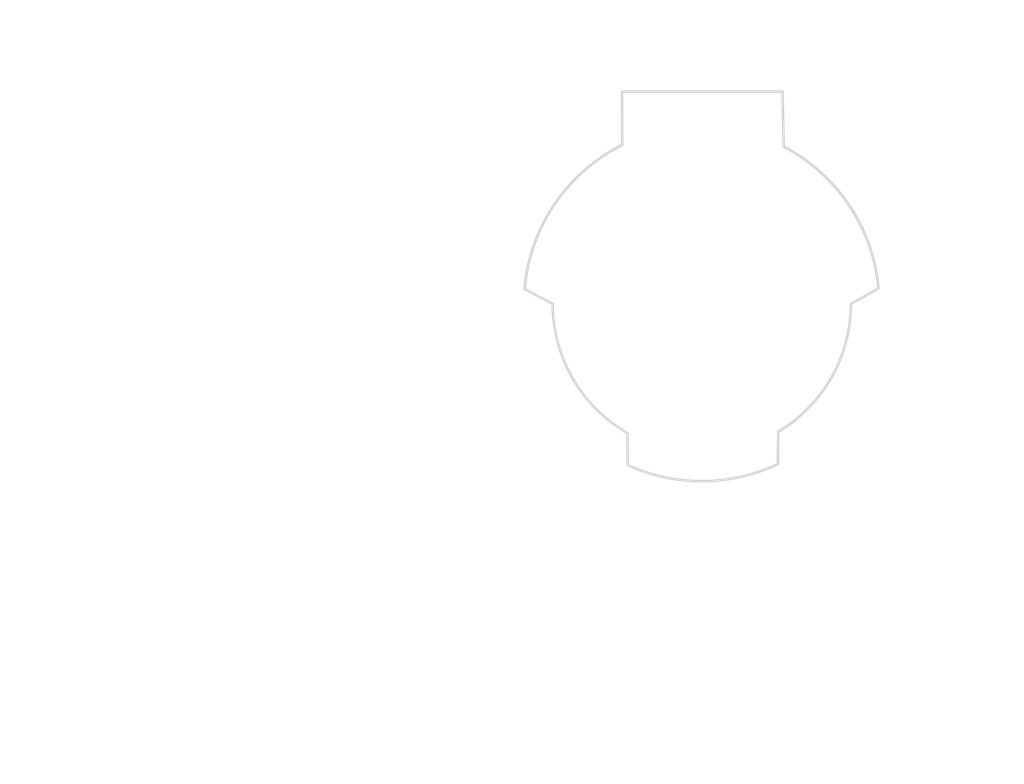
<source format=kicad_pcb>
(kicad_pcb (version 20221018) (generator pcbnew)

  (general
    (thickness 1.6062)
  )

  (paper "A4")
  (title_block
    (title "${TITLE}")
    (rev "${REVISION}")
    (company "Company: ${COMPANY}")
    (comment 1 "Design: ${DESIGN}")
  )

  (layers
    (0 "F.Cu" signal "Front")
    (1 "In1.Cu" signal)
    (2 "In2.Cu" signal)
    (31 "B.Cu" signal "Back")
    (34 "B.Paste" user)
    (35 "F.Paste" user)
    (36 "B.SilkS" user "B.Silkscreen")
    (37 "F.SilkS" user "F.Silkscreen")
    (38 "B.Mask" user)
    (39 "F.Mask" user)
    (40 "Dwgs.User" user "User.Drawings")
    (41 "Cmts.User" user "User.Comments")
    (42 "Eco1.User" user "User.Eco1")
    (43 "Eco2.User" user "User.Eco2")
    (44 "Edge.Cuts" user)
    (45 "Margin" user)
    (46 "B.CrtYd" user "B.Courtyard")
    (47 "F.CrtYd" user "F.Courtyard")
    (49 "F.Fab" user)
  )

  (setup
    (stackup
      (layer "F.SilkS" (type "Top Silk Screen"))
      (layer "F.Paste" (type "Top Solder Paste"))
      (layer "F.Mask" (type "Top Solder Mask") (color "#0D0D0DD4") (thickness 0.01))
      (layer "F.Cu" (type "copper") (thickness 0.035))
      (layer "dielectric 1" (type "prepreg") (thickness 0.2104) (material "FR4") (epsilon_r 4.5) (loss_tangent 0.02))
      (layer "In1.Cu" (type "copper") (thickness 0.0152))
      (layer "dielectric 2" (type "core") (thickness 1.065) (material "FR4") (epsilon_r 4.5) (loss_tangent 0.02))
      (layer "In2.Cu" (type "copper") (thickness 0.0152))
      (layer "dielectric 3" (type "prepreg") (thickness 0.2104) (material "FR4") (epsilon_r 4.5) (loss_tangent 0.02))
      (layer "B.Cu" (type "copper") (thickness 0.035))
      (layer "B.Mask" (type "Bottom Solder Mask") (color "#0B0B0BD4") (thickness 0.01))
      (layer "B.Paste" (type "Bottom Solder Paste"))
      (layer "B.SilkS" (type "Bottom Silk Screen"))
      (copper_finish "HAL lead-free")
      (dielectric_constraints no)
    )
    (pad_to_mask_clearance 0)
    (solder_mask_min_width 0.12)
    (pcbplotparams
      (layerselection 0x00010fc_ffffffff)
      (plot_on_all_layers_selection 0x0000000_00000000)
      (disableapertmacros false)
      (usegerberextensions false)
      (usegerberattributes false)
      (usegerberadvancedattributes false)
      (creategerberjobfile false)
      (dashed_line_dash_ratio 12.000000)
      (dashed_line_gap_ratio 3.000000)
      (svgprecision 6)
      (plotframeref false)
      (viasonmask false)
      (mode 1)
      (useauxorigin false)
      (hpglpennumber 1)
      (hpglpenspeed 20)
      (hpglpendiameter 15.000000)
      (dxfpolygonmode true)
      (dxfimperialunits true)
      (dxfusepcbnewfont true)
      (psnegative false)
      (psa4output false)
      (plotreference true)
      (plotvalue false)
      (plotinvisibletext false)
      (sketchpadsonfab false)
      (subtractmaskfromsilk true)
      (outputformat 1)
      (mirror false)
      (drillshape 0)
      (scaleselection 1)
      (outputdirectory "./gerbers")
    )
  )

  (property "COMPANY" "Inelco Hunter Limited")
  (property "DESIGN" "AB")
  (property "REVISION" "A")
  (property "TITLE" "Please rename me!")
  (property "YYWW" "2349")

  (net 0 "")

  (gr_line (start 53.2 191.9) (end 53.2 194.6)
    (stroke (width 0.1) (type default)) (layer "Cmts.User") (tstamp 12956440-1e5f-483a-9d9d-319910a80efa))
  (gr_line (start 58.2 191.9) (end 58.2 194.6)
    (stroke (width 0.1) (type default)) (layer "Cmts.User") (tstamp 35ba98f9-4015-4a59-ad41-496d942cb331))
  (gr_line (start 58.2 194.6) (end 58.2 197.3)
    (stroke (width 0.1) (type default)) (layer "Cmts.User") (tstamp 37ceea43-9620-41e8-882e-c8c06619316e))
  (gr_rect (start 11.7 194.6) (end 70.3 197.3)
    (stroke (width 0.1) (type default)) (fill none) (layer "Cmts.User") (tstamp 43aaf193-90b4-48fd-ac5e-d172b93fa803))
  (gr_rect (start 11.7 189.2) (end 70.3 191.9)
    (stroke (width 0.1) (type default)) (fill none) (layer "Cmts.User") (tstamp 47636704-21f6-4cc6-b8b3-03a31eaca890))
  (gr_line (start 17.7 194.6) (end 17.7 197.3)
    (stroke (width 0.1) (type default)) (layer "Cmts.User") (tstamp 59224ba3-95b2-48cc-b17f-9b65ce9f347a))
  (gr_line (start 17.7 189.2) (end 17.7 191.9)
    (stroke (width 0.1) (type default)) (layer "Cmts.User") (tstamp 8cb172cb-307e-40d2-931a-d46e7263871b))
  (gr_line (start 53.2 194.6) (end 53.2 197.3)
    (stroke (width 0.1) (type default)) (layer "Cmts.User") (tstamp bb46e25c-e003-4720-8c09-10bc9ab25845))
  (gr_line (start 58.2 189.2) (end 58.2 191.9)
    (stroke (width 0.1) (type default)) (layer "Cmts.User") (tstamp c3acde37-c516-448f-9fa7-73ee2bcd979e))
  (gr_line (start 53.2 189.2) (end 53.2 191.9)
    (stroke (width 0.1) (type default)) (layer "Cmts.User") (tstamp cc465f75-4386-4189-a6f7-2ec66974c719))
  (gr_rect (start 11.7 191.9) (end 70.3 194.6)
    (stroke (width 0.1) (type default)) (fill none) (layer "Cmts.User") (tstamp fa622410-bd64-4459-a296-2bc13549166a))
  (gr_line (start 17.7 191.9) (end 17.7 194.6)
    (stroke (width 0.1) (type default)) (layer "Cmts.User") (tstamp fd21a3a4-8824-473c-9bde-09217718812b))
  (gr_line (start 164.9 61.6) (end 165.151116 72.401921)
    (stroke (width 0.5) (type default)) (layer "Edge.Cuts") (tstamp 08a7299e-c769-40e8-aca7-499bc5c158b6))
  (gr_line (start 178.3 103.2) (end 183.7 100.2)
    (stroke (width 0.5) (type default)) (layer "Edge.Cuts") (tstamp 105549d9-4958-4759-ad0e-fa957f88d6a5))
  (gr_arc (start 164 134.599999) (mid 149.323486 137.955143) (end 134.605039 134.789018)
    (stroke (width 0.5) (type default)) (layer "Edge.Cuts") (tstamp 11627999-72ce-47e3-aafb-80b749b0985e))
  (gr_line (start 119.9 103.2) (end 114.400001 100.3)
    (stroke (width 0.5) (type default)) (layer "Edge.Cuts") (tstamp 2ab99160-e1b7-4db1-a3fa-cbe8a35f708f))
  (gr_arc (start 178.3 103.2) (mid 174.505637 117.594221) (end 164.108657 128.247559)
    (stroke (width 0.5) (type default)) (layer "Edge.Cuts") (tstamp 323189c6-6b6b-4f71-8a8c-8f7de3a8cea2))
  (gr_arc (start 165.151116 72.401921) (mid 177.988876 83.923257) (end 183.7 100.2)
    (stroke (width 0.5) (type default)) (layer "Edge.Cuts") (tstamp 4284c8e8-5a38-4518-92c9-036b92f40780))
  (gr_line (start 164 134.599999) (end 164.108657 128.247559)
    (stroke (width 0.5) (type default)) (layer "Edge.Cuts") (tstamp 72bc702d-baf9-4ae9-9f28-1ae9636c38fe))
  (gr_line (start 133.5 61.6) (end 133.527589 72.055178)
    (stroke (width 0.5) (type default)) (layer "Edge.Cuts") (tstamp 7c783890-5188-4d3d-ac58-79fcbedd664e))
  (gr_line (start 134.537096 128.509323) (end 134.605039 134.789018)
    (stroke (width 0.5) (type default)) (layer "Edge.Cuts") (tstamp 97d51459-109b-404d-b326-ab4e0dd47840))
  (gr_arc (start 114.400002 100.3) (mid 120.268225 83.674924) (end 133.527589 72.055179)
    (stroke (width 0.5) (type default)) (layer "Edge.Cuts") (tstamp c30a749c-30da-49dc-9082-2d95e5d8718c))
  (gr_line (start 133.5 61.6) (end 164.9 61.6)
    (stroke (width 0.5) (type default)) (layer "Edge.Cuts") (tstamp c5679417-3338-4f1b-b708-efd2db664454))
  (gr_arc (start 134.537096 128.509323) (mid 123.822769 117.818536) (end 119.9 103.2)
    (stroke (width 0.5) (type default)) (layer "Edge.Cuts") (tstamp dca05423-e433-4738-91d8-5b544367ea76))
  (gr_arc (start 114.400001 100.3) (mid 120.268224 83.674923) (end 133.527589 72.055178)
    (stroke (width 0.5) (type default)) (layer "Edge.Cuts") (tstamp f808b48f-8beb-4f65-94bb-7bce680af576))
  (gr_arc (start 165.151116 72.401921) (mid 177.988876 83.923257) (end 183.7 100.2)
    (stroke (width 0.5) (type default)) (layer "Edge.Cuts") (tstamp fcb42c43-2fce-4a6d-86d5-69833997b34f))
  (image (at 150.6 100.8) (layer "Dwgs.User") (scale 0.5)
    (data
      iVBORw0KGgoAAAANSUhEUgAAA5AAAANOCAYAAABneON7AAAABHNCSVQICAgIfAhkiAAAAAlwSFlz
      AAAOdAAADnQBaySz1gAAIABJREFUeJzs3duPZWma1/fve1hrn+Kch6rMOnVXNzBuGKuh6bHvfDPI
      9q0lj2Rbvh1uLSwD/4APICNL2JLdrQEsmQtLliwLhC880DAzlgyjaTOMGEy7D3XKqszKzIjIiH1a
      h/fgi3etHTuyG2pMd3VRxe9TCmVWZMSOHXvtrIrffp73eUBERERERERERERERERERERERERERERE
      RERERERERERERERERERERERERERERERERERERERERERERERERERERERERERERERERERERERERERE
      RERERERERERERERERERERERERERERERERERERERERERERERERERERERERERERERERERERERERERE
      RERERERERERERERERERERERERERERERERERERERERERERERERERERERERERERERERERERERERERE
      RERERERERERERERERERERERERERERERERERERERERERERERERERERERERERERERERERERERERERE
      RERERERERERERERERERERERERERERERERERERERERERERERERERERERERERERERERERERERERERE
      RERERERERERERERERERE5Kf10UeP3v6s74OIfDHZz/oOiIiIiIiIiIiIiIiIiIiIiIiIiIiIiIiI
      iIiIiIiIiIiIiIiIiIiIiIiIiIiIiIiIiIiIiIiIiIiIiIiIiIiIiIiIiIiIiIiIiIiIiIiIiIiI
      iIiIiIiIiIiIiIiIiIiIiIiIiIiIiIiIiIiIiIiIiIiIiIiIiIiIiIiIiIiIiIiIiIiIiIiIiIiI
      iIiIiIiIiIiIiIiIiIiIiIiIiIiIiIiIiIiIiIiIiIiIiIiIiIiIiIiIiIiIiIiIiIiIiIiIiIiI
      iIiIiIiIiIiIiIiIiIiIiIiIiIiIiIiIiIiIiIiIiIiIiIiIiIiIiIiIiIiIiIiIiIiIiIiIiIiI
      iIiIiIiIiIiIiIiIiIiIiIiIiIiIiIiIiIiIiIiIiIiIiIiIiIiIiIiIiIiIiIiIiIiIiIiIiIiI
      iIiIiIiIiIiIiIiIiIiIiIiIiIiI/LgnHz96+7O+DyLy+WE/6zsgIiIiIiIiIiIiIiIiIiIiIiIi
      IiIiIiIiIiIiIiIiIiIiIiIiIiIiIiIiIiIiIiIiIiIiIiIiIiIiIiIiIiIiIiIiIiIiIiIiIiIi
      P42PPnr09md9H0RERERERERERERERERERERERERERERERERERERERERERERERERERERERERERERE
      RERERERERERERERERERERERERERERERERL4YzGd9B0RE5A/ub/7Nv5VfXF1irCVFmE5neO9JKTGZ
      TLh79w4hdFxdX3F6csbx8TFt2+FtxXQ6oes6Ygp8/eu/aD54//Gvdl3/LWvdZV1XfzLE8KtvvfXw
      z3/W36OIiIj8y0sBUkTkc+Qv/sX/On/rW7/Gg4cPODs7Y7Vas15tOT4+ZDaf0nUdznmOj48JIdC2
      Pffu3mGxmHN9fUVdTzg+OmaxWLBabTg6PmY+m3J1fc1sPuW11x4SQs+Lq0vOTs84Pjpms90AlrOz
      M1JKpJS5d+8uzhk2mw3Oee7cuUvft5AN8/mcyvu/8OZbrymMioiIfMH4z/oOiIjIH1yMmQevvkrO
      cHH+gr4LZOD6as3lxTUpJkKMfOieYgwYY3jnR++SM8znM4wxpJiYTmfUkynNtmHbtHhviLFnvV0D
      mYODOQZIKbNYzKm85/LyBSnBW196E2cdTddyfHzEbDZju9lyeHjAyfEJOUW++tU/9Ofe+dG7v/rl
      t7909hk/ZCIiIvIzpAApIvI5cn11Rd8HqmpCTmCMxTsHGGJMhBTJQMqZnCDlhDUW5x19H7HW4H1F
      xtD3AWMtVV2x3qwJIYCxtO2W/kWgaxvI4KzDOYexDusc3/t/f4R1jqryPPn4GZPphNp78qNI1/VM
      JxO+8pU/hPe1KpAiIiJfMAqQIiKfIweHh2y3Ld5Psc6CteQMIUb6lIjZYIwhY4gxlk+yBmcs1nty
      zoSUsSlhncNVFW3fk3PGOUcfIylBImFtRU4JrMd4j3Meay3GlK+RUsY7R+gTOQacsfR95JX7JywW
      B1jr/vZn+2h9cfyD3/6/80cffcCLF1d4X3Pv/j36rmfbNFjnOT4+omsbrHPMFwusNaxWK05Pzlgs
      DmjaltVqCcDBfAEpE/pAXdeEGLi+XuKrCffu3cEaw/nlOSH0nJ6c0Pctm6bh9PQEZzyr1ZIYE6en
      pxhjWa/XxBA4OTmliz3Hx4d/6o2Hr+rai4h8QSlAioh8jrRNy3y+wBgLzmMypBSJIRJzBmvAGHLO
      ZAMpJcCBMYQYiTHgnSdYi/WW2jnmiykpR9quo7ITUsqEEDDekFO8qT5ai7UOYwxkyMmQsyGETMgR
      YyJ9G+n6yOLggBDjrwKqQv6U3nn30e/8l//Ff87/9jf/d772r/0CR0dH9CGQgMp5ts2Wq+sVDx+8
      wmI+5+Likr4LnJ6dMJnUtE3PbLZgMi1hcbvZMp1MmU9nrNZrrq6XeF9x795dmmZD2/fUlccYWK9X
      hBC4e+8O3juefPQEg+XVB6/StR3WOE5Ojun7ju12w+Jwwb/97/47v45mLIiIfGEpQIqIfI5cLa+p
      6oqYMqRMJhNTIqZIJgOQcyalRM55OAcJMUWMMfiqwlpLypkQA1M/ZeIntF1H1/flY3xFSnmoZGYM
      FovF4DBYDOX9KWf6GKiqmspVZDLWWKqq5uLygqZt/hwKkD+1H3z/B994/OQpr776CgnDpu0wplSC
      N9uWq6sV1jmePXvBs/wC7zyZzA9/8D7WWjCGqqrIxjCblkFLVVUNLy5Aiom6ruj6ngzElOm6nj50
      OGuAxMXVEmsdk6rCmsz3vv8uta+ofMX58xe03ZY3Xn/AydExdV1/po+XiIh8uhQgRUQ+R05OTwgp
      kjKQAMwuCFhjS7Abw6M1MITFHCOGEi7ruh7qQxayJcZMjIm+72H4GDNUMQ3lfGXOpZppjIFSgATD
      EDQtxlrIUNWOejJls97Stu1n8Ah98VhjePe995jN51jnSTHjvSVng68nTOYLrLEAeCwpZayBqpqQ
      UiQbyMbgqoouRlIyVPUEay2r1Zo+xNL2WtWEEHHeURs/nJMt19D7CVVV4Z3HOYv3U2JMZAzOeQyW
      s7O7LOYLHj58+Fk+XCIi8imzn/UdEBGRP7h7r9yj63u891hjbp1JLFWpciaypAYIIZBzBpPJJJxz
      1HV9ExBNCaAxRnJOe5XLoQ12rGoON5nG9wwTXq015fNyonzhwg6Dd+Sn9+FHH1E5x6Sa4P0ErCdh
      iTkTQqLyNc750qacEilDTFBV5f3e+dLyDGAs9XSKdRUYh3Ge6XxO2weapqVpWjCWmBJN09J1AbAY
      LCRDjGCMw/sKaz3eV/Qh0vaB6XzOyempXjgQEfmCUwVSRORz5Nmz5xjDbrJqAkKIpHRTecw5k3Iq
      A3ByIqW4G6ATYyTFiLW2DNQZAmZKqYQQbkLnGCKxBmNLWB1DYc4Mt5cwttyeNX5ogfVM6pppPf0M
      H6kvjmdPn7JarZhM5hxUNdZ7Ukz0oSeEUIYpYQgplsm6GZyzWDu0rgIYC8ZirMFYR6Zcp6OjY+q6
      4uL8OU3TlAm9KdK2DZnEfD4rYTGXFydSymybjqryGJNpugZDqWj2feDo6JiuaT7jR0xERD5NqkCK
      iHyOPHr/A7w1hK6HlEkxEUMgDG9jm6kxJeCNYozEGOn7jrbrSKlUGzebDW3bEkLYVSetLf9rMEOF
      8+b3bhiiU96Xcyan8vW9q5jPplTOcXhwMAaTP/3zf4S+eE5PT9hs2hLiDXhfgR0ryBbnPM6WU6o5
      R0LsSTmSS48zBoM1Zhi4lMrqF+93b85a5vM5la9IoWe5fEEIHd4N1e3M0LZcWqL7kNg0LTGn3YsS
      BsPyesWLqxcs5rPP9gETEZFPlQKkiMjnyMnRIV3XgcmlAtX3pFiqjTfDc4bgMLS2ArvqZAg92+2W
      pmmIMdK2Ldvt9mblx/B5cDOMJ8ZESvnH7osphyqJfU/XNsQYMNbgnaNtW95774NvffqPyBfbBx98
      9MvPLy6pplMylq7r6NqW2AcMBm8t3pghQJbzkm4IfqVKPDwfxsp0yHRdS9+X6iU5YQwl9B8umM+m
      WANuqDjHWKb7xmHo0vg86rsAid152pgCBwcHrFYrtS6LiHzBqYVVRORz5PDohKYL1FNT1nekRDZg
      rMXstbCO1cdxEut+S2rXdcQYmc9nu+E45Qxk3v1qrb15P2CyHSa5lvtRzj6WlsacM9vtFmstZ6en
      tF1LjJGDxeKze6C+IJq2+fXv/+D7OGtw3hP7SM4tGIOhhP2xupxSKoOUzM21J6XSvsowZMnm4dws
      pBjItiL0fWl3NtCFQMqGnDKucje3a4dzsJlhnYul2TZMJp7Q9VhjqauaO3fu0ekMpIjIF5oCpIjI
      50hKicPDBW3bUFUTDCVIZtgbdzNWEYeqU9oLFJS9kSklQqhvrXMYg8j4sWn4vbXl7Fx+qS12/Dol
      mCaaZsvlZebhg1c4P3+uIPEz0LQN1kDTdlhr8N6VFwuGRBdTJPQ9fR9IQ/gvIf/mRQTDEPq8w5ky
      lTeGgPGOGMMwGMfQ9z1NW15cqCpHzjcvLFTVZDjnaocW5kwKiZgSxlkmvmK73XJydMzZ6dlXPsOH
      TEREPmUKkCIinyNNs6WqPDGWgBDzuAdybF3N2FJyZAwR49vYmmpMGbwTY2Q6nZZWRrhVgRzDx/6U
      15QScWhb3d0We+ckgRQjs+mkTGH1amX8aXVtN0xYhb7vmdQZb92uQhxSJsS4ay8d9z7CMEE3w7Dv
      BWctMYEDyBnn3BA2y7UMIexWucRoyDnQdd0wbbVMXDVYUk5Ya+hCJMaeSe2ZHyzw3rFcrnjt9Qc/
      +vk/UiIi8vOiM5AiIp8jBwcHLJdrYky0XXcT/nb/UPY+7oXH3fm3oSV1NP77+GsIYVeF3K80jtXI
      cfDOeFspDes7GAfqBObzKZnM4eGCRhXIn9pkMuH8/BxnDU3TEUJZtxJTJKRIHKrJwI+tdBkrx1hD
      GirRMQRCF6jrmslkUgbwOEdKia7raNtyPnK72e5+n1N5zrjhrCUxkUIg5/ICgjGW7XbLdDZlNpvz
      /vtPfvWzfMxEROTTpQApIvI5EmPCGTecYUtDK2pHNplcDsXBsK9xDHujmxbWBIxDdcKtM5DAXggx
      u88dv1YZxGmH+3ITOsfzeF3XEUPk+voaZ/S/mJ+Wc44Y+tJOnBPOlfUrcbhmP+m67Ved01BV7kM3
      nH0NxBTJqYxWHaf3dl1L37WEvrw12zU5JZwpbbMWIGfs8JTY7RAdbn+5XNK0LYvDOSmnX/6sHi8R
      Efn06f/uIiKfE7/1m/9XfvToI6bTKVU1YXFwQFVVYMzuB3o77P/bF9Ptqaw36zluD9sZP2asZO3b
      BdG929gPKhnoQ2CzXuOc4/Hjx8QUPtXH418Fl5cXLA4WYOyw7xHGltOUb1eO918gGINh33c3Q3Zy
      BHIZiJPiEBY7Yt/RNVtC3xJDIKdEVVW7ia7l6VSqnjknnCtf39ryPIg5M5vP6UMgk/jSWw9/5ef+
      QImIyM+NzkCKiHzKfvvv/0b+pX/z39olsr/7nV/PF+eXzA/KlNLVZsNyuaKqKqqq4vLikg8ffYR1
      ntdff4PNes2Hjz7kr/21/5F3332fvusJKVFPy769cYiNAXKMkBImZ6xzu1UMu4rRbk+keanlsVSj
      flKAHPc9lqmriTwEiHFdgx2Guphsy9d0lqPjI66vlz+vh/gLa7PdcHFxwXRSBh51XVeuQ86ljXVv
      9+dYUR7bkiETQsQ5hvOOJWDGGGi7LSmXgO+rCu/9sK6lhFLv/XC75WxkVSVSCvQ9dF3Y7Q2F4Tlk
      DbP5jKZtPrsHS0REfi4UIEVEPsHf/XvfyX3XcXlxzr07Z0ynNc+fP+XZ04/JqaOuKmK2PDu/Yt31
      eO8JTcvF83Oef/yYX/sfvs2f/0//TN5uN7z/3nv85b/03xBzpo+RDx49YjKbMZlOySnx+PFT3n3n
      XR48eMjB4oCL8xcsr7c8fO0e1nmOj09wvuLevXukDOv1U0gZOwSG0sJqbgXDcTgO3FQSyyqGUmEa
      A0hKCTeEzpeH7+wWyjPM5xluI+fyNa2z5GxZLBb0ITCfLzg5u/MZXK0vlsViwYsXV4Q+4LCkxC7o
      dUN1EW7aiW92gebdCwH7519zzvR9T9s1VFU5B1kG5Pjd9Y8x0nUdKSXqutq9COGcA3OzKqZ87Qwm
      0fcwmVQsFgef7QMmIiKfOgVIEZFP8J3v/B3+2rf/ex6+8Rav3r9Pt11CbCBGHr76CqcnB7Rdw6Mn
      F/zww3PW6w39+orZpOLwYIEF+q7H1xOs97RdYNtEkvG0McP1hhD7sjohwWsPH2KMY7PZMJnWVHVF
      03T4KtHHnunBnC50OOvp+5YQ0rBqoVQEX161MRqHrez/+W4YzjDBc7/6OAaOMVRaY3DD/sE4hA0o
      FdAyiCXSxUDTdTz68DH/9Hvf47d+6x/k2XRKSpHFfI6vKq6vrwG4d+/ed621f7tp2j/X9x11PQFK
      a+RXvvqWAXjnh+/kHHoOFtM/ff/1N7/94Yfv/A7Zffu119/89s/+Sv/L5+ryitlsBrlUAm22OFcB
      N+3G+4ONXn6BIOebAFmql8Mgnb2prU3T0Pc9fd/vngMv3+bu90SgVCZTiqUddhiktNlsSCnx3gdP
      /qu33nj1z39Wj5mIiHy6zCd/iIjIv9r+sz/7Z/Jf/yt/hYODCUcHE77+i3+UZr3k/OlTpjPPq6/c
      487JGesu83/+9j/i0eOP8c4ycZmjRc2dOydMJ47zi3NCMPTR0fYVTW/ZhozxFcZkDIm+D1jrMIyD
      akq4M9bipzX3X3mFxWLBer3FGs/V1RXOVUOVEF5e3QH8WLgYK4pj5anvI+0wMXUMJfs7AJ3zu4+9
      OT95U4G01jKZTOj7nmk94Zvf/CYpRz569AFtu4YMDx68ysHBgouLCy4vLnnttYccHh5ydXXNbDZn
      Pp+xXq8JIfL2l7/EYjHjo0fvE5st9+7cpaosXWxYnBxhzJRn5y9IWN566028t5w/e0YfAl9++6s0
      TcP11RWHh4fUdc1yuaSuax4+fEjOmfPzc1IKHB0dDa2bkcPDQ3LOu8fzjTfeoOs6VqvV8P3VpU3Y
      GM7OziAnLi8vqeuK09PT78YYvrG8XjKbTZjPZ5fbzfp06g2TxYxo7Hfbbf8Nh+P1L33FAHz/+z/I
      02n1F954460fC1rf//57ua78/9L17b//G7/5m/z1/+mv8/jxM45P7lDVU5zzJRhShuOUyax5dz32
      Xwy4aWctLwiMncll1+NNxbBptmw221vrXgC898xmUyaT6e72DZacyxnMnFN5cWCx4Bf/2Nf45je/
      wS9980/w1bff0M8XIiJfUPoPvIjIJ/gP/+P/IP/93/h7ONPxR7/2Vf6jX/n3+K3f+E2ePHqXymcW
      s5o//JWvkf2Ev/cP/hG//d3fYz6fUpnEnZMJb3/5dSZ1Znl9TtdZNk3Ntqt5er6hSZbsLTEGvM3E
      mIdAwHAuMWKNoa5rqvmM07NTJpMZTdOSE0PgLK2NaRhyst+2+HK1MeeM934XFLz3hFCqU8PSwCFA
      7O+CdHhfzmeOxkrl2No4nU7JOVPXNV//+teZTad85zvf4fHjRxwdHrAczkMeHS1oNlu224b5fM58
      MQcMm6bFW8d8OmNKR+g3TOdTvA3k7gU2d8yOXqFPkY+fPOX8ac/pm2+yXG959vycL735gMlkwnvv
      f0hV1XzlK2/RdT0ffvgRi8WcV199hc1mQ9t23L17B8hcXFxQVSUstm3L0+fPOFgccXZ6StNsCSFy
      dnaGc5bz8wsmk5qHDx+Qc+ajDz9ksTjglVfu02w3GCJ3zk5wznH5/DEmNfyRP/wLbNqO88sLDo7O
      ODq8y/n5Fa6ecHxySiayXK6YLw748pe/ynK55Pz8gsODAwzw4uqSf/z7v89v/MZvMZ8fcHh0SlWV
      IJdyCfJNu7nVZrwfIMd21DFAphSHa2uw1lDXEyaTCTFGNpsNTdPsgujN+VbDdDrdVYdjjLs/H78W
      2TCbT/nFX/xjvPHaa/zSv/EN7p6dsFotabZbTs+OMNaSYmY+P/jul7/0+p985933fqeq3K+8/trr
      PwJ4/50fXUwn1a/cf/jG3/70/iaLiMjPglpYRUQ+wfHRCevNJRMPJrcYeu7fP+XpB98jdZHoenxt
      8POa6dSTbVnd7ryh8pbUb/ATz+F8RuscBs9mW3btBV9jjCcBXcqYnMtKjlyqj9ZbTDawaytN5AyT
      eroLmiUwGFL68fbV/WAxnnPcTWzdtSomrIWUbiqWL6/xGN8//jqemxyrlCGUIOudo+8DVRXBQM6W
      9aahmtRMq5q2acA65odHOF/R9BljDdVkis2ZPkRq7zg8OuHszpzDecLHKbXLeD+hjY6jxZyu+5iL
      p0+x9ZTFwZzr5Qa73pTJoGQeffAhxpYVFNvtlh/+8Ee76aSX5+f4uiq7EWPgyZMnpaqH4cP+CZtN
      w7SucN6xWq5x3nJyckzTNCyXSxaLOd5X1LM5y6tLDqaWV88WvPXwhGb5jBB6ahv40T/8G5jqgOBO
      aJPl8npN00+Yzk+4enHNan3Nw9deJ2fDs/MXzKZzjo4OuHrxgvWy4d4rd+hDP+xYnOO8Yzqd0HX9
      7nsZr+F4HfYnse4PTALwvtpdvzJU5+b6jc8VuHlxIA+7I/u+xwwrWdJe6zKUPzdYUoTJZMpHjx/z
      7W99m6sXF8xmEw4Wi2E4U8WrD16hqvw3/pM/82fzr/3aX+WV+3d/+N/9t3+ZZr3i7/wffwuM+fVv
      /eW/xMF8wcnZXZarNcv1ij/xJ/44WMtqdc3R4QHelxcsptMp8/n8T63Xm1/vUuarX/kFvSguIvJz
      oAApIgI8e/rslzH5R/fu3f/Ry3+2WMz5+HnDl1+bYa3hd3/3d9iurjk+OeUH/8/v8/DhPbq+4d7d
      L3G1XDKdzogJcgKbYGItue0gGULbs91Ezp+/oAsJ5+tdL0jOwy5Ha0k5EXLCY3HOEnNmYhzWVqSY
      h2oju9BQVircDnkA+2fa9lsbp9NSySq7AeOPPR63A6S5FRr3f78fKGKMhBhZHBywXq+BsifQOU9K
      kT5mcBPAYKwlY8jkUvgsSyzLLsmUqboOZ2cs5p4Jjtr0hL7FuSnzicG5wLSuCc7hjGU2n2NNxmRL
      07Y478pgmJzp+1Am08aEs566clhvwRqMqSFDjGUv4mQyxVIeL2sci8UC5xwhlMmkBwcHTCYTrLXU
      dcXds2PolhzPHQ/uHFDfrUjdEhNbquo+rprRmZrL1vDo+YYPn15zdXWBdY6zs1O6rieExKSuCKHj
      2bNnhBDwteP58+e7gUiY0iZcVRV9COWFhphvVQLH6zu+ADC+f/yYl4Pi+Dl1XQ+V6LBXrUy758J+
      GL2pcI6TeMs5S2MsMUSsc/zu7/5jIBD7UtU+PDjE1zP+6fd+QNv3zOdTYt/hbeZgXhPbDak5J3ZL
      7t5/g+OTO7x4seT88hI3mfI3/tf/mddff4Uvf+kNjo+O8N5w/9UHTKdzPnry8a8/P7/g+Owh3/sn
      v5//yNf+qEKkiMinTAFSRAS4d//eT2yd++3f+e6v/tW/8i1mU8gpE0Mi9ImnT55y9/SU6WzBZDJl
      vVry4NWHnJ29Qtv8kOnkgNT3kA3eOHKKtKFl3QUurjo2TcDZSRmO0nXgzK0KYZmoyVDhybjKkY3B
      u7Juoe/LtNfxnFvf97s1HLvWQtjd5hgAnHO7t6qqyDnvJm6+fP7tJkTe3vsIt/dGeu9xztH3PU3T
      UNd1uV9jCDEW5x3dbvUD5GTAGsim5MfhrUx09TRtz3q95c7xBOsDjh5XOfqc6bo1ziVi09OGSPIV
      fYxUroRGHwOGzHw2IwGr1YY+NDjrqCsPKeKwYKGqKmJKxBRIMVN592OhbLFYlMfGlnbeEHqqqsLk
      iLMJY6GyCZ8ajmdgvSNR4bwlGYPFMsXjbSlNZ0oo6/uO3Ge6rsc6R9v2ALvqYF1VdCHQhbS7ztt2
      S8rl0fKVwxpbbuelCjPcriSO12y/+gjsQmdd18PeyP7W9S/tqn73PBgu0a6N1RhLTlBVnpQyOZWg
      3XU9zlXkHAkhcufeKV3fY7dbjHVM5zWOsovy7ukdjufHONZMZwfU1QJvYXl9QbO+5Hh+hzuHE964
      N+XOvUOs9cwWFQ/feI1nzx7z/NnH/JPvvcPXvvav/4v/B0BERP7A7Cd/iIjIv1qenj/95fH3v/Qn
      v/HtzXrD8dEJ1lhCXwaGOF+zXl3z4MErHBweYOh5/uwpp8eHpK7HZjDGA55VE2hxNNGw3Gx5sVzS
      dD3ZODKGFBOxH/b37QUXY8wQEAJgsDic80ynM6bTGcbY3Q/24yCb/QE3YxAa/x1u2k93Kxi4HTZ+
      bP/jEFZeXguyv0uyvJX7VtcTUgwcHx3Qd93uvOV+a22plBrIZfVHTgzV1FLNwnqMq1ltOlbrhq5P
      hCEUWpvx3pJSR1VXzKZ1Ced9S8wJ491Q3YTDoyOm0ymQ8c5jyCU8WkNlLd6CMZGcAxAxpgyEAYN3
      lroq930yqblz5w6Vr7HG7gbLeOfYNj0pRwwdJrf0/Zama9g0a1btNZt2Qxc6ltfXnJ9fsFw25OQh
      e7o20XehPA4pUy5RouvaYcKpJcU0VJAzKSYMhtlsRlVPcL4iW8v+OIOX93uO4X5/uu74QsI4GOkn
      vXAwXtf9tS63nwcWYyx2/NU65vMFq+WGnKFpAhmDMRVtG/jwww95cbWkC2m45pauC+X7mUx59f5D
      zk5mnB5OOD2acno0hxSYT2sevHqXV+6f8oe+8pBX7h3yyt1DjuaeV1+9w4MH95jPp1y9eM5mu/0Z
      /O0XEZEhPF89AAAgAElEQVRPogApIjJ4+uzp2wD379y/VY188OA1Lp6/IIcEKZFiz517pzTdBmMT
      bdcymy/4+NF7fPTRBywOJqQUSCRCtkRT0faGq2XgxSqy6QzZ1sRs6YfQSIbYB1IIGMYqVBl8MplM
      qOsJVeWpqpr5fMF0OiNn6Pu4+wG+LHW/vcdxPyxAWQURQqBpGpqmJYS4CxpVVe2qU2PI3F9KP4aM
      W7dtPaHPdG0ASiUrpVwmn1b+VrVrnOI62j+uWR6CTMq5tP76CX2wrDaRLjqwNZWvMTmXgGgNyRui
      STgHediL2HUdOeXdcKHyWBqcyUwnntobFpOK+cQzsVDbxOG05uzokMPFHGMydjjiNwaolDKLxZy2
      bWmatpwdTJG270jZk21FshVdyjQx0KVAMplkMsHA9brlydMLnj9fE2NFTp4QDDk5UshDBTmU8Ax4
      73DO7q7ZsNoT6x3OV8SQy3TenBn/uQnyt0NfmbxqboVHYO9FBHbvH58DY2V7/LibFzQYWlfNbu9k
      iGmoYveAYTqd0Yc8BEyH9zXOeciGNLxA0IZAGwKZEowvL8/BVPRdgzWBlNpSMXaO7WZD5TKVT8zn
      U9bLFzx//oQ+rNhuLjk8nGBdue9XV9c/1d9/ERH5g1ELq4jI4P5POP8IcLg4pEsQc5lWenV1jbNg
      yaS+xdoZfQP1yYTHTx6XNkBryQGaGGkDNG3g/KrnapPJfo73C0K0pBQwtkw9JZcqEzZjjSVlyrqJ
      0zvcu3uf9aaBob217/vdAJRSFbwZfuN9dSvk7U/kHD8nxpvVHXBTgdw/Azd+/NiquF/p2lUVDbt2
      2BgjMUSm0ynX11e7CZ/7t18+L2HNTeNqed/Q2pkzKQG+ok8t55dLTg8PcYcLTAW+8vRhha08ub/d
      nhlCwGRKyMzw4sUloe+IfUvtLQezilldUTkDOQAVOId1noijaRN96HHOELqelDJ1XbFtNjx79mw3
      gdQaSxpWYnjvSHiysXQpMwGcddghOPfJc7XKPH2+pAs1vp7QdeX7dcaV1tnhDGuI417FTMyZkBLY
      0mpbT+qy3sVAnyJ9COV7t+U8qd2rXI/XY7yGY2vz/rXtupacoa5rFovFLnw2TXPrLORNCAUo51nL
      fsnSzm183p03vb5eUlU1wFD9hhhKpdua8vcnx4wDqrrGJDAm8+z5Mz56/DF3DyakGAm5p2nbXXU0
      xsSdO3fIGLabNdfrJfcf3AEa6gogcnR4QtuoAiki8vOgCqSIyCe4urrm7GgK1oExzKYLli+u8GYY
      cJMSly+u6PvI6dEdQjRkY2hjIGBogmHTw7o1dLEi2ZpsbKkglfko7BXmyCmRYqRM4oGcIienp3R9
      h7WGzWazW/peVn2UQDmeZ9s3BquU0q6dcQyV+xM496uVdV2qRuObMXZXLdxvXR2rpMbenK20zrHd
      bphMJhwcHu4+b7+N1VqH8xZjEsZkMGUSbB7vbwqEGMk4Np1l1UCfa3A13lXUtccaSDFApkyp3Q3i
      YRg8Y1mv13RdR+0t80nFxENlA/OJYV5njhcVMw/z2uFJxNBSml8T1jtKH3Ii5bLmojw2E6x1xJgI
      oSfnSAqJvs+k7AjR0naGzdawbWrW68ST52uuVomEIcSePjSk3BFTAMYBSGOAL5cd48rQIWOBMkTJ
      OIurynRYY8yu3TlzE+L338aKbwjh1osNZfpqunXeEdhNdt2f3joGyBJOb16UKC8mmN3XPThYMJst
      WC6XGIbq8lCpLeOJMjkGci4BN/SBPoQhpM+4vm6IaYazHmfH6nvg8PCAxWzGydEh08mEu3dOuHd2
      jDWZSe3YbNdAJuXEK6+88jP5+y4iIv98qkCKiHyC58+f4V2ZMrlcXg/TO8vqDW/LcBjbtDz5+BmT
      ytNFg08QEnQRVk1gvQmsmkigtPP1fUsM4Nx4Ni0PZ8pMWamRy3qEru+5uLxkuV6SyTRNM4SK4mbg
      Tt5rP427FQ/GGLquK5M9/c1/8sdwMJ6THNeDWGuH4OFurYa4CYw3layqqrC2fH7bltbO2XQKGObz
      +XBb7tbXG8NnSX5p/CbKLxiytcQc2baBWW0he5brwKrJTOuKuqo5XBxheEIMgWyGflMzhFsMhkSm
      rJ+oHMzmM2qXqT0spo7F3FN5z+FiTl3P6ULio48vWC0TtavoiFjrhtUoubRfprJuBDOeGh2m7NpM
      DoG+y5Br+phpNi1dVyrJmy7y9PmKNliMz8TQYF2pGIcIDkM20Odw014aIzlF7BAUGYYpsZtjM1yP
      4TnTp1RWltxqXQ1l3cdQAd4fejRei3EaL0DTNLdeUBg/9ub3dng8Sstq+d7trj16Mpny5puvsVq+
      GF5QGM7gloesDFSyZU8oQI6l9bbLidpXtH1g1U44dRNmsznOrxir8iF0bNYr1qtrTo+POD05pI2R
      HKFtOlLKrFcrjNVr4iIiPw8KkCIin+D09ISnlxse3qnZtmteXF1gKkvbd1hTl+DlJ7Qx8fz5c6z1
      5GyBiqY3rDeRF1dbuh5MVUGO5DwsdTeQksE6huCYGKeejsNKlssl7777LovFYQlhu7bP/YrQ7TA5
      BoSftCdwnIR6exCOG8JByXPj+1++rfFtfzhPzhD6QEoR5zxHR0fMZjP6rtt9zMvTQEuVa2hjNWaY
      VsouJGWgixFnDKtt5PK6ozKWowOL9zMMnpw6cGC4mRRbmOG2y07I8a3yhldfucvUGw5mNYvZhOPT
      M6rpgjt3L9l89/dZPrvGZLBDy25VOXIq+zfLmpKAdx7vLcZETM60bU8ImU2fCNawaS3rbaYLkeWm
      Y7PNYGsSljSuKxmKi3ns3cXshbfhOllDHCqNOUOKib7ry/lOY/DVhESi7zKhjxjYtX1ut2UiblVV
      w7nUmym746/z+YzT01MANpvN7jmxP8l1vH7lGpbrnmIiZ4NzZqh21ruW2dOz49LyOrS5MrRXG1/C
      pHWW4UpTNtaUkGx8zfUmE82M+eEZ1l2AgaurK9bLJV3b0GzXcOCZ1BW+ntB3gUk9x9kaX9U8e/rs
      Z/eXXkRE/pn0cp2IyCfw3jOjDBBZHBzRx5aua2m6jqbrMc6TreP45A7btkzKzNmQcYRQztbFZHGu
      JlNaXo0B68wwIMVgsh2C0LCDL9/s26uqiqurK1KKVFW1+5gx2I2tqXAzDGV/+unYXrrfenr7TOI4
      YdPeChD7A1fGNsjddNi9ISveO6q6Gj43YyhttmObbKlU3v56YyApg3/sEKLGQMnQwlgCbR8sL5aR
      q1WijzVdZ7CmwlDtPt+amymzGTC2fM/T6QznLG3b8Oabr/H2l19nPqk4XJS9kX275fBgwR//+h+j
      qgwp9lS+Iqcy9zYNlVko4T7ESB96Uk7klOm6lj72dMDVtuNy07AOiSZalk3mxSrTpSnRTUlUYNxu
      dcn4HWPAMlZPy9e1Zvh9Lp20zpQVICZDZR21r6mrmtpV1L7s2SwB3u3WqOxXG8fHZvy1XEPHdDq9
      Nal1f6fneH71x3aC7r3AUVpYy9c7v7goQ4a8JWawtrQ/x7E1NpYhUTH0Q/uuwVUVxlVk67ne9Kwa
      i/UL5gdnYCx5OHdMTtSVx1qY1GX3pzMOkiX2CYNltV79rP7Ki4jIP4cCpIjIJ+j6ltP7p+SUmEwX
      vPnGm3R9IKRM2/W0XWSz2bJcNSwOj2jbLX3XEkOpDrUdgAdjhwEvNwNpdvsGd0Fuf1BN2g2xqfZ2
      E5ahJe5mp2K+2fsIY+uhoe/78sM3N2s8xmCxv+Zj/wzlfuUJbg/T2bUv3gqmpU11UtdMJqUd8nq5
      5OrqiuVqXULQEGpfXhUyVjpvjWMtn7A7F2qso0+W61XHtnM4f4ixU8iOmMoeyf21EyV9WvLwK9aX
      KheJ66srmm2DtYbJpKZptjz/+BFPnjzi5OSYu/fuk1LEVxXGuNICOgz9gVKVtENbZoqJRCaGiLGW
      Lmd6PPXiPl/+hW/S5gnrNtFFi/f1Jz7HrDW7CDlOjy2P97DPM5fhPJN6wqSeYI0hx4TJmbqqqeoa
      MMQQaNt297x5ObjvB8q+77m+vma73d6qKo/Pp5fXr+ShPG2Npar8+GQj5sS2bXBVxfOrF1STCfVk
      QlWXs5jj9bbOEfqOriv3D1Mm6mI92y6ybAJPLxvWDdSzI6yvmS3mWFde1Cjfc6RZr9iul9STCX3o
      8c7ijWGxWHzi4ywiIj89tbCKiHwSA1XtSZ2hbVum0wUHh6ecP31CyomYGvAdHzx6n6bZlvY+aymF
      xEg2iWQNOXIrLN1uQbVYw+4H+XFNQ6kClTOSfgh89TAVtetuBumMYXKsFgK7gLh//u2mfdTc+vMQ
      IjH2u6C3HxThJniOX2O8/2O1czwnWNcVs+mM9WbJ9fU1ZqhC7g/w2Te2zEIezhlmzLA2pJyUNIQQ
      abYtR4ueNlhm81NIjtAFSIaqtlSuhD4oFUMDTCd1efycIacydGezXjFxljAEj+QNk8mUR48+pG22
      tF1Hck1ZrWLNcN7V4E1F7NqyLsUksjFYLMa6MlSni5A8D177EqEPbNqObdeCrcgpD1fwn+3mMRgG
      IQ3TZFNOWOOwBmpfMa1quhxoYwn9IfZkk3cDiLZNc6tleX8Nx3hdx3CYUmK9XlPX9a2BOT+pYjlW
      jWMazlRicN4RcyLlxGq9LmtgbDkrXDk/HGEszxFMCZAp3YTYDMScSRm6vidny/my4/K6oW16EhXG
      eubzBbPJlMo6SgUU+hToY48x5azrerni7PTs/8dfahER+RelCqSIyCe4c+cu7z16NkyNTDx+/HRo
      13S8uFrRNB1mmN95fX2Fc5BCJqcIpqwx2Ff2/d2sryjvG1ZZ5BKk0vCDunN297HOWabTUt2Bm+mq
      1pphtUI5V5iG6Z4v722E2yFy/2xjKQTenr45rgoB9ip8N8FiP5w455lMJqSUODw8ovI1h4cH/KTV
      H/uVzhKgxzbJYW1EisSUhjUmmZAjIWVeXG24fLHBWI91FZPa40wqA2fGAayUapV3lpPjE+bTOaEL
      5JS4vHjBR48/ZrXeslxt6UKm7RJdSLzz3iPeeeddrPWEGMvXBtq+ZTKvdsNmckolOGaDNTctmrGL
      bJYbZpM5Hz1+ysXlJWnYbZktuxZbhmfDzdHHsZ11vO5pF9DLUKAh8APVEMRcVTGdzcDY3TTVMLSF
      7reeArsq9H7of/mFgXEQzvg8+PFrPUxvxZJTmeraNg3b7XZ4wSRTVRWr1ZLZdEZMcTcdFm7vGB2/
      Zk6J2IdhL2kkmzJhNrsZ5y/WPHl6QRsy26YndT1522BjhJSIKeGdYbO8wtkyNKqeTmi2zSf9VRYR
      kZ8BVSBFRD7JEPKcs1R1zWq9pt1sqKdzwosV2Xi2Xc90cYhx1bDag9201Ewulch8swrhphB58/ux
      XXJsW4RxcXtZx2CNYTqdMJnM2G4boKySGCtX5eNvWlPhph1xv6o4GquQ+4Fuv+UxxrAbcrL/YJjh
      jGK5r0P1MjTkDIeHRzRNQ9d1eF/dCiMvt1KW943h0ZJtCdd5CI/W2XJmMAWqakLTR86XK662WzYp
      YJzB5jLNM8RATrGcz0sJgyvnBZ1nGQIey8XVqoRkLH2A6XRGcge89/4jvv/Ox2y2gensgG2fyeNK
      jRyx3g9hpyeGiDUVCQhjgM5gbUXfRX7v9/4xV8sVxlSkBCGVdSTj+cbxuTRWDG9NOh2S5a2AZwxx
      HKKTEzFl4hA0vXfE6Mu5whRx9uYsaFnVcfsM49iuDOwCXV1Xt1qgvasoA33Srlo4BsuY4u6MbKko
      l7eU4nAe1dB1gWk9oW1aKu/xVU1KgUQu5zqdJaVczkXGQJU8FoNzHu8rfFVxtWrZNJHkpqTsaJqO
      puvou0DXGXCZ6cEhvvI0bQvWMJvN6RoFSBGRnwcFSBGRT/DBo/e5f/cQaNlsGg6PjnlxcYFzcHbn
      BGsruq5j3ZwDw8TOnHC+wlhbBq7kVIaI5Ju2zXFSKAyVnl2WKFNEjTF0fV+mug7TSq11hJBwbqzo
      3ASyl881vrzP7+X21XEAzxgqbqqit0NuCXklBO9PO7050zhMcY2Z+XxO23YslytWq/WwlsTeapd9
      +VyddSUoZQMpG2I2Q5AqVcDK1cPolkQcglhV1/ThCjsMC+r7jpRKsrWmnP+8uroi9B3bdcNiZnCu
      4vxqQ9s943CxYTqdc7W8omk3NFvI2ZEpwStT9m8a41itOwiBGMPNtQKiyUOl0tDFREjw0eOP2TQd
      VTWl7cvOw5Sh67phaNCP251LtAZjHOOuRBjbhS0pRdquxbqaECMhlHBY156MI/ZD8B+u4X7l+OXV
      HeP6jlJ1LOta+n5oXzY3bab751WNGa5hKvdpNpthrR2+rzJpta5rttstdV3Tbre77w1untrlOg+7
      L22ZMBuHaqWvPG2zJfaW0EcmkwWt9XSh7AWt6uG5aqAPiTtHR8Shat527W5FiIiIfLoUIEVEfoLH
      z56+/eDe/R8B+KqiaTckm2mbLcYYJrM5m9U1vqro+0jGstkOA0KG8103PzaXltRELBW2vFvo99IP
      6WOdKpNzWY9x01ZYzn+FEDFmDIjsJp2OgXB/OmqM8cduf7/SOJ5fHM8nju2T4yqQUrUsAWb/nOV4
      G+VzHdY4Dg4OMaYsgD8+PubZs6f0fVfCwV7AHe/bKIRx8moqU2BJ+GEoaxpaV401mBgYBpFST2f0
      MRFSpGLv7GfM+Koq5/JCR14nNqt1OYdXT6icwxrL1Tay7bZYWrJJWD/Dzyu6NrFt+xLWc8IZQ4iJ
      68urchwyJxgCXqa0pY4VwYglZGi6iPM1XRcpO0YszhoqXxFT3D8CC7trPbSWmlxWXeSbgTbGlPOb
      mdKOWteRGBKhLwN+nNsfSjSctdwL6vtB0Fq7qzzun0f1e62lIZQ1Ibuq+K7V2VBVHmer3YsQ0+kU
      4yxN2xJjomma4ZwueF8xnuUFQ11XhJSIYagSW1eCdx/L3kufsa4jp7Ir0lvPfHHIqppQz6ZgEr5y
      rDdruibiJgdk6zk4OsI6T9t1hL3WXRER+fQoQIqI/AT7P+i//fZXuF5GHt6vOT45ZrVa4aylDz0G
      y2bTkkykD5am7cjJUE0mxGRImDIMZYyUw47D0mp4e+cjMJylLKFqN4HTlIElKUfadgvZst1u6XeV
      w/E+l2C5P5V0vwp5e20HuxBRAoUnpf5WO2OpGiZeNgZTay2TyYScHPP5AjA0TUfO/x9775YkR5Jm
      6X16MzN3jwggACSyMqtqpqaFIsPpaRFuYtbAtXAJs4Z5HeHLUIQr4AJI4ZCP3ezumazuyk5kJi6B
      uLm7memND7+quXkgq1Fdtyc9JRAgIjzczVTNK/3YOf850Pc9u+2WQ5lLq8exDmSpSa5K5eWcazdg
      VvI6OULMQIoYND4EjJU5xZgSJmVCSlhtyCpirBDvlBI+JZLR5BS53U/sGNgMHVYp0I6UhchEFNMc
      eBxnQpCORQr5skoTkpfQHCN7sw6hmWZPihHjerJxJAIpKrIS1TiFfDaf+SRDqO7cctHFFCWtt1hQ
      ldIorbBdJ6QsZXIShVFmDZGKFR9IWmPN+fxivSkgfY1uudFQZ1xTSgzDgCm247GE8KR8Ct552uPZ
      9z0xRrTWXF49wx73zHPg7u5O1igX0l/WTKHp3AYVIyEqlJZ1jEFIcPVEV+U0xojRlu1my+7yGm0S
      /WZAKYWfPTcPt1y9/Bl+CnSux4eIcx13d3e/25u7oaGhoeEPQiOQDQ0NDT+Br1+//ubN27d/8fXr
      19947xk6IEPnejrr+HiUebqYEpOfUVrzeIyMPhBTxmRQRnoOcyGDSskHa5LYLHNWhaw9JZEnxVC+
      lsQzURWT2BnHkVgCToDFsliJWtd1WGs/qfGAtUIFoJe+vkq86pxbJZLOmeXDfSWpVflMKZLi6fm6
      buDjx4/FEtmdMfF1v+Q6xEeqN4raikLlwrKy2IGraqsL0RinUeb/QiSatMzmaaVIWZRRlUVJtZ0l
      JUPwnuM4k5OkmQYdyVFmCmtwz2Ec0YWs52rjrHOFqlqPhVyJQpoIKZTgnowPiZCSzDwqQ84R66yE
      KSVVOiDD2d6ezaSiMEp/EjJkrcVoIwTQmtIjKtdUiAnvZ7wPaGPRKi9pvvX3F7VQqaWyBWSdUkoc
      i91UwniknzFLFelZr6RcY365Vr337B8f8DGy2Wz46quv+Ju//mtUUcq3w1aU1xjRxtIbS8oZVezM
      Y05E76m1MzlBJDJNM8F7hk6x2e542P9QlOyEs5ahG9gOW2KAx4dHnDOghaw2NDQ0NPzp0QhkQ0ND
      w2fw3Zt/4vrFC3Q6cNjvGfqe4AM+eIyW4I+EIaYZ8SBqfIh0Q7cobPIBXMii1pLmKbNmpyCZNdYz
      jVUllDRLS0rgnCX7UNQqfdbVCJ8qficbqSlEEbwX8hOfEJanM3QSqnLeDVgVrMPhgPcZsGw2W778
      8gpjLBRSJSQwntlo1+cHQlyMcWht0FmRaxWH0ugyC5qUKf2QmmnypFiIdsqoDDmmssYB6wzWGEmm
      jYkQJGAmh4D3MouqkGTWGKOEF63WnbwieCnJHwVoRYrS+6gUi0JntWGaZ7SxhJzRyFyn0pmY/CIw
      1rnWcyX4XJXUaNAs5DqlBCEyTzOz91jXY61cQ9rIPqaUl+OqpBIKkS7rXPfUe/+JolhvDDhnOR6P
      cl3yU1KpPEeK0/IcIQSMc5Ay/+oXv+Cbv/+70k9ZrjVEIe1yFuUyJeZYSbTGWLEV5yTXk9JgVCRp
      w/Ew8uzC4dKGpDLGGnbbDRfPn5OiZygK9xwiPsG/+jd/8S99azc0NDQ0/B5ot+saGhoafgu+fi0z
      kJ3ruPt4Q46J6bDn4f4eaywxBAn/MLZYCqVcXutSOJ9O6pLMMOqVCgfGqLN5tLUKCSeSdSKTEqaS
      UsI6qUaQ52WZY6ykrBLAWs8Ap0oGXeyFKSV8CEvNgzGicq07G3+qu7HaGnPOzLPMfd7cfOTu7pYQ
      PLvdBVrpEvZjl3m40/mdLLT1+EkZneuMZCbFVOysct5yrkI0jBaiY0pCrFhDtdggUyYFITDOdBhj
      F/Usw5L+mYsSpq0DpUmy4GcqaV2zascUlbYQv0Wt1ZLSGhPz7CHr5Zy0EfWykrHzNYC18ny216uQ
      I1kPIbEpnlRbOSYWi7ExBpUzwftlH9f7573H+7nUZoQlSbXvezabTTm+OnNZ980u10l9DciL1dUY
      yzBsyDFDVtx+/MjV1RUhxPK7p+vFaLPM28ZyzeWUsM4xbAaxaBc1OOWE0grX9Tzuj6QyX2qt4+Jy
      y2bbybU3jljbsd8f2e8fORwOv/ubu6GhoaHh90ZTIBsaGho+g+vrFxwmeL5NbDdbDo8PpDBL+Eiu
      NkhIsdo5EzkGtNKkFFaq1skGWdXAp3OJT5XAk0okc24yo3YKTBFba1gIA5yqPJRSy/fXoSzyuqc5
      uKepqNW+elIuDXCapVzPxgkSkJjnCaVEcQoxFotkDfo5zXOmVOfd0kLMyEr+1GOIEW0Uxshcn4S3
      BGJMZ8paJTynGhAhz9ZaIVcpQZQ/PsaS0iqqrUVhrQEFqa6DkmRQVVVYJQE4IcVlXm/Zwyz7mkIi
      alEzz9db1SYXcnhaX3IeoFMhNlx1VsXiOsdm09N1DucKCUuR4+3INJ1blNe9jnWN5nle9rkq01pr
      NsPA5eUF9/cP5JyZpumMqGttsNacbnKINEq2inn2TNO0qN/OOW5uPi6/430q7uWM6zp2u+2SkLuu
      EzHa0LlOSHaGnIN0f4bAdrflw/tbHu4fUQFub96z3WjMsGHz/EtynCFFUrn+3717/4e+1RsaGhoa
      fgc0BbKhoaHhMwjRczmoUn+w5fXrL+XDMxSyBdARgqhNWoEineb7kI7HdWVHtZs+JY+VvK1/XgmJ
      KHF2URCBMhvXnSlZa1K6VqEquTgnf6c+yLXVcZ2cuq6CqI9PSQrsRenMCIGUQvvDYb+ci3NOlLOU
      i8J0sofGGJfQn9NcZHk6yepEG1EgrdVYa3DOcDjuZb50pc7GFAlzWNZOa81us0WhmOdZbLSAMRa1
      zG/K8UmlhSTIYhQYLT2QRSm1naPrurI2QnxjzIXwnPZsnS67WH5Xa6z1uV31pypNKlIqQ4gZlLKk
      rEnlEjpVuqgz5dlaK4E4hXw65+j7/mz/67p3XYd1biGA0zQtNuhqda37W/ctnV1TmuNx5PHxkWma
      mGchn4fDAWvl3vRpbpKlYqN2h9Y9UlrmS6s6qcrHknkOHKYju2cXBB+ZpsDh6Lm9f2D2njlE3GbD
      8TCiUpbZ1q7/Xd/SDQ0NDQ1/AJoC2dDQ0PAZ7B/3vPjiZ4x3P3L/8MiLl6/Y7q75+P4dSXdkepnJ
      y0WlWXUlkqXvjiUIRhOzhM/kfJpT+ykVEliRwlr+bgkRSImsUm2CeBJKwydE8Eyxy0LUajJn/aAf
      irUQTnNxy3EpRQK0NVilicUKqXQlsgmtxLb4/PlzYgiM4yQ2XqMl5TWfZi3XtSEnNS7XPJ0Fzhqs
      VozTgZwjqCu8nzkc9szzjFtZdFOpH8llyHO33XI8HIj+VEtijMYomY1UCCmX+gonKm9KoEFpI7OO
      K0Vvnmd8PlcS6+tV8vhUQV6vfVUbzyo6fkJ5lvnKWPo/FTFlUUUVi93Ye49zksx6PB6ZpglTjrWS
      6L4/9SLq1c/WQTqiHtrl5kH93ZjkxsA8V/t1QV7ZeDkFKt3d3aMUjCXNtdbP1DTZaZqQnVXYMtsp
      x2QJIaIV9IPDGgg+oDqNnxOd8aRsSNkSoipJtZk5BFGdyzmMhwf6oRHIhoaGhj8HmgLZ0NDQ8Bns
      Li65v32HtoqQDhwOB66unskH9+ORGANKgXWm+FTTkrwqkDRWstg1ta6pnvkTFRJOs4/1Q3/XDyhr
      GYttsNoRxaYpH+LXITrrIJz6s6cqp1KiCm02G/q+X5SqGiwDrAinKGHkXIjXifj62TN5j48zrnM4
      1x1nD7AAACAASURBVHH94pqu79kMgyR4Ki0JqnxKoM6JmCTMZvJS9dC5Dte5JfxFZviEkGh1nhYr
      oTu62Db9ojwuhC9nUghLRUdMkXk6EsKM1tKHaJRGl8jVSrb2+z3H4/EsDOh0zJ+e03IsZf1Qn9Z3
      nFtZyxxnBp0yRoE2QqolhTYVK6/sdyXvi6JYiLMpKl6t6wghLmuwOujVtRIXlXG32+Kce3Jup5sQ
      VVWspFACfuLZjO7hcGC3kzoXIat5OZ7jOJKKtXgYNhhtiCERfWIew9L/mMkoldEq03cddzcf8bNn
      u73AaMdmuwMlM7HHacL1HSrB0HeE4P9F7+uGhoaGht8PTYFsaGho+Ay+/uorPj4EXj/XbHdXfP/j
      99x/vCNEmfe72lq07XFjLMmfQE5ALn2PpxCW0gKJLqmi8KmVEapNtCiAFOtlUaZyyrjOkTOLipNz
      XMjU2na6VibP1a6T1TWlxDRNjONIiOek4BSYkxb7YX0NpZT0IxYiGFJg2G3ZHw/sD3uMNVJ90vfE
      4CEFIumMhJ0F9KhMzJlcSIvWCpT0OIL0D3Zdx+FwEGusWs1rykNX65i5vb1lGqWHUtXXKkTVaI2f
      I+M005cQHqNLF+ZqH+qs3jrVtq5lVeHqTGollJK0u1rflZq72JK1IivZ20IfSTlJHcUScpSRbCBF
      lZqttqhOYUoFRwih2KPPA3XWNxDqOagy3+mcWHJTyozjyPE4nlWHrK+/9Y0MUT7DYjNdW5u3283y
      +K5zy7ENw8BmsyHEAFYTJ49xls718hgfCHFm2OywVpJzfSpKcvJY6xjKNaGNBQIxyHtAK4g5oLXi
      6vKSGOff+T3d0NDQ0PD7oxHIhoaGhs/gw80NL15cojiSkmK73fKPv/41m90Ffo5SRVA66BQSKUNJ
      YFUgyiMarUsfZE0NZVUXwYlw5iVMBryPoMSuWGcdnTNsNhvGccIYw2YYmP1MzsczEnCevlq/zuX5
      V4QmpSVo5Sz5c2XBrGE49bmEtCmMdQvJmP2Mnz37/X4hPY/7R670JUqJcpZWHYXroJh6nCnGJWjF
      e8/j4x5NLDZSV5SwLAphXUtz6mlcjs2YRX2z1koVB6BLtyRZSW+i1lI3QlEqV3OqawV2TZxZdlYt
      ltP69UlVFSK4HA9iQ5XKEAnpqYRTFd+uUgqlDdqUkKGclsTVmMLp9VO9Xk7HKYFFuVSimLPOzrVd
      NaVE13WLtbSG55w6IM+JobViX53neWXLldets5dd12GN4cWLF3z//ffLMQjhnIFENwxYZyX193iU
      Gyw5EaMnxkDwM/MkgT+Uvkc/Huldx7PtBc6VRFul8H7Cz0e6viPEGW3h4eGe7Wb4nd/TDQ0NDQ2/
      PxqBbGhoaPgMbj584OLiinj03N/fYa3l8vIZ8/GItTJn5mMg5XgiBGhylIRIY7X0NVKUqlStj6sK
      htKFt8R2UoNmMiacEkvhlDxaP8R3fY/SqqSgnvctLl2CiK1SiGElB3ZREddfV2JxnsQqKpmogqpU
      QazIJKJs7Q97YowMRZHqhwEUzN6jtMKcHY86I2brehBRvTpmL0mbzililCqLznVLAmhO4ExXCGQl
      56K0GaQ3srOWaSyhRzmTfCQbsUxWEnseWHRKoa3rV0nZWg2sibbGnFJvz3EiXChVwm/k+qiKrlKn
      oCWK2qhLh6UCMAmlTzOM9TjmaWacJ+Z5Rim1WJAlLXUZjT0LSKp7S7kO6w2DtQ24rv8pdEmX+g4w
      RtP3PTmpMisrf282m9JHKufc9325LvIyr2k7R4oRU+ZnUxQlURuFNYp5mkgxcNgfuNht2G43GGAc
      Z3SXePZsy+5iwzSOPB4e6C+fk/xIZwwZxc2HGzrTPtI0NDQ0/DnQZiAbGhoaPoNnV8/4zW++I8SI
      InF/d89uu5HkTy/zW4lcNSiMPiWaVhuqBoxSZb6ufsRfzSQuX9eflXlJJf2RWhlSEivrPHvu7+8Z
      x/Es+OSnEj3rB3iBWmyvdXavkoN1yM76T32OasHVWuYE5Qfl9cqc33a34eLicqmOcE5jjCKEmRiL
      uplPybBL8uaK9NbjSaWLsOt6nOuIQQidLXN61VYrjz3Zd1OU6g5bVDljxCqsjf7knNaW3rP1WymZ
      60qTE0E8WY61Pq3b6WdSa7Im4D9lU657UpNVc1Uoc+l8Kd9XWi31HRU1/EgrTeccQ9/LviS5QRF8
      gAybzWZJZq1Esl4v9bpwzrHZbBZCvb5+qrop87acze8KAYbHx0dyzrx9+25RNKdpknVQipCiWGX3
      e+ZpJMUgc44aUgzLWs2zJ+VM1/dobbi8uiyEPnIcD3RDx+wjH969JfjI/uGAwhBTwtmBDzcffmJ9
      GxoaGhr+2Gi36xoaGho+g6+++gqAEBOXV89LWulRbINZQmVMrWjQWcJQtMPYjmJeLM+06mJUQuYk
      jbUSTbUEk9RexKpQGS0f4J3rmGfPOI7E0vSgtWYcJ0IJU4ETOaxVFV3nFvJQyVBV1CoBqo8/t7xy
      UgyNIsUoBKKohrZzoBQxZ3o3sLvYMU0Tt7e3xEJejVaSwpoSKSdMSU79NEQnl6yefJrjS1GSaxf7
      ZY/30vt3PB7lmBXoYo3NKQmxzSxkSIg2y+vAKQW2Pm9FrhbTFdGs31+npp4eL5UextT51tPr1v14
      Gm60BOeUcJ3FIpsTKoNKCpIixEBMkZSTBP6EuSiZlH5KS/ShKNKn59a6KIXkxb5blcr1bGzXdcX6
      mpbv1WNeK5Jax+U85GuzsiFLiqp0VLpyTcu5Oudw1hKyKNaHeKAmt0oQkybHTAxxIfnOdaSkOE6e
      L647Xn/5Mzg88vBwy/G4x1h5T6gsdTnTPJF1Ynu5K3bZhoaGhoY/NRqBbGhoaPgMQgj88pdfM+7f
      kzJcPXvG+7c/Skpo10nwTAlBiSHgo6LrWRQfwXmtg5BN6R48qV91NhFQtRBR/tSwHK01m80GpRTj
      NJNy4jiNEk5jDGpFVCp5PAXiqIU4WmvPEjbr1zGGYk9NZ4RpIRmxPH9KaKsLEXAQIn2/4YtXr/ji
      iy/4+PGGx/2hKIygisU1xoAq5LC+zpm6lzOhFNMvibBZyLXWmnmagCwqlpauRqNE9QWZP12TtuUc
      FKJOwhmZW1eJVBKlELvp2v4LS+bRonxWLrmek1yTNO/9TxDHE4lVxXa7DuGhhielvNSZKDRKGTab
      LUM/cP/wQEbswYeyxldXV2XvxKI6z7MQM8S2uz6XSnCl/9Ku5htPBPKkCkOMAVAMw1CsshZn42m+
      tKzD9fU1P/7447Ie1ZpdxoNL+E0l7RGj5UZKynU+M6ON5nA8YMgcjwdePr/i3R2onJiORzpnePXF
      a2IKuK7n8XHPNHlSirx+9fpf/N5uaGhoaPiXo1lYGxoaGj6DH3/8Eec6tDFM8yzdgG7DPHlyqgmp
      SsJ0dMboEyF4GsQCq+oGpc8I5fpPMTUWN6uExhhTlUIts2OdAQ1z8MyFrGgtFQfVGlpn505WRCEP
      1QJZUY8zhFMdSK17WBNfbTSRRFIywxdDIHiPNZa+71BKc3l5xcXugpevXnJ9fQ0oxnFcZhyrFbNW
      jKzn9ABM6aWUiokEpbPSakOYZzQQ4ozKGZVFcVxIj1L4QoK6rjvbhzWRC0GUu/VawUlxNKugH61B
      qWpNzct+nfbyHE+txOc3Dp4orrneJODsMaKyGcBibb8ouGGlZlayV626fS+Jp30Jybm4uFjOY7vd
      stlsllnNmki71LF4vxDBug/1psV6XeoNgar2VdXxcDjy+Pgoe7kKb/Le4ye/nJ/WmqHvJXG1zumW
      WdJah5NiQuWEDzNvvvtHtN3SuY6SScRms0NlxTTOWNvhfcIHTze0EJ2GhoaGPwcagWxoaGj4DC4u
      Lvjmm38gZeg6y82Hd0AgJ/CzJ4VI9B5QKF0/nHNmESU/qUmAJY31RPQoKmFeEZSqRGVIEa3T8j1R
      pjQKjcGglDlTmYSo1ToG6d/run6xLtbev5rAWVNLK8lbzykaYzBaM2w2JRhHXtsYS+ccfS+1EA+P
      D7x584bD8cAwDHRdz2azwZXgG2ulQmLdObgmVkAJ6sllbk86JJ21UPoRU4oYFDlGVJJuyqfzhs5Z
      Li8vGYZ+IcTanKy6QiolUXe73Yr6WPo7UVlCXIwqxPGpbfU0/7j+3lp9lJ/rnySP9d/yNCc1UniX
      dD4659Cq1meIMjzPfiG9ddYwZ6niuLu7W0izMmIt1kZjrOxh13UMQ48t9uGcM9M8n814AkuH5DAM
      DMNQ1Ny03IgAlmqQ0zlJZ+PhcCCliNKai4uLT+Y+a1Lx7mJH3/VkFNpaYhHfldY429O5Htf19J3j
      5vYjzlm6bsAZjdUOrQ39sMXPHmcdCkXXOW4+3v6O7+iGhoaGhj8EzcLa0NDQ8BlYJx+cRbHpUMYx
      HvfsLnbEACFmNHmZD6TYAdfkQX79vH/xXJGUlFSlS+l7hpgirnzgX36uakVDIZA5oVGEMkdJEiug
      MXYhGlLPIIqTc25JFa0kLpWQE1EEE9oYlFZ0riPGwHa7RRdV0BiDzRZ3ecmm7xeibKwlhFDqRhze
      e969e09npXIkxsA0HvB+xjpblD1FjJ+Ss5QS1hixnaa8JJgKkTSE6FE5ozMSHFPI2Hq9U8rL8VaS
      ZAoxrnUVkmwLKUdiCmijyTExTjOuc0uP4k+F3/xz6vJawVtXn6z3+mRZ1sToi7KXP3msQtQ+hVRq
      VGuo2IEj3dCTY2KaZ+4fHrBO/rPe972of6ugnHmez1TnqvKGEBZlstqK16qstZaLiwv6vl/WpIYH
      1RsWrnNsNsNi260/q/OYPklVR0qJ3W7H8XBk8gFnLdY6QgxLTUddnxgDm8GR8wRK47QixEjneoxx
      7C4vySlhlEIpw7F0fjY0NDQ0/GnRCGRDQ0PDT+CHH9/9h599+cX/ATJP9stf/pz5eMM4zVy/uObm
      3VtIo1j8fCRrW4ijLoms6ixsRCTFWg2xIhGLiCVkKuWMs5YMGJ3RZU6yVneEEAk+EnySxM4k3ZGm
      2Cq164G8qJ915nGaJvaHwyfWVSEEcSFCzlm+/vpr9nup4+i7C1KW1zXGkGJiPB55fn3Nq1evIGce
      7h9Bm1LxkNlsd1xfP+f+4QGdE9fPn7Pd7gheCIzRGh8jlUw/hUKhsiblWFKCpPbCGIUyimHoCH7G
      mR5jDUlp4iq8RSmphfj48aNURxTlLIaAs45MwnUWH2Y+3n0s5xfQ6VRpMY7j2Xzk2fGdKYrnwTqV
      AK+DiNbfe0o46xkL2TpPeVUlHMg6i3WiJHovKmRVkGOMhJyx2jL7mdnPXF1dLfbRlBLPrq5wXcfx
      eFztszubg12fG7D8rrWWYRjYbjeA4nA4FOUTbAyLpVpCnCKPj3ustTw+PIBSdF1XLzTGg/SU3t8/
      YIoqGkpnpITnZFHIncPi6fstKgXpjDSWvuuJ05G+75lDwBqZk9XAPB64vLz8/Bu7oaGhoeEPRrOw
      NjQ0NPwE0urz/XicMFpxPB6JMeBjYNhdcHv7kfv7ezIapTXaUKljIZDFYqpKt+ETC2NVzpQy1IoN
      hS4WwXhGPqw1izK3JLEeJ1KIoswZw2bY8OzyGZeXl8WmmRY7qlLS2SfnEBdiOc8z1tplPq7rOi4v
      L3n+/DlaKTabDdvNluPxiPdhlRALoJinman0EQ59D6rYelPmYrsFpbm7u2OaJqlbcI6UMmGpFhGs
      kz+ly1ChMBhtJaAoSfAKOdP3HcZZlFZklan/W9sxgw8cDgceHh+XsBrXWULyi1VV6aK4lWCg2pFY
      uxbrXq1xCiTS5XlPymNVe6uqV59j/btrG6ucd1qep85D5pXdOcWIQoh+VYJzzszzXBRft3RA9n1P
      3/c45wgx4mPiMM68eFlnUSmzjnnZ6xBOBHKaJgleqv2gZUay6zqp4TgeV3O2FmPsctxXV5fLdWqM
      QRvDw8MDh8NhUcxjSqhS8VJJsDZmqWYxVoKCjLFMk8cW9Xhwmq7vUNqw227Fsq000/FI38nNhDBP
      DH2bgWxoaGj4c6ARyIaGhoYn+P7dh//49c9EfQR4+eIFHz+8wRrNMAzc3z+QUuR4PLDfPwIImclJ
      EjRh6co7VTUAWi1JqFpLgil5TR4q1ja+kiaqZfatElMhJ3kJskkx4OcJVVSf2vWotUYZjTKGkBKH
      8QiIGletnMMwsNvtGIYBrTWH/Z7rZ8/55S9+QQiB4/HIPEuP4/X1Nc52HA5H3rz5nu/evBESkhIh
      eDabgeM48v3336ONdBRqrTmOB5kPLeRr3T95mglcqXclWMUYg9IaH2ZiiiglaZ79MBBI+BiJOQmn
      1afkUJRYIJ0TIh1jWCWqnipMgLN/r1XCpzONT3Han1P9SD2nOif4NO31LHGWk5W1zkTm/KR/MiWx
      d2rFixcvuL5+fmaRrdeesQZlNMY5Ju+JxcaslOLm5ob9/rGol3pR+hSGnKBzw5nVVz+Zfa3nM88z
      xoglebvdMgx9+b3Ml19+yYsX1+Qsiv08T4DMS+73e47HIyFFtDUM282ZxVWSgjVZZeYwcywVNQ8P
      e6ztubq8xGhN1qJCpiRVMPM8E1Iia4N2HR8/3vyO7/CGhoaGhj8EjUA2NDQ0PMFXX7z8X7598/Yv
      vv/x5r8A/Otf/Yq7x1TmEaWH73h44Isvv+Ti8oLNdiAnyDFKoEtOZOSDfcxCcpTRZOR31xbHp6gk
      QsiBWgrgq+2w7xyzn3DOstkOSyiKdZKOORc10PUd24sLVJmbIydyjNhSd+FDIATP5eXlEngC8uH/
      4+0t3/z6v7N/3POLn/+Ci92OzopdsiZsOufwIaC14eLiAucsH28+MB6PGCPF98fjAWP0GRGpltAz
      e2858XUIjtg3C7nUol5Za5dZSzIkMomy3jmhSGhdQ3gATqrmupJE63Mb6bqqY93ZuO6ArM+xJpqn
      fTypy0+tq/V7P2VtXT/nU1IZ40nBNFqTgf3jA+M44r0XxdhaCa1RoEqK7fF45O7unhilM7PvB/7x
      2zf8/d9/QwyZoR9wtkOV//wPw0BN311XmVSV1Xsv19MSlJSYponD4cA4iiU1kzkcHnn16lUJA5Ku
      SOsc1jlizswhLOFNxlpCFqI6bDZoLQo8GR4P90zTAWMtx3GGbAlB1mlOEZ8Cu8sLXN/j+p6721vI
      ib7f0JWE4YaGhoaGPy3aDGRDQ0PDE3z349u/AP0fvvryxf8M8O7dW/7dv/0feP/Drzkc92w2Aykr
      NpsBYzpSqOqWpIeGCKSI0mu7oiiUKtfcTT4hkfVxVV0E6Vi0VshByhGlwRqNcbrImhnnDNZYNBBn
      jw+erCDkgNEajWIultGqMlZSV2fhvPdM04SfZ2LvuL29Yz4eefHiBUqJZXGeZ379D78BpelQMqtm
      DNYYgpdU2ruPH7m6esYXX7wWlUuJDTOXrsOY4mLnPau0UOpM8VOqdAQmqXQwhSRb6+j7DfNcqiG0
      BOzkHMRay0mdqzbdStaeVmqs90BEz6fKYCX0nwb9yLc0WlPstTUF9lOV8envrtNZ1yp1fT04qZCQ
      cdaQY+T27pau25CAmHMJO9KSBuw9ruvwPjJNM9Z1dJ1ms9mSYmIz9Oy2W4Zh4HA4cHd3h3OO3W4n
      JHGal/VfBwRV5dH7uVh707KmPgQUEsj04cMNt7d3YstWMM4TGdDWlPRcw2YzMAwbclbkrOiGDV3X
      MY8TWmvpU3UKYyz744E4J/R8j9EDr14+w3aat+/eYruel1/9Eqt1SYMFcuL6+sVveUc3NDQ0NPwx
      0RTIhoaGhif4+Zevv/n5l6/+07dv3v4FwD/907fc3b7FGCELxhieX7/g4eGOFAIhzuXDckcqwTi1
      zkOrMhGZQaUTIanWRSFSMidJsadKuEkixUyKeZkFjCEyjkfpJRSvI1YrTPHI5pykO9F7Ygj4UhBf
      U1cvLi548eKaSk67ruPh/p7vv39DDB6jQalEDoHtZiDGyD/8+hsO+0e6ThJXvZ+xRmG1YjP0dJ1j
      nCbmaeby8oIX19dsNhvGcWKzkZk0IVefqnnVyrruJqzfUyV5FTIpR5kBDYkUMuNhJGeFyktpZuXS
      ZwRxeZ6VErhWAdeE8hRccyL9lcBJ96NsoBC7mqDKcn6nmclTVUhVjuvzrXF6neU7y3mcVV9oIY9D
      19G5DlNs1F3XFYtqsTMrsSwvCa0+4qeJoet5fvVMalBgsaDWmdI6tyk3Kkpdi7ELgez7nqHvF0W8
      7zsuLy4YhgGj5fwSmWG74f3HD0sPpy7nX9dGLK9brHXL96oVe5wmqQ/RpiTKjgQCF1c7xnlinj3O
      dVxfP+fxeOQ3v/kWP8sNj+12S0qZlBP7/fFf+E5vaGhoaPh90AhkQ0NDw2/BL79+/Q3A8+sXvPnx
      nuMxcrm7ZNwfOB72kBXzPEpYjcrkHDG6kEUQUreU3EvQjkAtSpNCn6lxIKTBaOlwDCEwTSM+eAmR
      QayduYSrqGLVrNZB6S5kSdAUZIa+o+9sUbOkUsFZDTny9oc3+OnItu/ojCb4iRg8fp4ZxyMpRXYX
      G6zVOGcYhl5CaUpnYAiBfhB74/X1cy52O6Z5oqaL1nlGa90y+5ZTLtUU9ozonc0M5khSkLL8/jhK
      2X0N89FKL8pmoWNytuU5Kql7Ooe4tqxW0vh07nB5jNEUbi+voNRZ/2Ml4+sAIFPspGsb61Or6lrh
      rM9Rw23k36lcC1LdYo0jlpnKvhsAXYKWLH0/MPQdOSWsNmy6Hg3kEogzDAPTNBel8AM3NzdY67i6
      es7FxVWxTBs2wxZrHF3XL8ceQiDlzDBs5HpSGm0ttuvQzmE6R0YxbLY457i7v18IYiqhSX3fAzCO
      o8wuFltsSonD4UBY6kYUOZa1zLDbXfL661/R9ztuPtyy3z8wbB1C60/9qUJ+O+4fHv75N3RDQ0ND
      wx8FzcLa0NDQ8BlcXV7y+uWOOO1RSrG72PL+xzeSHplY5vBC8FgLOggxrB2J1ZoqKuNPWRxFAVvD
      GF3mLTMxBabpyOHYS3qokhk/tSI1SoG1GpC5uBwjfedkRi4nrNbkEDk+7uldJwQlRqxWDJ0j+hlV
      CLAvfZDOOo7HPZBxfQdIymbXGWY/EWNgvz8IqXEdRhvu7u6wrsdZuxTVo1jCfyARyizl+qyFvNVq
      D6iKYEgRUwho13USElQUsRQTOWbisp7pLIxnjXWtyVOktSq6IrJiDxWiuzIeL/slIvDp5kBVHitJ
      Xr/W2h66Rn2M1oqU6uwkZR3kBoSzRW1Ek0IGnZhnTwiJ58+ecbHd8vH2hvfvbogxYq2l7x3OdSiV
      C5EzdF3PPHu8P+BcxzAMRdFeEW8SKYUz5bY+p3VuuQmiUBijCunVTNPE8+fXWGsWO/SzZ8/YbDbl
      ej6R6rqHazW4BjoppRg6OVelNS+evyDFW6bDRJg8VxcbHi8vmeaZl9stAJ1zKGXY7Xaf7G1DQ0ND
      wx8fjUA2NDQ0fAbH8ciXX/1r3n73N+wfHsWWahzGaIwz+AAxyIfqFEVFquE2sC6Nl3KK2v+49EDm
      E8FYgkyQfsdapQAsHXzyQdyi1SmIRZdwnBgDIYpSFb2odNTajNL7t9lsOB5H3v74PeM0Lq8z+0CM
      WebTup5YCuaNUQQ/Y60m5YSxcDls8SWZFZDn0YZvv/0nYpnJ2+/3GK3KcQoZElUxYbSQwZqsWgNv
      ntpOlVIYZ7FGsdluAYU2hpxExU0xEcsc3hLGQmKtZtYalfP6lFzIUCbHWJyqT9TCEl5Tv5erUrh0
      vMjmKaUWi+g6URY4dVCuKj3W3YuVVNbgpJTk5kG1pqbMkpyaU8YnT0ICkHLOjNNE8BPv378X66iS
      OVzXWZyzjNORnMC5nsfHR1KKxJLq6v1cQniU2EBXyuFC9LpuUXONtfR9j/dSM1PtvFLJ4RjHkaHv
      maZpSXE9Ho9Y6+h66XeUDsm8VMeMhwMfD0dSuf6dNZBmJj/z8eNHjniuf7ZBKUOOmelwpB967u7v
      eB0jfdejlML7iZcvX/3B7/WGhoaGhs+jEciGhoaG34If3n/4jzHG//S//2//hRg9KWZIntubG5QS
      Yjl0A0pLL6Exhgylq9FKJ57WpJiJSWyWWplKQz55vROZOFkalVLYQqrmMtMoFSDq9AxZoYtimUqd
      RkoZhS3kTIhOtSHO88zhsF/mObVwzOV3qxJFBp013gdQI9YaQkyEMGPtBlRe1LZ+GBiGnoeHBxSZ
      h/t7Li8umSYpryeKLTSmKDUj1oialvISYFMVKjiFyOiiXKmaSmsth1JIr5TGalBa+gRP9lBd5vsq
      acurn2Wss0I+84lophRlVrXOrRYClRBCXcYkC4k8WZCrt7WuwylM59OZyjWxfArpg6xeWVEys7BH
      QojEEKWGwxh8DKSUcU5LPUlIOCf/Oa/9jMaYZb4WLXbXcTzi/bwQwtoBmsl0veX6+jk//PD90kOa
      s6Tt1vNzxuF9xPuwXItCzhO73ZZpkuoOUqbf9IQQGPqOv/qrv+Tq2TO++ebXPLx/j3OOnMViHWJk
      2GwxSi/9oZ01kCcur3Z8ePOPhGCYxyM3H2Ac93QXL7i4uhJyaozUtVjNOLYZyIaGhoY/BxqBbGho
      aPgtiDH+p59/+fqb//yf/1f+29/+Pc8vJNUyzDMpzAQfmLLHdg7jHDGBUtLHRyGMxhjIqahOpcDe
      KIq09JPJn58cR0rkUgC/thWGEFapmZJeKSQwlFk+XfobVal16Oh7V2biRkIQS6rMIQoZGaexWBYN
      WpU/xjBseobtlpwTh+OR7WbmcDyilcw+juPIxw83vHjxihfX1/zw4/fsDwec1TIXqjXTJIplLbtf
      ZuxKiumaRNZzMNaWyg9DSjDPgcPhSAhRFGBjMK4Drc5nF6mWTBaV1xYFTYi+WF+rIpZTJtfqkPIr
      SktQgIxxns8u1m0zRp8FI3nvVz2d/CRp/KnvSQiQwti17VUvezeOE5vtjEqayc8Y19H3G6Zpweq1
      SQAAIABJREFUYr9/RAGuc5JWW+osYkp0ncVoe5qfLT/vuk5uFpBw1rDdDgzDsNxgqOda7at1tvN4
      OHA4ClFLKZWkXYWfJ4ah43g8nuo6jOHFy5f861/9G8Zx5HDYM/mZvh8Aw3F/5LA/8uzykhQjKQZA
      lYRdjVbQbQZCnpn8SPAdQ7ehc4bdxQXb7QBkQoj0w5b37979M+/mhoaGhoY/FhqBbGhoaPgt+PmX
      EqLjnOPV69fE43u01rx6+ZLHh3t616O0xWhDSmqZe/Q+kOKMtQ7nerTVqBRJ8UQA0WrpDoTCcarC
      VW2sxUpYiUnOGWss5EyYPT6GJ+E7MkdWySrZkHMiRlHCxnHPNCkOx0OxKlYF8qSOheBXc5ugssE6
      yzT3HI4HUs4kFLtdTV59DsDNzQ0pJra7HQ+P92w2PSmMuG4rfZjxVBrflxnGGCPOOabpRLYqUalK
      nlYKspLQFK35cHPDw+O+/K7FOUdSulRbJEmnJaHKDGUGdD6petUOrJWmdw6rNI854UPgFGajSDGh
      1Skddq0k5pXtuLLTmp5bsQ7n+SnyuX7epf4jJVLSp57KonYqBYfjAXuvsb1h8gEYmb2XAJrgscbi
      CgH3JZRG1liuiXmelz1IOTLNQgJjksenx8g0jUzTkZxjUR51UUZlRvHx8YHDYWSOviiumRgzXdfx
      8eMtX/5Mjsk4y+7iQq5dFO/fv+O77/6Jd+/esdntCDFgjZDa3W6DsYZ5GouFWRN8QinL8TABkXGO
      oJXsdYqitCtFt9kQciKmQAiJi4s2A9nQ0NDw50AjkA0NDQ2fwY9vf+Tlyy949+YGP89sNj3DsOX9
      27d0/Q7j5AO/cx1kTfCZoCJdXwiM1mWuTZ2lg34a6CLqF0pmJdHyQdsUUhBTLDNuxWIZ15UgLM8p
      r6PIpJLImlFaYZai9YTWYIz8J0BI5inQxFp7smCWCgvvPePsySjpHZyTWBztgX7YlFTNzHY3cP9w
      z8PDI33XLWR4IcBFmapKoayNBcL53KMxyzqllPDB40Mk+sjHm4/Yrsd1GyFbKWBL4mvK8SyshaLs
      dUV53W42oj5GISKus/TBEv1MTmlZj5whhxL+Yk6JRTILmcQ2rMXem3NmGE4hOmvy+FMQZfG0X7Um
      JKtUSL1Yj3NOMtGZIvM88bDPuODwSQhvur9BKwkjcrbj6uqSrBXTNHI4yE0CY2w5ntN+17lMUSId
      3k88Pt6Xc88rcquZ53mxq9ago1BThVFY25GzY/aRu9sHjDIYbZabBN57/vqv/4b7+3v6fsAozf7h
      ocwIK4wSpTGTsE6XJFlFShqU4/H+Hp5fsh02DJsB7yXZtbNyA8JohTWaaXz8rQp+Q0NDQ8MfF41A
      NjQ0NHwGzjrevn3HfAhst5ti03M83O1xA1y7DdpmckrMPmLdgDEdzp369IRcrEJyEpzPQZ7K5CsM
      ZpnHq4pdVSWNMSgvwS7r1zivjaAkbJ7CfCrBWQfW1MTTn5rhq0myKefScSnzg8fDAW0st/f3PC8h
      NcPQE3xgt9vx619/I32EUWb3qtpYyWm14IYQWHdExpWqWoNrhDNrZh9x1pG1IytHzBalEpdXFxwO
      R+IcCTGg0qniARQxJFKMOGtQSlI7N5srYk7c3t4u6qGf/UI6U07kKDZZrYyoqIidMxznYluFGIKE
      7ZQOzm1JBq37ICRSLaS0zkwqBT9F/OteGCNpppLuGzge90zTETojj4mU88vM84zWhnk+0rmO/eHA
      4+MjOScJFhJRW6ytJfCm6xw5yTzoPM2LAitqpliGq9VXl25LytoYZ0FrrHbs949CUlPm/fsPHI7j
      ycKrFBrQxvD69RfklLm7v5fZ4V6qYFKMBD9htJbwpySprvPscVajtSPFSM6KEBLb7Y7rVy9RfcfD
      w750csJud7FYbxsaGhoa/rRoBLKhoaHhM/jVr37FOE7YMud4PE4cxz2X11dMU5A4mywE0hpFKipO
      1/WL2qZWH8K1tqCeKIfl73WADpwSO6sVsuuknmEcR+nOy+cq1091DVY1rKpLNahm/dhKUiWNMxKj
      tO0prUgxQs6FWFh8kH5GyEzjxDRMYnsFbJlttMZICmshrMacajgqeax/y7nJ8YstUlREow0pRjpn
      iEnhjGN/uMc5Q5hnxJZquXp2QSLy4f6DHGv5vtG2rEFiGLZcXl6w2Wz44osv+OKLL0g58f/97d/y
      5s0bCfgJReHVCnJiOwy4viOkSCSjs0IrgzOOkOOynjIHmQAh9n3fczyOS0rpb1Min+5ZDTyq+1AD
      daqlNYSAn4/4KJ2JVcWLUV7ncHggxoT3oSTo2nJsucxA5kLKddmHhNby/DFFSbRd5l+L3XjoGfoB
      66SXNMXE4bhHW8cwbEhR+ibneWL/CIfHPc46wuxxxsprIjbi0c+yn9YxzyPOWS4uthwOR5yxaGWI
      Ucjkbrcp77mOmKTO5fLqis5B1w1Erbi/3fPm+x+4uHrGFKdl9rOhoaGh4U+LRiAbGhoaPoN5nvn6
      66+4f/sPBB8wtuM4Tjy/fs7+QXoQ6ywaWcJLbKfPSCNa1Ym2YlE9pa6eEb6VCkiCSFwUx2r3PBWo
      W0ineoinlth1EmhVhRb1crFYnhNWUQgNSpUgngzOlqAeY8S26KRQPmdWJMQRU+Ly4oLHx8eiLJ6n
      kKaUmOf5zN5ZiWsuiajVvptDpDOWcfLM04zrB55dXTJPe46HPdYYUrZ0wwUJhdIQ/EStNLElvGca
      PSkGlBL77OXlJX/1V3/F8+fPJYRIaYIPvPn+jai1Smo9emt5/uwZm+2GwzRy9/DAMOxwruM+PTKN
      HqXK2iqpS9HG4FzHdrsrRM6fkfi1fVm+XxNooZK7E9kUZVmssqJMhhDwfmaKk9yYiJ4MGGXIGYL3
      pXdTSK3UmZTLT9eWEqlSCZP8bi43JiqBVWRiSMQMKUYUCQ2EYMgpEVNRp/WMyqAw3N/estvs6PuB
      7XZb5icTRmuO48h4OHJQGm0NveuwF5rD8RHpqMxkpTkcR5y1dNaic8bakoIbA12/LXUvirdv3zLl
      xMXLL/j5L36J1g5y5vb2I/1m+GO95RsaGhoa/hk0AtnQ0NDwGXz77bdshoGPMTCOR0II9N2Ww/4e
      1ztSKvZQLaQlY3CldD0rSSBVKVEjQSupqnZOKGRPSgBFgYqRlBMqq7PHxBgX5Y4MRou9co1P5yJP
      r1vVPiF9VbFRRaGqapeoWzllSSBF+iolgEXhjEGXxNdcegqdc+x2O7TWzNPEzcePbDYbtNaM4wic
      1NRKYNfdlzErId76RG59iGAMMYNT4EOgH3qySqClzmL2M/vRMIZIP3TEEDHaMHQdABMJVOLx8YH3
      7yx+nrm7u1vUXGM0RmtyjEuAkbFi4SzUD6sNzhiMVvR9jzVHNNViKzqhKWspM4tpmeFc91qe78uJ
      PK6J9ro7NGeW3tCcS8JsqQ41pQM0hUBSpZsyZToribQxxSUARwioYclvymAGmTesgUuq7L1YeOVa
      VCRiCBwP+8XeTEnEtc7hzYTWHV+8uuTZsyuOxwlrdSGriseHB8ZxkmvNGLZ2i7MWZ60Q/iCq/uwD
      Y4ps3YaLiwumw54YPC+vv2Da/8Bms8FZi58nvv/hDXSW3csv2O/3bHeXvHv3nrc/fk9X9ryhoaGh
      4U+LRiAbGhoaPoPd5Y7vvv1OvlCKaZ7p+553b48MG+lWzEGICEjCp8z3Jaw7WRRTTstMI5yThZRS
      maXLJyVOKzTm7DF+ntFK0l611qAUidMM4fpvOVy1BMasBcq16ilEo85Qys+ssWCkYL7WhCitiSmj
      jV06/JRSMuuphHQ+PD7iv/2WjzcfgROZcs4tr2GtXcjkaX5Ty7xcJUzaoJScvVKaDIze8/Hujs1u
      R5wnyJnD4cDkJ5wzXO4umccJkkx9xpQwRqG0IRN5fLznsH/k//o//0++/Nlrdrsd796+482b7zge
      DxgtSmJOkkh6f3fLPI/LPGSYE/ezZx6PGEOZD5TZwkxGZVnr2of4NJW17kvt66zEUdY8LoS8Enu1
      Sntd9kmDxZSpVkAbyGoh+CAEUKma4CozsCeLbNn/lEGVGx6rY6k3G6jXA5SbFknIcpnldK4nZ4Xr
      HH/5l/+e7faCv/u7v8P7gLWaaZyljkOBylVllv3y3mOMZrMdlmurznwejwdSEFu4VhlrXLHYBnIO
      vLy+ZugHdrsdN48T1jhCiCilef/u/b/ofd3Q0NDQ8PuhEciGhoaGz2B3seHHm3d8dd3TbzY453i4
      v6WMPmKMJuVi79SaWOyiJ4JwqoeooTdrrJMvz/oDlSInISnyQIgpo6xaZg3r7NpvI48gREap09dr
      RexEMlZ2SiWki6yEiKzIqiKhjcFYiyr2U7FLKqZp4t27d8QySyddg+FMhasJoKmoX9WKq7UmR4+x
      rtgxA2hNTBFnxFo6bAameUST0DbjdMaoRBgnyBaLRtkOUibGRAgeoy0SO5NQRuY5/+Ef/jvfffct
      0zgy+5mu60vATlloBUElxulITCVYR4OOGh8C0Yv1NeUTsQvBo9Vp3jOEsKxrrUU59VyqZa1P+65Q
      6mTrXazHyi5hRDFGiBltnCTBwpLKW0l2SqnwSXNGGNfXQ/29+nVSp5/XfVLm9O+U5aZBkksBoy2u
      61BK8+//3V/yb//t/8hvfvMtt7f35Axd56Q+RMnxbMp7Zpqmk3oO0nmZ5YaLMQYfPGkfcFazHQZu
      b2857B+JcbNYhb96/Yrc9fSdY9gkbu9vGaeRq6sXosI2NDQ0NPzJ0QhkQ0NDw++Af/+X/44P3/83
      FIp/9ctf8OHDjQTEJKlaMEajjZCpjIYy/6jQQl7QaJXOCNVagazESucTwYwxlgoFhbEOpeX3Mycy
      oJXGGkvmZJE8zdGVnsJcZx1PltG1pbISSRYiYUCZoh6xVIuAJGrWuUVr7aKyhSDEYBzHYkHNTNNE
      re4AlhnI+u9Kdpc02KxxRhNzJmvpdcxkFEkIQ6f48uVzbr77WzoDhkROmt4acvJM44g1PYmiqGmF
      0xIIM88jpBr0YzEqk42kfMoIoqSlKqVQRtNrtwTw5AxEmUe1WmF6QwiJznZMeGKcyVi0k1qQqrZa
      a5lnS0p7mbcs6wYsNR7rBN2zsJ1cCacpNwDUMj8q86yiUGdV+0MBMtrqJ9cAZ9davd601suNCa3r
      jQWNKrUvKOkpjZlCwIHSJzoMGzYbmXV88fIlr1694r/+3/8V57pFSaxptMfjYXnNnKUz0lqL9x6F
      wVhNSAljLUYZrJF3jLUWbXvCPBJTxrieZ8+fkeY9XmVu3t3gNtekMJNTZjruudi1HsiGhoaGPwca
      gWxoaGj4DMZx5NXrV3z3679hf7gl5siz51e8//E7UWKMlg/XwDTNZK1xuwtcZ9BGkwOAJLHmHEqi
      pqfvB2p34EIgVnOBwKLOSYn6KWAnlvATbS3WuBJ+EsVWyimgReywGtQpTGetLElVxyoMRutioVRL
      RYIqltlEmfMsJNJaxzD0RVUS5bQW2K+TZ9fVHd57gNVznEhozpEUAwlRyFJOGA05B5nRSxNfvrjg
      u43D4LEqonIEhCDvdongR2Y0RjtiliAjpy2D2RDJeD9DLn2LGowq5LaIVwqxVJKFfFfio5UqfYWZ
      RMIY6DpREmNOKJ1IOYgltJDmE4k6LuRRgnFOKqOsr2Kt/gmRLTOORaldCKFSKGPIUS02Z3JJOtWn
      OdkztXF1PdXXM9qUtc1LB6jSxUqscrlJoemMLf2hMhubYsZ1EhRkjCbGwP/z//5XHvd7+r7DuQ7p
      FY1lb6W6xTnHPM8459Ba03Udz55dSXjSI6SsiFr2M8bI7D3WXskeAs+fb8hqIjBh3QV+mjhMt1zs
      ZM42plDmeBsaGhoa/tRoBLKhoaHhM+iHng8f3qMNuL7n1//4a8b9nq7r6ax8ICZCiJ6sIWv5sO9s
      R+d65jwvlsY1GVwsjUZLYE2uQTtCHFJJPrXWSmhJEFtnzolcZhK1luL2nCI1RVOpU/rmUtWhTnOM
      JbkFlTI6n0hiTXnV2pRQnxOZyWRCIQVCeDVKGaztiXEsvyekp6qpEiora7Hug3yaPiuvL+mrwU8k
      JWuicoYU0TpDjjgNF1bzP/3lr1DpAT8dIFmCV0w+EFIgZQe2JyjNOAWCj+gslRU+BPLGATDPvnRq
      GtBqsaPKceQVoZJzUCUkKedEzLKXxhqc7QkxM/sMSvaqc5ZQ6jtyzjIXaIzM86myfyovxLAG5oic
      iKx5mZOMKRFiKsTRYowQQmOTyMOcSKgxp3NYK7zrupaTlVYIsZxbUQiX57Gyv1ov14Wkq3ZobWVW
      1Egozw8//EBKPzCNHmu7JaRJznterve+70s3ZU0GlllPWRuLMbH0WWqs7fDec3i8o7cWFSdS9Ezz
      JNc3ie1ux94bwjwRQ6LrNkzz9Kf5P4CGhoaGhjM0AtnQ0NDwGbx88QUfP77H9g5re4x13N7dglKE
      nDDaoE1V6MDnXBQk/f+z9yZNlp2Jed7zjWe4Q85ZWUAV5kaTLU7NNoOi7YUX9lKOkCLsv2IvvFA4
      Qgv9B+tXUBRtSzbZFimK3Sa7yW4QYDe6C3OhqrIyb97hTN/kxXfuLYBSBBxhE1rgvIGKwFB1h3NO
      Xtz3vBMwtnmKTCiMVeNeXQGMVlQhMvGMOWv3RYvpnkTYUcncN4MSsn1VxLGcZywi+WJZyxcVxyxR
      jYU045xDnqHYkwp5aGbdE7x0yNfl12OUzhnMKDDmhZV1ryYe3s+IPUnYY5/vfLE5macuchFPVqqi
      z1ZNpEbqbKOVJMTQsiwSsdtyflTn4hevISm61tO7OPIvwxAlQ0xUhaXvPAqBkhoXPD4Fgg8MhcM5
      n4m2VCAVcW/zFS9U2XyoBCmFXPIjIKac71NaE1OiHwKknoRGS0ldV7SDx4WYrcApb38K9udI4qPP
      mdiUibMgC8WHLCsiz5MonW8+kJ8P9pbn0aqaXmRmhVBI+UJp/rs21i9dDzCW8kiUkMiRxO5nYoSQ
      h+ezNiuLZVGyPDrGGHOYatlud0ihqaoK7/dbpRZrDdvtZnz2fE3OZjOUUgeb6zAMFIVFypwZ9XK0
      zOoyz7SEQGEtQhpWq4a7heL8ZIZzA8Nux+L8lfGaEhhbcnx0/P/hp3zChAkTJvy/xUQgJ0yYMOEr
      8Oz6msvLl/nkgxW9c9TzJbPlKTdPn5GGgXI25hzHIpMXW3/gXCD4L05nSJSWeaKDTAK0kEiVVaMY
      Aoy2zzxl4REpUdoKPwSIeTIiZ8nUWEiScm6RL+fdvmRZZXRl7oOOBwIpvvRrb4/9u3UkKUW0spAy
      Sd6/F+cG3Lg/+B/OVQiK4kXmbW/t/LvPt7e92qpkt/FsNhuSAKlhOV8ioiA4T9s0VAp8t0My4Ict
      EokWkiQhovBhwPewbTt6F/A+j9gXxmCLAqklLkW8j6TgSUJgtAEp8T4rgj44tFYobQ7nYN+2qkRC
      CANq33CbCDK3vYaYCbNRhliY8T2DsVn19N6PCqUhOYhjwHSfdQSB9z4r0SJPX3wxO7m/JvYbkjHl
      NlXBixsR+z3JLxL5Pb6Yt8zXx744SB5ykV9UKo214+SGHG2lw0gO7dgynK/zupqz3TajlXk3WpY1
      UoqRKLpshx1nNqSUVFUFgC1rrBDsdhuESFiVFf3SVJyfFHy0+owYE/VsgTEVShucdwx9n+3JRYU2
      mrtNM+5PTpgwYcKEv29MBHLChAkTvgK+75jPakL07HZbtDKcnZ3zyYcfITHMF3Gc08i5wjiqOVkV
      lHgvsu1vVIX2Cowcv5jvyRNA23Y5zCY1QifCMFAoRVFYUqrZbNZZHVIjWYBDG+r+sfb4stqUCOzJ
      wReVrhclOWmfqWMsuYn78p+skKUYUFJirDkQwf17ynbQF/lKxkdXSjGbzViv1we1ck9iiiKrsDkX
      mYjB0w+erhkQJlDqIltvhUIIxW69YXZSAAPEHpU8WiqSTNkSmgSDD2zXHTd3G4aYkOQNTjFfUBQa
      gSQGR7tr2e52mLJEG4NIiTROcLRtQ1lY6tkMISV91yCFwM4qYgxoKQ/9RDEmYgiIBGpUcH3I1lhj
      DF3XZfvsMEBKGGOoynJfd4v3Y1uvzFMg0mhSCEghOL+44Pb29ksEfZ+ZjSnhYxrjn+nFbYH91qN8
      MZ2xP//5NL+wqH7x3+03K2OMB5uyGQtv9k2qIFksFjjncc7TNA11PWMYBrx3h8f8Yn43x3rz4zvv
      crGR0hRFSUqR9WqFLUqapsU7x/JozjDk2ZCyXCJGddtoQz2bI0TAuQFhZzTbLfVshlSawpZsd83/
      Dz/tEyZMmDDhqzARyAkTJkz4Ciitef/9v8Foy/HxKW2zIwyOFAKorFL5JMfNxEzKfPAIAVpLSDY3
      TY5fhpVSWGtIcV9MEhApjgQkZxQT2VpZlSVSSNq2yWqW0S9KaWLIExoCYgr/gUXxS7MMQmSPJPuY
      nRhLR7LStVewMsEDHfcZvXQgLVLKPIsh5GH3cTafEWOkaZrD7zsomeNIfVEUVFVF13WHwhyl1KGA
      p20bZnVJXdWkFLFGEUVExJgnOVJAI1BCEPyAFh4pI5jcoOp9yI2i4/Puj9X52RlFUdA3LVrm5/Mx
      0vcDTdvifUQ6T9/1lGWJMZrtbkvfDzlzOWZPh77LJHpWZjvtOG2SSOOGYiaBtixGi6rA+YBUWWne
      NTuCc5mgEfGjwiukIuIpqhJjTC7bGc9ViPHwmrz3WGvHspisdBspkd7Tuxc5SJmrhpCHTUgOczL7
      ayCfxxd51b2i+eWG2JxbFEAM2eZaVTXWFgfS3zQN6/WasqhQRSbLxljatj2oyklAUVmEFHRDh1SK
      4/kxEoF3jhQDbdeyWt/R9S2CSBhbVZOUrG5vSTFCinkWBEnXNYQQUQlC8Dy/ucFYTVUX3N2t/54/
      CSZMmDBhAkwEcsKECRO+Ei/ff5mqnLPpdgSfVa3Nes3pyRnz2ZLBRYKPxChGJRJCCgx+QPn8hT6r
      fpGyrNA6fznfbnZZWdLQte1I4GQmDIVGKYMjEp1js9mMX+wzqYkxYMbSFu9dTtHJPYn98hbkodxG
      SOJYtBNjwoe9pXFUjgC1tzmqTDYOJJL8HsqyIIZAipHCWow2Oa8WI9rYPPPxBQLpnMN7T1mW2UKq
      1IGoaq3xg0NLhUiCqiwxSlEVliEEgveEYcDqEikli/kcwZYYPFJme2j0Wf002hAQeB9xvaMq5yyX
      y0xcjUUbS1lU3N6u6ZseECwWc/w4lVLVVW5YjYHlcgYp4v1ACJ4YAsrk96WVHguLsoK4Py5CgNIm
      z1EozdD3+Oipq5LjowXb7Yau6w9lQ3uCZYuC07NTCltwt75jt2sYhiETUWA+X+x1ZkCgxX5uI98Q
      cCm8mJKRCi3zdmcc87NCvNj63Gdq1XhugS8p11LIwywI4w0RqUErxXa7Yz4XbDYbnPPsdjuklPR9
      hxCSYXCsN2tiilhrKKsSJfVoxza0bU9VFixmc4a+J7iBwQ3cPH/G7e0d3juWiwolBcZUSKXY7hr6
      ZgvxhBQjMSbublakFJjbJbO6ZOh6itIiRMX52fnX9ZEwYcKECd9oTARywoQJE74CRVH8xVtv/cr3
      fvhnjxm6ntIWCCRaZiVFKYvwCSE0IUJMCSR0Q0tKAT2qeoJEVRYcH5/QdwNu+JQQsvUzF8cIirI8
      lKPIJIkx7yuWhUEqeVARSQKtVG4GlSpPTwiJ95H/WAOnlLlJVUoOz1lq84UJBzV6WXP7qJK57ESK
      nGOLwecQZQwoAWls54w+HAiI0RqpVCZ4o1VSasNqtK8aYzIpDAFVFJDAak3QCmJk6DpmVY1IAeE9
      PuQ8oNaa0mqUypMcza5HaofAkJAv5kpkfu1SCSKBttkRQyCGiFSKwTvW2zVN16KNzc22wWeSOJKr
      RMSYkqLIymPTdMQY8rlNCSUkIQZEEjAW2bCf+QCsMhS2QKuCTXNLVZXMZjOcc7ghoMeSmhhzw66x
      lrKsKMsSP86hOOcoixKSYLPd0feOsswW5y8qvPtjmmKAGPOGosyNvkok6rKi69qs0H4hF6u1OthV
      gUz08n+FlEiRwxRIcDnnuM87lmVJ23aHP9sNPYP3WRkl74QmGK/DgFL7GZZ8k8ANOQtb1xVaC5rd
      jhgcIXjc0KMEDK7FaEFVFtlSLRW2KLhbbXj3vZ+zmBf86tlLON9jS83lvTNub8MhVzlhwoQJE/5+
      MRHICRMmTPgKPH786fcQid02EJxjvVpTWssmROJ+izCC0SZvJyaIwRPcQO8DvcwD81Zr7t27x/n5
      OdvNjufPn/P48WMgK0E+BorgCSGNe45Z4ZIiURSWsiwJYdwFVOEwmWCtOUxCfPlXoKwqBGCMysPz
      JIb9ZAORvE8pkIf210heE/F5F1II5JiwU0LixqkEIQRtA2EkNmVZYmyBkJKhHXcb5ZipFCkXyEiJ
      QCJSJIXA0HU5TxgTKWYCUdcl4HGbLhe2GJtzcFrTu4TUDk8iElBCE0Kid4HoE9KAUIKjkzk3m5bV
      6hY9npOj41Nm0pDGoqOiLLNaqhTRO9q2yXMpUuN9ZFYbZCkYXCAmkGPjaogxT6nESPAehEQoTRz8
      XrpDSUnb9Vhb5MKYsqSxBdb6A/FTSsPYnOu9zyRXSKy2KJmzmvPZnLv1GimzWtt1XT4PShFiyGqf
      krnsN2VVMoacXd23nWqtv7S/uL+xsL/JkNXlF+U6h4zlmGmVKiuRdVUdZlxSGlVf86IVNje1FofN
      R4DgY1a0U8KOtuu71R3D0GKt5t7lBVVZ4N2AHq3dxiqGtseHgLUzdFGz2exwg0cuDJdXV3jfIrSi
      6zvqqiKEWxKB1WRhnTBhwoSvBROBnDBhwoSvQIyR9979G46OBHVdM7gB13dEH0gyorREEJBCYbTG
      OY+ImSRFEi54uh6uLi/o+47nz5/nNs7C4P1oxQyRkAL9MIxZvlzQYrSmtBYlJWVR5HbBfrRuAAAg
      AElEQVROKemHge0mzyTsyUXXdQxuv7MYc9OrzNbZps3vYz6fURQFSmliDMSUCUS2muYG2Oh9JsIj
      skr5ogwl+KzYOefRxlLXNbumQQiI3me7oYyjgtUTpcqbkuNmpZICkSLRexyJEBxCBIZBorWkqgo2
      u2zJtWUBCHZNRzgpaPseqUpckvRO5g1H6Yl5ZANtC2YLDXbOetvRNFtSEvS9Q6keKSWzeba2RnK+
      1dhibLOVGGNHtS3PWFRVjVT9qBxKfIxkS6jCjVbWOM62dEOXFc0UssXYWurKQkw0u4a2aZAyb1Jm
      oqnQUmOUxWhLR4+UimJ8PcF7qrKkH4aR2ElC8IcdSqkEclT2DoqzetGy2vc93gfsWHq0txXncqMX
      jbn7mwd78mitPWQnq7LOWc8Us9rsPWVRjgQ152GReZokxjSS4LF1NnlijAyuZzabI0hoJVBlQdfu
      SDFyfHSEd47Neo0sNdF7KmsoyxIXE5Gssvdtz7w+p3zwCk17h0BSVBXRB26e33B927Pa3H1NnwgT
      JkyY8M3GRCAnTJgw4StQFAVFUeG1RhvL1dVLfPDLn2MLS4RcmCIk0Xsk2QmaRMpzDCQEib4fmM9m
      FIVFKUHfd6QU6Po25/dixBQGn3LWyxrLMDiCdyStmc1mnB4fE8dG1M12w3p1Cyi8zzbTrutw3h8G
      4VPKyt+eUMQYkQLqqmS5mJFS3ocMPnBzc0tKWTFyzjMMObs4MkfgCxuRMaG0prCKFCIRhxYJTWAI
      A0oEhJC44BmcG4t4FEpqtNLIlJBa4FNASAhhQErNbrfm6uoexhh637NtmpwXjYLBtTSdYFlKRJrT
      9i1hnDgR5KKWto90LoIylJVCmpK6rokhv/6EROuCqpYoZRAioQCp9GFyQ1qJ1vGw0SiNxo7EN5JJ
      vRpbWLVShJRzkwmJEIreD8wloARK73OTkvmsZr1eU1iT/6y2Y5aVF+pxyFbUuizp+571eoUymkoV
      pBQBm63O8OIcx/Clzcd9btV7f2huLYoSkIem1WxnFWND6n6+Y8zJjqVMIebyHDPmXDebFV3bstvu
      MLbI8x7jNVZqC0KipESN12e2Xg9ZDZWgVMI7R+scfdchSLihY7GYcfP8+WE70hiL1BbIsygpRqq6
      pO87gguUZYlIWa2eaUXXtWgh2e22HJ9MO5ATJkyY8HVgIpATJkyY8BVIMfL662/wzt1nBO8pipKq
      XtA027GAZl9WEyHlIprgA945tNQIKdBKcH19jRBQVRVSKrbbDSF4isJ+IYOXK1O0yWUrwXms1bz6
      ykOOl0sQgm7oESLx9Ansds2X8nEA/u/Mauzti8PQIwTM5zVHR8s8SC81d3drvHcolc2qMUWcG+j6
      nn3DpyDvECISIgmEE0gROT1dMp/VpFghBKzvVjTeo3SJ9wNduyNEAIlRJrelxoS1Cud79PiaQ9JY
      a3j4ygPqumI2K3n06BGbm1We6gg7NtueWTnDuchq1RBCPtZK5rZTH/OURyAREsQo0dqSBHRdTzdE
      YhKEAC54hBR5EkJCinmnUWkFUtG6fowEZsXRh4jvHdZoohpzkOTh+xAhiEzi7tZriqKGJOmaASMr
      lss5dV3i3EA/9CijWS6XSCnZbDo26zV92+LcwDD0+XwpgYueIsmxnTfnR6NRpJhvBpRlSYyRrt2N
      rbYlQgj6roPEYR9Sjq2+X9zg9D4Q9llVLVFaMQwDMaVx6zK3A2/Wa+7du6QsK5RUHB0dcXe3zvbq
      NBJOIkPfjxnE3KQqhEAQiMkjhOTu7gbnekpjIQVm8znG5rkQqRSmyPuSy+UCqRSr1QZTLfCuR6RI
      ZTUpeqTQFIXBkVhdPyFFT9u3DMOW+Xz+NX4qTJgwYcI3FxOBnDBhwoSvgBt6oneU5Yw33vw23RDx
      IVAUFSlJQpR4l/IXYq0ohaYPcVQgc6ZQAB9/8hGff/6Yapxt8D4wDD1Vlb/4B+8JxHFA3iGFIMYB
      a2ccHy155cFDXAi0fUdZlnz44QfQtIdphb7vs1UxeFLK+UgpxdgSmncWi2LBg5dfYjFf5GyflGMG
      L4wNrGQ2JSJS7jcER6VK5ZIUYkKkhNGJe+fH1PXsoCpF17G6fU5tLZDwbiC7PgUpOuRot+yHQEh5
      79BohXOCy9depTCSo1mJvrrg8Scf89nd50ghCH5LZRfcvzxh16749LNbBhfR2oyTKQmpJSHm0pU8
      VaKRQtMPjhAicSReIBFSobQgkQlijHG0D4OxGqkkKQXc0FOWFc4Fgg+URYkQebtSComPmbAqYzGF
      Yb25I6WEFprKWF5/5YpXX3+VtusYho53/uY9xJhNFEKw3W5xIR/kwpix9dVgiwJrCorCjiVFgpQC
      wefnjTFvS/Z9z9B3eRJltA8H5xnlxRfbm6PKeGjIPajlAmIcj08YdzJDbkPVhqHvcUNPip7CavR4
      M6SwBjFmOQUJoyXD0NH3DfPFjNPTE4Ze8PzmOTJlS3VhDfPFnKZpCClijIWUqEqDUQmBYOh7jNEo
      EYmupSgMwfUYDVIEYkgEAvXRkrs2T9kEH6mrJV2z+7o/GiZMmDDhG4mJQE6YMGHCV+D45JjN+o7l
      0SknJ6cU1YwoFNLWdG2bpyACVPUMrSUpghIiK3mjDTRGDyR8GNhsh7G8JGfpmqZBKk22GXpSHBja
      /kBiYjzmdnXL0XKJGZXJsiyz5VJmUrC3qe7tkJBIKeB93imUUiKk4Oj4mLOzc05PTvLvGycYhqE/
      FLzCqIamfTZur7AKlMzvK7iek+N7vPbaA5TU9KN9th86fHA0zZYYc79LTDGXxpD3D6WUxJBQApQU
      BDcQUmA+q5jPZviYc4Rt2xGDHydFEklElFHsusB6F4hJs6yW2AK6bkdEUC/moy00YW1uDN1ttyQ4
      ZP4Qkt61WFtgCkuMecpDyEQiEl3CCIOUCiFzs26IIJTBhTCWDEm6wROjIACFJNthBWy3a3SSnL/8
      kLooCX6AGHB+oO9bfIj0bU8EjLE0XZ+tmkWZG3tJXF1dobQiCdC6pGka3NDTNTu6rseHfExTguAd
      Q9exlZuDbVXrvBda1zXzeobSOUtojaFpGlIItLuG3a5hPp8TiIdrJ8WUdx2VZnAD188+pyzzlMrz
      50+xxrKYVwyDp+vaTGa9Z9fmaQ/nO9p2y263I/rArK5IMWKrgufPnyES9EB/eszl+RFHM8Onn37C
      509XDF3HYlFTlZa+6aiMYjarcW7AuZ4gJIFI7D3Lk3t0nUMry9FyNuZYJ0yYMGHC3zcmAjlhwoQJ
      X4HT09M3Z4vFL5rdhvVmhzGWy6uHpOj5/MlTVqs7XHBEElprdtuGICVh6BEjmUTkqQdEnkTY7/gl
      BINLyBDyIH0MxOjRWufZB2PYbLZ8/MmntM2O+WyOKUu6rieRCMHnUh/ngHHOIsVDU2ZKEMKLHcCU
      EpvtDmtysUpZVhijSSnQ9x1KGrq+w/sXA/SQFdTos9czxYBzA5eXF5yenmQFNGWb5OA94d13UQmG
      fshtrEIgyLZI5z0xebTeZ/HyLiFCsW22XD9/RlmVWbEcLaRSZGJWWIMPEW1LkIqr+69wdHyM946y
      KpjNapRS4/NKjo9PePL0GevNX9H1/UgGE8ZarIworajqmrbrIHhiCgipuPfSy1hraduG4PLGZi7R
      yecuJhgGj48tw9BjyxJjq5HQZdXVaMvVvQvOT8+QShFU5LNPP8sZwiKX5GidLb3WmKwMhsim2eFd
      yWJec3xyjAueuq65u7vj008+ziSybRBCEgaPjwFiwolcdqS1oiwKfEr4YUALOH34gLIuqesKYwo+
      +OADulHpizFwd7fKx3okj0IInJIoJdFGMwwQo2MxX3B8NEdrnTOrTcvt7TXb7Y4QIoPPe5p3tx2r
      lGc9rLFsXJ+zmwL80FPXFUpJpHjIyy/fI99Y6fjks0/ZbALBNfiqQKqExeHjGShD1w8Udo7UmqEP
      VFFQFDMKW7NtOmbl8j/RJ8SECRMmfLMwEcgJEyZM+Ap0XfeL+y+9xC9+/nOePFtxfnHF1eUV8+WM
      k4trfvLOO2w/f4pz48QDiTSWmsQUkUIhGQkc5PZMqUhREnzeyYsyZwFTiggSKfnxC73Cec9sPuPk
      9IzCaHrn6bqOqszKTiLlrcYY8d6TSIcSldy6mVW/oii4ef6cjz/5hO1mjdGa+XzJ06dPqWczSIK+
      H+jajpgE5HeSVa2UFU0pyI2qMXFzc8Pjzz/n5PgEH2KeDFGaej7HGkuza/HeZZvhkMtnlJLjvqOn
      sJKYchNs9J5PP/0UHzyFLei63FYbo8vHiB6REkOfiUgQguXJMW++9Rar1S1SCorCspgtQUjatuM/
      +93f5d//+Q8o3v8lTe+RKEL0aCTa5lkOFyIhRULK8yvBeY6PTzg5OebJkycEH/JepbVopRjcQELw
      /PqWmDoQCmUsCIHSGsI41SEEZVUwDD1D57ld3Y6ZRBAp4X0m/EpJrMnE04VA17Y8ePmKq6tLzi8u
      GNxA27ZcDx1d1yCFZDar8T7gXSS5gNYWKUGrmBtXpaTvsyJ8eXnGyw9ewlo7liFBWRZcPx8I0aN0
      LkVq2pYU8w0QxhshcizFGYaevt9xfn7Kq689zPMcSrPZbFmtbths7vCuH9XkDhCIvdLbN7lkKEW0
      lBgt6Nodb7/9Ni+9/BL1bEbbNXz+7ClN15KipG13uG7DclljreZuvSMmQz94hEuImFCFYhjg1379
      N3l2O1DOBJeXF1/vB8OECRMmfEMxEcgJEyZM+AqsVitSjCwWCxbLE84v7/P2t9/m/OKUR49+wfuP
      PmK7+5CqqlFGY7Q67PrlAp1x889BiiEXtaScQLOFAikhgQsOPzZxpki2UAJKKhbzBefn56Tgsc4h
      lWa9XmfiVFZIecuTJ+2oGGYC651DjNt/IQSGwYEQ3Lu85PL8nK7rDiPz1li22+ZgA/TeMc4/EkPI
      f5sSPuWSn6osWK+3PPn8KTfPb4lkArW6u6Msipx7lImu77KKKCURSUoiz4fEPAOiVLZxGmPou57P
      PvkMrXQmNdst0Q9EQMrE0Dv6fqBtGiKw3W15dv2MX/zyl2it+J3f/T3uv/Iabdtx/f777NoOoRTb
      TQNSgZKQcjusEhoEtH2H9w4hcuPobrdlu91xcX5BSoLZbMGsnmGNBZG4vr4mxIgPEefysZICJAmd
      cnNNWVcoKfmbv32X9/72Per5jG7oeX79DCnI10eCED19n1Be4UNWdqvK8NLVFd9+6y2UNRRlSdd3
      fPzxByjJmIfUkNJY8JOIySGRo6orcN7Rdi1n52f82q/9Gq+99hpSSaQUNE3Dj370I/quI4SAMXpU
      QyWkbFFOKVHYAqVyrrFptjx8+IC33niNy4szhFQEnw62WiUFRaFBJhAJxmtEiLw2KqNCCo0UAtcP
      mMLyyquvcn5xSQieXdOy3TV4P2BkQQyOIAJK1oSUaIfAatsyqxc0Nw0OiS4S89Oat97+FX701+/z
      m9/7B3z3d35bfJ2fCxMmTJjwTcVEICdMmDDhK7BcLlmv77i8vOT+/fucHJ/z+htv8e1vv83zm1uQ
      ChciFYKyrNjsGrTMJSe2yDMIQkAUKat3SZKEREhQSiC1wqcALiJ8hAgiZksoY+HJ9fU152dnkDJp
      2WcepVTM6pqUYLPZsN4MdF0/krSIGotUYgjE4Kmrktl8xvLoaGztlFhrefr02TilsWO9XucylxSR
      UowK5JizTHm/sCxr7l9d8eprr2Gswfvc3Nr3PbPZLG9Eao1zuclVICBFlBRorUgp5ufwWfXzQy5u
      kUIikgAZCd5jTSYry7pEJIl3OYNotWC9XtP2A02bVdPT0wv+4T/8PXZNw3a75S/+8i+5ub1liB5k
      tsQqk/+358f5i4x9zjPvQD7+7HMW8yVu8MxqxfHxKefn5wgJbdfx6aePEUIipITUE0OPVgZBwLuc
      bRRCsNtusbZA3DwnRE/b7BBS4l1PSoLBB5zzlGWJNoaUItYYyqLIe4xKE31g6HoEkt1uhxSKEPqx
      EGiciomJKGAIYSz3yed8uZjz8OHLvPnm6wzDQFGV3N7eUs9K4tPcwup9nn8JIaClPWQoQ/CEkOiH
      npQSb3/rbb73ve+xWOTypRAi2802N7fGQCKilSCJQPS5sEgg8zaqNCAF3nu6vqMf4IMPHvHs6RPO
      L8+5Xa3Y3K1YVEXekwwRa7MSSsqv5+n1BiELblc3JCW4eukhAU3Te87vXfHd7333a/5UmDBhwoRv
      LiYCOWHChAlfgf/iv/yvxD/5x/9t8oPDFhYhDZeX96nnS5QuGLqIiBolDXU9o9o23KxWKCVQQqBE
      RKaI0gJJHlwPMRHTaFUNA5KEkQGhMhmIMauV+3mDEAKDc2glECln1bRR0MFms6Xturzll/I0BbzY
      ghQpHdo4+37g+tk1VVHmyZFxF7CezXKhS9MgpcRogw/DYUQ+xURKMjeAktg2WxbHx5RVxWw2YxgG
      nCs4P79gvdlQFEUuYjGGFAPWKEQMhOCQxEyeMx8lRY+RCa0kgpCLZITACYFQeRfTWENhNdF5hn4g
      +EyYRdOjjEVIyS8fPeIn77zDvXv3ePDKq7z38/f59LPH2DJnDp33B2tmChEh5LhRmVVa5/LkhBCS
      29sVSmmc8xRlxauvvcbgOt597x1ijFRVzXa9I0VH8D2FmjEvLeu+4eb5LcYKnI8kJDFAaQ3D+Pxd
      26K0ASTeDXQxYcq8JXpxdQXAT37yE6qqJAHb7Y7rp88ygfaBfsiblSCIxJF0BZzrc1kSUFcVIQSe
      XT/jnXd+yny+oJ7XfPTRR7Rtg/MDbbNjcPvHItuJQ86kdl0/Nu9KFoslfiS7u+2WsqqyQtxsaXYb
      tts7bKEZXMAWEiI5ExtlblESkhQg9B1+6Igx8PP33sUWhvTTSLO5pa7nGGtJRKQ1JAF95zGVZXCB
      7//Jn7Na3XJ6ccY/+sf/hIdv/CrV/IQf/fSH/Pp3f4e3f+XXJ/VxwoQJE74mTARywoQJE74Cf/RH
      /zr9i//lX/DZxx9z/fya4+PPuF094/zyDGNKNusdShnadgASVVkhucm2QgHLusrzBxJECuN0hMHH
      gAsDMQUSEJIhhEgIkEqFc35chUyHDN7xcoEctyAvLy84PTnl7m7Dk6fP6LoOYyxK5rH6PfmDTCaV
      UrhhGGcecplMtrxKyiK3upZVidaaGB3a6EweUyKJhJAiky0SLjjuVndsNhu8z8RLSsXJ8cmBrObH
      jhglKa1GJvCDI8WANgo1WjGDT6QExmRFMI0FLEZCTAkhodABLXNpkHc+T1Ykg5LQDwNlWfKz999n
      vjzCFCX1fM7F5SUffPghUilkSsiYxlKhhCArnSnm96eUHNtrBUVR5PccA6vb55RlwRtvvEVRaP6v
      738fYzRtO6C1wpiavtuyqAsWM4vrJIUCJRO6UPgAXoqs8ImcDUwxMHS5sEeQ8rGWJbPFkldee5Xf
      +K3fQCvJdpsVvs8fP+Z2tUJpzeC6fF2kcTFU5JsD+2NmraHrei4uL3j77bewRnN9fc3Tp08Y3MBn
      jx+z2WTrc96dzDMrCdBSjQQyE+p8zRneeuNNJJLHn36Oc122RSN49OgRIThIgb4fUAoCOe8LgpQE
      hADRE2PADR2kDkJge9ciyMe/LC2VtaQkEFLhhaCua4a2426TG4rbdpe3ScOK69uWm/XA7Tu/oJyf
      cf+lh//8a/9QmDBhwoRvMCYCOWHChAlfgWbXAoKbm1vK8lNC6PnDP9T89Kc/5fZmRQiB4+NjlJJs
      d1tiTNRVla14xnB+dkZdFkQ/EPyQbatS47zHeTeWuES8z+QxRnA+0nQD3keMEQyuI0aPMRqjDSHm
      jOXR0Zy+91htSYkxlzdKe+MgPIwTFjERQ6SqKqwxVFWVW2CHu5xB7Puc9ysKmrbDWMng+mxjDSL/
      eRFRSqG1ZL1ZZ7XS2PF5JXVdcnFxyW63xVpDDJ7F8RHLukTiUaJGyVwutB+1H4YWUsJok4fpY85x
      eudz8YvRqFH59C7gQyTE8f1FEFqhbYEtCrQxnJ2dYYzl4uICkkCgiMGjlQEgeM++0UYACJmDjELi
      h5RJn09EGairGqMVWhtCCMznC7z/hLZtiQlc26FEoiwMWgoqq1nMcvERMmcJQ5S4EFFIEAKjdW5y
      dZ4ks1XZxwFtNLPFgqIskMDJyQnGGB598CFKGaqqpu9dLjbKwyT5r7FxlxQIQSFk4sHLL/Gd73yH
      s7MziqJgvV7z6NEjmmZHURRsNlvEmEkNIdui28GNWVWFNuZQuvPWW2/z6oOHYw408OTZUx49+pDd
      bpttyNHjXItSECVoIfLNAQQRCGMOV+ApTCSKiBR5TzIGgdGSs+MlUhmatmPX9tzdrg7tvdc3G4QU
      7HYDsljy0afXJPU+i+WS3/vPf48HD179H7++T4MJEyZMmDARyAkTJkz4CswXSx4/fjxmBgVPn1zz
      wx/+OX/5lz/mN3/jtzg/P2W7bTDGoLXh9uYWJRUCQQgRNzickqQYsnUVkGEsykFlJSpGhEzIlHAx
      D8ErqQnCoaTCuYH5fEZRlvRtj5KaqqoRQqK1pqpKlJT0/ZBtjEIQU25k3RM1pRQhRoJzWG1QUpGE
      YFbXnJycUM9mnF9c8PTZU2IKhJDVT6kUKcYxHwfGGEiCzXpL3/ecnZ1jTIFSGiUVV5dX3Nw+5/j4
      CC0F87rk8vyUQieIQyaQY3ssCHyYo6Qk+JDnHWS2lsaYcjZQSfq+J8VEP3gGn49hjJHkAzEEtMlK
      2tHymMV8iVKawpa5tXVsRd3n+6SUufk1e3hHEhRzgRGZe0ulswpqS7p+4NEvf0nT7hBCYa2lLEr6
      boMgUViLHxyy0JSF5eL8PCuCUhEi7PqAkBopJCEEgvfElGj7gSF4epefd7vdAnBzc8NiPqcqS5q2
      ZTafc3JyDEKw3eYcpYgx50oFhyxnbjsNFNYSYmQ2m9H3PQBaa4qyZDZbUFVznAvsdl0msSqN7zuh
      taGqS8qizE2yRclyPufevXt455BKUs5mfPr48ajmBpSA2XKOIFBoRUzDF7Y+FUKQrdfCQMq5Xe8c
      0XuMMUgE7W5DSjCbLyjsnM8+v0YVBV0/EFPEFAVRGpStaLuesprx8ssPOT05+2++xo+CCRMmTJjA
      RCAnTJgw4Stxd7fi7u4O54YxVwht26FUYLFccH5+xuXlFWVZ8sknH7Na3fDR+gZjLH3f8fjJM6xR
      xOiRcswmhoRKAqk1yGyflFKREjmvFwIhZdKjlWBoW4xWmWAphS1KiroikjDG8uzZM/p+wBjDMPRI
      JUhhJE2A0jrv+klJ1+WiG6U0u7YjhciDBw+w1nL9/Dlnp2c8efosN7IKeSCfMWS7pB5zkzFC07Sk
      ceZCKUOKidOTM+pZzaMP3kcbgx96YNwYTAkpVLbTug6EQGuDkIqUPD5ECmNRGhQChCBEzxAife/o
      O087OEIURJENvt5HyqLizdff5O1vvU3wgVk95/bmFmssLS1KKXx0KKFGRTUSASUkRmlcyOdW6Hx8
      IdtnYxLcrtZ8+NFHHB8dcXx8wunZGSC5W63H6yFgrOXo6JjlfI7r22zXFJKAouhcbk2VghATg/OE
      BKYs2DUdITTYokAAu11DHElWjJGmaaiqGZf3rnAhEAWZQCZG2zDjDYOEQKGUxlrLkyefc3Nzw+nJ
      CX3fo41FCMnJySlSZiL7/PlNthuTn8tam/O53qNqhdXjYz19ytnZGYv5IudWBSyOjqjqktlixvau
      5+LsnLLQaJmVxuhzplNrSQyesizGbdOcuYxjYZBRGiEUha3oB59V+CTo+n4kjwJbKsLgiQikUlRl
      wa+8/S3efPNNXn744N/8J/tgmDBhwoRvKCYCOWHChAn/EfzwL374X//0r//qX//x97/PP/tn/zOb
      u1uU0nRdh9aa4BVu6PiDP/hXnJ6c8du//dvMZjXO9Xz08YeIkRQiFOvNFjW2mSbGXB8Qk0BIMGNq
      LPMlMeYhcy7NFgXGWEJwPHnyJBeeJMlspjm/vODi3gXNruGDDz4kxjzLMAxdzqaRyYV3PhMOpdFK
      sd1sxryfR0tJspZ7l/f41e/8Kh98+CE/+9nP+MlP30HpTGgZi2YQjKTAYG0u9xFCURTFWECj0Mry
      8OErCAU/+vFfIKTh+uYWIRKl1Rglkbk5B+8HEBJlTCZr4/HZlwb5UfEMMdI7xzB4YhLs2h6XElrn
      ofsQB4LP9suqqvns08/YbLY8e5YnNwKBEPvROpzdqyplckrKkydaKiKRGPL8SfABPx7P4+MTFosl
      3/nV7+C95/nNDavVBmNtbtDtNwzDwPPnt2glkSKR0ChpkSFiZMgKrpB4Qj7PY0ZQCIUgF8/Y0rLZ
      bDDGUtU1y+UCpGKza1Ba8/T6GVLl9xxVylnO8ZoR4wWklCYl8rXatpRXVyitcT5QVTWnZzCfzdlu
      t0iZLaox5qIirRWQXysxoJQlxkBZVSijKcqCEAPttuXk9JSz83OePHlMt9uilWFZz7EyQfRABAkx
      erQuKUzO2xZKI/LuCUbn4qncYKvQOtC0js3tHVJLXICIxKdE33VorYgx8MorD3ntlYccLZc8+tn7
      ab3dcnp2/s8fvvpgsrJOmDBhwteAiUBOmDBhwt/B7//B76f/49/87/zpn/wJ7777N3mfr8jNk33v
      sLairhcHC5+1JRcXF3z3u7+F1pJ/92d/irWWzXqLLQrQliElosrESaaEBEiRlASZ6glETGP5jRjJ
      Z2JmLLPZjNms5unTz6nKguPjM5bLJa+//jrf/pVvsd1u+eM//iPqumTXtCidm0RD8CQfsCLnCmUS
      kPKu4/X1NdYavE8cnZxw/+X7fOtbb3NyesoPfvDnaJV3BUNIpBT2rxApckNrVVYoIQjO0zQtbdsx
      q2fUp3Nee+N1qrrk1379N/jDf/W/Mq8MT65vKLQi+UDwuWkVAYOPGC1RWuF8ZA9GYL4AACAASURB
      VDavKMvEenOH9wFEJuJJZMKklKUbAgiF1AqlFcIltpsd7737HnU9o207nA9stjtOz065vbsFQMls
      ySUmjJI5ixgTLgViSgwhUBhDWRgKa5He0bUddVkBkaur+9iiYLPb8ujRIxCCpu3RAh5//jS37o4K
      oDGGGALBDSipkEKOCmK27Sah2GwbwthuS4JCG+5Wd4AciaBgsVgyX6xxPmQLNZnAS6lGe26kKAwx
      KLrQoZQhxoAYryFr8/WDzI+53e3QRh9uAOxJJGOmUgiBBKRISLICqpSgKCymMJS6pI8Ovd1SljWm
      mCGk5Xa1JTqHJmK1RKqE0Xv7asmu7fBDnk4RUiF1HH+WEm5o6TqP94ld17O62+ACBCRCKUKCEBMi
      RpwPpAS9c6y3De/+7Od88MEHHB8f/w8fffDxG6+89vC//zo/KyZMmDDhm4iJQE6YMGEC8Gf//vvp
      448/5sc//iv+6T/9n/jrn/wV80qzmJ/mIhWTM4NaG5QyGFNSVzOKwiKl5PPHT3iveo+yLLm6/xJ/
      +967aFsSkEQBYRx+l2NuTYg8xxHiOKUhsgqZUs7+ISJK5CyeMZaqLHHO4X3ecjw9O+Hq6iVefvAy
      q9sVr7zyCm3TEGOAlEZFL2S1TeXdRWUkVVUgJdzcXHNxccF8vmBxtOD+/ftcXJ5hrCIROT5Z5KIV
      kVWylEArmUt8xnmOGBJ93/PJxx8xDAP1fM7r33qTe/cvMcbw8MErJAKqWBCDoPEeESUIRUCSIoQU
      kLLk9PyEu7s7TFFT1DPCpsWFHqk0gUgK4XBsQuKw25hIFLZESsGz55/zL//l73P/pQdcXd3n7OyU
      EBxKiky8JFijcztsEigp8ETQ+Z+zfbNHywVSRKzWECPPrp/gw8CTJ0+4f/8+b3/rW/zJv/23OVup
      JQiNl5Km71B4RNvldteYFUJitsIKBM4HhBYYY9k1/diaKzCmwFqbJ0pCoCwr2ral6zrqqqJ3nsVy
      iS2KrNIaQ9fs0KPN1Dk3ZlOhrmuapqHtOrQxOQ8bIylFLs7P6YY+FylZixBQFMWoQsbRYg1aijy9
      gqVptggBUktMaTkRR6xuVpycnHFycsL1s2tWmxXNbksY2rw9isMWBSEm6roEAW4IhBCpqhm2EAxD
      xzAEuqbD2AqhNLumIyEJQoFWEBIihnwcpUIqzd/+7c8x9v/kO//g17m9vaXrOq6vr/nxj3/83/3s
      Z++nt99+a5r0mDBhwoS/R0wEcsKECd9o/PEf/2/pyZPP+Hd/+n0+e/wZv/zFL0mx563XXiVFT2FL
      QGKtoarmGF1gdIFWlvl8ycnJMZeXFyyP5kDK1kAB3kW0EYeimH3bpxitkyEB5ImKhBgJ5jjIN1oc
      97MZ1lr6vse5gbu7W56VFVoXnJye89LDS4rS8uDBy9yub5jPlmijUUrRNJEkIi54lBJYa5jVFcZo
      vHOklDBGc3JyzHxWo5RksVxwdHTE9fUNdV0BY1lNSiiZyUpVl9SzAqMVbbtFyoiQgrI4ZbGYcXZ2
      ivOOJ8+ecHpxSdt3KDQojTRyL3ZBAm0kSMny5BykGfOfIKQlipTLbGJCiEAiEMYcphgJtxIKVWQl
      0hYWrSzHx0fcu3fBa6+9yvX1U+bzmrbZUBmNNTqTISGRQuC8Z+gTw9BRKOh9wKjcpjq4TMCffv6E
      1WrF/738Ab/5W7+JtQZrCqwxeDcgpaaqK4zNOUZSwnlPcI4QIkmOjFcqpHLEGAkIbFVCzOrarJ5T
      ljVJ5MkPEPk8eY1QmvPLI25v1iznC571HUVZIqXEOUc1Nv72/UBVV5RFSQhhtIhmRhi9Z7fZcu/y
      ipeOXub6+pof/OAHDMNAUVRoq8fCHZFnVqSkKkqMsdzc3FBUBUIKVqtb+n6grmcsFkueXl/z7Po5
      Xd+y222QSBg3Nps2orShWTuE1GhdIETiaHGKkpK7248JEVxQdJ1D4EEpjCnwQyCRM79aqaxYp0AI
      gQ8//JDtbsfrb7zJfD6n6zra9v9h782fJLvuK7/Pvfetudbe3dV7YyEBQlwVI4qK0IRnODHWHyD/
      CfKfQP3oHybCo4lwhJdwhKSZGNuSxrR2URspCRRXgAAIEFsDje5Gr7UvWblnvuUu/uG+zCpApGZs
      yRZJ5EF0ZCGzsvK9e7Mq3slzvudMefjwISoMuHnzXffcc88uSOQCCyywwP9HWBDIBRZY4COJ77/0
      3ZN3bt1c/k+/8zscHWxz48YVnnzyKepJhAQeP3pMlmcUZUEYRKRpSprE1OtLpEmT1dVzfP7zX2B9
      fZXpdIhSDhXA8fER21tb1Bv1KhDEE0iflCmq2oUZWRTIQFbKmu9rlNJ/D8J3KDqHnzkMFUZrJqMJ
      x+qItJby4MEtgsjyyU9+iizLWF1eJc8LdGUT9ZUMFUlzfsbNWI01BZPxkO6JJ6Yqjjg4OODc+fNo
      o1lZWaEsM6SoYY2tyK/AWkMQClZXW9RqNaYTnxB6bn0DFQjOX7yIFN4mGoQB/UGfIAoJrMGWxv8M
      qtMTs75HR1kUdHsD8qJgMpkShSGFNiAVDolzxs9gOocQPn1USUkYhtRqCXGcVMFCMWnaoNVqcvXq
      FS5fvsTlS5s8fP8WcSBp1mLa7aZPs41ihJAUZcFwOOCkc0JvMECIkFAJarWUGMloMmb/aL+qAnFk
      +YQ4TllfX6fTOWY08iqt1g7rIE1rWOfQkykGi5WqavL0RFGpCCkNrppX1FaTJCnLyyusr69zfNJh
      NBxysLdXPVbj+hNPcOOJJ+j1erRaTU66J5RFQRRFjMdjpJDUazXGo5GvYQkjBtM+zlr/+GSK1po0
      TVhdXWHz0iVu37mNUn5+VesSYWWlzDpfkYIgjhMoC8bjMWVR0CsKhqMhRVny3HOfRsmArd09bt16
      F60NFlXNtPozdghKJ9Da0mzUSNMUIeD8hUsMR0OsTMiLnDCqe9UdiRBQlCCEApwPhEoStLbUUt/P
      OUur3d3Z5bOf+xxra2scHh4C3p597949vvWt77grV668dv361Z/9/+lPygILLLDARwYLArnAAgt8
      5PBbv/nr7t/9m3/DnXdfJIxjrlx/gk994hm+8M//OdbCN//223z5P33Zk5vA4IygLAztVp2Lm1dZ
      WV4jqdVZWV3ms5/5DEfHe7x76y2effJjPHx4fz6zVZQaJ5xPzRReTbRzlVFUJLEKQqmCRcBhqzJI
      KRVSCbJsghI1mrUWWMd4MGbQG3D1yjVe+M53qdcb3Lp1iyRN/UxeEFSqoVc3tfXBKCqQSAVhGBAE
      gvF4SJbnDMZjCq2RgaLVajEej6mlTZQKEdKrYbrUGOdJ4PLySmWLhSCMKIyhHifk0yn7+7vcu/c+
      7eUl1tdWOdzZobG0TBAE6NLgBCArQm1PSWmn08EJidZ+ItThQ3KMMVgsgQxwxlZLd5oMG8cxrUo1
      TesNkiTl4x//OF/4/OeppQlHB9t8+/m/YKXd4vLFC1w4v06tVkNJSVEUTLOMcbNGLQ7BGYajHOEE
      UoUktTqF0fQGfSS+viOOE65fv4Y1ljt37qCtRga+v9A5i6u6HvNSYzmT6Gq9ddUJgSn0/C2AkDRa
      deI0wLoSKQz9kw6hFNQbDVqtJZ568kmuXLvKo0fXieOItdVVwjBkMh5Xabh2bit21lKreWv1/v4B
      aZqCdURRxNVr19i8cIG11VWGwyFSSuI4wtqcKI4pstzPbTpI0pQgCHBAkWW8+v1XSWopZVly44kn
      +djTTxOGEbdu3UJJhTGWIAyREoyxWOcIAl/ropSf88xyDc6QJnV2dvYotERGNf+hQhWYVE0Azzso
      4yjC6LKyfcfUaymtZtMr1WUx67n8V1euXPniYDD4Up7njKcTRqMRN2/e/NzLL3/fbWxsLIjkAgss
      sMA/IhYEcoEFFvjI4C/+5A/czbff5o/+8Pc5OXjE9SvXaDZTknqCxFBmY9rtVX7muef4Xal8MqWM
      AEmoIgIZkqYJ7eUWK6ur1BsJpZ7SbNUpyozD4yM6vS5SSfKyJIojtPGdf1TVBa6yriLBCd9FKPEp
      mr42wvjZOWY2V4HRmjIvCBPfx5jlObduvsP2zi5OSK5ev05R5px0TlBBhBQSFFjjoAqI8Yqf85bG
      CqPR0F/UC0mn1wPg4sVL3Hz7HWq1GmlaQypBv99DKV8MPxyNaLXaFEWBlBlZ5v+N0pjJdEprqc3j
      Rw9R25KgCmgJEEgE2lqkUlVAkD8G3/soqplBTaA8iRRCAv4x4Sr11sf4IKWf61RKEQQB7XabK1eu
      0Gy1SNKUK1cu0mymtOp1QiVo1OucW1/hY0/eII4DRqMRw+EUWylcVk+5sLlGWWaU5RG1NKHVbCKC
      kHEVNqOkYnNzk0996tM8+eQTKBlwdPRbhEHoK0K0Vxe1dhijffgQIGYfGOArPIQAFcQIqXyITzZl
      fX2NKA7p9bq0222azSbraxusr29w/uIFVpaXqac12s0Wu3t7JElMrVbDWks9TVldXeX46IhZCI4x
      hmaziRCSsihYX9/giRs3uHbtOutr6zghCAPFSecIbQxxklYfYihwjmathqhqRJaXlmg0m5VK3AMh
      +Pmf/wWuXrlMUZZoXZJNJ97Oq0ufqCq8oq6kRBtdfVBgKYqSNE24/3iHk/4ErR1RHCCEwymqtF+/
      VqKqC7HGEIaKQEmWl1pcvnQRKSWHh8eMR2Om0yk3nrz+PPA88KsAjx5t/dvJZPKl4XDI0dER0+n0
      c2+9ddN98pPPLWytCyywwAL/CFgQyAUWWOCnHr/75f/dvfidb/M//Pf/Hb2j+yyvnOPS+RWWlho4
      axmO+nz3G8/z4P59nEp5/8EW3UEXKQMipQjTlHo9JU1jwlCRxBH1RopxBbmeYkxJvdXg5Vde4et/
      +w3u3LlDoEK0Ngjpw1rmPAKqSgzfQ+icr/pwxuGEABRCOURldR1PJvR6A5L1BKUU07zAWEMYx3R7
      XRrLq7x9810ODg4xzpBEnq7l0wKH86XtxqeYjiYT2s06cRQgcEynU4bjDCFCxnnB97//fW69e5vb
      t28zmUxZX99ABYrpdIrRlqWlJYo8Z3dvj1azSRzHgMMYy3gyodSax48fk+dTsmnGnTt3WG61CaSi
      LDRKSATOq4xWEEYhQRhQlEUVJIT3enJabO+cq7oWHUIopPJzfzNb8Ezh00YjhMPoku2tx5wc7nP9
      2lVuvvUGSRKwtrLM5uZ5Hjy8z/7+ISsr6zid0+kckecTbrSfYHPzPMPhGCFllW4a0261yfLM22aV
      IlAhSgUMhn3CSGK0QyqF0xqffeTtn9UJ+GMXAmdsJTA7tIWL58+TxBFbW49otdo06k0CGdButQhV
      QBSEfu42jhkNBiyvLHN8fEyRzYJ16oRhgHBwcfMig34fo31FSJIkbGxssL66yuaFC5xf3+Dc2gZp
      ktIfDtjd3+PdW7cYjSektQZOSPIsZ9Yls7K6whNPPkUxGRJFIasryyytrNAbDHBINjY2AMiynH6/
      R6dz7CtZnMM6izG2sjw7b8kWEidAKklRavb29jHaEEcxSFDSV9rYKu3XH4VfbxS0Wy2CQHDh/DmW
      ltoMh0NazSZlXrC/t8fWo+1/e7bC4+rVy78K/OqjBw9fbdRrnxtPpvT7fV577XW3tLTEE09cXxDJ
      BRZYYIF/ABYEcoEFFvipxSsvf8e9/ur3+dM/+kO27t+ilio+9vGP06wnNNMEKawnCirEkPPmqy9x
      2BliRUItjEFItNY0agFLrSYryy3iKEIIXz0wGHbZ2hEESjEZT3jw8CF3bt9GCq/WgcM5qvnHqvtv
      dukqJKEQ/mK7UhqlqC62nU/DdMb3Hx4eH2O0YdhoIIC8yNE4n+6qAl5/8022Hz0mCEIEgizLEVLi
      7Kx+w6eVTouC7mBIEARIBMZ6u6ETmlRGdDod7ty5y8H+UTV7qUiSlLIoUSqgXquTJDFvvP46Fy9u
      cu7cObI8I6xUuqPOMYdHBwRKcmHjHC+/+D2cMRg0YRiiq2qSMAz9/KPw5xwFvvdR4EOHZqQRmH8t
      pd8LUT1PKb+m2XTK3t4eJycdP99podWsY42mnsYc7T2mnio+8dzTtFbaPF3/FF/8pWtgHW+9+Qbb
      O9v0el1GkzHnN9Y53D/kZFAyHAwQQch0mpFnOXGSsLO7zd/+7d9y/8E9Xn75ZYSAUpcEkVchzcyd
      XH1aMCe++FRTX/viuyaN1hQCpBD0+n3WVlfJp1OMNkwmIzrHR3S7J2xtPWLj/Dk+O/1ZXnrpRSbT
      jJW1dSaTKWVeoJQPv0nT1KewWgiVoswKJuMJg/6AJPQ9ndu7u9RbTbb3dnn11deYZgXNpZj19XPc
      e/8ek2lBu1mjyAuW2206+YTJaES3e0Kz3aLdauEQhEFAnmc8vH+P+/fuMh4NSOIY6/x71ocbefux
      DARRHIEFKxxBtaa+DkZh8NU1SAcVf/R2b/97pbUmCiStdgOjS3Z3thBCcPnSNWq1lO7JCYPB4EtU
      6uNZXL1+bW5b3d7evdHtdu91u13eeeeWazQav1YRzQUWWGCBBf4fYkEgF1hggZ86vPb975688+Yb
      y//hf/2fePMH3wZn2dxY5/zGKqGEWEkCYSiKHGMKLJKkVmNtOSDLodsfAwohJKFUxHFIu9Wg3Wr5
      agPhyPKc4d6I4+NjdFnywgsv8N57txmPM6RUGOuVKVERh9m8m5ylbDqq2Uhv9xNCeOWrUm7AqzfW
      WLKioDceouKA0bDvE1SBvDTsHx4xneREUVAFophqfjDEWt8FKfBhNEVpODg+YTQYIsVMCQ0xDiw+
      bbXISqw1SKmYZhntpWW0tQhpSdOUo+NDnLPs7e1y0j1CCEUYRYAAKbDaUJYF999/n9F4ighCkrSG
      tQ6dFzh7aqOtpyntpRZ5XtDt9jFniOOMRMyItRCVdVWAMRqtDYPBgH6/79dK+e9xzq9bGAW0Gglp
      YFlqL3H5yhWe++RnsDJmZXUNHDRaS9y/f4/puI/Opyy1mrSaNUpbsr2zxcPHWxghKa2vyDjYP+Cl
      773CxUsX2NvboyxLpFKeKEkf8lN9FoCU8kxY0un5CCEIAsn+/gFSCpSE/b19NlbXyKZTAiEwRc54
      OKQoSgwWYx23bt/mtR/8gOOjDpcuX8U5R1n6AJ6DgwPyPPeBR9YxGY5x2jAcDuh1uxwdHs5EXayA
      416XzvExzgnWVteRUlJvNAikYnmpSZFn3L17B2E1RZ4xGA6QMuD8hQtoY/jbb3yD4+MT+v0+3/7m
      N70teWY7xREo5c9bOAKpiGa9pNoisATKW5eNKbBCIanUZvwEpBRyNgJJHEdVAquj3+/RaDZZXVml
      3qgTRorRsMfB3i73b7/vbnzsR9d3XLq0eZ9KY33vvTtuNBx/6cH9rV+5fuPyyj/m354FFlhggY8C
      FgRygQUW+KnCV/7ky+7P/+wr3HrzB/QOd7hybo31lRbNWkoYSPIiR0l/AauUQoiEUlsGvQFR2uDJ
      q1fYPzpmMBgxnkwRQtCoxSRRSKtRJ4ljppOMvYNDtvd26PZO2Hr8mLfefIuyNNTrdWTgw0xkRR6d
      s6hq9s8559UqY+bEcUYyfEekqC6mHUoIf1EtoDAlxyfHuEpZqyUpw+GE0SSnniSURqO1xhhbkRcf
      SqKqHkWJw1qBNZqRLglVgLYG63ypvQwU0nmFVAYBxhiKsiQvCtI0ZTAYoNRcIyQIA4zRhJEndtYa
      TGkpck2gFGFUo9GMGA6H5HlREUCJcwJPVwWNeo2rV67Q6XQYDkegZ7OaVfHJ7BYxv8/Pc3oC6om5
      BOnXyVq8jdQBxlHkBWvNFpvnLqAcWCRr5y+CkERByJNPf4xnP/EcJ0c7JJGi2azxhS98nrsP9nj0
      eJdeb4SMY4xzTMQEJQKkUDx6tIUQPiSGM0opldo4Zz+z+2FOjFVluZXSV6mEQchoNOHO7bvEUciR
      cDhjUFL50F7nMM7x5ltvctTpEccp4/GY9Y11UBKhBPVGnX6/j3OW8WSMs95+qzEo4WdA8yxDSMlw
      NGJnZ49aswHWcf78eXSpufnWO6yttGk1W3TLnMcPH9Bs1LDWUBQl/cGQjd1z1BoN9g4OeOGF79Lt
      9lBh5EmvMVjr1WVrNUJAqAQr7Qa1NKEoSybTjCIvsK7w3ZjVHhvr31dCVLtdJfT6+ccQ5wRFYQjD
      AKVCkjQljAKsNWTTKQcHexhTcuvtm+6Zn/nPzzl+/ONPC4AH97dOth7v/crlKxd+8x/6d2eBBRZY
      4KOEBYFcYIEFfirw2ivfct9/5SV+6z/8Osfbt2k2WrTqIZsbyzTrCXmeMZlqojCYq4BRFNFstblz
      9z7D4ZjzmwmryysEAQybNbq9AdO8JI1Cb0G0mvF4zMHRCe/eucOde3cZjgaURUGcpESx7y0EUPM+
      P4iiaE4WrbVVgqmbPz4jlFVsakU6K1UNT5x0UZDrgmaasNJq06zXiVRAWXQora3Ut6pwHYu1zBU8
      MeuVFCBlhMAihZ/NFAhQAUoFCCcoixJjjLeLCkWv16cofLn9eDggDgOSKKSeRChpqddrNNtLLK2s
      s394SLfTJwwjzm2c5+joiPF4TBj6+oWiqp5wzmF0TqQUK+02uixQUlJajZBqPjNqrfmAnRWqcxLy
      dMywUvVmpBu8TVSWjomeIFcbYA1RGFBL06raRFLqEoFj88J5TFlSq7UosilPPPkMYdzkd/6PP0DV
      aighUYHEOFNtj0+NdU7ORD1vVj475HoGskrgPQtv3YVAKaRUhEFI57hDmsYooCimKCkIQ2+NLbWl
      KCz1WhMkaJ2DM9TSlMlkQqvZ4ig8RBtDlmdorZHjMYXx+1ZLUnSp0UYjpU/aFUIwKX1XZbvVJolC
      0iT2ybm7W5iy4PhohFQCFQTkOmc07SODiLzQBIHvRW222kynU6QKKcuysmwrrNNYW7C+vsS1K5eY
      TjNuvvseRekQ0veeChkgVeBThwVIiX//4wOlhBOUxhFECWmaECchaVqn3WojEUzHE1zpz3lnZ4t7
      997ne9/5trt89crvSymf37x05e8lhgv1cYEFFljg/x0WBHKBBRb4icabr734e3fv3P7l3/3yl3n9
      tZcw0xPObazRqKdeqasl5PkErQsfwnLGAtmoN6inKVII4kQhKJmM+zhjSJMQsbJEYRxSWEajPsPR
      hOPuiK3tfR483uKk3yWMAoIw8P13lXIXxzH1eo1ut4cxhiRJmEwmOOdI0xStdaV+irn9caZOCndq
      3QQfPCKq/0IEkZIst1tcvniRwWjC9u4+2klkGGGtm3HQDyhfMzulFJVC5qoLdBV4ouugLEussSjh
      0011qcFBmqS+489advZ2qcch7VrM+kobFXj17+mnn+KJp5/h29/5LhiBMY4wiih1SVlqWq0lrLVV
      MmeAFKCdRVal9e1GE1WF4niLZ4AQkOduvj5B4AmKdRaHPSvyfYC8zc7XWkNeliRRQpnn7Dx+zNUn
      P069tUQQJURhwGg0YXDSoZko0AWDfo/JZEzn+JjltTaTrARn0cYhgwAnBFaXVE2Wsxfnh1NH5lUj
      M4I722Ooaj2EwBp/G4QRfmTVoKSk2YhYakomE80UhbWBtzPnOasrq2TTDGs8qc3yzNd1VPZnK3xo
      klIBQRRRVuE6YRidWR9Le6nF0eEhg/6AMAzI8oxms0GaJoyLKfV6DeXf2oRRQtpogRD0hz6tuNVa
      otvtMclyhBSEQFkWxKEiTVIGgxOkhAsXzqFUyMNHjxkOp4BCihAhI4QIkSIH4XDSESiJNRrrPJsU
      xjKoLNdRFOCsI4oS0qSO9LFETEZjhpMhjx4+YH9vlziOf3ltfeOXX3nhhd/4Z7/wC//FgTmPth7+
      nsV+8frlGwtiucACCyzw92BBIBdYYIGfWLz4ja+6737zG3zzG19ne+sOaytN1i6dY32tTRxUxfPW
      ojEkceSJk9E+0KMsGQ+HpHHMxsYqeZn7i/HpCGMF2imkjAmFoj8YMj3qsH/Q5fHOEYWRlMYQhpG3
      wwpBaQxKKbIso9lskiQpQTCak4ckSSgqO2hZlkwmk4ooeRJ5OvM3m5/z3ZDS+SoDKRxSOrT26qAv
      pjfEaUI+miKdL1+X0lVqnKislDN6UxGdGbGUfsbTUyFLpAKscFXQi0EqxTSbsraxRhSF6FJRlAWx
      NFy89iTLSy2kdBwdd3j/7vsMJzlFkaPCkGk2Zmt7i/5gCEJQau1rOpxXn6SQKKmI4wSrNVGVwFpL
      E4xlXlHhnF8b5xxxHONwGO1rSWZhOzOcXT8hJM46JoUFERBGCYcH+7z12it8SjhW1jZwYcze9mMe
      3HmXteUlajWvMufZhHffeZMoABMqrBJYH5eL1gasq/oR/+7rn72dfT0jxWcTZcETeAU4rJ8LVcpT
      UmsJAsfFzfNcvNBiNM64/+CQSZ4jgKLIicIQgMFwxJXLl9DaMBqNCVXof54QKOkrX4q8IEl8iM6p
      1dcr0KXWpGnC4eGh3ztpOdzfJQgUcRKxsbaGDAQiEty4/hTNVpvt3T3C4xOKwvgKj2xKURQstZc8
      GUYQSGg1mkxHA090LQRKUq+3EPT9TGsQo8IEbR3aBQgsSvluVCWCqhpFo8uS8XiMLkuyzAcatVtL
      JFHCUlUnMxmNmU7HDPp9drd3AGg2W2TjKX/xh19xly9e5ZOf//R/lkhevXztv3nz5hvuhZe/6zbW
      z/PUjR89U7nAAgss8FHGgkAusMACP5H4/S//R/d/ffn/5JUXv0MtLnni8gbnzi2ThIokUkgsRaEx
      1s+B2dIX1BtjESiU8ipVv9/HVbNm1liscZSlxSLIbU53OOXhzh7d3pjhKAcVo4LqYl/PQlO8JVFr
      jXOOTqdDt9vFGEMQBNRqNVqtFtPpFK01QRBUFlExV6nOkgshJdjZ/KTvhPSEMmCaF+wdHIIKGQyH
      lKUmjOL57ORZ9XJ23wz+azdXKG1ZEoRe1bFYjDGowNePqCigNx6QnhyDtNgz3QAAIABJREFUEKRp
      ggTyfMpgOKReS1FKUK83CJOEfr/HdDql1x8yGIzp9XoIJLW0Rp5lFEXhyUUQEYQKISXNRpNWvcl4
      OqHZXsI4hUOweeECUkr29/d4/HiLJEkQQhBHMbnL0WX5AQVydm6nya1+DnRtdY17j3Ypi4J/1mrx
      8O4dimzK+vnzlMax9/gxobIE9RoqDBGEbG/tYHRJGgcUWqOtASdwThEFUUVsLXbeWfh35xw/fHv2
      8dleO+dnAIVSSCTaGAJnwRriULGyusbFS5uMRkP2DoaYYx/slCQJB/v7NBoNnPV+56V2m/fv3qEs
      C8LIk0uLQyhJKEOkVCjlFVCgCrmBvCgptSZOE7IsoywyHj16SKgES+0lzp3bIEpCrLIYq5lmEyaT
      CfVag15vj8k4Z2dnFyu91bosCgIVECrBaDDElP53DyspcksS14nTOnpaEqc10kaLvCgZTyco5Vhu
      txj2umA008kEWSW+Gm3InO8btdbx2muv0+mccOP6NeppijGWbJzhSkMaJ4TKz/Pefe8Ou1v7XL+2
      xzee/7prLjdYW13h2rWnfiQxbNZb3Qf37i3vbm3xxhuvuU9/+nMLErnAAgss8CEsCOQCCyzwE4d/
      /+v/o/uzr/wxD2+/w1o74vzGKqsrTaLAgc0RNvTqXhgyyUvw7RE+wKWyiMZx5BWNfOLntpIapbZo
      qyhcQKc/5mQwZu+oQ1ZaJlkBUhFGMUIEWEosDikqO2g1t1er1RBCkGUZQoiKKPpuPq010+nUdx5K
      idEGqSRBoEA4LMYHi1gHQs7iY5DKq2rWGZxQHPVHDKYP0VpTlJowSj7QMzmLnjl71ymxtOAcMgyg
      6usD5uTCYpCBT4OVDk66XYS1RErgjCEvSnZ2tjFaEycxFkfaaDAYT+j2+hwcnWANKCkJoxAhRZU2
      K3BzJU9jrePKjSdY39xEH+zTXllHl4Z6vca1a9eo1+sIIdjZ2SMMQ7IsI44jms0mjKAosw8EEMEp
      UZspsIPhCNGs82D7gJWlFjeuXODB3dvsPHqfMJDoIqeWpNiowVGny9buA/pVzcnGuXOEo4Lt/QN0
      6ddLKokTrnofMefpZ9f4rBI6W9cfNh8ppcQKUQXJOORsrtNKEJJpljEaF/RHE7pVQI7F9172en16
      vQGhCuj3fRJtEASUpSYIw/nOzz4wKLWeJ98aYzDVXksl2dnZJklSVlZWKIuMyXRKEirWlpdoNBsI
      AfXlBts7e6SlxTkYjUZ0T3r0+0OU8um/k8mYIvfhOLKWooQFJ2i115FBwnA4QqqIRnOJOIXW8jKX
      rlxhmhc8ePSIPBty8dIltnRJNh7hrAUZVOZtbw/P84zeYIgE3n77HXZ397l29RJrq6to7e3RwhjS
      JKVWqzMYjslLjX7oOB51aC6nPPHEk9x/cMfduP70DyWGN67fWPnBqy+4B/dvc/P17/HCt77qLl+9
      SqPZ/Fcrq5ef/1F/kxZYYIEFPkpYEMgFFljgJwZf+8s/cn/1V1/lt//j/0LoSjbXl1hbbpNEDmEK
      Cm2IwpA48CpMUeR0jo98YbkTqCosZla/oIII4wRFCYFM0YGh3x9zfDJga+eAw04fEaQEcYrBUVqL
      L/vTWGeRlfXSVeodfFB9CiurYadzwmg0JgpDjLWVMulTWYUEY/U8LMd3CAokzKsrJLJKplRY/Pza
      YJyRxDFB6CtD3CyddJZcekaInB2PJ1wVsbB+HtIZ+0HFTAjfQekMQeAtkZ7EhjggTlO0Ltje2fHD
      cUHobbRFybQoMc5ba6Mo8cmzzlGv14mjiOl4jBQGJQXZtGTjwnm++F//awb9Pu4rf0q7vcRJ54Qv
      fOHnWVtbY2tri1otZWlpiePOMVmWz3sVfRLrWaLE/Gtv03RESUJWWsrxhJdeeYMsm3J+reXTdKOI
      STamJSN6/Ql33n/M7v4B2io+/alPcn5zkzsPHtIZjNA295Us1XoqqVAVobfOfuC1PxyYMyPmH7a2
      CiGQCF+f4tw8gVdIRWksDx9tMRgOmeZjTk56ENQJw4gAryQaY4mjGGfh0aNHTKcZcRx7e62z1T9v
      t43jZJ76OzummRo6Ho3J8oJGrY6zmiIvGI1zplnOcafLaDTimdaztNrLDEdTRuMp29t7jIbjeRpu
      GASEgcJqhcMQRiHNeh1jLKvrF/j5L/wi9++9j7YSg2KSaT71mc9y4eJFOt0ux50DDg62mU7G1Ot1
      JsNB9d4XFFojZYBxEMax//+q6uPg8IjJZEySRpxfX2djZYUoir1tWArGkxFOKIRS7OzuEDdCJuOc
      Mje8+cYb7lOf/ru21he++XUXyoKf++zH6XdPePDgPv3OHlev3/ib/snj/7a98vcH8yywwAILfBSw
      IJALLLDAjz1effXF37v//nu//Kd/8se888YrLNdjnrr2JPUkAKMZj/uUZQlYAiG8lS8M0LpkMhn7
      QJ2kjbOQlaWfBZM1DDDNNYU1FL0J/XHGwWGH3d0jRqMCLWKUiMgKS2nASW9rnJGYMAi88mgdKgiQ
      0vc8wmldw+wiXmtNWRZIJU8v4KXCVeSv4o3I2SWt8LUeAoGQp/UQQgY4rQmTFBUE/rnGIJwnjcKd
      qZDAMaM3Z+cDhXDzc+BDitmMBFlrMNZ4S2IY+blMFGFQR+eimhkVREHAJCsRKkAoUE6iVIR1jrzI
      icLI74eSRFEAUmCsRRvLNMtpNFsMBgO+8IWfpywMPAW/9K9/CaTga1/7Gmmasrm5CTj29g6AYk6E
      +NC5VadTqYPOr62FKKpRmIybt+5xN7Csrq5zbn2do84eUoUcHh7TH2QEcUKt3sSgyHPDZJKTZWW1
      Zp5UC1xlYbVQVU98eL7xA0roh7otZ7fOOU8+RWWHFlV6LFAay8FRh8Ojjp9pVJ4EqjCuajUKwiBA
      yRBrHcPhEF2WyOpDCV8fI+Y27aIoPnAss9efzWeWRUGuFHESk6Se6B90OnT6fU46XWSaIITkwcPH
      9HtDhqMxaVqbz/BKIUnTBKUk+TRHSkmj3WI8mRDFKc998tPESYoRCuNgZXWDX/yv/gUqVLz9zjvU
      6wlrK0s8fPiItKrnMMa/95yDMI5otVsIBd3OCcb4YKNACXqDIWokKXPLdDKmWW/Qarfo9fuMxxP/
      fVHIoNdF9yzCKQ73j9nd3ufFb7/oLl+8yOUnrgqAzs72jR+89gImy9lcuUp9vcaFtWe5d3+bu++9
      Ra/f/Y3dvbu/sXnhR1tgF1hggQU+ClgQyAUWWODHGj947eUvfvubz//yN/76K/SPttk8t85Ku8nG
      SgOrC/KsJI4UZWEwzuEEDEcDms0GQlpqjTpRUidMErKsxAqDDENK58hKw8lgSG844bDTZ3e/y2hS
      4lDEScP3/CF8r14UU1Rddz4pVJ0WpksxV8Rm9RxhGPhEzCp91Cs+Xh3CeXnQ2g8qaHJOhGRVZzBr
      f/czbc7ZKk1WoCo1U5caFXiy6lNOPYm1Z37mWeLgX8/8yPUWCFSV2mqMwVlIw6SaDdWEQYhG4URA
      nKYktToqiJhmU4pyRBQEuCptdRbWMplMCENPNpypAnAUvPHmW/zMG29ydHTAJ559lt2dPba2tnnj
      jdeRVYjKeDwmyzKSJJnbWP16AvI0yEZIMSfdOIe1DuN0lfqqUEHCtJiSFRojBxgZ0x/kDAYHQISM
      G5TG0R9mvHf3IfXdAw47J0ymBSqMwAqsMxU5swhhEVWv5SxpdYYZWZut+4fJG+Atmv6rasbVr4sV
      IFBYAhyCIAwIlSIIwoo4+QThMAkRErQucc4ShFWNhhB+LSwEQViplWZ+DFLKeSqv9UWaKCm9dTWN
      abXbRFHM8fER3d6AIEl58+3bBFICkihKiCJNHMfzWhavfEuMdhSlr2I5OenS6fbIioKDoyOefe4T
      tJYaTKYjPvWZz/JzP/dp8rLk1ns3ybMxT9y4zv17D+h1TtBlThhFPoHYWqbTCcsry9RbNayx5Hnu
      rbhaI1RAmed0ez3Gox5JErO5uUmr2USGIRLN7tY2eZ4RxjGdw2MCJN3DQ+6+e5P+8R63X3/Vfewz
      Pyt2Ht+5d3z4iM1zDawegS1oNNr8zDPXWWon3Ll3l9eO9rnz7otu/dzFX1tevfqr/4A/bQsssMAC
      P7FYEMgFFljgxxZ/+Wd/4H77f/v3vPrSt2hEOR9/8irn1ldIwwCdTzA6JwwlxilKAxg/12WQjCdT
      wiBi49x5lIoxDnKtsQhkEJKXjpPhhAfbB+weHDKaaKxLkFHiKxUAbXzgTZJECAEm86qTUpIoCAgC
      hbEGa/wMWxgEZNPJ/IL9bEjOPH2z4g0/rN+wGlkD5xNIBaf2UiccFp8EGkiBk56ASimpmgg96bMG
      +yFV8Wwa6Oy1z/77MKSTBEIgfUwoxloEvpPPmIIgUIRhjLGORqNGe6nF8fER2JA8L3FIajWfNmu0
      D5wpihnR9V2YFsfR8TF/8id/jHOW8WhEHMV0jo75679+nm63y2uvv8pkMuHw8JAkiQkCNT/eMAwp
      TXE66+lmM5zME1+dNOjKrmuFIIhCsIZGu8b6Rps4lQyHQ1QQgggojUGqkN3DDmVZEMUxYVyriL5X
      mlF+RtEi8OZih5QfJI9n8YGk1tlOzUiv/w6vEltT1VsKnAAZxp5aSt9BqbPMC6sioFarI6WkLIv5
      voOfq1RKYsypQjsnrcJ/EGKrnhchqjnZqnfUGk/W4zgijCLWz11AHB+TFSXGaOr1FAFkeUGtniCF
      JEmSithqRqMR1hiCivhPplOy3IfsPP/15/mX/+IXabfrTKZD/752MB6M+P5LL3G0d8C5tQ0C6dXY
      ZqPp98w5jPNzxnt7u6T9hDCMWFlZQQjBdDqh3+0TpylCCIpsis1Ltnb2aDSHrK+tEwSKWrOBMSUK
      h9A5rpxgyiGH+xmSIRurEXvvv+K+/8rLSFeweX6VNHSgS8rJEVHa4OL5Nkpc4d7jA9589UWefuaT
      X+oe3f+V5fVF5ccCCyzw0cOCQC6wwAI/lviD3/0t95d/+sfcufkq55ciWvU6thjhisQTxjz3qacV
      scJ5u2JZ+I7FstSVSqQwpcEiUWGM1pbuMGPn4ITHu0ccHHeZFgLjIqQUvhOyliCUIssLAGr1BCUE
      2XSKkhLhLGCRMiCKEmLnlcDV1RV2dzOAeT3HTPVxbhaowvzxD87unb2tzgeJrBROB578Kum7LHWl
      Igo5Z6Wzn3n29uz9Z0mtEP5pP6yKwlkH1teTgMRoW3UxenuhxRCGEoflwoUNPvvZz3Dz5k3u33/I
      cDiiUW8TxzG9Xo9Bf0Cc1pGqCuaRkizLfF2FhN2dx3Q6xzy4d5d2q00YJkwnOaPxhAcPHxBFIZ1O
      hzAMUErOg2G01igxI9Izwo238UqJsA5tvM1YiRC0JgolgVI06gFL7YAoSBitrjIYjCmdrcrsJQaB
      jEKscKdr5CxCKcBbgOW8KoW/s9Z+H0/3HZx/38z2wVpOZyM9gXTOEgqJsT4JOFBe/a6+q1I9VTU7
      6yiKHGsNSsnKrm3mqvHphxV+36IoRhtvvZ4p4qfHVs3rRj6k5uDggPbSMkoqcJZQOhqtFs1m0+9b
      tchaG8LAq49nLbuzjklrDEvtJgf727zxg5e5dGGVZ575GM4Y7ty+w8ryOm+//Q737rzPeJTR7Qwo
      88L3j8YxYRxVAVGOJInRWjMaDukXfYwxnD9/npWVVXBQ5AXZZEoQxQgp0E7Q7Y8QMiQIFOurSwRB
      QD2NqacKWw5o1C7RakWkiUUwReghERMe7d0if7qFsBcQeCttOZ2AjFhfbbO8vMz9R/scbt9h1O8u
      P7r7mrv61CKpdYEFFvhoYUEgF1hggR8rvPK97558/W++uvyb//O/Q+guT127ypXNDXCawbCHdCXT
      sa/DcBakFJTGE0lhBabUCARGW4wS4CTWCZxQ5KVh/7DPw609dvaOmGiwpKhQIUUVkiI0pdZgKusp
      nlDVW02ODo+9tdJoAhdgjKHZbBLHMYeHh6RpSpIkjMcTZsrQ6bze6QX7WXz4Pl8LohDCzecZZ5mq
      clb/4OQPTfwE5krjWYJ6tkbih6WWzh47exDC+fN2wiCkxFqNtdqHsTgoSk2r5c/9xo0nWF5ewVrY
      2d5lqb1MkiTkWcZw0MdajRCe+IgwqKoqJEU+BhswGQ+YjAfs7W6jtSCJfQBLWkuqugtLafQ8lMiT
      MAcY3/XJKXmbV2sIQyAjpAhx2tKIQ1o1ibM5tcCyXA9ZbaQUwwLpLKPM4HBoLFhHqCIMDid9eq91
      jkDIediNrao8EG5OIk/XcWZprgKJPjSz+eE9sDOluZq1lLIa4xQOJFUAlCQIIpQ6JYteWBRzUj2b
      edTakMQxzUaT1dU1TronDIejM8f1d6tHwAc2xXHEeDRgOs0qu6vg0qVLrK6u8ujRozmRjKKEc+fO
      sbe7x3A4JokjxmNXEVyDko7JeMTF86t0jvZ5/q+/ykvfexFjBNtbB7x36y7vvXeHe/d8Tcv7d++Q
      TSYEYUieF4zHE5xzRElEGIY0Gg1qtRqd42PG4zFbW1vEcUy9XqfRbBBGIfk0ZzyZIKXCAkfdHkqC
      NQVJIGnUEy5d2mB5KeXGtU0unlsnEJbEZQTlkOuXVjDZOeJAYQtNICxon+JsKLEip9la5tmnLrO7
      f8CDh9u8Nzjh3R98w124eOPXls8tLK0LLLDARwMLArnAAgv82OBvvvbn7mt/8We89N1v0EwDrl18
      hvXlGnHkCIRiqX6OXn/IsBixv98likOa7SZOeK+lUvj5N+2wVqC1IIgj8tJy3O2xtXvE4619Oidj
      jAgIkgSHwns18VfuVmCNw9gCGQTgHKUu6fV7yFDiKvVGCMFoNCJNU4zxQSVbW1u+q84YP4fGLEzH
      2x8FntjZKjHnrCoo5ZkLe1mZHWcBO17rqhJfZ3ZU+YG1O/tzPjyPBx+smJgR2x9mXz0lNNLPdjKb
      mTwTwGIdINHasLu7x3vvvYeSColgZXkZny/qmE49kbZOe0WwLLHaZ48mUUSzFhOGiksXNjjudBnn
      BqqZtzCNqy3xyqdXxKrjrroYvT5a2TMrm6YP0bFV/BAEThAFklYasdoKWF1us9ROWa7XECg2N1YI
      VcjRSZfxtPA1LlaRaZjoEiXAGDe3n57JOPIqsXOoMKjW9LTbY0bqzhK2HzoL6SDgdG5RoBDy1OIq
      ZhZT52dgz6ra/vl2vpfGGJRSNBoNdOlnJa9evUIYBhwdd5BSfOi1z8yQCq9sZ9McqQRJkhCGvg5n
      bc2rzBcvXuTk5ISjoyMm4ykXL2wy6PXZ290lUEtzVbMocpRwCCzG5BRZzrtv7+BEQn9QoLXFCUVp
      HCpQWGcpC0ucJERRRJ7n/pyAPMvpO0utViOOYxr1Bnnpg5RG4xF5nlOr1bh25Sr9fh8rBIW2NNKE
      OAwZ9Hscd3vEgf+gqdlSXL38DCvtOnGoqCUJtpwwnfRZbsZ8+tmnfWptlhHHIc6Ckl5RtaZg0jck
      jTYXzy3TrMXcf7TH7ZsvMxmNvnS4dfdLG5cXATsLLLDATz8WBHKBBRb4J8cbr738xTvv3fqb3//y
      b3P31lusLjXYXF8jVILhoE8eOOq1FJnWqdUaCBFRbHfpdwfUW0tEcehJm3MYXWKcAxVjZUpuFDsH
      J9y++4CjbpdJBoQxUnjiqLWuaiscykmkVBXJspiyqAhTyDgvMNpfxANMJhOKoqDT6cyJW1EW5EXu
      Z/WqcBQp/KyiJ10OIT+oAAEfIpDW00XnI3REpQLNKitm5HEWwPNfgh9GLMXM7/kBOIR0SDdT+Zgn
      skop5oqUqWY+rfXpsa+99jphNedZr6V0Ol163ZxsOp0H6YAlDDxJEQicLggUrK60GY9CDvcOUEIS
      JAFWKGQQeCXYgdUGJ+2cwM2IkLetOiR4lRnACSQKJUHiwBasLje5dukCzz51hfWVFFyORGGtpFFf
      5eKlksk04+a779IdFARJi72jPuO88POIIqzIXGUNnu1ltYdKqorgnYYTze2q1Z5VqUiVWkkVpFSR
      RM9GP7gvc2X1tNPTk0czVzdPra0VAXVQliVxvEwUOUaDEfv7B0yzzK+RtfMOUjjtqJy9P5yDIJAU
      RUG9nqB1iVKKbreLtY56rc6VS5d58OABt27d4vDwgKLIEMKRZVNAUBQFAotUgiCQGJ2zurRCFAj6
      wzFQgABtLEIEVeWKrRTWGRH3AUVKSozRTMYT8jxHKUUSxywvLSGVYjQeM80yeoM+79+/RxLHtFot
      oqRGFEUYUzKdjiiLEhHGHHb75LdzJsMu3ZM+T924xo1rm9RiS+IEZV6CLRHGhwIJF/qkZSFQGJxw
      SKspJgNkGNFeqvFM4ynqD3fZO3rMcDTm/q3X3Y1nPrMgkQsssMBPNRYEcoEFFvgnxRuvvvDq1//q
      Lz/31b/8c0Q54tmnrrO23KDfO6ZzdEw9jXBpghIleTECGSKFYm1tmZOOJYlTkjgmy6doXSWslhZt
      JMd7HXYOTnjwcIf+pEQFEhklSKUw2uKkQ6hq0qwKsXHCV0ww07AcTKc5cNqfN7vITZIYqXyYSRxE
      1cV76MmV8ZbImdVQKlmlbc4jbyo16FRJnJPKWYjOXDWUc1Lr3FkSeFbtOlW0gDPzgh7yzAyetRbr
      QHCqhPrz80EuSnm7qVRqThhPyYfCOf/zXJX0mecFg+mURqNOWRT0ej363V4V8kI1E1cinCUOIwQO
      JQVllmG1JooippMpUiUoGfheS+uQVdCLV+Qcdh4ydPr+ceKsQic8QRW+fF44Sz0NuHRxnU88c4PN
      jRY6G6FLyzQv0daBUqRpjctXLnDl+kW+/s2XkEGN3YMDkjhgWuQIEVXprsxVYSkEouq5nCWZnu18
      nK2z391T7XIWnHOWuwshcBiotNv5zswUX7w4fuYZH9h3b3n17+EwDBgMBtUxSnZ293ztRxRTVgm+
      s+d+wEprLXbWHRkGhFFEPirQxpLlOW/fvAnOcnhwwHA4xBjDgwf3OTw8xDmH1mV1LhAohSmnKEpi
      Kbh65TL94YDOO++R5xnWKVCx/zDFiWrk11Fqb5Euy9L/3siquzVQOGf9/db5PswwII4i0lqNwWBA
      UZZMJhPSrGBlLeDGjWvs7e0QRSFFnqGNYzLNMNYy6Z3Q607Y3TlkMvk4T984R6RqJKEjDkOiUCGc
      wOgqdbdi8EpKlBJY522t5UQThClPPXGJpbUJt+485q23O9x650X3zCe+sCCRCyywwE8tFgRygQUW
      +CfDt77+Vff1v/lrXnrxmzQTzdqFDeo10HqE0ROUws8VxjHZtMBRUtop1liSQLJ5bg3hHKPRGOt8
      aIqRinFhOekNefB4l053SOkCwliBlMhA+aAVJasLcwWzABbcPCV1rurglR84DQlBgDMWqUK09p2T
      YRjO01YFAmYdjTOlqVKNnHUYa31lgz21InoFyNsRg+B0XtIna552SnryNguO8cdccRhvQ5wrjW6u
      Zs5fG4czjtJUKpbzqbIzzGYIZ6XzAoeQwbz6YRaQMiMhSgUcHXZAOHSRs7u7iy4LP7MnJKbUOCn4
      v9l7syfJssO873eWu+W+VGUtXd3V20z39CxYSGAoCRJFLQ455Ai/+j+R/wT7wS92KGhJDsmmZMqi
      FyhIkIJEAJRFEANiITCDmcFget9qr8rK9a7nHD+cWzWNsP1gcTHJyC+iOmJ6pqYq696sON/9NqWV
      Vx9xaCVROKgnSLK8QAiFCkNA1jZUhzUG6T3Jnym44jMVFC64pPVqnasfANSTJwKDEiXDwRrXd3fY
      2BywPupxPpY8ffKCvf1DBBLrDM1WQmkW3H79Dn/vP/llfvzhA6TwhEUpb7H0NmnwhO0VO7Axvn00
      CGq1tlb1HOAcSip//4j/Zz7x6kMEwasPFF7dbLT1Nf7MvnxxbzlnLpVOJ7zCnVUl0nllNM1Sr94J
      Vavrr5BH94oqin/IUZoKiSDNsvrn7T9vOp2ymM8JlPQNuGXJZDK5tM0WRY6S4PANxc4Z4jDEOUO/
      3/cbl7V92wlZZ4t9uZX/B0FVebu2VL7d2NQ2YC38e8A5RxzHVGXJ+HzM+mgdLTQb62sURcl8tmC5
      WLL38iVKSVrNBtvbVzg9PeH05Jg4TqhMxaKQ7B/MmYw/4uTsiBf3rvOlz7/GzasbdZlvRRKGFFXl
      339SUpYVcSPGOUO6XBIkTcI4oSpSlIKdK0McjkdPD/no/e/x3nf+rdu5eo2rV99YEckVVljhLx1W
      BHKFFVb4/wX/4p/9Q/c//Op/Qzo9ZNjv09/eIQxBiIKqLFCqQEaqbpis0HXOTFhBWuQ4KQmCkKIs
      SbMSVEheOk4mZ7w4OOLwaMx8WaGCCKEDbzsUqi5AMXW47EINhPrEX1s3fz5D+KpSY4zBYQkCXRMJ
      TRiG9dxHfNlAKfAEqyiK2urpLg/+2imqy7bMV5N1EmMMSRIhhLwsS9Fav2I7fLVlteYANbFVSnmy
      WbenWue3G8Mwqu2I3p5YmXrzxEm/pfdzSqfPPF7k37ytkFpdu1A6PZkqipI0zQBPfEOtMMZvZgoB
      odAIHZAkDZqNGOksWkm0hGaSkCQxTklOz85BSE/enUXrACH96zfGIJREaunbVfmMkOv69RoqX5pk
      oMoKVKBw+RIZWvr9Dp1ui86gi9UBP338ktw22L7zJU72nvP80SeI032KasFoa5MbN18jq+C3f+cb
      FCVIHeKkQeK/vqyzgpdKHv5nY6z1G4x1+26gtN+8dBdtrDXJe7XQCLhIV0qhL0txXs2nCiH8w47a
      0qqU32O82HEUCH9ttcZd5G4RKKkQ1mGM34msakXXW3IvVE5RlwD5hyUOh1J+nibPc6IoQkrJwcEh
      zWaTPE+pCt9+rJRimaVYZ7BVRRxHKCHQShEoSZx0CRQ0GgmmqlA6YDaZopRGqKim+LK2dvMKwRa4
      i++p/lma+norpZFSU5Yl1jn2Dw4ItWYwGNBut+kPujSbDY6PT3kFUxTnAAAgAElEQVT8+DFrwz7b
      W5tsbm4RxzHL+YKTkxOipMUyr7y6/OyMNE05PDzmr777OT537zaVsyhtcMYQ6hikwjj/vnlw/yFH
      +y+5fe8dNq8kaCmwpqRaTlnvt+i0uzx7ccSjZx8xPd/n6cMfut1bq5bWFVZY4S8XVgRyhRVW+DPF
      d9/7lvvud77NV//3f0XMgnu3r2OqjCqfUFUClKEqK5xx4AS2slRVSRBoEKBkQDNpYpwlLysKIyBI
      mKcVhycTnu8fMJkvSUuHiBIIQiwS62pbaj0I78/n4jMBri6rof5ra14tmfksc+esQyhxaRHV2quP
      nU6HwWBAGAZeoamLQAAmkylZllMUlT/MV8Zb8KKoVpFcrTzqWvWSlzZSUatAF+rmRX5OCK++fWZj
      lARBjHUQhCGqntyoygKtPTkJgoA0XSCFYzKZoORn2cjL2RH7Wday3W4TxzFZll3OQ1hjMZWlqiqs
      LUiSRn1dfHGOqSriKPRWRevtsMYYJpMpSjhazQZWSfLzc8QEgjBiMp0jVYAOI2+tlaqen1BUlaB0
      fo5FaY0U/t8FShMnDeIkQUjLeHzOcplhZOWvtRRU1hDFIWWZsnt9l2Ve8Hf+8/+Cz33+XbJlwf2f
      fsK//3e/zfe+/TXOzicss5woiQnCEBEExEqTVz6fZ53fZJRK1SQOdKCx1mHKEoMvORIX6iTis7zh
      Ra7vgiR5X25dwgMga4tzPQdy+QFKe0u0VyBrwmgc1ERWSv81pRQIJbAOb80GHAZrvPXYXfp/qWte
      3aWNWml1qbRWtYU0SZL6beEoioL5fE5ZlsRxWCvypVdLhaSRxGxujuh02lRFjjIVjSQiiUPa7SZl
      UTKdzjBOolTgM65SIqRGOXeZd6y7gyitwVjjt1XDiCAICYMQ4QRZnlNUBUIqQqkBx/HxMefjcza3
      tmi1mgghmKcpy+WS+/cfMBqtMxpt0Ov20GHAYr4gdyVlYZlljnxvysnZlEePnjH+e3+Tt+7eQO8M
      acYBSMirJU5YyqokzQ0ns5TXlEA6g8NgypKqLBFhg057yO3dDUJV8umTPd7/o+/y4OPvudv3vrwi
      kSussMJfGqwI5AorrPBnhn//737TfevrX+O73/49XDnljTdfoxEJ0qrEyooszamsRYiA2SRDKU0j
      dqggoLIG4yyBlDgjcQhUEOFwLJYlByfnfProOWezlCBpUQoDSLSVl/MIxvgNvp/vjnGv/Hlxbn/V
      Sijqw3+tHgl8AQ+ecDWbLTrtDrdv3+Lq1as4Z2gkCQLBcrnEWstsNufZs+ecnZ0hRF00IiXdbo9m
      swlIiqK8JBjW2nqywhFFEareBFSqLtAx1HZET0CyLCdKEjrdHlpppFSEUQgYJpNzBLC+vkar2eD8
      /JyPPvqQP/rRjwnrr3GhkIHPNFpbobVmNBoxGq2xXKaUZVW/lhmz2RJjHbosAW9rDQONVgqtpZ/p
      iBPKsqytwJI8z3DOMZ5Ma3LhiUFlLFKFtDsR1gnKyhPpRrNJkfmtw8z4vwuD8JJIh2HE7u51NjY2
      MKbg4cMHfPzxJzWLAycllamYzGboIGC5SGn019m5/RZJZ532IKbbG6EEfPjR+xg3ZzpbMtq8wr/5
      3e/4n7WFKI4pjQHpcMKStNtEcYys74siy72t0lT11mKdJ6yMVwHr64n4THW8uK8AbN27o3WAw3iV
      0F3kbSVRGGGs9XlUIXDWouqHG+LCriys39msFXRjDMZUdZa3/rrCXZb9wMW9LAgjnyP0JVAlyhik
      8JlSbwv3arrWmjD0Nl2lgjobW1GVBWEY4hykacb0/JxeI0ZJyTJNOTw+IYoOmcyXtNoDpAoprADl
      VWYn6qZdpaAWua2A0lifd9T+4cxwMKDIc87GY46PKtKsxLqLgiaoTMXBwT5KKjY3NrmytcnZ2Snj
      8TkHB4ecn5+zubHJ2nCddqvHyckJp6cps7RCYUgzw2ya8dV//U1e/sLbfOVL97h3d5eODigqSxwG
      GAtvff4t7r5zjzgJCKSgKirCMMAhKG2OSc/RIuDG7gatToeHj/f44P3v8kff+z33xS//yopErrDC
      Cn8psCKQK6ywwp8J/uWv/ffuH/3qf8vxyw+5df06o7XX0MIym55626JSiDjGVAIpIxYiZ7lMYSio
      jKlbKGvjndAs0ozSwd7xOY9fHLF3dEpeCpQOcM6TDFMZClNdNp9a5zDOt2deHDyBy2ZVTxK9unfR
      xqq1Js/zS4Kl6mIZa90lkdva2mRn5wpl6VXHVqtBp93h6PiQxWJJEsc0WwnOdVimGc1mg/6gT7fX
      I44bmMoync7rRlh5madUSl1u3QVBeGlrVVIzGKxRVRVVVdJqtdBhQFVV9PoDOp02AomSgjT1/9+d
      nSsM+j2msxlRFPDRRx9BTZRf3asMg4Cy8lmzN954g3v37rK3t8f9Bw+ZTmdYB1JrnLGoWkGL44hh
      v1/n03wTrTWG+XzulTMpCF1Es9nAmhKJI44TNjY2UEoznc2ZTBdMZ3OCQJE0Em7cuMHJyQnT6ZRG
      oFFKkySNy1mUwWDAL/3Su7zzzjtMJueEgebhw0f+AYGt0EGEdSln4zHLzJIkHWaLnDhpI4IIpCaI
      E65dv85rb7zJ7OwxWV5yfj5FBRHP9scMej2UtChAKMHa+jobW5t0u10azSZCSNJFSrpcMh6PMcZQ
      1UUwRZ4TKI0pK2/B1to/BDEXG46+QMZar3sHOsTnHrm8zkEQEMWRVzXrSRWcuLS9WmsJw4iizAjD
      gEYjwdqK6XTKbDaDuiTI26i9fRjAOIt1DqUUQRzT6XVptVuUZcViMfc5VuEtykp427Ax/vvJsowg
      COs8rAEszhomk7nfgDQwneecz5ZEcb1bKRxCNxisN2kkLZzU5MZSlDlKK1rNNkoGFEWJw5HlOa4u
      42kmCVev7rAx2mC5XPCTDz5gOh2T5UuMgSDSmKr0FtXlEiEkh0eHGGfp9wckSYP5fMZkMuX+g0ds
      bmywvb3DjRs3QRrGZ2Oc0syygkIIqsOM7A/+iOlsynix4O7dm2ys98jKCgU4U6KlQCmHrUqcKXEV
      oBTSQZUvcEKho4jRoEmr+TqPn+7x8uXPeO+933FXr91i58qdFZFcYYUV/kJjRSBXWGGFP3X8y3/+
      T9zv/96/RZRnfOFzb7M+7FOkC87HZ2gpiKMIKRVlmeKsozQZUSSQKsCJeixeKJTSGCdxUrK08Ozl
      IY+f7XF2vsSg0UEAUmONJ3fW1c2itt5lFCDkxUbgRREJ+ExZbXEVFwU2XpmLosgrTUXxc4U24FtY
      q7Jg9/o1rl3bIcsyZvMpL/aeo6Ri7/lLJtMJg8GARtKgvb1JmqYEQchgMCBOmhjjFcqqKsjzkqqq
      6HQ69UE9wFhLnDRohhFhEKJ1RK/XIwxDrLWX7ZdKaZZ2iZYSJQRRGNLv9wijLTqdNltbWyRJTJ7n
      3L//Kdev7/L48ePL8p4LG2tVmfqj5PbtW7zz+c+jgoA//P4PmJxPEVIShgFlWdUqlPEZ0DBguLZG
      q9Vkf3/vslgmL3IW85Sdq9dYzGcMh1vMZ3Nwjo2ta2ipiJIxSp8hpKKovFo3mU0J45iNZoskiZFS
      0Wi06rkIuLqzwzvvvMUv/ZUvMZ9Nefr4Ab1uhzNjyZYFSkoQAYtlzrPnLzk6PSdIWv6amxJj8aUv
      0jEY9CDv8MZrdzg9PuXxo8d0mglBGFGUFSoKiRsJV6/t8KV3v8xgbY35fM7x8QlZM8OUPZRWZFnO
      crHAGOMtmq/k+7RSCPuZwux/3ooAWTfbekIn6vsrbkjCKKTdbtNoNBBCEATezloUFcZYms0WYRgg
      laDRSOqHHJbDwwMePnzotwsrc0n2jPXE0QAIhw4VW9vrvP3O23S6PQ72D3ny5CnLxQylJFJmACRh
      RBjGl0VKDuHv0XRJlqVIIcjznLIoCYKAbrtLo9mg0WyiA4UONN1Ol1ajg5IaoSTT5ZKiyInjBt1O
      n0ajibWG8eSc+XxGlmdIIVhfX+PdL79LGIZ88sknPHr4sC728Q8VqspbacuyvNwMzbKUly9ekGcp
      3V6ffn9Ao9Fkb2+fly/3mM3mDAZ9NtbX2N7a5PGTZ2gdQ1mSlZaXx1PUz57zZG+fd95+g7/917/I
      7uaAVhKCqkA6ykXuZ2IQmApcZRBaIwBjSgpToIOKZtLnzmu7tDonPHzylMX0nP0Xn7itnbsrErnC
      Civ8hcWKQK6wwgp/qvjn/+xX3W/8+j9BVOe8/cZt1od9JuczsnRBEoU4Y7FlhcVgCn8YtK4kjAXN
      oE1ZGaz1hTlSaRaLjKOzI14enLB3eMx4klPhs2kCBU7VMxjedqrkRRFObV0VF7WT3vLnbaCfTWVc
      zFp4lcjnx+I4oixLP2hfWyjBoQOJ0pIkjtjdvcYPf/gDlBJMzsc0mw3iJCII14iiiEbTb9O12y1A
      MJtNmUynBEFIWVY4HHmecXp6xmw2YzgYYJ3j+PSU6XTGaG3EcLjG9naP0WidJGlQFPnPNYKenZ3R
      7/dIkgR5kWl0kmazSbPZJI4DGo2Y4bCP1qr+XKDO6zksVVUAjvlizv37n9LutNGBZn20xvh8TFCT
      nSgKiKKILEsxxrFMU/YO9kiS2OclHegwoNXtINUYKRVJ0iTPSpwV3L17l3a7y9HRMUrHWBGStHrE
      OJIk4s6d10mSBlWthrbbbZKkwYsXz1FKsru7yzvvvEW73UBKx9r6GuvDAePTc5QKqEyJQJPnhr39
      Qx49fcGN27dZzKc02l20BkzG5PyY5fkh1zbXaScJk8mUn3z0CWjl847Ok+rBYMDdu6/zi7/wC7S7
      HZ49f06WpZeTJaJWjoWUKCCKItLFEiklSTvGWUjTtFZ7DVJ4u28cNwijEFMZwijCYMnzjOFwyNra
      OteuXaPb7dHt9VBKk6V+f9Q5Rxw1aDQbpOmSszOv5LfaLdrtzuV9dDGlomtyY81FgZRhbb3PL//y
      3+DNN99kkS7RWrFYzJkEgul0ynA4wJiKVtJiY2MDEFy5coUoaVAZg6kqsnTJcr6kKksajQZaBUgd
      0u70aLdbdHsd36YcxTQaLZIkQQjBeOK3JXUQEYUxUZTQrF9LXuRYV9XZWsWb995Aa814fOpLsOq8
      MDiM8QU9OEOz2aSqqst22f39fc7GZ4xGG1y5skMYhJycnJJlBc+fvyTLOtx+7TWuX7/O+HzK+XiC
      lQqnNE/2p4QnlifPf5fZZMJf/8W3efP1G4SjiChSRMrhbI6VGql8mRZSURZF/VAlQpMhyzk6irm5
      MyTQip89eMHHH/+ITz78rtvcvPJ3e2tXv/Fn/kt5hRVWWOGPiRWBXGGFFf5U8N63v+m+8+1/z6//
      2q+yMQi5tn2DYbfB+GSP05NzpBAkQYDE20K73Q4TIZkuFqAUzimKSlKWBqE0koB5WvFs/5THT/c4
      PJmSlg4ZRCgd4pzkQltEgMXWhSb4EhM/8nhZJGqd9UPw4jMSddFseuFu9QpfRRTFLJfp5ZxHkiQE
      gca6gtlsyuMnj/nlv/nXCcKABw8+ZTw+Y319wGh9xHQyZblcEoa+1bTb7fqmVmtfsT1aptMJx0en
      NJstrl7dYW1tnePjY7Y3Nzk5OeX07JSqMvR6XdrtFkEQ0um0CAJNFEeEYcDO1StYY1nMF0RR5C24
      StX5zwrnNFoJdq5c4dHDx5jaWulRz344RxiGBFrz4x/9mLPTMwajNUxlUFKSFymNpFUf3AXtTpMk
      bjIY9EkaCWenZ8wXC6qqojQlERHNVoOqqnBAUZacno05PDohyyuyZUbSaGCcojIFWkvW1kZ8/vNf
      ZH1tg7wo63Zbr6RdubJNmi64c+d1ur1unbGEra2NS2LsXEhZWKT0OdDlsuR73/8BOgzZ2t4mVo5+
      r8N8OuPgxWOuXtmiXMzJ8oo/+N6PmM6XOCFZZkWtdkmajSavv/46r792m26/R6fbxjnLcrGkyHOq
      vMKUFa1WiziKUEqxv7eHFJJ+r8dsOiPL0roIx99bUmmGa+sg/EyEc450MfUFOSqg2Wpz6/brbGxs
      1nbmGFMVZNkC5xxbW1dYX1tnuViQLhc4/D31E/sRvV6Pw4NDFmYG+OZVUe9qKiUpi5IwDHn77bd4
      86175EXpSW+65IW0LNMFw2EfqRTrgyHXd2+QphllUSKARiOm0Wj4puDKkKYZoQ5J4qbPiIYRcRgw
      GPQQApI4qXO9UJYlg34PYy3GOHQQ0Ej8fdLttWsiDlqJOu+q6yIoQa/XIQgC8jwDJEEQEWhJHHnb
      92w2xUmFq3dai7Lk2bNn5HnO9d2bNJst5vMFBwdHzOcpH7z/PusbWwyH6/T76xwfHTOpiWrhCmyp
      +IPvfcLR4Tnj85SvvPsFNoYtqAriGAyGvKoIQ4VF8ODRMybTc27fvM5o1EOQ4UqHlRWboy5BFPHw
      8R73f/Y+uOJ3p+On/3Wnv/tf/pn8Ul5hhRVW+BPCikCusMIKf+L4w2//rvvWt77O9977P1nrBNzY
      2aTMF5wcHiFwdJpNsBZVE7V2s0WovRJXOkegY4QRZHlJXhicqDibTTg8GvPw8XNOxymFkKggAhVg
      Xb1zWHNETyJFvXUncMhXpgs8g3T1XAU1abxoWr2Yy6jqeQvfPBmjta4zZyFBEPjDfpoihODZs6f8
      4Ac/ZG//JQ8fPvTEYumtjLPZjGajRZJEngCYiqL0BSBKK7TWLBZTgkCztjak0WihdcD6+jqtVosw
      CNne2qY/GHCwv8+zZ0956623fENqEqOUuMxNBkHAZDLhwl7baDSR0ttZQ619i2VaIoWi22kzmcyw
      tqr3/vwmiBSCqs6+2cpwenJCVhaewJqKRqNBr9ehyHPiOKHVbhHHEdev7yKVQgeSYOyzcszmSCUJ
      oxgttCcZcUK7rBifT2i3u1QWgjDm+rXrKK3Ii5SrV69y5cpVBoMhSgW0W22ybMkyXdDrdXDOMlzr
      00giHBYpYHN7gziOSRoxujCURUEQBpTFgmVW8OzJC6Lgh1RZytMr2zQaCcs04/z0hGKZ02+1+fCT
      B7z3/fcZT1PCpI0UfopDCMlgMGBn5wpXtjeJk4QoCrCVwRQVgdKcHJ+QpUuAWgVsIwTs7+3R6XbQ
      WpNmKcZ5m2cYx9y48Rrb21fJ84LT0zGT6ZReqOt7rsHa2ojNjS2uX79Bs+EV5+n0HCk7XhlsxPR7
      HUZrQz+9EipOT8cEYcCjh5/y8MGnlwVJ3pptvZ21fqCSpillVdDrden1eiAcJ6dHBIEkTZdUVcGg
      O6TVaWGsQSnJoixoNBvMZ1PK0rfwWms4Pj5ibbhOr9ejKlOKdE40XEMA7VYLcZmZhDDSOKfQWqFk
      QGUsTjjSdOH3G1stWkmTXrdNFGosgpPjUx4+fIBzjvX1Naxz5FnmFVUc7Xbb50zLktl0RlUZpJJE
      UUxZVhweHnE+nnLr1i16vT79/pAXz59yePiCF8+eURQV12++TrvbZ//lC44OXzKfnRPImEnm+PDh
      IWfn3+Z8VvA3vvQmt671EFJgtKayoLXCVIaz0zF7B3vsbG/6TVJRelVSSIKkzcZah0b7No8fPuPo
      8DF5sfgH49Nnj/rDa//4z/SX9AorrLDCHwMrArnCCiv8ieL9733nN775jd/mx3/479jsN7mxewON
      4Wh6RhKGDHo9jKmQWrBMU4qixDjJfJ6SpxVKRRSFQ+gAgyOvLGeTGXsHZ7zcP2WZg5MROowQUmHr
      r2svZgnq3T0hlZ86dA5eKSFx1KTSAaq2t9bkEfvzm49+tsIXowRBcJmxstaSpilpVgAVy2XKe+99
      F+d8fjCOI6yFPC/Y2t6i2+mgtCbPS/K8YDI95/R0XKuEkn6/z9nZGJygkSQ0G02Wc6/iOeN47fZr
      9Pt9bl6/weHRIXv7ewRhwPbOFgCz6YSDg32KoiTQAa1mk06nTa/XQ0qB0sIrX/VOwk9+8iFRFBME
      GZXxBTpSSJT025ZlWVIURU0sJfPpFGNKpBSsrw9ZW1tjuVwyHK4RRxHWWdY21jg+OsZYQ5z4fGan
      0yFd5nS7PYq8ROQFSiv6wyFaeeKwNhrx+muvc3V3lyzLefToPhsbIxqNBo1GTBI3abXb9EQbIQzt
      dpPKmLqR1rsVA63Z3NwgacRYU6F1wHBtyHKxoCgkWVkh50sePXzAcjpmY2Odfq9HmmVIrVnO5uzv
      7fPRT3/GpFDIIAblJzq09lbnssiYzzzhljgaccz1a9dQUpJlGZPxBGsNi3RBsZ8yMhsoLTHO71j2
      Bj2W2ZLS5BRlQRTHNJoNWu0W/UFEo9micXpKnvm22majyfpwnd1r1xiNhvS6LT8jkbYROJSUfi9T
      +GuraqV0c3NEUWRsb22R1qr5xUMRb9P2SnMcx8zmM54+eYIxX8E5S7/f5c0379JsJpydnlAWXhGe
      L+b0u30m03P6vYF/eJItMa4iy5c4Yzk62mcyHvP8+VPOTk/ZvnIVpRTDtQE6qEutjJ8NiePYq5JJ
      TBhGWOuYzRY4ByrQRFGIc5ayKLDGEMch08k55+Mz7t//lFary/bmNsfHhyydpShyxmfjV9p+qTcj
      BZXx710hJHle8LNPfsZwOGR7e5vhcICSjrPxmKfPnnA+mfG5L/wC66MNtJYc7Avm84zMQlnkvDxd
      8htf/QbPnu/xd//2l7l3Z4d2SxFohSkN1pXcuXGN3Z0ttjc3fQuvM2gtsFWBMBlUikRo3nzjJk+f
      H/D4yQOWafGP9p5/8o+2r65ykSussMJfDKwI5AorrPAnhm99/f9w/9u/+h/59Kff94eojSG2KphP
      TgmkJVCOqizZPzgB6ep8VOhVRgMqSHxLqlQ4NJWD8XTGkxfHHByNsQQEUUBlfVuqw9vxpFJ+X9FU
      lwsdF6TQClMX53i7qnQXh2kBOqi3D62PR9Y2P+Dy0F1WFfP5/NJ+ly6XXkG0lkCHCKnJs5LZbE4Q
      +LHzqD4Uh6Hm7bffpNVus1wumU3nTKdzzs7OqKqS4XDIndfvMp3MODw4YmO0yfbWDloHnJ2dsbGx
      wc7ODq1mm163y2w+ZzQaXRLDJI5ptlvgLGVZUtZ2z7XhkF6vRxSFSCVREpRW3m7oHAjHxz+9T6/b
      Qgfq8rVdFOporS/JcqfToaxKokZEp9Ph+u51HI7jo2M6nTaLxYJ+31tHtVasrQ0p8oJZuCDLCoRY
      0u11mM3mlFVFHMc0kgZxlNBotBiNNrj12m3eeOMeYahIGgHWGpIkotNpMxgM68ybt8+WVUmSxP5h
      gLMILKHWVEVBs9ng5d5L1oYjer1+vb9YgS2YpSllmZEuZpwcH/nyGa0xKOazBWdnY9JKosMYpTRO
      QFmUSK1pJCEvnj3j97/9+7x++yZv3nsTHYV0ux3C4BbPnrzkRz98v95hNMzTknJ/HyFgkS558uwJ
      w8GAuBEx2lxDaY1WIYvljLPxCXfu3OP27ZvkecHx0RFKKpSWXLu2xfqoS6/bIAgdYRjQbHSxxk98
      LJdLyrIgjmOCQL/SIOz3EoUQRJHP7xpTEWg/ByMRWGFJ4piPPvqQDz54ny984fMkSexfU6S5/dot
      BIKi8A89hHRsbm0Qx02ePn1Gmi9xwnB0eMT0fMp8Oufw4JhAhwz6fYqiZJkumc2njEYjbty4Qbvt
      M5BxHDMej2k1E5Ik8tuQ1pJlOWGgkMI7AGbzGf1eF+scs/mc+WLO6ekYawTD4RpJvMvjR/d9621R
      XVrOlVS1NdxgnUMKr6yHgX/9Z2enzOdTOp0Oa8MBN7pdpvMZLw8O+eY3v8XdO3cYDvpcvXado6NT
      zs/GOGdYlpbCVvyHP/yA8/mEr/yVt/ni599ga9hBC0EUKAbdDihfZIWQnjhqhRIOZwpc5rDWtytv
      bw6AiucvD3n8yPLiycdu5/q9FYlcYYUV/txjRSBXWGGFPxF8/bf+F/f1f/M1Xjz6iDs3r9FpKjQ5
      4/NDQi0QgSBOEvqDAR/89DHZ/AzYRUiFQIMVlA6sCKgczOY5h8dTPn3wlL3DKUprVOCnD4S8GGT3
      JTi2Kr09TuDH3qWiKius8MNyzlqscARSeROrgyDQyEBTSoEpy3rbXdSHcP9hrK3H3r1KZ4why3KM
      qQjDEBA4K9BBQLfbJaktlUGgsNawtbXFrdu32dzcoCwrXrzY4wff/yGz6YzJ+YQvfv6LvP3Wm3z0
      4U8JtGZnZ4fbt16jqixPHj9mfW2N0foIZx1RGKG6irKqSJKEa9d3sdarnetr6zTqUp04jun1Op5k
      1YUj4Hzurcw5PjnFGkur0ai3FQOMrQCwdWvoRd5QScXutWscHx+zf3JIu90mjEKKoqDX72GtYX00
      JI4jTFWytj7EVL5Vdnf3OkoHPH3ylBcv9qiqEucseZ6zNlyj3xsyGAy4c+cOX/ziF+l2O7RbEd3e
      r7C//5Jms0GzFYOoKMsCpWKajQYOg3AWJRXOOqx1SKVYzJYsF0u0FqT5AjFThFGM0hG2AidKllmK
      KQvKsiRJQhCSZV5RGsk0q3yzZ91Eq0MFgcRWJemypNPr8PGHH/GNb36LdrfLrVu3Ec4ynU04PDog
      L0u6/T7LIqOhfUZ2uVxQWYPF+Lxou4MQbUajEcPhOmlasHvtBq/dvlMTopjT0xNmswmdTovR+hpr
      gw5hqPx9iC+HkdIr6I1GAiQoddEcDMZY8rzk5OTEk+R6K1JKSSNO6iysY7acskyXnJyc8PWv/xvu
      3/8Zd964w2w+Y7lc0Gj4Iqb+sItzAikUAkmWFVSm5OzEk7D9/UPyLCPQIaPRiHazzZtvvsn6+jph
      HHP9xvV6lkawtjak3+9RFAWnp0coLem0mzgnL/PFQgiUFGipiJMIg0FhCOOAZbpESsHjJ49ZLOZc
      v36LjY0tjo6OyPOc+XzmHQLG+O1LJwiDkKLI6/IrAIfWijzP2d/fI88yrl67yqA/QGrN2fmM/f09
      5rMJG5vbbG5s0m21ODrap8xTClOhnOInnzzn+Oycs2nK399g/+oAACAASURBVPmrn0OOBpAEaA2R
      1pjS72dKpbAWfIeXBeFzx9LkhAI2RwOiOOHF8zOePvqIl48+dFduvrUikSussMKfa6wI5AorrPDH
      xtd/53913/id3+To6Ud84Y3bbKwPWcxOWaZzkFBUBiEVxjmm8zm9fociCdA6wCCorKOoKpSOQYac
      j6d8+vg5Lw9OmUwzwihGKo0VEi8kOgR+1qAyFcaWSCXrnTyLM5XfvBN44mINWikkfhhdIkniBlEU
      Mc+WFNaPv4O3RFonQCik9Pa0CyJmrUVKgZTBpVLpnG+41FozGAwZDvscHR8xGq3x7rvvcvv2a95W
      mOdkacbk/ByBLxXxzZbw3e++xxt37/Kf/f2/z62btzk9G3N2esr6+jpRFBLoAGvqYfpAMF/MUBKa
      jRisodtt0WrGl9bOMAzrrUp7mTu7UGeyLOWTTz7x5AxBGEZMpsv6tTiUFD6TJi1FXtDve8tiZop6
      5qMiCDRxHF5aXdN0yTJdcufuHaIoYjFf8vbb76CE5uPBgDAIkFIxHs85PDxmNBoxWh9x79497ty5
      w/ragDgOsc7QH3SIYk/Am40YY3wzbJFDqBMk+H0WbE2OfYNukjTY3z+g0Qgx1jCZnhNFTZ+LqwwC
      gQ4jnM24dn2XOBC83DvgyvYWaWGonKAo/H8XKEllKqx1xHGDTrtNHCaYwvAH33mPrStXaLXbTCYT
      3nvvu3zjm9+kNI4gDmi0msRh69I67OyIwaDLL9YkOYljev0eUZRwdnrO5sY26+tD1teGtFpNNjaH
      2KpEyc9mO3xE97MCKM8jHUIKrLE+++u8agcwHp9dEsWLhwFh6NXoqnKXW5Rra0M63S6np6dk+ZLF
      cg5CEEUB13av1lZSGI/PiYKAZqPFs2cvCBRkyyVHR4fkWcqwPyTQIe1Wh63NbfqDPru7u9x54y4b
      myPCMEQpP4njnKUoMkYb63S7HZSSWAfNZkKSxFy81KIoiKOINF/6opwguCyEwhmePn2CAL7w+S8Q
      xzEvXrwgyzLCUPstzqq6bBm+sDsrpWpLL8RJSFHAfDHj0aOHDIZDNrauMByMePDwIcvZnMezT9na
      3ODKzjVCrTkbHzOZnJMWGWnhWLw44+zr32Y5m/Erf+1LvH7jCu3El2uFsfbXCwnWIoRG1G3Rpiiw
      YglKEUjF9laHVpLw8ccPefDpj3n+4AN39fY7KxK5wgor/LnFikCusMIKfyz82j/9h+5//qf/GFWd
      c/vmDq1mxPn5CUWeUpYV80V2mblanJ1TlKdIIYmTGAsY5yidoJKaLHeMJ2NeHp3x6Ok+WSnQUROl
      /B6irYttfHmqVwiFFCRB7Kv0wVvXyppAWkMg61O38GoiWJTSaCoCFNp5AlpVVa2GCkAjpELqACWh
      zAvyPAdAB/7XpjGGQAfoIEBJ7XN3wyFxErG5uUmaLsA5FrM5i2aDoigYn42Jo4iq9HlCrON3vvY7
      HB4c8p/+vb/P9d1d+v0+VWVYWxsCF4qMpDLGF7cYQ5pZFos5W1ubXq3REqUCtFWXitOFauoJr8Ba
      yLIc5xyLxZw0zQkCTZqmmMr4ghXhD/MXdt40TbHWcWXnKsdnpyilsMYQBJowCnFYjo6OiKKAOA6Z
      z6bYKuHa1WvcvfM6R4cnJEnMzRs36PV6nI+XfPrpA67uXOHa1Wu8dvsmG+tD/z0Ki1K+DKnTboKz
      SKGoREUgBelijilzunUhjef70ufcKm9hjEK/F1kZQxAG5HmKMRpsBVWJECVSVAhnaCUJ168MCeIW
      k2XBy33j1WxnsU5R4i4H4cMwYjKZMggHTCdTvvabv8WzZ08py4Jvf+c7HB6P6XQHNNtNolgjpKOs
      cqwt6fXb3HntFu+++yU2RiNCrYmThBcv91nOU/r9HnEceQuw8q25aIkU8v/2Xrt4aAEOawym3ngU
      Doq8ZD5f1FMWJWXp90GLorwsfFoul5R57u8LLem029y9c4eDgz3KLOfZ4ycEYcD1m9dRSrF7/Rr7
      e/vgLNeuXaEsSjZGQxazCVI6XGXY2tik3WpjjaXdarO+vs7acI1bt25xffcacSO6tJhfqIJra2sM
      GXqbeF3wc0GQfQbZkaY+rxmFIVJKZtMZUgicNQRaUUrFg/sPGfR7dLt9rl7duWwbXizmWHFBqstL
      i7YnjwKl5aW9tygqlllGfnBIWRnuvfEmr9+8yfHxMQf7Bzz+9D5SKm7dvMX6aI2Hjx4ymUwwVUFR
      zJgsHb/9ze9ycjrlb33lS3z5C3fptkNsVhI3Qkzp7dfOAhJEBSatoMqRjQCnLbaw9Lptbt/c4vHT
      A/b3H/DyyYfuyvWVErnCCiv8+cSKQK6wwgr/0fgX/9M/cb/3jd9Gs+T67jaNSJEup2RZxnR6jlKa
      MIzIspw8rzCVBSdx+LF0h0IFoZ9zqCwvXh5x/8FTxuc5VkdEcYSqS2tcrZq8CoGty0QkUngZRmtJ
      JAOvIpUG7STO+pZHvzEpsNZQZTPSfIqSioAKJS1Ca5ABFo0KfDYrS1OqvMQZW4+8e1XjIoMnZUCj
      0eDO63f4ylf+Gt9579ukiyWffPIJvU6bqqq4f/9TcI75fMHOlW0ePXxMnuc8evyIyeS8thqKegfy
      mCdPnmCdBetQQlKVpR+jFxIjHGWeM5tMCYMApTWuZn2vEgwhHEoJwJMypbz18ezsjCj2B+eotqNK
      qXxLp7V+WsFZiqrECRifj1lbHxKFod8UFA6pBO12izxbki0XRLqDsI7T42NOgXff/SUEUOQZSgj6
      3R79Xp9Wo0ccxnS7XV5/7TU2RiOUgjzPCYKGVxedqadUfHtooDWNRkJR5OR5jjGOIBBISV3K4onC
      0eFxXZRSIqTwpUDK25O1dJ7wmJIgMGhh6LcbLKWhoiIOIBQleVWBjHAiAGrijaOovG2zqgoCqzk9
      OeVrv/U1zidjwigiSZpUZcl0MqPjElqNpCZHgn6vzd07r/PG3Tt0Wm0ODw85PDjg0cOHzGcLbuze
      IE8z9ECDcxhrAIuQPq8Hr15XLt8DXl3Tl3ZuqQRBqFkul96iOptdPkwoS/+ARCmFkBKBRWv/YOLL
      v/iL/OD7P+DFi+ecnZyytj4kS1OOjw5ZX++TxBGj0RqtdgOFwlWG508lVVmwvbXF9vYVjg6PcdYy
      Wl+j3WrR7XbBQVUZ/3rERb7Yq6SB1jhk/XfST+rgLrdYrXWEkW861vXuqq0My/nyszkSIQgCxYcf
      fsS1a1e5efMWW1ubPHv21Jf24CdpgrrAp6ptrQhXK7W+lRkh0DoEYH/vgNlkzp3XX2e0PiKJY/Ze
      7vH44UOybEmv12O4NsQ4yLLUK7o2ZVqG/PDjJ5yezynKknuvbbNzZZ3IXTQaN3FmAWHE3ot9Hj9+
      wva1HTavbhOoGCqDE3MGg4Qg2OHgcMZHH/6ATz76Q3f3zXdXJHKFFVb4c4cVgVxhhRX+o/Drv/bf
      ud/+zX9JK6i4e+8mRTpnuZjiTMVsNkMpBcofIoWQWOP85psOKEtvPSxLsFYwXxpeHpzy6Mkep2cp
      BBEqDFG6Jpr1oVkphbVeqVJKEmiFktBqxDTiCACJw5kKZyoCGaFN5TOSwmERVNb6wyQ+a2UdVPUh
      U0hNWlhEvcHnkHSaTU5Pz1imy8tWUmMqojimzAtPWpVmOBjSaXfYHG3w4OGUMAz54IMPcM6RJCFh
      GHDz5i3CmohFUczR0SHT8xlRGHL/05+BdX4yJApRSvCT93+CdI6trW1vY40tRZ5zfjam3W5TlSVh
      4Am2UJ5UOef4jGd/pmJdZCGn0yknJydo7VVKrXWtVgksfrxdSnmZGSvLkvPzcwKtyauMyfmYLF3S
      bjRYzOa4i+ISpUiXKeeTMY/uP8CWhuPjUybnE5wTRGFEGCT0ez1u3rzBzs52vY15QXD99yrlZ9Zg
      Pz8hSJIEay1lWdU7j5+RKOdASoUOFCcnpwQ6wghDWZU4W5fKCIHA+fskrNCiZLGcc3I6ptlus9Zf
      p9ftMF+eYEyJE8rfaw7yoqAscvqdNqYy9ZajJMszms0mYRhSOXDWUBUVmRLQt95KW2UMeh02Ntbo
      9TpMzsb86I/+iA9+8gHPn73k5o1bHB0eIlCUo5I4rjOLNen/f8PFLId1Bhy+gVX4KZeyqCiKos5F
      +nIoJSWmvhtKU6C0pqwqyqJkbW3E22+/w8OH95nN5uhAUZoChCXPbtBqNlCixbKeo9FaUZY5ZVlw
      ffcGjThhZ2sb5+Dqzg5J3ABj0Uphyor5rKLZbBIEfmLD31OVb0lVvuFWCH89XU36bL1HenHNAx36
      z6uK+uGCuLSnSil4+fIFQaB5494bGFtycHBAKSXWWoqioKpKX6YjAUR9P/jdWCesz1U7SRw3yLKC
      T+9/ymh9xPpoxM7uVfb29jg9PeXs/JSru7uMNkecnpwxKQskAY1mg2W+5JOHLzj/9a/ylb/yRf7W
      r3yJu7ev0IxDbxu2EkxJYQtOJsf0yjVkIBHOz9BQpeBCOs2IaGfEcvGc/ecP+fSjH7jX3/zFFYlc
      YYUV/lxhRSBXWGGF/0/4yY/f+69+9P1v/4OvffVf0AwMu9tXMNmMo5cvCbVCK41AgZPYytaHPo2s
      D+Vahf6wXZakRc7ZbMbjF/vsHZ6R5RKCGBVGfmPNGIqirCcAKt+4Kv2hUSmBc4Yoirm2s0On3cQa
      Q6/VJJAwPz9FCUOIRVpDXpZkxs+DIL2qJ6mIQ0VlJMs0xziFURFJs48KE+JGGx2EvP/BBzx79hwn
      BEVZ1LZQWQ+h+23I8dmYk+Nj4jghTzOaSYPZfMKzp0+J45Bur4OUiulkhnOOMAioyorFfEaeFfzo
      Bz/k6aNHvPO5z9HtD5hO5xwfH/LRx9BsNtAqoCwyKlNRliXWVKTpkrjOjV3uYNak69WMJriaWDrK
      siRNU8JII5UnH+CJov9868k/MJmc45xlMjmnrAqU9CrlbDrlRz/6EVmeEeiAsqw4OTmlLAtmsymf
      fPIJ9z99iA5CAhUSBhGnp2d02h16vSFKSw4O9tjc2kSIiDAM6pzf5R/1a7CX910U1Tk4LS9fi2/K
      9fdJo5FQmQIhvF3SGOtzj1KgMDQjTTsRXN+9xvWrm3Q7bUbrI9rdPlluSIKHtJKYtLBUzmKsqEuV
      Kirrf26tVhNTGYzNfVa2nn1RwmdJrYZW0kQ6SRQGLHEMuj00MD0d8/6P3+f3/8N/4MGD+3Q7fYSD
      8ekZzUab2WRKoBRRHCKVuLyOr+LnJmbwxNABxpqadFmUEiyXS6RU2KqiyFK0Dgi0zwZqHaCU5Px8
      xvraBnGccO/em/zrr37VE+Q0Iwgk52djXjx7zvaVTeIwptVo0Ww0ONg/4Oz0jOFgwK1bN/jRD37M
      le2rl3nbINA0Gr4ldzGbo6Lgcv90mS5ot9v1wwnxymvxUzq+sMoXJPm5EXdJEheLJVoHl19HSm9B
      vcBPf/ozojhgfWODuJFw/9NPwdYPD5SissbPnwj5f7H3pjuSnQea3vMtZ4s9I7eqrMoqksVVIkUt
      rR712IbHBqZh/7MN+BbsS7BvwZdgw/+MgYF2G2igPZrpxRpJlNiSqIUskuJWxVqzco094qzf4h9f
      ZBY1PR4P4GnND8ULFFgAK7PinBNRed7zbkglsSacrzTWOA/eBEKqE0VVFjx7+oiiWPLSnZc4uL7H
      aDxhsVry6Se/5ZXX3+D6wXU6nRaji1OapsKJGCc8D84N+Y8/wCAoa8Mbr77IoJ+h4w74kus3rhO1
      UrqDHlGSILwHbxASvKkQCFppzDfefJkvvjzm8YPf8ulv3vU3bty60927+eX/z3++N9hggw3+vWBD
      IDfYYIN/Z7z/6x/7n77zr/jVuz/gxk6fTiZpiiVVXZMoBV7Q1AZnHXXTEEUqKA1CB8XEGOqqARUT
      t7scPXrGx/cecXY2wRKRdbpIK/AyWM6su8w8BjXisggjqBYCIUEK2NvbZXdnm9V8xs39PTqtlPuf
      5EhXk2qBtA2WBBHFOC+wpkKi0VFQMosahBqS147KKtAZ126+wO0XX2b/+k1u3LzJ//Fnf854Nr06
      F3VdIy/LdYwj0hHT6Yz5bEaaZlhrmc0nLJdLlOpxcnLC0dEzrLHcvn0LvOTZ02dUVUWWZuSrJXVd
      sTUccnZ2jhCKrcGApq65uLjAu9AeqZSirMo1ua6p64o4ScLQ+3oL8BJuXQwUbJ4Way2TyfhKebTW
      ghdX25YQVLdLghb2+ea0WmkgbEISxwlZljGdTpG1CgqcsRRFiTGG6XTGbDpjuViRtjp0Oj2Mdezt
      7lEUBVtDTxQrhAwW1zSO15TRry2cYaIiKExfvfbPVSchWGcgPZcK1mq1oN/vUVUFDkEryRAYFA3a
      GTqthP29Aa/ceZH93WHIr+qIF1+6QxSnfPnwIVVlOJ+u8MYivMQ4D+vobFmXZK2UOI4ZTS6ulOg8
      L0iShMrmRFEaWlzLmmJmEdajpWQ6mfKjH/2IDz74gA/vfoCznixpYU1Dp90iS1KWiwXtdps0jdfl
      K38fl+fj+cMBFwiSDJ89KyGKFFpFLGYLWBdNgbgi4MY06wcw4WHPapGj+zrYzaNQ2ASCuqp48ugx
      dVUSRRHeCdIkZTyeMpvN2d+/xv37X1LkObPphCzLePLoEdPuFO8F1nl29vbYGg6ROjSqzmYLer0+
      Supg0faB4IVjCcVYV3lIF5T0JE6eE8d1kVQoUfJX50RKhdaSX/36A/7j/+RPuH5wQL5acfz0iEgp
      hHcI6XHW4F0DzoJ0ICTWGayziDjGGUscS9xanV/Nzvji0yW3X3iBOy/dZpWXjKYjxhfn1GVNp9Ph
      1u0XOb845/z8FElM0mpzOpnxo3c/ZrYoWeaGb731KoN+C4knigX71/dQkcbjkVLjrAdv0QoEBmdW
      RLrNC7d30VHE6OwxSvr7/Ntk6Q022GCD3yM2BHKDDTb4d8Inv/3FSx/86j0++vXP6bc0B3tDXFOy
      nF5gG0scRWgdo5OEjz/+EKEFh4c3aMUtdJRQNpbaVhin8CJhujA8Pp0wmS+wQiKkRkiNFILGhIIQ
      5zwqCoQR1NpaGax7OlIMBn0irSnKEqU1xjp0pNjdGfJJXZOIGus93lYIKcGGIhx1qdBZh3egvEBK
      TSw9SImVDmdrtFakWcobX/sa3/rOt3nvvfdw+KCgGgPrjF5/0Gd3d4/FfMFyuSLLwrTCeJyxWCxx
      zuIwWOdJdMpLL93BGcvofES71cLZYGOzxvDo4UMGgwH9Xh/nIUtbzOcTLi5GOBuUsP5gwJ1X7pBl
      WSgXchaxJlfAumSIK5ITCKNiPB5zfHxMVZVY665UVLjMlwbbI7iroffZfMbWcEAU6UA6dESrlTG6
      GONsIJVNZeh3+0yWY6qi5vTklCRtUdU19XSClpqJGhPtRpRlaKLttDthZ1HKtW31d22pofBErrcp
      /dVxXSIYkiVN0yClZrXKw6SHFEgUSRzRSlO8LWhpwRuvvsTLL94i1p6irMl9jbNwcnzK66+/xn/5
      p3/K//3Dn+A+vcfZxZTGCnSkMT7YKNMkZmdnB601ebFivlqts3tQFTWRBi0VVZmDbygrT54v+PST
      z5hNpowvJozOLxAWvHWYqmY1X5IvlugbgixOaKUpAhEIxZpH/eu4JJFwSb7EFeGsypqiKIiiiNVq
      daUog0RJSZokrFYOaxqyNGU8GqGU5vjoiF6nw3KWkK/y8DCjqplOZlxcXNDtdhGEXdDz8xFVFcqY
      5uMZxSpnoae4xqJURFU3WOeZLhbMlitap6fcPDwEPJ1OK+R1vUciEOsyLI8MNk7CsZnGBIXXhrIg
      vKLT6lAWJUJK4jSBOjQCe++oGwNYep2Uu++/z7OnT/nWN79Jr91idHaKXivJTZmDFeBqmtqAd2Ef
      1YFpSuJEE8cC61Swu/uIxloW0zFRFHHr1g1ef/0OX9x7yHyxYjqd0u11uXXrRTyCYrWiWOToqMfJ
      Rc47737MeDRlPlvwvT9+i0EnwThHpsC5hkinoBMQYJ1BahDOIKXHWWglfV584TpaPeXR08/58Ffv
      +re+8483JHKDDTb4D44Ngdxggw3+P/GrX/70l3/1/X/+nZ/96F/y8q2bXNvZ5eTZQ2xTECtAeKq6
      wljLVidDRTHD4Ra97hZSRhSVYbYs8SKmtp5nT59x/+ETlqVBRm18U4HUlHWYTmiMWTeIEmYKcFe2
      TOfseuxesb09RAjBdD6nagzdXo92p0u7nTEcDlmePUInCqQIisdlccZXCIkX4Wa2yg3Grfcq4zZJ
      EjEanbHMK7Z3dvnud/+I7Z1t3vnJOzx48JA0TWiqOhCKVc7+/j5lWYTWR63xWKazKZPpmE6nTb87
      xANpnPHgwUOqsma1XIWbfxdylEpLmqqgWGpsHXKJS71gd3eHpqnp9QYYY+n2uuzt7yNkmEYQUgSC
      TCgg+fvWR2gay2q14vj4mKsiILG2ArtQLBKswhalwvex1mKtYblcXCmASkqKvKSu6tAIuyoQCPJl
      jmksTdUwHk3Y20tQskFpgY41zgbFqV4fd8jTRevrLNev018VvwRy8NVj8Wvl0a2nHBzOQxQlGGOJ
      44TRaBT+vHdECgb9LstZzu3bN3j5zm3uvHCbuil5dvSU0/MRUiqOnp0ynU154YUX+c633sJ6KPIP
      WOWeBo/zEMcRaSul1++jdQTHx3gvKJYrlAoTJSRB1SuK0ATaaiXMZ3Pul1+wmE6xtQ2Zw+E2y/mS
      pqioy4ovv7jP9Ws3ONi/gQS8BaHWqtxlJS5fVR/9V4jlV23KkGUJ1hpG4zFSBXL9fH7mufXXWhfy
      ibMZi9kEpRXdbpeyKMmLFTrWzOcLhJRYY5lN5kilabVajMZjFrMlW4MtFsslVVlRxhWRTmi1Y5Io
      ptPpkSQJTx4/oXGW+XxBK8t49bWXmU3n9Hodouj5FI5cW3GvIAKhFKwfclgb7J4q5F/LsqCum9/J
      RGdJSqvdYrVaMZuMSGLN7Zs3uLG7RbeToYTD1Tn5YoyrCyItaMqCoiyRcUwcpfimCe8rgu01rxyV
      FWt7qiCLNX/y3e9yff869x885oMPf8sH79/lja9/ndde/xqjszNOnhzhmoamBBkJHj6d8f2/egfn
      BW+/eYcbB306UuNNCd5gmxqRpJimQAkHxgEmJJKNRqdw7XoPJzyPH93j4w/+zn/97T/ZkMgNNtjg
      Pyg2BHKDDTb4t+K9X7z7Z3/9/b/8zvu/+CHXdzrcvLbF6PwcayrqqkAkwYIVbvQamqLgzq1btDod
      4qzFfJkznS9pjGBVFDx8csK9R0fMlzWt7gAdp2insBYaazHGhsH0y9yeBWMNSiu8t+FmWHFla/Te
      02q18JflOmsyMhwOOX/4Ca24F2xvPpRleB/G2AUgnAfh1gPtikjHVNYgBCwXCx48PuY//c/+lMlk
      Qr8/4B9973uMJ2OOjo6JojhY6pRgf3eLKNIMBtcpq4KiXGGMpdftIYRiuchRKiaKYyoMZ6cXrJbL
      9SRGRG0dOorY3du5IkF6TQjLouCTTz4hiiIGgyHbO1vsX98lTWPm8xlKK9IsC5Y/+dUincsNwNCw
      WhQFT58+ZTabUdf1lYVVa4Xxzwm61hEQvjaoe+Em3a/zaVqHbcI0TqiKkmqtZJZliVI6zJVMJigV
      0el26fX6NGVFJCKMCSRqPJ6SJC26nR5Zlq1fI6GlV4kwySKeFyhdFgA9nyhxSKmfz7lcjdCDUhrv
      LfPZhGE/4dWXX+DFw2t861tvI/B88tkFaW+Pl7YPGY9GnBw94uHjx8zmM954402+/c03EVLydz/9
      FVGUMC5WCB2jdURZN+z2+vQGfSazCR6/zuaqtaW4wjmDtQ2tVkqkI6QQTMZjIhkhvCBREbrb4/xi
      xNnxCdILpBe0sxa2cSgVSCTSh1zcmkRfXtPnKrP/CsEO/7+ua6qqJs9zlFLUdR0soYQymZBzDaqx
      M46d3V3qqmJ3sIN3jrKsyPOcxKfUjaEoSubTJa12KyjSrZTlcsl8OqfX7lLkOd1ONxQ8GYsUEu+h
      KHKWq5ys3SFNUk5PzhgMepyenOOdJ8tevCpGuvwcu5CCRHiI1hnFsqxACKIoZrlckiQxRVFgjA3n
      3Bi01gz6fZJEYUxNr9vh1uEtlBAMBz2+8eZ3eeHWTb689wnTs6dEYo9YOqp8gW0q0jTDr8d70jgC
      HzZpF2WNiDtYmTBZFOxeO+Dtb36XVrvHcLBFXVvG4xmL5Yr3P7jL22+/xVa3T3pbcXJyzNlyhlCa
      OE45Oi35/l//jPsPHvNf/Off5PXXDskiD9JjTU2qBMI6pFN4LyjLJTqOEBJs3ZAkmhdf3EEIxcnJ
      Ez7+4Cf+4Mbtf7q1c/i3v8cfBRtssMEGV9gQyA022OD/Fb/++Y/8uz/5IR/84se0opLdrR0iZdCy
      wTQFXngaF3YWlVRBnSoKhFIs8wJtPKuixhFTW8vTkwvuPXxKYSDKOqBTUDFeNDjMeoMvNG06GwiL
      9x7/lRKYoDgotJTMxmMknp3BFkkUMeh1iNaZvEgroizDA83lXh6EnBWXWqQnROk8xlrqpkZnGU3T
      cDE7ZTxbIaWk3W4zGo3QsabTblPkJVKGEpPa1BzeOuTw5nXiNGMyvWA8Pme1WiKEpJV1yPMVs+mc
      VqeDEBVJFGONJYkjbNUghSDWEd4FZbUsV7TSsGmYpqFBNMtSlospvX6LmwfX6HY6KKmYTCbcaLfD
      +XHu8oieF/1Yg5T6agsvTHdUV2Py1tqrm/jwdZe210DGQtmIoK6rtYU1vP4syyiK4mpvsCxLsiwj
      TVtMJlPwQZHL0har5YokSihXOSsdAZLxaIJE0TSWbqcd8p1S0u528C5kW+vGYkwgY5eqKbj178WV
      IgmC6XRKp9MNx4CgaWryxZxXX/ku24MWnV6Lura8/e0/Znv/AJ1kLBZzPr77a3757g+ZTKdcnB9z
      7doBb7/1BnfvfoYlhaIAJI0x5EUeLIs3b3J+ekqVgWZQkwAAIABJREFUr9aqqQgbks5enav5fAaI
      UExTFUgv6bY7eOtoZy3qTsNkNAYvuPvB+wx6W/S3ttg/uE6cRZi6wXhDnMRXpUYBQR0G1rMXrOcq
      NIuFJc9zAKbTWbiWpgHCNQwPT/xV9jBJUnq9HnEUUZQFToBQOrSG2gqtNHjBarnCeUuerzCNoalr
      Tp4dI5F0kw5ZmhHpGK0iBILJeMJguI1WikhHRFFEp9Mjz0uqqrqaj9FKh79j/RkUUlx9Xou8ojGG
      k5NTtra2mE6nnJycYtYPeExTY61ld2fIm29+ja2tAcdHj9FK88ILL+A9tFopOztDXn75RSajI6qZ
      whY5y8Uc2RRkkUaVweobZymmrjDWkGZtrFfk9YplMaPX32V7q4fwjsODA+I45Yc/fpetwYBXX36Z
      Tz7/gvtf3GN7a8D1nX22tofUtmY2n3E6y0kE5OWY0XhOLCucl3z9tVuk2iGFo17NEFqhZMxkNuP+
      vU/pDVpcP7hJqvsIH69bbrdJopJnp8dIYf9mPn7yT3vDDYncYIMNfv/YEMgNNtjg34jPPvjZf/fP
      v/9/8bN3/ppuBgfXdnG25NnRE+aLBUIpIq2wzqGUvrytp2os0grKIkdqQ+0Ek1nDg0dPuf/lEyor
      kUmK0glJ1qKsa8qqwluzVp5Crizs/K3JkLiceAhKYsiJOaqyRCtJVRYUZUGaaJyztNstyqpAa413
      4fu59X8lQfERQuCFDOR0XcSBV2StNjrrMS/G6Djh0aOHXNu/ThppPr93n6OnR/T7Hay1GGtotzss
      livSJCFtJSgliONw0y8IG4iuMZRliVSKOEnITY4WEq0jslaGsyFTWVcVWZZQl5KyLEh0jNaaNIkZ
      DvqgNLu7e3gvaJpQopOkKX6t5HjviKL1MflQSBJsoqE05/DwFgcHNzg5OeGzzz4P5ShrFUvKyzzh
      ZZtrsIc2jaFpwm6e98HqKgnFO51OZ509tDSNQcqawWCAMYblcsmwbqiKAm9hPpuTRAlpktLt9DG1
      4fjZMbPpjLIs2NvfY3dvB+s9nW4HvGc+W5AXK65d2yOOY5yzXBYowXN1LrTzSoo8xxm7nq+QbA+H
      WGPodDtIJelvDRju3aI3vI6MEob1CiEdTx58ztnjOWns6bQ1z05XxHHEMvdIL6nKhlwX4CFLEyIV
      8rhpllGVJXUdyFYUx2sl1TKfzWi3MrwIymArzsjSlDRN0ErhrcM1lovRmPfvfsjWzj77+wdEaYbQ
      gtl8grUNu/t7DAYhg3qpNgbf87pwJnigg80z0le5Uesudw8lbp0n9d4jpKSpKqIk5vzigla7Q1U3
      xEkSZi+ahjiCKA7vjaqpwmdGQF7mV+U7RVHQ7/SRUuE9VHWDWy7JWi0cEiUksY5I4wStIryDbrfL
      9WsHIU+pFN75sM/6lemW8EAjWAQWiwVHR0ecnZ0xm0159uxZ+Jr1w6RIS15//VX+m//6v8I5y49/
      +AMuC4MmozHb26/R73WJ05jdnV2mzx6xmE3wZYGtV1gTgwqblCtr8NIghGFWLkHGOKvQImar06Wd
      ZBw/O+LG4QskWUpRrrgYXXD94AbLPOf05IRHDx5Q5TWHt29y7fAmapQyPh9T5jlN3lBVDd//qw+x
      roXWMXdubdNrx2vXQLAVl0XJl/fu8cprL4ahEe9RUlA3OVJIDq4PUcrx5cMHWGv+ZnT2+L/f3rv1
      v/z+fjJssMEGG2wI5AYbbPBvwM/f+YH/i7/4C+7++h2+/tp1Bh1JVeQ4K1jk+ZUaJURQHhvTrK1n
      EbXzSA9ORNRGMp4tuffghMdHpzRodJripcbLQJJWRUHTVEQKIh2hpMIaC0LifajcvMw+CiFw63ZQ
      YwzWBlVNSYk1NVVZoJRgd2ebdruLFB6HQ+Lw7jIDKUE839m7HC8XHpAapWOiOGVr5xovDK9x8/AW
      1hiEEiyXS548eYI1BuPWLZJSYYzl5PSU7Z1haJotClxj0FKyNRiQr5YUZY63FiEgiuJwY6gkKk2p
      y5rpckwUa3r9PmnURgpPJEPmq6lrlNK02l2KvMY7iXMCaz2ddhfvPKtVThRptA6NrFpFOBfIxiXh
      unbtOtvbQ9rtNq1WK5BgY75CLkL7jpIKqfS6DTVYBYOteJ1VJGz5RVFMuy2uClsuv1eaZZyfLzg7
      O8MZy+5wFyUkq2VOv1dj6prT0wsA9vd22d+/Rpa1AcVsvqCqK5TUzBdzrA27hnEcXb0HpAzDD55g
      WxVSsLu7yyrPr3KUTsp1GZNnNl8y2NqiaiS9rS2cd0jviBVsD3rcOLhGSxbB9tk0nI8uuDg5JjcZ
      fq2QaaVJkpj5bMZsOmWxmBOnCc425KsCEXsiHx5CXCrnzlmkAK0VdVOv9w8joiQjzdoUZUPlPHlZ
      YZ2nrCvev3sX6yzGGVrtlKKqWSyWHBwcEK8J6iWZv5wSCTlWR103HB0d8ejRo/X7Lme1XCKVXDec
      rt8PSuCEZ7lcMZstUFpQVhXNuqFV6mAjrqrmSuEVCIQXdNtdnHPMZjOqpkHp8F4xxrJcraiNYXtn
      D+ssdVVjjaPdaoPw7Ay3iaKY87MRnU6bdruFtY6mMggpERLm8wVNE6zdVVXz6NEjJpMxo9GIKNLM
      56EIS0qQKny+lqsFH929y8XFBTeu36DTamObhu3tHfqDHbwRDAfbaJ2SFw228WgnMWuyKi5nRbxF
      SY9QkspY6tKStHv0On2UjGklGZ1eh0+/+JL+cIvmwSM+/OhDur0+t28d0m1nPH16SmUabt46YGe4
      TaIU44tzbF1RFiW+kvzwnV9S1Dn/5D96iz/61usMejHWNMjGMuj0+PrXvs31gy2ypI13EowgVorG
      lsCS/b0uednn2fFjPNH/DGwI5AYbbPB7xYZAbrDBBr+DX/3i3T/7V3/71/zmvR/x0q0+L97ao1hO
      MLWiLAqctTjj8DYojypSIcPmBRaBExqdtNEiYjxe8OhoxNHJGENEnKVk7S5IxWKxYLqYYowhTcNT
      eCE1SgoQgSAiLhUneTVDcbV1KOVagQGlddjQizUSWC7mRJF6numzBmNDXkrgn/9a74B44YkAq2KU
      Cs2kuzs7fP3tb/Hqa29wcnLChx9+SKfTDla54xOUUhjnmC8WbG1tMR5PME2Nd448z9c5QEW73WZr
      OLyy3kWRRiuJFAKpwySBw5O0W6yKHKk01/Z3g821afBItra3abXaeCCOU4TU5HlJmrWo6wZjLMY2
      mLWCUdUV29s769mG9Wi7hO3tLW7fvs077/yEOI5ZrVa/U1JzmTEMmcLL9luH82F373JGREiJMxat
      NVmWUZbllZW1qiqkEAyHQ/Z29+hkodhESg1OMJ8taBqHd4J+v0+/N2C4vU273Q5k0EtM46hdgRCQ
      pmHnMrwmsSa74RVfvnbrgsI2HG5x8uwYAK0jZtMl7XaPi/Mx8/mcdmcLYRsEDqU93hvqIqedZajt
      XeoqZzSa4b1gsaoRcYYQCuEtW4MeaZZwfnHGZDpGSUFVVThj16TuUslVRJFY75UGxdk4MDis1DRA
      N2uzcy0mSjNqY2l3uzw9foYTkuFwm53dXXSsKKuCqqo5P7tgd2ePKIrXxTp+rcS5rzTYBgV6Op1S
      FAVKa+x6M1QKcVVE1TQ1SZJQ1xWDrQGfffYZzll++9vfUlZVsIeuLd/GNFjjaJwj0QmRjkjSDLzH
      Wc/+3jVu3LyJc57xaIr1Dqk0SZKEUpssDVZmKbh1eEhv0Me6YEOP4hghBWXZsFyu1k8CLHlerAuU
      4O7duxw9e8ajx485Pj5Z26pDJtd5TzFfsFqt+OjDDzl6+pS6btYbmg1ae8q6pKhraudob22BVDgH
      jQlWb+1AiWAjvZyEMQ6k1lgDtoFBq4/SCau8or8zoLYeEWmiJKHVbvPw8VOaqubGjZvcPHyBynjG
      5yOePn7Crdu3uH5wkyiKOD85wVjwWjNe1fz43Y+5GI0oqprvfedNep0ErQVRlHDnzqvEkQ/XTcQI
      p/G+xrsC6xw66XN4cw88HD17wN1f/sDfPLzzPw33b/+P/4A/GjbYYIMNrrAhkBtssMHv4P1fvfff
      /t2Pvs/rr9zgYL8fbISLZWjRdJBEKYWqqasKAVgliOI43JhZD0qT147JfMaDJ6c8PR5jiJGRxkuF
      F4LlYsFyFfKFIZsnAYlzcr1Rx1Wmz7nnO4Deu98pEWE9VVGWIVtlbUKSRCwWc54+/hIpNaapiLUi
      jhOUWhfoeAAHAoRSKBEaUFfLEtM0CCpmswlCwt7+HnXTMF8uSdKMwWCAtZZYK5I07PeNxmMuVaE8
      L0KTbNOQ5zlplrK9PSRNI5bLFSpJsC6oMhJIk4Qsa1GXJU1VU5Q5y9WSSmkipRFScXp6Sl7V7Oxd
      J2u1UToJm4VnI+azOVEcMRwOybKU+WLByekJi0XOzZs3SZMkbAVCsM299Co3bxzyN/O//Z2JjEtc
      2gNDYY7EOUtVVSglSdOwB9k0DXqtjmqtr9Ro5xxaBwKRpAk3bxwy7G+R6BScoK4buv0+cZaSphmD
      /oBur4u1louLC5xzbG1trVVFSLIo2JD9ZUOrumqZlRLsuv5ECsHFxTlJnKxH4i1Jq4Oxgt/85iOE
      XDH4aZfv/aN/TL87JopbYCqm0xGnR49xTY0UEUpnnByf8cX9B8ikRdLqUpgGZw15mSMVLOcLFvMZ
      1jRY6+HqPLmrMh8pFN5YnAGVJbS7MUmcsru9TX9rm2vXb7C1NWQ6meG8Z7i7w/6161y7doMoTkJZ
      TFkCniSN0esipMtpG2D99xmiWBPHQbV/dnREvlox6PU5PjqmyIuwv+rc1a6mEBJjLNY6jDFMJhM+
      ++wzZrPZ+rMYyCgelFA4PLjwdVVjmM5m9Pt9BsMtdvf32NnfJ9Ka3qDP8fFJKLjRgXwaU9Pt9mi3
      O2gtyfOcfj8UJ9V1Q1lWGONYrgqccySpRirFbDzh8ZMnvH/3LovFAudgsVhirL1q6BWAVIqz0xPS
      OGK5XKK1YjIdoxXUdYX3oQjKW0cSRSAlUklkpBBO4IRBKwXCYIxBS4VDUVcN3sc4CPZ6D3GS0O31
      UEqTtFo4Aa12i267xWwy51HzkGvXD3jphRfRQnJ2fs4Xn3/O1998k93da2gVc35xzmw+Q0YtclPz
      qw+fYsyP8U7yrTfvsLc7QAqD1DpcZwtSgzdghcOYkigB20yJoy439ns4a3l69IAoiv8HYEMgN9hg
      g98LNgRygw02AOC9n//0l3/7V//iO3/zL/6c1165xfYg4+ToCFvnRFojkGvCENHvDVjlOdZ7rBW4
      ymK9REUJ1kuOz0d8fv8ppxcLkBlIHdSypmG1KiirCq3DPz+XBCaQxGCTvGwEvWSLz3cAr6SncPNO
      yOstl0sWyw74BtPcxmcRqzzYWZM4wzZVaGcV4am+cw7rLN6FCQ9UmAqII01V5NR5hVUlJ8fPOD8/
      Yzaf45zj8PA2n/z2t0gZyJDH0+91GY3HxEmCUprRaEzTGLK0BT5YCPGeJA03oKwVvFaWEkcxWigG
      3R5+nek0TUPTlNRVyNVVdUO312d7e5tet0en3b5qRa2qOmQnJ9Owa4fn5OSExXLJ40dPUB5u376N
      WufZlJQkSUSaZhhjSdPfvQawzqB5R6wi5LoRdTIZI6UgjjVSdrDWoeJATFarFVEU0ev1Qg5Px3Sy
      dmiHjVM67Q6dVpcszZBK4xE4ATqKgi14tWCVr5DrQiCpFK12C+8drU6GEBKlIgRqTXyCdVYIBSJc
      x5AtjVmuCqSMqKwhTjK2+j3ORgvq+gL/s/fQKsE1FrzAOcN4PGI+nzAZjWmlGYtVxS9+8wmf3XuK
      jJNgr8YilGexmjObT/HGslotqKsKqcL8gxAC0zR454LdeT0V0+1mDLYGtLpdup0euzu7DPpb7O/t
      0+8N2NrZDS3CnTbtdhsdhY3TQB6DSne5vTmbzdFaX+1x1k0d8p0yI03bTKcLPv3kc6qyZmdnd032
      g0orlLraLr1UmaVUzGcLPv30U05OToijFKXAmAa8BCdQQiO1BBW+R9pqMej36fW6ZFnKcGuLTqfN
      9nBIUQyoqpLZbEGrndHrdUP2NtZILajrErzFNDUCT1VVXOY4BYJW1ibJYi7GFzw9esb9+18yGo2p
      1+9xay1VVVOWJc5arG3QWnMxGtHrdTCmxnvFeDKiaQp2hkOSSBNpSZzG2HxOliRYb5AqlA4Ja0C4
      tY1dhuMWArNuu41iRVUXlFVOv7dFq9MmSVOskNj1Q41+v09VVszmc+aLJa+99jrXr19HR5rpfM7H
      H33CK6/cYWdvj7Tdon54n2KZIxqH9jG//M0Tkvg9pJD88R99jW4rAlut3RIC11QIFWzlscyQCExT
      YgkNry+8cID1irPTR3z60c/8629+bzPxscEGG/yDY0MgN9hgA372sx/4n77z13z4/ju8dHubrW7C
      2fERrUQx2BoyuhgBYautbixxHIetNqlwQoQhbyERXjKZrXj09JSz0QQvM3QcI2ON9Za6qSiKAuBK
      tQK+MhPhr0pAgOdEEp5bV8XlDbAINr2mJi9yVquculzy4NEjnklASBoLSgiUinHWIJzE4nFerk2s
      YXbNWbtWUC15uUQlbYytmYxHSCk4PTmh3Wox6PeI43htDbVBq3GXFls4OnrGs2dH60F7RRxFXyF7
      FSpSKKnQWhJpxXCrj6kaup0OVVExs5Zuu4Wx2XrrEJarHB2la4ufIM9zdBxIS5IkFEWJtYaz8wvq
      qmY+m5GvFhT5go9jTa/XY2dvl2BRFbTabcpqRb/fu7KdWhuOBRHOSbAKynVDpqesCuq6JE1jlIqC
      mqtDmUpdrds05fqX1iipEOtcXlmVaKlQSiB9hHUeL8BLjy8cjWno9Xo4Z9je2aYxTVDD4hjTBHWv
      qRucdRRFgdZy/fBBBZIjFdY4hsMd7HpSJI5jlssF/W6Hg4ND7t+b8eDRCd32hzRFRaeVYk1FWawQ
      UiNlwtnFnI8//5J7D45o9XqoBuqlJVYO43LSNGY2n4J1NEVNIhO8l7TiDo1tEHEonkmydYGSF7S6
      HW4e3qQ3GJIkKXs7uyRpFppmpcdLT6QjtJYIKcjzFc6F97XWIUt5WZDT1GFSpdMJhUBRpNd9Oor7
      955wfn6+zqR2+OSTT2h32lc7m1flOU1DpKP1/Eiwg4/HU/r9LdrtFk0dlPwweeOoXIlQYcIkzlKG
      gx47O9ukaUaWZfS6vWDFlgLvLAiw3tCYitH4nNPTU1566SXeeO0NdrYHaAnL5RwtNVEUI5UiihMi
      ra7aYeM4odvt8dZb32A8HnN6esr0fBIywVoRWmgdWsUYGwjlYj5HKUFjapJUU5RF2HM09bqIxtHU
      Nc5UOFOhVdj29I3FW4tHoqQGB8ZZVBKKpySCrJVgbAPShy1ZAav5kqaqmU6mCATdbg/nBNPpjA8+
      eJ833niNw8NDtvOCx4+f8Pmn97HOcnj7FijPRx/dxRiP1inGej7+5CnONuAN3377ddrthKjyiCjC
      0axLlwRKJ+s/J3C2RgpBFEW8cHuPSI85OXvIB79+x9+8+eKd7b2bX/4+fnZssMEGf5jYEMgNNvgD
      x0cf/+Kln//dj/nFT/6SWwe73L4xZDq6wNULjEggCdX8UmtWqxVm3T5a1TVCJQgZIVWEVAmT2Yov
      Hz7l+GwGuodHUjuLrB3WBAXhctT8khw+t0w+n+n46vYdPFfILmcLLglamJkwlGXFfLEgjQT3v3xA
      JABTobCUVYV0NpTW6Ci0ZHrW24+sieS6kARBYxxWO6SEs9NjLs7OyJdLtodDWq2Mg4PrnF+M2Br0
      kUpR1jVCwG9+/SuePX1MXdfsX7tGnGlWuV/vytV4ATqOiaKYqipZNoZWnJCsC3W8t8SxQumQ0MR7
      4jRBakVe1DjvqKqS+XxOnLZIsxQvwt6FFDFN3WCsQQpPU5VMZjM+++IL7rzyCoPhgCiO8d6v1aOM
      OI4oqwq8x67POXBF3qWUxElMXTdru2TDeDJBqYTd3X2kjEjjCIUMStO6nVOpyxylwZqafLXANDXL
      fBHUxCgiThKsa9BK42xCnWhAoiONkFDVNcY7posF8brxUytFXuTEkQYh6PY6CIKq7PFc29/n8OYB
      D768vz7HFUfPjtkaDhFRm8n5lI8/+YJYRdw62CVNFM4atgZ7GCv58bu/4d2fvIfqtMltjtApQknq
      xuGcxVWeetbQ5CXKRehE4KTAYWhMiYoVW8MBBzdusLuzR5ZlaBWzv7sf1FYpyLKUSCucCznMLIlw
      eIytqWsRti2dRLkIfIRUUFeGWEfoJKYoKjzQarUD4fERppHMpxUXFxMGgy2SJAkPNFzI/5Zlud5+
      DEVAURTjvaNpGtI04fXXX+fOnTs8efyYi7MT8tWSKAq27rIq14qxRyURezvbdNttet0e3W6XsihY
      zOZoER449Lrd9U7qIyIdcePGAW9+/TV2d3bAGUxVYKyj8SCyFki1tlELZKSIdcT2cEhV5JyentDp
      tJjNY1qtjNUipl4/8Ai7oQLnCIVIStFup+TFijTNuHV4g1aimU7GLOZTnN3HmJrJ+AytQj5WSRAx
      SOfxjb/aiNVCYLyjsYbGetoClAz2+drU1E1NpCSz6Yyz8zMkkt2dPXZ393j//bt4D+fnF2RZixs3
      btJtd7l37x5Hj48oy5zuoMPBjT3msyXFrKCsLaNZwy9/c5+iqGms5pvfeBEhgh1bRXHIhNcV3iiE
      UjTGEbdACEOZT8naA27cGKDjiC++uIe39j6XLWEbbLDBBv8A2BDIDTb4A8ZvP/rFS+//5r37n370
      K+7c2ubwYJfZ6JgqX61vXksWIhAJqSKqusbiqeoKqWO0jmmspHaeJyenfPrFQ2bLGikT0izDC0FZ
      lVRVuVY8xJXC+Ly8ha+ojM+J5CWRucQlqQzj4yGzJIWg2+6QrxahGVPAYjZBSwmuIVEaJRxYE9ol
      hcKvJ8uFUuDDLIJUam2LdeS1QSUr4qzLomj4Z//sf2Nn9xpfe+PraKXodbtIKXDeYeuwWTk6H/Gl
      jihXC7aHQ7qdLnhHmqW4xrBcrTDOoFVMmrbpdzssZlOOnx0x6PWReKwxgMU0hroO9r6mabDOI1Uo
      RMnzJUpqinyGigxJnSBksFE6G9SWVitmMnacnp1wNjpnNp9jrSMGrPNr0vAaJ6cnpGnrd67B1aTH
      +nw4G6ZC6qpGqRiBJl/ViF1FEodpBqU0USRRShFpTRSpYDdcFphGsihzlNYkWQtjwxxIq92hlWVo
      peh2u0jhEEJjvcMLUFFE3VRMpxMiJHGkSNMEYy3F0mKMJV8u6PW7ZO0M4QVlWXJ46xBnPbWvkVKy
      ynO+uH+fuqkQukVtYkbjBVms6HYzprMp55Oabn+Hn//ifVTawXpJYzyxDtuOsZJYWrja42oTFCBp
      8VKitKKxDVJL+oMBX3vzLV668zKdVockSohUhJISKaGpK2xdgQTbVKyKEiklVVNjrSOKM5IkpakM
      SdpiONwijqJQpBRr6qZECMFqVYYNxPaA4WCIbaDfG1A3JWW1QuuI/f1r9Pt9jo+fBUsqrB80BBXy
      spCorMIe6JtvvkkcR5gmp6pW7G3vkqXBRlzUJZPFjMH2Fi/cfhEldZisSRKSOKFJS8oiRyCIlWRv
      dwdrDYN+l+HWgOVsSpXneAdZ1qY/HCKFQklBWVZURUGUpPjMY2yLJNJs9YMi/crLrzCZzOi0c5pB
      w8VoRJ7nCORVFlpHEUmaIORamfaeg2vXWc1nnJ+eMTo7pzo8xJnLzGWNEKHMKI4iHBYnTfAjeBBS
      hV3WWOAbwXy5JNsyFPmK1WoZ/i1yhvPTc1bzFaPxGK00b731NrduTZhNZwgkH338MWVZsdXfptPu
      UFcVj758SH+nx8HhdRLd4qI5o8pXNAiUj/nk06f0ej/H2IZvf/MOcRqRJAA2tLQqwcXFhMfPjti7
      vsOtO7ewtsCLFkrCzYMheV5yfPyYz+7+zL/2jY2ddYMNNviHwYZAbrDBHzD+7qc/uv+jH/xLbt3Y
      Zre3xdmzY5qyJIojokhR2YbZYkkcZyAahBSkaUZe1ngX4YgxznIxXfDg8THTRY5Dk6Yt2t0uTRMU
      wDD5oPFrAgiXmUfx94jkV1VHKeVVxX4gjqGVFe+pqmCF3draQkgoi5KyrCgLQxLHNE1NU0yIpADv
      vtLeuSaQUuEJcx5SqfWenac2DTLK0XFOnCw4H035xjcSZrMpJ6enfLBuYw0TF4CDsqopyyrcfEq1
      JpaaSEQYAVmchSbLLEXrmHam2R9uMx5PODs9JhRphibI8HtP3YT5itpavJC0Wl2UivDe4nxFkXfI
      shbDnT2M96SxxjpPUVRUdYmxNaPzMcfHRxTl62Tt9Gr/8sUXX2K5WNBeTzL86yqwlBKtEyqjaJwh
      ihO8N8RxRJZp+t2U3e0eeE1TX7bLRlhrKIqcpqmRBNXENBVIiY4kjTFURY2ta5pVQhxHWFszn02Q
      OmG4E1pDd3Z2UL5BGktdW3wUIQV4L/BeMJ/MOHn2lCgWvPzaq+zvH4RSG2Op6posS6/yfuPJBKEE
      mYqwXvDg8SlfPrhPpyXAlUjdo9XZI2lnNF5iRXjPNc4ivAj6tDf0+gOEhnbUwuNZFTlNYxBKsbez
      x61bt7lx7RbD/k5oK41ivHNUxRJna5bLJflyGdQvrUnSlMl0yvHxEaHNKVh2wdMfDLh2bZ+tQZ8s
      SWm3UtJOC50kKBmxaiw4SbzenuwPMnS0w0e/PWVvb5dXX32Zw8MD7t3/nCjSxHFMWZZXnzvnHFII
      qqoE4RHCMxj0aYzBGUOer1BSYJ2hKku6rZT97V067Q46SsjSdN047KmKkouLEWVRhAcrQKuV0koT
      TFNzdnqEteBtyDlOp2O6vT5Z2UFpRaeTEUsQ1lDlS5xNSNM2wy3N/t6Uw5u3iOOENM04Oz9lOpmu
      i32C6g3gvMesHQ5NPWE5z1nMVtT5kumtERep5F7OAAAgAElEQVRnJzx8cI+TkxNcVdFueVSqqYyn
      qRpsU4fpGqnBQ20brAChUqbTGUY8o3p6xh2nePOb3+HDDz5kMhrR1A1JFPPw4WPStMX+ulBoOpmh
      dcQX9+4x6F5wcP06N24eECWC88mYcbJie7jF9Ws3wAvy+ZymKZEq4u7Hj5ivSpCSXv8tvLREUYPD
      odOEi4sxx0+PObx1A4wliTTCN0FRlRUvvXgdvOL42UPuf/qBv/P62xsSucEGG/x7x4ZAbrDBHyj+
      /H//X/33//L/pBs7OpFkMVticotWCeWqwKwzUlEcbHbWNIQxgAgnYqKoBUJzPppw/+FTLi7meJWA
      V0RxivOwWq0oivKq+VGu84tfLW25VBqfW1cDUQiRv7A/F7otxDoTJrEujHKv8pzaNHS7PbTWrKRE
      a0WWJhR5zmJZsFgVYQfPQ8hxOrzzOMLNLiJYYZWSCMKmYCtWrIoaVEpCaIqdz+c8e3bM06dPgjfM
      e7z1ITMlg32zlbbQQjAZjUjjlDheZy+lIEtT+v1+mB/Il3TSjFs3D6mKgtHoHO8tOgqZMIRC0FBU
      OVXdhMkSH+yqRT5ndAFapURRys7ePrt7+2HXcV0oo+M43OTXOV98/gnfePPrJDq6GjA5PT3n1Vdf
      ZzqbXdmGrQtlIlIIrDFEKiJSkkiHsfrGGjqdNm+88Qav3rlDt5uyWhaMRzOsMdRVznQ6ZTadoKRA
      qbAfqZXAWEtdleHG3wuK1RLhBK00Rc9irAODoHd+zsHBAbj1zqjnqkSnahqSpP3/sPcmPZal+Xnf
      753OcKe4MWZm5FBzdVezukt2UyY4GLIBG9LGXnqnz6HPIFEL7wwY8MI2DMmAQdIETTXFSRTNFimy
      2eqhqqsq5ykiY7wRdzjDO3rx3swid6JJw0D3fYBcBAKIe+PEuSff5/9/BmLMQTNN23P8+DmL1Ypf
      +ZURWmuePXu63ozmhFHI1lGtJcumxTYOXMvbb+0w3Rmt00ELnr08yTUb+QXzPRdZpwDn4UNdV2xN
      tiAGtFQYU+BjYmd3l699/SMOD++yu7fH9nSKD4Hjly94/Og+7eqK4SCTw+gjq2ZFiJ7pzk72sMnI
      fL7C2kgMEet6Tl895ej5kO3pNtvTHabTHba2p1SDmrIYUNUjNIqrFKiHNZPJkNG4pCj0OvG3ZH9/
      P/sKSXRdu+45zAnE3rvs1dSa6XSb6XQHIRSuj4wGU5TM9S/z60tWTcPejRvIJFhcLxC6ZSEkpMD8
      6orF9YzT0xNc32OMYTqdspjPMSoTyRgDq2VD3/bIJKlGNVu7O4ymUw4ObjIsaygTRZGrSZTUyGKA
      dy1aGb718be4nF3w/e9/j7qqSetaGSHyZ1kpxXK5oioMfWdBwP37Dwh9T4qOzz7/kvlywdXsnJPz
      S0alAeFZrJq8ac9lmiglc52HECShSTKxXLUsG8er2SOG2zd4q3c8e/Kc87NL2lVD33YMx2NCiHz6
      6Wd84xsfsbu7x2g0pHtoiRFenZwgZOTmrZscHt5GKM3FxRVSKD76+teoqgHHRy9Zza8RwTNvGj7/
      8ojId7G245d/5dvcPBigVUI4x907d9jZP2B3Z4J4XWviLEiJIA9P3rq3R3Q9r158xsMv/jK997X/
      dEMiN9hgg79TbAjkBhv8DOIP//VvpN/+rV9neyj4+KOPOX91lL1CVhBx9LZFakVCUGiNFDJP+bsO
      lxKm3iZheHVyyRf3n3F0ekWQJUU9IIl8WA+LJX2Xe+WUVAiZSWGKX3kalVJ/rXswxoiQJm8cg88B
      NUCMHqkEptBvqhIQcHZ2sU4TLUkp4l0mDcumI8VIayNtFyh0jv5XUuWgjxDyNnRNibWMGJWJEkJQ
      DMe44NbF75LlcsGXX855/OQJ1/Nr1Fr+qozC9Y7rqysOdncYbI+JvqdvWqKpWMZAip6t6Raj3TEp
      WGZXlyQg+AlSSKq6JpB7AoXUdE1DtAGtEqtmydXVDK0NZZl786TQuSfReqQqePbscZaHxsB0e4ft
      6TZKSsaDAb7v+PzTH/HZBx/w5NETxpMpPsFv/PpvcHR0RD2o19Uof30LLIUkeI/vOupxyXA0Qpfb
      fOMbH/Otb37C9tYWl+dnnBwfc3pySggeScJZi21XeO+JiUyeRd4Qve7NTBFEijmgpJ5QjYYICSlF
      FrNzZmfHnB3foCwr+r5nMBwx2dpmur3PeOSJIctlm67jar7k8Z/8O+q6RqC4uDgnxYRQgqosabsO
      JSXOWbTJG+EgLbPFkv2b+wxGW6yWK1ZN3pqiCoQSWdqcsrcyI3dTFkVFXZZsjcZZ3tn1fPOTb3F4
      65DJ9g6kvHVdLOYcvXzKyfEztAy4VuZKUyB4h0uRoxdPAYXWZR6YRAihQcRAtI5VyP7R46NXDIYT
      hNRMJuP1pusmN2/e5ObNG1g7RIq8Hd7d2UYpSdOsmM0uOT4+ZTisgURICS00xEhhCgSSsqi5vp7z
      g//wQ87Pz9nd3qNbtsToGA0rCqMoF0um4wmFNogQuZ5fsFwuiNHnz9hqla9vYUhAb3uMkqwW87zh
      lRBdBzHgPNirluXiCl2WnLw85sXWLoc37/D2W+8zGEua1RIfITjH1mjMaDLk8OYBr45e4Po+J5PG
      gJRprWbIAUHeB7o+E8gnz5+hElR1xaf3H/GDzz5Di0jo5tSFptAKo3OlRwz55yilUFISYiLEXJ/i
      I6w6j4+S6UHF5eUV//cf/TGP7j9iOV8yGmYVgPUe03Xcv3+flBL37t3j9u2ehw+eMhgOOT+7ZLlc
      8OGHX+ete+9gzAnz5ZInT56xv7/Hzt4BSmmE9/RtRfItn98/YbX8Y5QZ8At//wMO9iqIltF4zGSn
      QOkE0hEFhJifUzE68A2lNrz73j1+/KMv+PyzH/Dy8Wfp9jvf2JDIDTbY4O8MGwK5wQY/Y/jNX/tf
      06//2r/Eri65d7jL00cP6Zs5xhh611GUBV2T8M2KyXhMaUp65/EhIXSFSgofBBfX13x2/wkvTy6J
      GMpqxGi8jU+es5NTgLVsdB3QEiHE11LSvy5TnUxyIuh8PseFLOMsq5LgHU3bAIlCmzcy1CSz1LK3
      jpOTM8rSYJ3LYS5ar/sIDd45EJqAwqfswQSRSYIAmUAikCkRvSeSucPs8pIQI23TcHl5wZdffon3
      MRM/EkoqFJoYIj54zs/OKDQs5+cYEYjeIVEQLcYorq6HPD9+kUNutEIozaOH9ykKRVkPOTs/Z3Zx
      gu8biImyqHM4jIh0bYt3Fr2W8mpVIoWmMAWyKpldHiONZnt7m5fP7kNSTLe20UJxfXlBsB3f+e3/
      i5cvX/HhNz6ms46//N73UOvky7ViFiXlG3mxEHlrpUmEQqDGQ4b1kGFVYbuOl/MFjx8+4PHD+9i+
      JfhcYWGtxbkeosCFmDs1RUIbQySH4ygJhc7XrqoGFFWFkgKpcgOhD4mXzyeMxhO8S5SDAeOtCTcO
      DtnevsFoOKGuBsyX15yfnfHw4UMUiZOTM148e54HCT4ihaQ0JSkAURCJ9LQoCcum5fxyjpSG8/Nz
      zs5yyrAUEoRcE8dcMZFkIsVA21q0Kgg+Mh6NKIuCyWTE3Zs3qKuCZn7NbHbFqlmyapZcnr8iBYvt
      Q5YhR4/IC1g651g1HU3bo6RBK0NhDMOxxq8HJ03bYV3AlDXzZQtCc3pyQqEVRy+fsbOzw0cffYMb
      t27ivWM4HONsz/37X/L02XO++6f/Hr8e1kghs581WWQip/muOna9Z7lY0bc9W8MRwzuah18+5NXR
      CV07YLo1ZDwaMd3aYmsyJMZASIa2gfn1HAG4vs+pzGRv8nJxCSFQ1YaUxpRlgfOWmKAc1GijcW3H
      fHbJ8dExStcc3XxF2zruvfMupi7RxTUpJi7Oz1h+sWD/xgFb4yEX5+d0zYrCGCBircPaHAakhKCz
      PZeXM67CgnFZcr1aEk5O8rWPHoknuf4rdUPK8vUYEyHk4ZPWBiElIQaUKSjKipgkl/MeISvefe8D
      Xh2fEHxAak3vepq2Xd93gQcPHuB99pWmBM+ePafQisXimgf37/Ptv/8LvPvuuzx7/oIf/vgnvH1v
      wa3DWxzevcv5ySnnl5cYKRAYHj+b8a/+1XfpuyX/5T/4mL3pGInFdg2DSUUigpIoKXOPZV0RewtC
      Mpxs8cGH7+A/f8Lx0VNOnt9PN+5+sCGRG2ywwd8JNgRygw1+hvCvv/Nr6Xd/57eJbsE7d/eJvmF+
      fYGSCmd7IHL78BYhCo6fP2Nye8p0Z5vr+ZLOzinrAW0fOHp1ydPjc15dzDH1CGVqlC5plkusszlV
      lIiUCqTkryavhhDXRO+rqo7Dw0OUUjx58oTjkxOqQclgWCPFAL/eOKaYQGqm0wldu2S5XGBM3lbq
      okAoQ/A5YEWbEikkUqUsXZUSbYocDJPI6aUiy/lSSuRXEG8SWa1zCCFw3iGFXxOQLK2NIgfHeO9J
      CapBhbMdz58/YXauKWWk1IlCkz2WwRGcBwGmrteBKi53zZkK36yQESZbA4wW9F1DJwR9UARl8H1H
      YQQByaiu6JczYhRYI+mjI0mNKTTN1TF91+O9YHk+QqTE/OqccOOAL7oZy+WSpw8/ZbHyLPqwlqpm
      Lxxp3Y+ZEjEFiCkHo0SP7VakFOmaFT+2lh9+7y/oF3P6rqHvGlxw2UsX0xtJoHeWGBNVNUCS6K5b
      olREqUgk2hTpGktdlzlFk4AuCrQxOOc5L0pMNcS7QFUVlIMxX+qKyWjCzcO7aF3StitWbcPl2QV/
      9OqI05PsjxPK4DxooSjk+h4I0McckJKEwAXJi+NTrI/MZjM6F1GmRAi19lnm+0FIQYrZX/fq5JR3
      3p6zvzPl4uIMLQRa3uLk+CUhRE4vL3j16ojF6hprW7z3dE1Lu1ohYya0IQQkMZNZl/AhokTezkup
      UEZQVSVSaZarVQ7X0RW6qEAqvLWMRgNWzYzl4oLVas6de/e4dfsW050dzs9nPH36nBdHJ7w8OqKq
      yzcDAq01PuZKixgiRVHgfeDF85d8Nvgx7759h+AaRGoZDATNcoakZ29/n6oqCKHn+nrGfDnn4mLG
      5dkpwTus7VBK4r3LHkjv8M5hjCb4A5RStG2LtQGlNd5bRuUga4uVIkbFo4dfMJ/Pma+uuP3WHYqq
      wrae45cvuf/llwyGQ0KKLOdXhBgoZJVTi8saa12+j02WFWtt8AF6HzCmwIVA2/a4voXgESmg1Otu
      UYl1TSaDKofnxNCjjaaqa6SARd9QFBV3395ne2+P+WrJ8ekxV8sriqomxJxo+9rP7ZznwYMH3Llz
      m5s3b6K14sXz50i1xWrV8JPPPuOtd97hzp07XMwuWTYNs6sLtnff4fDebc7Pz/DOYtsWozU/+eIl
      PnYMxxW/+O1vcms3ofEkZxHSABIfQibFMSCkRAnw3Zxhrfjah2/x9NkZTx5/zsmLL9ONOx9uSOQG
      G2zwt8bmQbLBBj8j+O6f/EH63e/8JsuzB7z3zi36dsHl+SnNYkUM4G1AShiPBwQfmF8vqYcT9g9u
      cLVYsVj1DEZTXh6d8Gff/5SXZwukqdjZ2aEoSrreslq29F0+gCW+quMQ8q96H79KV/U+S+9u376N
      1obj42Our6/RRjIaDhkOR1xezuj7nhgTxhi2tqY41zBfzHNhOwlTFBidD1POuex/W3sqs/w2ZqKy
      ToBNKRJSWoekkFdfImVSuf5SyYQxRZbMBkgi1w3EBMpovM+0UwoB0VGo3Bm4Px3wzp09hhUEZwne
      YrRCikRIIVcpaA3Js2gaRBJMhiMKva5NkJpyMKKzgePLFfPFkrfv3kaLTEyzBtghhGfZWVZtxNoO
      az1VUUNMRJ8oTJHluhKcd1SDMV0vubgOnF6sQBf01udNZ26cJ8SwziiKpJhJpkyRG/sjKuMx8YpC
      CJTIWxsXBFEptCkQMebNqxQURZYUkjRp3fvoUsJGMOUwy137FiEiWimUTDhv0VoRU95kxiRyLYhU
      dG1HShKtK4K3BKAcHmCto20sQWjavgddEKSht5FKF2hAqYgPlj5maS5ESIEYHMYYYsj+t8T60gpF
      Svnrr3pKAyF49vcmbG9N8G3LeFgxHI4JIXB2+op29QxTDhGo7MG0PYIs344+4HpHWUBZamwIOJtQ
      RY3WBd47QnDoIvds2n6Vr40pEKpASENMAh8iptAURqNkQQiWclSxd+M21WDKyfEpz58+Z9lakso9
      lSJmt2+WbSukZO0DhtJU1GXN9taQna2KQZk/l02TX3842qKqhvgQETISoqftWvrlEtvMcd5iQ8Q6
      hxQJQSZRbdeRUmR37wYp5OFDcB1KqXWFhsCUA1RZ07uAEpq6GrO1s8Ph3VvcPLxF00TOTk6ZX11h
      vef5yyOevjyidxGBwgdLiB6tFLduHCCVoGtbYsxpw4L8vHDOsVousX2br5sCKcD7SHQJIVX2X6+H
      XEpJCqMpSkPUWdJaVAM+/vibfPDBB3zxxX1+8B9+QAwpD8f+mp9bIYXEWsd4POLDDz7kxs2bHB0d
      0bXZI7xYrKgHA77+jZ9jNB7z+Zdf8vzFU7anIz755O/x4tlzlvM5lxfnKCXB9gwqeOfeLv/4v/tH
      /NK3v8budIAyAmEUSYGPHqV1TmuOAqVquj6gdIUZjLm+bPjRj75gMNrnP/vP/5vNuW+DDTb4W2Pz
      INlgg58B/PAv/uQv/uD3fuvbP/ze7/PJxx9RGMWLZ49yn9lsRvSghEYpTVEJ+tatg0sSuqixUeGS
      ouk8P/niAc+OTugpkWXFznSL4CxXsxl9b5FCZQKZMiHLBrdcNi6lXmdWfOW7885l/5FStE2LkJKq
      KtfVEeqr1Ei5LlZPiSQD1uXvCyHXB1e5DsJgXTwf1q+fPVPxdTWISIQQUbJYf/uv+v/SV52TRIwu
      MvHNvApEfj8hpTdSxxQ9UmTyWOD5+MO7/L2P7mFkT7QdUkZkCqRk0UZSFQWsxbDzxYKqKBEpbz+0
      MSRV4CjoveH4YsWTl0fcPtjj5t6ISa2QwuLsEqk8Qij6Xr0pF9eyJCZJSnK9WXR4DShNVY25WsKD
      Jxf86CfPWbZgiopELkiPrFNYxWuSChAxIvDO3Slfe+eAaZ3wiwtkBKEMqixQRtB3Hm89hc7Jo1rn
      v32IYDvHyidUNcKjkboi+EBVaIxKiNSjjVxvryy2b0nBr8OGOoTQSKERGNqmwRSaupJIBK0vuFgK
      nh7PuF52BKXw0mB9wkiNTBEhIiEFkjC8Puvn2yB3fxIjWutMnhHr+4xMEAQonQOWUoo0ywumozGF
      jNy7M6ZQHtda6rJEG597Tn1ESIlRKkss+x5TlmglCb4B8bpAXtLbBLJCGYMg0rUrYnQYLRD43Euo
      FYUpaPuAj5HSKIpC4Wze8iIj1juQYwbDG6zayMuzK2yUuMC6XkPnkCSlCDGR8Agk0UcUEkLH1lAy
      HIC3V5hK545NFyh0nT2/ItK7FW3XU5uKqhAkQv65UlLWNULkCpSuD8SoKI3BtkuGdUFhwNqW6CNG
      G3rv8ESclyTKdQ+jpByOsKGlXSwphzfQSrFYtVytskc15k8tMSYi2WdLjGtZat62SqlJgFYS21sS
      CaUkWksEWWoa16FRIuUeU4lEratbIgkXIklCVQ8w6/va2UAMMBjWFEVF2zVk/YJYk2NNWZa0bYf3
      jrqqeffd93j//fdIMfL5559zdHyM9zlZ+Rd/+Ze5Wix5/vwpT5895mvvv8etG7eIPnB6csL8ekGw
      FoWl7y75B7/0Mf/tP/wVfuUXvsXO9gBEQBhBUoIkBKoo6JuemCQIgxAKpXJa9tNnR7w4mvH+h/8J
      23s3/+utnbu/9//5fzwbbLDBTy02EtYNNvgZwL/5w9//9l/86R/x9Q/epS41x0fPCd5yY+8W3jq6
      VQdBokTeGJmiIgTQhcEnRZIVs9mCzx8+5dWrM0QxYDKaIkyBi4GmbbHerQ/CiRQdIUI1GELKATlZ
      wkoOK1kHYSghUCIHZkTvMDpXaUQfSDF3AkoBMfkc9kIuDg8hoHX2BCqZUzOds8SQU1xjyAfvGCPI
      hFaCGARZzbo+VHleJ/rkzePrDJ2Ud6QxgQ9ZephiQop1N2LMRDS75CJJBBCBzEUis6srYrpNWUqs
      67IsUEQKnRARfBcxRmPKgr0dQ/SWbmVRyqCFwaccTnJ+seDpkwueH70i9D2F2KPaH2BUj0grRPRo
      JamqMc5B11kKKXPlSgqkaJECehKenugCu9uHzJdZUmt0ve6+zB2Z618oH6DzQnL9e0YKI7l9a5+a
      JaLsKYRAKg1aEHDEWiOiRMZ8TcvaEFKi7R1pq8SmgusWzq9bnANTlATnMAR2dweMhoZ2tUDERDGt
      SSEQfKTrDcPhBO8CKhXAFkIDMtJ0lvH2XY4vHbOm5+J6iVCCGB0JkSnSeuudhESIhFwTD8hdlcbk
      6x0SbzpKhZBr8hzyhjt9VXOi13LMm3f2ePv2PgdTSa0kpSmwbom1LUpVuYNysaLregbDAWVVYfsO
      53uKqiRGifWG3iqQZb7eStC2DVXhKI2gUBGdeggOXVQEVP49EGuPXMD5ns42SFMhzTZJTDg+W3F6
      eZXlyFKRYg6NImV/sPMeZQTeeQpTYtuWna0Bb9/Z5cZUMqr2kNLRrFZoWTAZb5EirFYdQu1T1yVa
      Qd+u6PqGelhjygoXBFIPsE7y6PFLlKp5995tZOqQNBjl0ErQNV3eEgrDvGlpe0+IMnt8U8R5SxCG
      dDBdk94Bp5fgfKL3CQ8gs9w6+ITRBgF41+cKnbU8N6ZEDBGpdN4E6/W9QA7PQeSU6dwfuR4kiSw7
      T0kgBUy2Jtw+vMPFxSWz2RVaFchCoU3Jzu4eFxfnSBVpmiZ/pk2BUorBoKZtYbFc8L2//B5VVfDJ
      tz5hf3+Pp0+f4ryj6y3f//6f8/a77/P2228hSbx8+YrkEzcPbnJ4eJcUX7K4nuNcQhYjHj0/5Tu/
      98cQHf/oH/4XGC0I3pJ8Qpcltun59NPPqMqae2+/S0pw1cwYDCfcu3eLJAwvnj8khPi7bBYIG2yw
      wd8CGwK5wQY/5fjf/uf/If3JH36Hjz54m52tAaevjtAStJR0XUcKWVaq9OvHgUbq3IPnk8RUY3yf
      eHF0zoPHzzFlRSkMxhRIpbi8vmC1XGJU3lrkDU4greWQbu2H0lrRdz2SiNaKFMS68xAkuUaCCEoI
      4rr+QatMypSIaAVd16G0QgJJSmJweJ9Ia7KgpMK73MEoRJbuZcKQ5Yvrpdo60CSH9bwO1Fizp/x1
      EmhpiDL3zCkt8paDQBIRqdRa5pllbEKshbkpsJovWCzmVEqRYk8MuWsvCImUCYiIANGu02CDJSWB
      8z1JBqTJcteTk3NeHl0SA1yez3iaOsbFLbZGIFKgDx1BSxyC6AXJBzrb4/sFSgmEyJLkJAQ+gYse
      lxYsVys66zG1IAmIYs0cIVcYIIgpIhAoBMFLXr26ZLXq0dpRyUjylhRBI5DSonVC+CwTJp/NIQZS
      BFmMMAiIiefPXnCxSATvmY4Mk1FFqQ4Y6CElS4Tw2FUHQlBWA2zfIlOJIkByuOApqwplFJVUWLda
      k7uQJw1rAhHXYUtSqa/uKXLfoVz3Hr4Oyklr8qh13gzH9DpISLzxhxISIiVMUeJtkzfOMjKpJDo0
      dNcXKBPZHRp622Btj8FRDjSDGsoKYqmJSeCiIEaFRHA1W9B0C+rBmCigb2fsHE44vDHFJEvswcgC
      bTS9c3T9gvFwi0E5xPULlC5o+oiXhigkohiyWDYQe5yT+KiQqiClHPz0euDyurYiBo8SiWkheWu7
      5M6NkuGgIKQWFwyjaoiWGm89wRdIJZFKoFXCO4mPFVJrkAb0gMYqTs8aFvOGraFmVBumI40Wicpo
      tIJmJUhRIU1N09cEYg65cgmFQGmFS57edlhfgByxao7RAqzIBD+HXYm8UZQSkRJK6fVQKQ+rjNY4
      6/JQSAqEiG+k2nmYwJuUXalUVhSkdXgScv0cKZhu7XA1W1JXI5zr11Uj+bXztdAYY3JtTcjdra9T
      pSE//87Oz/nJ5z/h/OwMpQ0hRZRWzK+vefLoAffeeocPPviAFCNnJ+e0q46vffA1PnjvfR49eogL
      AxaLxMV1yxePj/C/829478MPuXu4zWBQ4KNF6ZyIe3F2QVkPuHX7EG1KptMxvbUYnbh3e5fgTnj0
      8AtePvo03X735zYkcoMNNvh/BfX/9xvYYIMN/u7x6uL0v/rn/+xXH/3Lf/E/pu/+8e+wt6X55kcf
      MLs45fjoMXode98sl4QQc4G2kLwmEi4mIhJTDbEu8f0ffcbnXz5ASI02NcVwQtf1NM2K1WpFWVTk
      AM+vDnhCKiCSgqcwEi0hBYsUMRNYkQM9pIhIkSiMQqbsW9JSIGUkeovRgpQ8SkJVFUgSSoDRitJo
      FPlwWmqNVhKjJJKcKmp0PlxqKTFSZu+VhEIrCi3RIlCovIGQr4NMpEAJiVYyax2Tx6iUfYcpv1et
      QUmQIqDW718lkDEivGc0FEyGhrLKG6CYRJa/JrGWECpikoQgsU6A0ETvcwCRLLExy86UkTRNx93b
      9zjc32dUmfy7FgVCaEDjbKLv/FpSC9Y7mq5FqRwqEpJAyAplxvhU8Gff+5zWKgIapCSJ+EbKmyAf
      uMmVBq8DWGzTcu/OLluTEhFWRNciokPhMTrLdwXhTS9fBITSiKJEmQE+aayDo+MZSSpSlPStBd9x
      53CX4aCgLAr6ztFaSyQitcrVDF2LUpGilAyGmt7l7k9T1rggOTmb88WD51ivkLrAJ9Y9mlBIhUKg
      Rb4PBAEh10m8Yn2fiCyHlay3ruTBghR5wKFee3ZTlkmCpyRxczpgZwjKrxA+kJxHq4DzLSKF3KEp
      JTIGXN8SfY8Suc6kt4Gz8xmPHr/g6HjGi+dnHD99ilAL9neGTGqNpid0c2J/jYgrFB3EDkGPTpau
      mWP7FX27yIFVuqRxggePjzg6uaIPAlpCBXMAACAASURBVGSBVDpLt1PEW5c39iKv3AWgU2Bk4Nbe
      kIOdmkJbFB2F7JGxQ4QeGR3RNwS/zK+vAjJZyiIPcWIMxCh49eqKR49fcX5+RbuYo0RgaywYlJYU
      rtbvP2BUIoUegSMFh3MtRkQqDSp1yNhhdEQZQ0JyfDLjauFwSeUhQcoy09ce6OxtXodBSUlRFHmY
      FEImfEbmgZPIUtM1q8wSViHz4CQlhFBvrldCslq19I1ltVzhbUeMjqLQ+OBYrZZY2+GDf1NB9Np/
      HWPAraX5QubPVdf3HB8dZ/WE0igpKKuS6+trrq+uOdjfpyoqlJTMLmYslw17+7uURQkkWtuxu7/H
      7t4+lxczutWK4XDIZDxdWwASRVEwnW6xs7PLcDhkvlwwGNX0rkGJ/Jne2t7h9OSURdPwq//sn9b/
      9Ff/+42UdYMNNvgbY7OB3GCDn0Lc3D34vV/7tf8l/db/+S/YKh1v3/2As9PnvDp6jJKSy8tLvE8M
      6ooUBUZn/07wMS9cBFnWFyIvXp7y4uUrdFlTFkOGwy1kWXB2fsaqWa0PaxplDEVREUNi1a5IIstQ
      Sy3e/NsejnHe4myP0SXu9baQ3MnoXWBQVwTXZc+aKN+Ey9jeYYwiSHLkvszetbgO6JFS5i1mkmtZ
      ml776HJXXFFkIhBCRMi8hRJBIYUiyXUCayB7sVRCaIFJCbTESEEI+eBtioKQIj4E5FpSSIyIlMBr
      ZPAsrlYsphXOgXcBkWTe0sWID47KQFllomWdRklIyeCDQoQhNiom4wGdVZyfXrM1nLA9HuHtHG/y
      ++ycJESJtYEUEmVV5l47Eeh70KFA+IK+d0Qp8QIulte4qFCFQumSEFOuOkkpb2kQpNddJuTgICFB
      mpKT8yt2J/vUyaBFSQoBgiL2AavT2tUpURT45BApyw6DjfioiQEObx2w6BSqKKlUYFjmlFWBxseE
      0CWmBO97EobBoKTr2vz3kYlFs2DVOUw5IvWJlCTz6xUEKE2BBwoBqLxVLETeJ4l10q5PgEwYlYNx
      ovcIodfBLoqua5CSv0ayfPAIKbIkGhBJMl+suLxc0e9tI1UBMmCMJCaHkpEkJUSJTPn+CD4nhead
      rkLKgsEo4f1TyqKkqgqMKZGqIUZH31xRDgqEiPgYMKJE6SyRlNrg1imjCIHQI4SokbKmW1lWTY+P
      CW0KktDEmMORlASl1zrtGIkpB83I5Gm6jr5vCL4kqp4YOwSWGAVCKERa+4gJhBjoek/ymQhFIXJC
      anvF9WxJu1ySfKSLkevlK1adYGtSZe+wdbgugqyQogAsyXtUjCgZiLYnBk+SApREGpgv57Tdap3G
      LEGAViDXNl0hdZa5h5iHSkUBQtK7DoRDapnv7ZTehCUJVaxDtvIAK63VCFJlCXeIca2UgPn1GUTQ
      GqqyQKqE8w7vLYiEswkhDdb261qi7P3NQwhJaTSL+TWL+RXElOtyZJaAB+/QUnA1O+fpo0e8de9t
      qps3CT4ym13z4MED3n33HT48/Do8EMTYc7W02E7yp3/+KV3nCAE++dbXsLalrAp2d6YIU9E2HaN6
      gIiJ7e0pwSZsv6Qalfzcx+/x+OkJjx5//k+Ojh7+k8PD9zabyA022OBvhA2B3GCDn0L8we9/J/0f
      //v/hIkL9nf2OH75jOXVDKV13uJJhQ8xJ6aqAqE0SQjQAus9iYrOBk6Oj3jw6AUuJgbjbarhhN4G
      Tl6d0NkOYwwkQd9ZhsMRg3pI37VIsn8w4SjKklGluXv7JqO6yqSzqtYHaw8knPc4n7siB5VGCY8p
      qzXByWE5zjq88xiTg22s65FK4Z2lKEvapiUCw+GYvm3ztkgKYgpvfJdqHSJirV2HbBhiCPSdozTl
      OnU1Yb19I7ttlwuGgwpjFM5ZfMwEwYVA37WIEKmrmroscF2f4/dVwWzWEM6XpFTkg2fqCb6jHtTI
      oaTtm5zEqQ1JRpzzOBu4Xl4gdc2qEyyWHXVZ062WzAsBsSUmxXw+J6TEcDShaQLW9UwmBmPy5swH
      jXMGKQ3Wxuwp04aL8yvaVYPRQ3rfERJopQgxEGPIW2iRyWB8nYGUICTDoycn1IVmqHtqGaiNodAF
      UiakEbiQvWxK5kGEiB1aCaTOZCWKkt2DEfdGWxgNrltB6BEi0rR9TtX0Hdpo2m4tfVaGGBW4QEjg
      oiSkEm8VoQ20zTWXFws0El0WRCGIAYTRgET4XE+SIJOp9XAgJQguUtRF3gp7h5EJWSlSyvdb8DmE
      SUkQSpHwaJEQUoMN+KiZt6DHFUJHur6nSILReAxC07UW5yOrVYvzkboqkWh0SvS2Zbo15JuffESk
      wFmJKRTWLbh55xb0c7oQQY7pUPRdQgWTa3G8wTtPZEKpawC8TcgkuJ73nJxdEbwmiurNljGtSV4k
      b1iTACVekxxYti3LdkXTlZSlQOgCogIkISS8z75SYyoSgq6LkDRyPXiJAcajCXfvbDHcCrjPvsCU
      mnffv81wZPAxIlMOMfLRZkIq8+aXBFqVpCTwIYf2mKrEAc4L2tbTNg1aFSgNQaa17DiHRQlVkGKu
      1BkPSkIKWN+jZUILBai1NDs/k5RSKKkI3qOkJJGrVeTrUKzkc5qqNFniGhJKrLeWeHyKaC3yPREj
      UYTsW8ajdB7GKamyAuN1YJgy6wqXtO5eTSiTCNEzrA2T0R5XswukgMPDu3zw4Qc8efKU+XzB02fP
      UMZweOsuDx/ex7qOgR7w6vyc7/7ZD4ixZ2dacefuHkWZJcrJ9SgiRVVk4h80iICWHpVadnbGJHmD
      n3z+nJcvJRtssMEGf1NsCOQGG/yU4Y//7R+m3/3Ob9LNT/jo/dv0zTVX5+cIoByNKKuSnd19Hj58
      jnOBslQgAj5FkIZ6vIULmudPnvLDH31KHxRCVwyKnDw4uzrLoRGFQiuNt+5NsqrRitW6ksBo1v6z
      RKkV3/zG1ym05OjFC4ajOvsjrSUKsqwxSUTMlRiSHiECCYFWNYOqWnc8RsqypqwrTs9OGQwGKJUl
      ibOrKwaDIePRmKvrK7RU1KMa63p6260ltfJNkqJWBus9LiaM0plIuRwoE1NgUNWIFOlWC7anExA5
      OXayPcXHyOnZGUJISm0IzpJioNAm9/1ZSwgWUyiqoqDvGxCBwaBCiYAg12AIkVg1DauuZ2d3CDEw
      XzYkWVPWmukUlCkYDkq0DCwXOfyk3r6Zr73zVJMxJkyoh7nyom8bTGFo2o6mjVRViRCJxWpB8I69
      nQmtE1QUXF4tEesQklxH8NoVBpFMSkAQheZy7vj84SmaHoVnVA0Y1AMSkYDPoTpJEp1F+pZBJZFG
      0vUrpBxiqhJpEvX1nFJJtEo42yFiYDyuiNFzMbtA6RKJIlhL+bovUAScX+VkTFEQcHi3YrmwKKE5
      2N1hFSRCCaqyxgeLt45iaCiLkiR1TghWAlUWNKsVYJBIUhT0tmc4zETEB/AxolX2+VrrAJGDWYLH
      9S2p1JzPLlFiQXMwpNSC0DtS6tjyI4QC0CzmHdcXlxTGsGp7Cq1RpsDUNYvlksII6tEQbUa0bc/V
      Vcv5+RLvHClYtCnoO41zFlMI6rpC64K2a7G2A79Eo/BRILTh5dmS5UqhpSFEiVB5IJA9vnKdUhpz
      gBUJJQSmlGhT4km4JPBJISlxwSJ8lnRLbQgp4CIEnwheUyiNDz3WOorBEBdyT6sxicl4wMHNPW4c
      7FHIgNIePKSQvdYhKJQqiEGRZEDpAus8kUDE0DtFVBIhNK5fMigGmKIm6YIgwFqXZfcJlFD4GFGq
      YjgasFqt0CK/TvZ359odAfR9v94wR1StEK/vdrH2NKc80DHGgJBZ3q8URIVz7rVNGu8dSkuk1EhR
      kdD4ta9aCJHDe2QOBkopkaQkiRIpEqSAktkrHhJUgxE+JEJUHL864fJyxkcf/RwHNw6QSuKc5Ysv
      PufbP/+L7Ozd4PzkFbPrGcvrjsUq8N0/+z6Ht27wy7/0Ce+9dwdtcvpyfp7l554WAhcjiUASHvyK
      8ajg7bdv8OjJGY8f/yC9884nmy3kBhts8B+NDYHcYIOfInzv3/9R+v3f/Q4//os/5Be+/XVGtcY3
      ieFgQLNqmM8XWB8QqmJrOiUGl2VdMRFRFOUA5wSnFzPuP3qOS0U+8JY1MUYWywVd1zCua1zyiASF
      Mevag4gQCVMoIGSPmRQ5qEMmlIyUGlRcISOYYoASFS5FUBKlCgpt6JsVvu+z30hLRPJMR1O885yd
      XyALQaEK+nbBoFJs7+zgncd2CqMCo1ohYs352RmDoWRne4DrC45eHjEeTxkM6lxqrgx1WdK43Heo
      lSRqqOsC1/fsbo/xfc9le4XvFwyHNWVZEvsVKQX2p4O8bbMOm3KfXE5FjOhRhdYDvLMImagGNYXJ
      Ut2qLNnZ2cU5R9u2TH3AB0eMEdtbdvdvIKVmdr3ER7h79w71QONch3f7xJCwNrBadvS9ZTwZ47xD
      Sji8dZPjFy9YLZdUVYk2KvtAEXhZcuduz2zpuLzuOb1cYLRidr0ihEySvkLK3jBAkCXCIZYcnVuE
      CGiVIOTKCa0EUnWkJEg+SyS1TKQYMSKxNTTAiq2xYnd7SFlPGQ4qRoMR060Rw0FJSp6+dxzefZ+u
      6+malrKasjWZsFzMOXp1Qj0ZM9ma0NqO2XVHXQ0RIeb3UGsmu1s42xM8TMYTClMwv5phtGE8HtM0
      DX3fosqaydaE5XLJyckrdnb2GI9GzGYz2mbJ3v4ezgcuz88YjSZMJ9sYUzC7uma5WDGoKxarC5Rc
      b5ZFj7dLzLhkf38H38+ZnR2jizE7ewdMxrtYaxmMttnZnuBdy/ViSZAVzrUcHx9zdW2xtqOqhzx9
      cYaQEh8TLkCzakkBxuMRiAXB9QTviCLg+oB1Ca0HDAYdV/OWZQeo7D+OMUuTX6fpphQAj1YRI6A0
      kmFdUiqB0gJd1BRVRYotbRcY1ltsTQYsFlcsliuqcohSAScDURcIPQJ/yezqGllsM5hMSFju3r7J
      cDREreWlIKkGAxSB1XJB2wbq4Q5aK66uF0hTUJpE8g5CROmSZCSr5QKZBO++/TZSG5quxUdQusSH
      SNe3mKKmqAv6vkVKyY3dXVJMBOsgBExRYn1iOb9CDmu2JhOMlrTNgpgiW1sj2j73VpqipqoqnA+0
      vaOqBlRVwXK+pO9a6kGNUhrr/TqpOH+2rq6uqesB4+EA5ywCSVnV+BBoVkuElFBUKJGIwVKVNZPp
      lJQUUSh66zm/ali2Q5plz4NH97lz+y0Ob92iriqev3xB5y37N25ycXZKbx31aIISnqvlit//t9/D
      hYBWiu3tEUL2bE/HWS4b80Ak+JzCG6PPG2ilONjfwtrIi6cPePb4x+neOx9vSOQGG2zwH4UNgdxg
      g58ifPrDP+fzH/47fv6TD9nfGXN6/ByZElJIlDEoJN4FZpeXpBCpywqpdD78Y4ip4PnLYz6//5Rl
      YymrAcPRBFOUnJ9fcL1YrPsWde5nRKC1yf6mGOj7ft3JmNDrCgFPQBSa2dU51kiUNkwm26iioukS
      KXi2trcxxlDqAt/3XJwfc319Qgg9IkX6rsVZS6ElRgva1RV1Cbabs1pkoqqEx0hN1y5QEuqRwXYr
      ou9QyjCsSkQIJBzTyRZ95xBSs+paRGGohoNcOu8amq7BzCUyBbSGYa2ReNplk2WNSufDGAIRQXiP
      jz1CGwaDAVWVD7td16C0xDlY+gYhBWVZ4bygKIvcQ6g0MeRwFyEli+U8d9zF7EG9PDtiNK7RWuVA
      DakgOHolCDIRXEdpSrRWnJ2c0zT9uhwdlssl+/t7TCcjll3ujZxsVRwcwOGy59nLU35y/wlnly6T
      zMRXSZRrD5dYywyVLpDG4EOHl3nbpIQmEglCZw+pTJRaQgyo0GJkQKrA7cMD7t25ya2DbQ52txgO
      KmIM61RUuZYkQucc82XDoB5TlhXD4ZjdgwNens44ODigqseU1rE1lTjrgUA10Ejl2d7aojLZBzqZ
      THB9x9VIsre7y87ONsevTnl18op333sXVRju3/+C/ekd3n/vfUxR8OUXXzCobnDr1k26ruPJY8m9
      u29nooqhsx5rPT4Elu2CojDUVcliNaeuC9556xDbL3n68At+/pOP2Z5OsV1Pbx2D4ZCiMHjv0FpT
      lCUhRC5m8/+HvTf5kXXN77w+z/COMUfOeebpzjUPboyxuoUXjVAvYMOCHUL8BwjYILcAqSUzL5Bg
      xwYJoabVsunGrurucpXLVeUql+tW3ao7nfnkPEXG/A7PwOJ5I8+tBrHBreba+ZPyZObJE3ki3veN
      iOf7fCeWpePTx095/OwVlbFYMef5y2MuJgVl4UizBOc8BxcTjPVE2mKsAydDP6H3OFeixpcgIrzK
      sCK8tYfs2dBWg/DB1yc9kXAkyrO93uPhw1u89/ZDHtzeZthSmHKG1pKsndFKIpaLOUVRkWU51hgW
      RUmnN6A/7LOcjjk/OyXJ26RZxqIwJGkXoTTz2YTlYsr6cEiaKpypmIwvUUIHNtdZrBcgM8pyyXQ2
      IY0j1vp9lFScj8csrSdJOiznJZP5nDTvIlTExeiS5WJBnmXkecq0nlMVBXnewlkwVU233UVrwXwy
      5XLm2NzcQEnBdHxJlGiyNME5w3w+pdVt0+t1sdaxLKrgiVUK6y1FWWCtCyFPVYlUgjQLm1Cji1ET
      aOXRMlTiZGmOUhHT+RLjBJ1OlySNGY0uKYolGxvrpEnMdL5Axy0ms4KPP32KjkcsigrvJ5ycjYhP
      j1hfW0cpzXQ84WD/FY8evUlZl8EHGqdYW7Goao7OCr73gw9JIs1v//Y32NnuNPYCi7WGYjIlijNM
      7XC2REUhOE3pmJ3tNcrScnyyx9HRs59sb9/7+r+8d7DruZ7r+bzMNYC8nuv5KzL/4O//z/6Pfv9/
      Y62nuXt7ncVohLQOqTVVNW+CMyxSaKTzVHXwP1rjqCxk7T5HZxM+ebzHaFwGqWiaorViPptijCFJ
      0s+ktvor6WoAQyHZ0BhPJNOwoHIBIDrnUVpTlgWbm1sMNzZZVIZsbcjOzTvs7O6Qt1pEUjM6O+Ng
      /yUvXz7h6MWH+GrGxeXlFdu5XC5w3gZZZ6RYLKa0khSNpy6XlOWCLM1QziFRFMsZ3jmE1CStnOHG
      Fp3ekPFkSeUlt9++ydb2DnkrpTZB7nrw6gWvnnzCdHRCK1ah9sEHhlUpBc6iUTg8OlIkKsH7CGtd
      8CCJVT1AU27uQghPuSyYzRYsi+CFdDg8Icwo0iocU2extcN5qKqSmauhrtBRhO5qhCL4QkW4nbMe
      V1uckFhjyNL0SqZoTfBWVrXBWYuWgqpa4GvY3Vxnd2ebPM/5znd/SOkFzoOzr/2Psuk58TaEK3kE
      iOh1QuuqDEPo4GtTlto5hK3pZQndXPHeW3d5cHuLQa9NFklMMWdyOQcBUcNeC6GIoxRnwn30wuK9
      YbGccGNtjVa3Q6vfR+iEcjHhcjxlMZ/hhSPPExQVohasdbtEiSDRbWKp+eiD5ygqNtfbrA1yPv3k
      Al9vk2YZ9fwCKzVmucHW4CbHB0dsrrWRm33aylFPR8zOU/RwA6kSlFdoKTm9mHB4fMKyWNDutMjy
      hHSp6XZylHDMZzN6D+6wmM1ot1uhm5Kasq5D6qmOQoeLE2wMe5SVZWvzG9y6c5ODkxEnZzN00uXT
      54dMZiXGKcraIxOFwlCbEqUVEDU1HaE/0bggsZZKAwpnDI0NL4TFeIvEEHlDN5Xsrvf5W7/9Dd58
      8x43drdoZxpXL9EiJ4kjqrpGSs9wOAySUSFJ0xQpw8aJ854sa3P7ThsvPLW15K2Y9fUtprMF/XaM
      dV363R7OVSgpGQz6CA9lVSOVIkkT8BpjbeiPtYa6qvFC0d/cwDjHdDrHdFvcSXbwSMqi4uZmByUE
      3toQgpNtoJRmPluyt3fE7UeP2NjcolgWTCZTahsjEBTLOXdubpLnCd47jCno9jpIKdjfP6TXbbOx
      ucnZ+SUXl5fcun2TVrvNB7/8gDhy3L37EK0jHj95xcawR7//LidnFxwe7nNrd5vNrS0EmtF4gY5y
      2p0+s/mcug7+SLBkaYyUktmiRKq0YZknTKczEhVhTUhvraqKoizQSuMFTC4vm47TEGS0LAqElFRG
      cjJaUlWeP/r2nzFc36TXe4dOV6OkJ1ECoTOK2vP06QssNXfu3yOPEmBJlqXcvj3gyZNTDveffe1f
      zrvX9VzP9Xze5hpAXs/1/BWYb3/r9/0f/sHfh/qS+w/uoDBU5RJrbVhY4jHGoKVGS4kSGqETqtrg
      ZUSnv8ZkXvP42R6HZ1N0kpHnLfJWymQy43I6xbqGhRIeY10o43aOZbnE+posa9Fqt6irCqlU8EEq
      gfcSpYKHLE1j3njzbYwXDNIO7339X6Uz3CZNIoQAZyw7N+9x5/4Dtp/u8kNv2fv0fSIpyZKUtcGA
      p08+JY4lWSuh1+tzfvKCfC1ibWOd8/NzFpM5qYp4dOc+h4cnjM6PydttokjR7nW49/ABi9IyrgRf
      /9pvcOPmHVrtDkkWCt29d5weH/LxcJMffvdbCFnjV8EdApy3RJHCEUCZI8YYy6pKsqoKyrrCuvB3
      SsngwRICqcL3DkdRLoJfKnB3FN4SRzECSVWV4INUN09TlNY45zkfXVBUBUkSkyQpSmnqhvk1zoRu
      OinI88BAHB5WVGXFYrlEqQglBFUxx9aO8VnNxvZN3n50l4ODI568OMAZgcPiTXgsUq0CNkToz/SN
      J4zAGIYfCfCi6Y0EJ0LISJ6n3Lu3zRsP7zLsxMQavKlJ04QoiqirirIJSMqyDCk0IJBa4pyjLGuE
      dcwuT/nql99GZl3+9M9+zsllybtf+yZvvvkm7TThdH+PZ598zPHRS+plxWCYM6w6dLpt3nn3bdJE
      s1zOiXTE17/2Jby11MsFbz54iLOeWEqqxZz33rhLpCUYh5Jw785NnNYQQXcwIIk7/MXPP+LgfMK0
      FswKx+ligiln9Nop3lq+9O4DNja2wmaKM5RlwWK5QEYKrVV4PpYlsdJhd0FJ6trihGbQyxmurVEY
      TdIZMLMwf7pHVXhQKnh1oyTU5QgBXlF5hfSgCKmxEo9zBtFUy0Cz8YFDBo0Bg3bGF956wG9+48u8
      8+gG3U6EUhZbVThTgwyVFsYYZCNvXy5LvHXUlQUE1vumokKGr3Xofi2KSyIZNZsONYv5GG8K4jh+
      fR0h8CIA0KIowIEksHfGGKwFqTVu6ajqiqosSZMUW80pqxK8J4uTIDn3FukdVQlpu8vCVNTFEuvB
      eMloVrF3MGIyWTCdjCmLBXEk2d1Z48bOBq0sYjxaUtcVjz/6kL/xm3+Dopjyyw9+QhRH7O72iIRm
      enHAzdsbtHPJ3svn7D39gF76Lvl2h8vzl1TFBVKtY0yJEJ44iSlLw9MnT7m8nFLZmqqc08o1O7tb
      DIZdfv7zn6Bki9/8rb9FK0sDEHY1s+mUurKIVpco0ownY2jO78HBHlGsaXfaVFVJUdZUdQipGtUL
      qvkl3/v+T0lTyTe+/oC1QVAu4C3Gep48eYGMBHcfvImKokbOasjynJs31vj4kz0+/NWP/Nvv/Ma1
      lPV6rud6/l/nugfyeq7ncz4/+ckP/t73//jbv/XpL3/MN7/6DsNOxnR0QVmFxWBZVZRlCYAUCiUj
      pIqpjaMyHnTKxXjOLz5+ztNXJwidIHRKf20daw3noxHLokKpqAnjCNzTCkFIGb5XStHv9XHOMZtO
      8d7ibYXAkOUxuztbvPHoIWvrG+wdnHL/zS9w+8EboHOkCmmuQgiUUMRRTLfXYjqfc3F2SrmYI72n
      neWYsiKOI6SStNptVKypXI2OAjPmrcVZS5blRHHM+cUpKtFEacrdB2/w8O13mCwNNx68xaN3v0ir
      v46OI2oUVsQkWYe81aXTanNycsp4dAK+RqlQQu+cvWLmbMPMAYF1FFAbQ1WHSP8oioL/zIf6DnAo
      JfB44ia8BgRZkhFrFUJ5kow4Toh0RBxHREmMkAoP1KYKMsgoot1uk6YZQkjqusa7EAKSJHHwH2rN
      YrFozpEMi/G6plguSGONqQrGlyOk1BjrQ+WG8yyKAtGwrXGaIFSoRxH4pitvJXOl6eGTgeayHuE8
      Sls6WcSjezd498273NwaoqjBVA1jJECA9Q4IXix8iDORKpy/+XTBfDoLSb0I7rzxNpWVnE0N/+6/
      9+/zN//2v8Gde/fZ3t3lwaO32Nm5ATJm73CPRTElihQIyFsZ1hkOD/bJ0oRht8v56QWj8xG9dofB
      YEhRVJydXbC1sYFWMcfHFygtSfMMooTO2had4RZ7RxeorM87X/kmX/7mb/LOl77KnQePiLMOF5dj
      Tg4PsHXBrd0tklgjCSEs1jlsE9CCD5sk0ouwCeEs1loEjnK5QCtFvzdARQlVZRjPZiyWy3B+LGjd
      yJ69RPqmfsYHFi6OFZGSIEK/hZIaIcEJg8ChhKeVRbz75gN+46tf4OG9XZJE4M2Cui7wzlIWBWVZ
      hOvZe4yx4GlUBwqldKM68Ffss3NNsExd46whSxLwjsnlBfjAvIWNjSBVrqsab12o0bAOU9dUzfUr
      hGiuL3v1IaTHuxq8Dcmq0ofuVW8R3uKdJVIxDon1ku1b99m6eZ95CQcnU0oT43Ubg+blwTGnJ6ec
      HO0TS2inMWmkGHa7tLs57U5KkkTkrYTN9SGtLCbWkl6nTTvPieMI4T1r/T7DXpdYBQ9pK++Qpi3S
      rEMUt6hLz8npJcvCI6IWs0XFydmYF/t7vNp7idaera01Oq0O7faAp8/3+fTJcw4OT5kvaxyCyXzB
      w3v3wcOzp8+4efsWa+trnJ2ehk06KcNxa56FSoCWiunkktliyvpan8GgTZpKvDBEUUoct9je3mK4
      tfX6OFsH1pLlbQSe0eiC/+Q//g9/97/77/+nv/sv9p3req7nej7Pcw0gr+d6PufzxbcffuvHf/KH
      fOOLD7m5NWB0eszh3gFlGSo00uKCKQAAIABJREFUTB129qVU4XsXutOMFRgRIXXKR49f8fjFASLK
      UXHO2uY21nn2Dg5YLoOHUMpff7lYgQitddMhCEmS4oHJeBwCdFxNpDyDYZ/NzTV2d3b48pe+gpcJ
      9954hyjvBx+hJ/jmRPhaS4gjxWw+4/hwj2J8jA/0IJEOfrsVy0fDClZlRdz4MZGS04vz4L/UCiE9
      KknYvXWHuw/fZLyouXXvLbrDLRwJRjh0kiJkTGUAJLESOFtydrRHVcyItbxiZDweSWBqQvdbAJQh
      rCQkMSqliSKNEBLvPdYapFJ0Ol2kkEBIYsQL6so1wEpcHWdrDUIE5lYphVv11klBpCOSJEE2ASmh
      GkBcAWhTGwSe2WzGbD4FPHEUY60jjiJkA2S1UjgPxprABKYJL57uB9ZU6cCiSom3YXHvXOjQ9L5J
      axXBH4lz4MKCPoksN7YG/MbX3mN3s4fCIJ1BeAvehsfX+B6FkOStdqiGKJeAp65r5vMFtbW0Oj3W
      d2+ztn2bf/InP+Xv/Nv/DncfPCLKO8GXlqRUpWUw2GAwHHJxecne3qckSUSnldPrttk/OGXv+RO2
      N9Zpt1oUpWH/4Ii14QZSKEbjCS9f7TEY9IjSnH/2vR+wtb2BihNqobn16B1qYozIePtLX+fWvYes
      be+ytr7FnXv3uXnzFlmWM7q44Ox4n1aekmdxSNpEBy+rD+dJComzHo9AyYhVCKiONM5ZvLUopclb
      gckvyirUypSGsnSACgmfQhJJCTgEFq1CT6X3YGyouBA0UlNRInBksuYLb97h3/ydf42Hd3bR0hDp
      EG4lm74W50LNRRzHOO8xzlLVJmwTKHV1f0NxfUh1VVI1oDbIj5UM3tnaVPhgvgx1OcZjahvCtv65
      1zD/mT9hxVOK8LoiCLU73pHGIWhLK4WUwZ8rowghFfOqRiUZ6zs3Qbc4vliwdeMhtx68y+1HX2Bz
      5wad3oDJeMLk4oTJxSntLGFt0KWdJWxsrWOcZTK+pNNu0+/3GZ1fMBqN6HY76CjhYP8YbzzrwyFS
      CM7PR9SVR6scKVOirIMXKYXLSAe3uf3oy6xt36TfH2KMo65Kzs/OODzYo9NpszZcx1jBq/0THj95
      zvnFmNmixhJqQvq9PnmrxcnJKVvbm7zzzns8ffqUxXzGYrHAOtv08Ib6EC8kk+mMyWSGUpqtrXU6
      7Tycryil3+3SHQzQSRQ2g6REeI8z4fmftjKsKTk5veDv/u5/+rv/9X/zP1yDyOu5nuv5f5xrAHk9
      1/M5msPjk/v/1X/5e6PV9//4H/wv/v/8h/8rOxs5u1s9ivkl1hhmsyVlZZjOZ9R1jdKavN0CJFon
      1NZjrAisznjOJ09fMVlUiCglyTIQjouLE5aLAB611iGUARrA9Lo7zPtQji2FIo4TisWSqqzQMkg2
      IxUkXXfv3mI46LG5tU27O2S4fQt0BtZDw9BoIdGE6g8pPWUx5/hoj/n0DOfg4vyCNEtJkoTDo0Pi
      SBFFmrXBkPOTM2xlECoizTMOjo9x0pO0UpbLJd55Hjx6myjOGKztsL51k7rputMyAMO6Dk15UgLe
      QL3k8vyY8cUZsSb4rnyQs8ompdSzwlCBUUMEiZ4gsC6yqQ/ROviwrPOBdRLyKoAoSPcszoX4f+cc
      dV1jbajhgNCLuPp/AuMYOjJtbaiqElOHRbbWEWmaYoylrmqkEEgVklSv7rP3eCfwAowzqEiHWgUv
      ODg6AxE2G2pjAyvkQ58iOLxw0BwDRAhMwluEr1DCkseWb3z1Pe7f2kLaEmwJpmwWqTrIHl3wWdbG
      EscJxljKsmhYKk9RlOTtNkne5ta9R9TE9NZv8oWvfgMVp5jaBUmtC4ArinPiKMMZw5NP32fYb7HW
      76EVtLOIPItot3LquqbbbeOFIMtb5O2c2pb0Bm0Wyzk6VtTOhLRX48h6Qx6+8yVGs4q17dusbd3E
      ohAqQsUxznnyPKPX7bBczHnx9FPiSLK21ifSCuFCx6bAoRo5sLMhOCiOgt9NhJjSAJCSCElITvXe
      U1U1VWkRXjKeLLFehGtPBsbJ2ToAfE/oa3TBj4pQWOsR3gE1ypfsbnT5t/7O3+bezU2SCBQlSlRo
      TfD4Ohue20o0m0ISrfWvdWKurh2tFUIKnHfh6xCkDHisc+gownqPVBqpNHGUBMmrEFcfUsoGiKqr
      TagVC6mUCv2d3ge204mrjZM4ipFKY4xrQng0tfPMy5JWf4O8v8P5pCTJ+ty6fZ8ka5G2OnT7PXa2
      toijiIP9V5wevSSJFYN+h3Y7Q0eaZy/2+PDDx9y9cxulE77zne+hFPQGA2pj+MlP3qfdajPoD3jx
      4iW//OBj8rxL1u6j0w5xf4ujywKdD+mv7aJ0RpK0aLe7JHHGeDzj5OgVs+mUyWTM9vYOnW6fTz55
      xtHJiIOjM+bLmsWyIMsytrZ3mc4WTMZjVKQZrq1xfHxCmqRIKYijiF63h9aKRVlQC4m1UMwLppMx
      WZrR6/TptntEUiAJwVV2BR5F6OKVTaULwpNlCdPpnNlsyX/2n/8X2e/93n/77b/UN7HruZ7r+Ssx
      1w2y13M9n6PZ2dp8uvr6+9/5lv/uP/0WnVzx4N4tBI6qrkmSnDRvk7Y6jEZzFouSurYhMMd5nA9s
      gvOeo5NT/vz9Dzi7nKHTHJXEWBxnZyeMxxdIydWifsU4fnaUUgEU2SBhjSJNWZVhkSgDYBFCY62h
      NqEM/uLyklarFWSSGGQicFohdYyx4FA4AtvRijX9PCNJYlqtmDTTpElEFCnWh0PaaU631WZ7fYtu
      e4BUEWvrG+StNmvr6wgPvVabbruHrUxgDa2hrAxSxyRJQqxAeh9kYFKiZACKsdYNy6dJ4wThVyAx
      gMNwOGTDMIJrgkxcA65cs6gPuLKJ0zeWsihD/L8QWGuvjptSwZIeRQEAZo1kDl6DU4VEC40SEu8C
      4DS2AjxRHPrrqnJJVRahmiQKiZcCia1tqDfwQaqaZ228h7JYopXinXffIW9lZGmCkgolQzcmEBb3
      BF+d8K/Dc1YfoSPTIaVlfThgo5+HyhZviBUkjQdQaN30TQbmWklFVZY4a4i0bs6BoNvr4vEsijnD
      zW3WtjZ54633SJI2zgsiKUiERBHAVFGVSJ1w88ZdNtZv4hFkecrxyRHGlty6fZO80+FyOuX4/JxW
      t8tkMebs8pR2J2Nzcw2PZf9gjwf37tBqtahrQ39ti6KsEDqm1e6jdYLWCUJIrAvePykV/f6Qu3fu
      0+oO8VKBUAgdIbVvalTA1hZnAvvmncPUjdG08Rt6Y8EaXF1QzMbkqebe7R3Wem267RwtA+ErtQpy
      ab0C7+F6BBrfo8PZCikMWja7xK7mrbcecvvGGq1MoihJNETCIawJ3sdmk8BaGzy9BLmtdwEUIgRR
      3HiVnW2eKyJstkgfNk10BEpjnEVrHRhXF147VmBRNewh8JnXFY/zvmHZw3MRD8JLhFfBXeslzjbP
      KStCBUaTM2ucxTlB1u41mxOa/nAbHbdQUQpSgNa0+0PefO8LvP2lr0Hc4mQ0ZlYWWBFA887WFu++
      /SZxFJFEirfeesTm1hZIQRRr3nnvbTa3N9FZSqvb59GjR6yvDZFaopI0dIYKSavVJopTpE4RKsWR
      sLZ5g7ff/Qrdzjrea0ajMdPJlDRNKcsCj7jaSBJeMJvOyFs5VV2GwKI0Y29vPygcJLTabbIsRyt1
      9XoihUDHKaicg+Ml3/2TX/CDH33E8ckUIePQCao9wpogx7e2kSc30mdXkuaaW7c3sW7B2dnhf/T/
      9T3req7nev5qzjWAvJ7r+RzOz3/2o9/5/ve/y6ef/IJ7d2/irGE6njCfLTg4OmK+WNDutNne2Ubr
      AIJm8xlVHYAcIuZ8XPDhx885Hc0QWhPFCUmaUdeG+aJECBU63JtFZV3XjQfutXRTNAsvnL/yQsZJ
      HDxzUiOkCp+Bsigolgsml5dUZRF8Ta6kKuaB3ZIy+JiQ1LWhWMxZzi5ZzkYU8zGKmq2NAfia2XRM
      u9UizVukWYvxZE6r3SNtBT/abL6g027R73SwZUUrSWhnHS4vLul1e8znExbLWUg0xGMaUBMsZCGt
      UjgDtqauyobFa6oRRAiM8X7lYJQNqyKb7kSJVlEAhIIADpwFXMO6hAoQ4Nckg8AVK5OmKXmWkWXZ
      1f8ZxzFRFBHHMXmWN/7KwOYkaUwchd/bbreJ44gk0eR5TJ5nZGlKpCPyNA9SYARxGtPKM/IsQWDp
      dttsbm4yObsAIXEN0ywRTdXGZxf34XGGpJ3AXCA8USzZ2BjQyyOkWZJFAeRFOgqMByvgGGS3Ukqc
      DdLlLElD8ToeKcNjNrZmPL1kfXMDHcev015t3chhwbhQ6p4kmt4gZ+f2TbJuhyiNuLicMJ0vidOc
      ygmevzpgPF/ipeL04pLj42O0llRVxcH+Prauabcyer0eF2dnVGXJ2tqQNImJk5ja1OH6dx5vPc46
      PJIoTrh5+wa3790j0pq6rhEySFO1lMjmmpFSNQt+0XhpJQLfyH891licNeAqnK3Y3l7nzp1dwIB0
      eAleCmpnEUqioxiBajYpgm9VykZiGmh0YiXpZIr7d27S77XAVWjpmw0cgp05XGQ477HGXe0MlGVJ
      USyb8xt+bqyltobK1hiCgADVADkTPJ3WOLwXCKFw1lOWNcaYIIEW4XljraWqKuq6xll3dZ1DUzvS
      3F4SzrkgMNfeKzwaiw/dllg8rpHgenQUZPlZe4DxmtqGdGjrPbUQpJ0OWzdv0hpuUaPIOn1kHDOZ
      zeh0Wty8uY21NbP5hPv3b7G1vUlZVVS1ozfooRLN4ckxaZ5x684tkjRmuVwipGwCphRJllNWhtp6
      vJA4NHHeZbC+zdr6LlqlVJWlLKtQR9LKWcznDdsazst0OmO5WJJnOWmWE8cpWmmqMqTwOh8k6peX
      lxRFQZbl5HmO1BqvNTURL16d8/0f/pyf/PmvuDifUFcGsyyw1RxvCqTwQdIeRUFC7QzOVvT6Obu7
      Gyxm5zx7/Iv/+87h9VzP9fy1n2sAeT3X8zmcjz764Fsf/PJH/NZvfYXhsMXJ8T6XFxeMLy6ZjibY
      usaZkkG/G0I5VIR3kkilaJVinOTl/gmjyYwsb9Pq9IiTlPl0znQ6Q2lNHCckSUyWJcRx/GugcTVX
      jJxQeBd2tJM4RqoVuBKNd0lRLcbsv3jKq5fPWC4nXJwcIGxFqgSuLsAZhHQI6ZDKM5uNONx/zsXZ
      Id6WmLok0oooSbEoaq8waC6mBcejKYX3EKeIOMN4TWkEUiUsZkuK+QwpBMf7e5wdH9FvJ8TS4mxI
      TQz1GWHhLikRdkmxuOTi/IiqnOOaWFIhJMI3Dq1VoFDT34h47dlaBVQE2afHWENZllhroQmjcc5d
      fRhjKIqCqqqZz+csFiFBd3XMjTFNTQqNLFZ+5lz4cOx9U9OiBVGiMS4knq4kksaEVFDvQpJqWVUA
      ARzL4KF78603Mc4hhWqqO14zRKLxyQVWWjW/twnREUHy6IxlZ3ebPE9J4ogkTYmT0M0YaX0lXdRa
      XckUtZREShM130sBkVakSYJWgsPD5yyXM5JI46xH+CBxDODcIXwUcmNcgbULttbXaMcJVVFy69YN
      Ot0u3V6fPG+xubXNvbv3yJoFuXdQlZZOq0ekErY2t0BIdna22djawMynVJMxnTRGYhvZsEXKCKUz
      jMiwIsEJiY40W5sbtFsZiVbESmBN1Xj+AjukECjZ+PcaxgjvkATQF2lNEkdESuFMTRQpbty6QWfQ
      paoLBA6w4VghkULjnW8K7QOgX3HD3jusrTFlTa8TJIzhdr5JZbYIEQKUPBLjwBiPtb7xp4Zzk8QR
      SRKjVNgo8AqcAN+cSxfQJ1IotI5CTVDTH7K6fmoTAORqXodxvR4lVcPoyquNltBD2oQ1NeddKh2O
      pZCN9zjsZ0RJRJxGFGWJimKUTrENEPXOE6kQRtXu9BisbdEbbKKjFCljDo/O+Pn7P2c8ukBryejy
      go8++ZjCgpUp5+cznBEkUcxodM4vP/gF3lu0Vjx5+pSLiwuQAuNCZZG14ZwgFWUNToQ+n6zVoru2
      hVISKTVeCBbLeVA9SJpgssDGbqytMz6/pFqWGGMZj0esrQ3xzjMeTzg7O6coS6qqwhiDQBDHCR5Q
      scIJz+W04PGTPb7/g5/yy18+5nI0p1oaTFVjqyWYOlwx1jabhAaqGmEKBoM2G8MW0/EJo9OX/8Ff
      0lvX9VzP9fwVmWsAeT3X8zmbP/rD/91/59t/wHpH0kol56cvwS2xdUkWJ7RbOeCpqpL5fBYkeDQJ
      ikDa7nByfsnB8SlFLUElxGmO87AsSqz1Tay+wzmuPHXAFeD5LBMZ6irkVegF3ocAFuuwxiCkQquI
      LMup64KPPvwZH//qZ3z64V/w8vGHVPMxMRXSzvF2SrE44+z0JZ9+/AG//NX7jCdn6ChG6oTaSwya
      zmADleSUTrA0Ah93WPiYSaUwcZ8lKYtaMl2YsIBrOhpPjvb5+FcfoJxBmiW+moMviWOII08sDJgF
      8/EJR3uPefb4I8ajY5JYIoVD/tqiV1x9CBGAgUKAc9RVFVIpmyqPz/pGV4DxyjNJAIUhLEdTluG8
      LZfLK9YXAgCs6pq6rjHGXoF3pfSVj0xKcQVO67q+qshYAdDlckndsD7GGLTW5FmOkoI4EnTaOXff
      uBf6SrwA1/w+b0PAj1gxkgTvnQgAUqqIKIrRygUwraLGHxlYWWN94/00VyBaNwyqXrFlPsCf4KeF
      SGuUFJyd7LMsZihZU5dThDA4BEYQPF8InDcUxZRiPkaaktn5OfViQa/TZntzk/39A4wx3Lp1G+vh
      9GxEpzckaw04Gy2YzEu2d2+B1Iwml+wfH9IbdCiWE2xd0UoifG2QWmOEonSSyobAH0EIipI4tC/Z
      GPRopRGmWiIwAdQjrtJMXRNAZK2lMuEaabjccC0IibMGayq0VgwGXZTWSOEQroZmY6EsS2prwDuU
      UIDAucYz2IA60bDGeZwxaHfBWoytMaZCSoHxHhHpwPSJiDjNSLMMqYLkOG/ntDs5aRoHtlvShEPF
      JHFKFCVIoZAiyCijKMjCtdZX4U9KhZAd+5kNk5WPMoqisBlAkPUGW22ocvHCY71FSBGk5lEIi3Gm
      xtq6kUyDCJlMWGdCjVBdUldLiuUc1WxGaATCekTtENYTyQjlJd3OgEjFdNsDBBGRThBCURQG7yLq
      0pLHKVkcUy/mJEG8Tq/bJVKvH2Ndl0gtMK5CKEld1WEjrQn4QhDOlXQM1teoa0On0yHLU+JYM52O
      ETLIsT0WqRRxHLG7u4NzjqqqmM+XeO9ptVvMZovmPItwDqSirmsm43E4tpEmTiKclExmJR9/8pw/
      /pOf8NEnrzC1JtEtFB5rK3AWYwzzxTLUOgmPqZdIv2Rjs4OUS14+/+h/vDh9evEv4v3seq7nej6f
      c90DeT3X8zmb7/7Tb1PPR3zhCw+Zjs7Ze/mULE7wRhDFCQ6PjNTVrr8xFqVjojjDWcFiGSLlzy/n
      qKSNFxFV7VguC+raNCyQQKgoSNA+s/BbBbysPE0Q/FBaNp+1ZjFb4JxDN+AiACZHlqR0WprT4xf8
      7CffYzDc5ujwkLXtp2xsbTNcX+P8/JzToyOOD15y+PIT5tMzsiwibfWIopw4aVHXYKwkydv0hut0
      +gP6wzXyVpB7jkYXjC8vKRZzTvdfMTo9pLQW72pMZfj4ww+IsxYPFgt6m7uIOCdOUuqqoFoUTC8v
      mF6ecXr4gqO9pwi/AuChd+7K/+dDwAxNL19INRSN5NeExbBpfG6Iq+MnhGhSccPXISwngII0TXEu
      SIbLsiSO4ytwaYzBeU9dldg6gD+EaKSKTRpuk5S6+v6zIHW1qDfW4kX4nZ1Oh7yV82xvH4Hj1cvn
      5GmMc1OkihvGNSS8CiGuOgJDmk/4e09TX2IdSjhGF+eUNwcQJ4F9qg1VVQcZb5NIuwLQztsQ4AqE
      jguPEpLahsca6Yjx5SWTswuG3Q1sdY6K+giRYpzHKIXCEAnLfHbGwf5TRmd7ZKnCVBWTkSFWMbNZ
      yXRpqU2ow5jOSy7Hc0xdkyQxR+cT0kQSF0uSPGXv4AicQyI5OTzk7qMBo6JC2lCboHWo6FAKYmkw
      5ZRyMSKNBP1Ojzz2mNJQFkuEjwMlDTg+4yV2DgdEEoT0TXKpwbrAHuICOLy5u4MxFUo21SdeBU+l
      c2gpr3yq3gd+8iq9FMCCMTW9dotIBd9snqeY0iAJ1TNCKryjkebaRj8qETKirg21ee37dZ4rz2VD
      iF+F4gBXnl5r7RU4NNY2icXi6rUDuLr+V7cjPI2umG3RsO3hkaxUlA5rg8RWSN8ArnA/rCmZTyf0
      OutUl4ZifkGeJleVJniJMQJrCkTt8VXJvXs7ZJHkzo1NttbaqEhRljVvv/U2i6KkNh6tNPfv3uf0
      6Ijx5ZxUp7zz1ttIJItFyf2793BCECuPijS1DVUlzporya1swrKcs4ynlzgsW1tbDPoD0qwFUlGZ
      CuuD1N03oG5zc4OiKHj85Ck33n2TyWSCtY4sy7i4OMdUNbI5ltYa4iTG+dChqvBEcYKtSg6ORvzp
      D/6Cuirodju88egWWjWsp4TjgyOePn/Jzs4OaX4r+JWpiOOU7c0ejz/d5/Dg5WAy3rvf7d288uFf
      z/Vcz1/fuQaQ13M9n5N5/2c/+p2f/vjPvvWn/+wf8ejODTpZwv6zM2wJVsqQZulswz68lj0KHHhL
      bWrS1hCvMk7OL0jyDrXTeCdYLkusCTH8TdEbtlnoWWtCqfuqpqKRpa1YtVV1hbGWoljihcOYGhVF
      jYwuhHJ4B512h/G5ophfcOkMk8tL9l49xwlBVZeh6sFaTFngzBIlQyUBKiVKu3ivSfIWu1u3uHH7
      AWubG/SGA7rdLnhPXVV4BFVZspjPmY1H7L14xgfv/zl7z54QC0UmNc8++RVnJ4f0t3aJ03ZgYqRg
      ejnj8vwYs5yCLdDK0m6lFIslrmHUGoEgsGKNXntCnVtVeKgmaVVcdeiZBkwqFTyeWqsrgLgC5q7x
      J4baj+CRi6L4KsHSGINpzsM/LyVe+SmBXztXy+USaCSSUfAiLoqS5XJJt9flxYtXTOcT4igijjWf
      /OJj4t5aCLsRjVxVrM55+P+EBOllE/xh0UI2wTsxsRJURUEVC7yVlMXy6lgoRXM9mBDKohROCIwN
      oS3IBkw26a7CeSKh+egX7xNFMds37uErjaNCqQRkjPKGaj7i4PlH7D35Oc7OEVqwMIZU5ZyO5pSV
      5PTigr2jY2ZLi9Sh2qAqlqEuBUMcebI0pd/ts97vkceglOHZsyd01zZJe1sYM0cph/IKpTweg1le
      cnr4jP1nHxFJy/bmBvPJBUVt8E5gXQ0oUAFEeReOq5CiYfUEDodppKhVcywiLRlfXLB98x7tVoZU
      AmFprr4g3Qy+yhBUIwjsZdjcIKSgEsJ7pJZU5RJjDWkiMK5GIIhU8EebusS5GuccURRRVwZYUjV9
      g1pHYQPFrhjEcN2/9v4GcGjtSqYargvvoSwrpFIkcYxz9VVQDIgmPEqxkoeH697hXM1q04WmFsfT
      JMU2zJuSQbTrfAi90lJzdnTAjbtd1no50+UYV7XROgXjkDImjQXjySWPP/4LNoYJN7YHDIcdiiJU
      YkgfoXRKUUsuxgWzecGTF8fYukYJKJclUQxRMiGJEgadDlkaoSNJOb2ks7GNzQWXkwlJ2iJKe41n
      ukLYOdPLA/ZefsL2Vpe33nzE1tYmxlqSJAr3wQf2UUiP1prT09MGHFrarRa7u7s8efKYNE3o9/tM
      xhOss+R5DkAUaUbjEd1ul+VsgkSi0zbWSI7PS372i0+5dXubzY0hG2kHLGAcVVExm0yoNzdQWuJ8
      jTUVOE2/l3Pvzg2evzrh7KT15Opl73qu53r+Ws81gLye6/mczN7zp9/6k3/yj7i/rdndyBmdHCK8
      p9XqkiQxWmlqU+N9qAxYgZo0i1Ey7Iy3222Gm3eo7ffCzr1qgh+cARnqLAK7EfraglSu8cpJdcUe
      vF4w2tdgxguWyyVSCVQkcTi8M2RaEyXJ1S55URo6SYyva6yZBzlaJDk/v8SUFe00IlaSONaoKKbV
      Xmfn1gM8mrzV5813v8itOw9QcY714KSgsgbvQcdtTG3JOx1anTWG61ts795ksLbJ+z/7Cz746Q/w
      81Ca3spjzl59yrJ2LKoK58E7ialKhC3otEKlyWI+xzdskRDuitUTjdlRNIBvJeldBQ+9lusFBhZo
      eiHFFZj7bJjOqsZD68AOrmSm4K/AoFK6kQKX4T404DOcH3nFQkopP7NQB914y+pGAiuFoCgKTk9O
      mc2nCAFFUXHrxi3SjgblcCL4V53zIENcSWN4C6mrqCs2soE0VKWh2+shlaSqSmT0+ppZ3c/V/Qtf
      BxmsxaN1hLGhkkSvfIC1Q0nL+fELfvT9Ge99acrG9k3qWtBuDZjXjsnojL2nHzI5e04aeaw3eKHQ
      SReSnNOLCfvHI9LeOl/8za+wsbEROjGdREUJ49EpL188Y3R+xsGrZ+wfvuDm1pBhN6PTjpgsnjKe
      zfjKN3+b7to2Miopl2OqqqRYzihnZ1wcvWA5PqGfRSznM0xtqOvgMXTeIlVIPg7gyCPVKoxJ4nzg
      cYHgTvyM19jjOTs/p9fvUBYFXrfBeyyukUeK1/5AIXAiYALnfOOrjGi1W0znS5yrkTJsDnkHSiiU
      0KGf0Zgm1Ec1rHGN8zZc205gagt+lRwcGFIR0OzV5sYKWNomEMc3ITzGGCIdYbTGe9tcDytfbgjb
      kTL4X8Prjm2CptRVgNfrpsiQQNo0QAb/qIBER9hMMZ9NONp7yY07b5BFgtnkmFbWCT2USrJYFrx4
      8Ssml3u88849NtY6KAnGWaROmBeGy+mM0/GcReUw1jMaTXEOqmLJZHSOloCb0ev2WO93uXNjg24n
      oTPsMbk4pbN9g6JwFIsBE508AAAgAElEQVRLlFboKMbVC1wx4XjvU2IWvPuVL3L/3i1aecZsWV9t
      FOkooihmeB96Gg8Pj7DW0+202T/YZ2Nzk7IsqKoKa12QDDfBWuG5bcjTHC01KkoDI5yk6EiBW3Ax
      XvL+Lz7mnbffZGP7C+ANVVlx4/ZtBsMBOkvQcYSpLEpBXcxJs4jBIGe+6HBy+ILzs8d+bf3hNYi8
      nuv5az7XAPJ6rudzMD/83v/h//Ef/ENa8Yzbt99luZhzeHSEFApnCX41ZEiT8CEZ1NjgdUuSJCwo
      ZGCJLi5GdDttHj87oDNcw3tDHGm8dWgBVV3jCSl/AezIK7ZxFYShtf61IBghgk8JBGVZhXREHxgK
      Zw1VXRHFuolcifDOkWiNqR0q8nQ7LZyxvHz+imFnjTxLyPOMKG3TXdshSlp0hps8fPQew/VNrEwx
      VgZJJaB0DDgkESiJVxHOWoRKyXsJb3/xq3QGa0RJwk//9FvIIlRHZGkM3jIeTahqQ5JmaO9JkiQk
      b0Yxz4+fsb7WR6uIqqquQBo0IUINiLxKkPRBqna1EHfuioVc3XblYbPWXoHIVTKnMcG/umJeVv9u
      Ve8RgGF9JQf8rCxwBc5Wn1c+SK0jaCSEQgi89aytb+J9TVkvsCKiKivm5YTNnZscnlwgtLsCh+GX
      S7xweBd6IAUWCLUnzjlKUxFZg7OOLM0QPqTXRlFEWZYN0JCfAdghobK2FilA+uDbrOpQhaB8uJ+R
      VMyKGdYe8eH7P+Tw1TZlGYJfXG0wyyVp7Om3Umpr0KpFf2OHdm+Ns/NLdu/d4d1vbtIdrtHqDIii
      PIS96FBBY8opX//mNzk/PWHv5Ut+8qM/4+XjjxmdXbCz3Wd3e0g5OeXnP/4uOzfusbG5RW0c0+mU
      ophTFzNMMWHQSkm0ZzGfYuoK58B6E/yFUmGbzQQpg+xYa41EYOomUVaplTI4eCSdI8tzFssly+UC
      oSS+Oear1FTfRKiuQm9Ek5Lrm82NANUcrl6CqxHOIUUIqMGvQL1HRwprwr9edT+umPHPhjldMdCf
      ka0KIVFa4+u6uX1I1pVCkEYxtgGlxbJAR4okScKGVrOZEQSyYLFXvj4hJEpFIAKraYzhqhpI6yYY
      B7Dh8ayYdVsXjE/20R627j2krErqRYERitl8ysXojMXkhC9/8Ta7W+tgDeWyIM77ZO0hFy/2mVcR
      UfcGO50Bcd6hP9hgPBoxvjhn/8Vzjo8OmJ3v8dEne7hqwbtv3OKdt++RtDOcvSTWCevtXUproBqx
      XNiQJj05pRrv8+4buzx6eDdUxViI0oTpfNa8fgvSLGW+CME4N27c4PT0DKUkQigODg7RSrO0i7B5
      pxVSycZn6rG1QUrNYr5gvlyQtVqoKKZcVGgiSmM4OZ3w6ZNXfOXL75GmnrIoSJWmleeoNA4+ZK1C
      GmwMyAqEZWOjzWQ25ujgOaenTy82Nu4P/9Lf6K7neq7nczPXAPJ6ruf/5/OLP//B3/vuH/8hTz75
      Of/6b3+T5eKSp08+DdUZOmK4ts5kMsY58xn5qqOuLGVloOkAjJM2dVWxf3LG2fExSawxZYlQAVy2
      2m1a7Tbn52dMpzOkV1csVpIkeL8KgwkLx1Vwi20S/IQQDIZDptMxk8mYPEmJohhrC5blMrCTvZSt
      zXVcWSAdWFMxn85wONJI0++2r/yV7U6f3TsP8Tqju77LvUfv0h/sIKQGGeEQeOEbRqDG1nXA0UJd
      AV0pVeisS1Ju3L3Pv6IVyht++J3fZ7YsabcyOqliFsVUUhPFEZPxlEhCp73GYNBjc2M9FL5rGpDM
      FXADgg+xWXCv/J4rv2P4cQi6McY2kkB1xa5UVcXK77WSrQZmcuUvdRhjm8cSAHxZVdS1QYjm5z5E
      /wNEcYxu7stqURnYYd+wSy6Afxz9/oDTs8PmeqnZ3Nzgxz/7hNlkSlVZtLSNVDLUIIRUSdGQQf6K
      NQuPO3gWe4MeVWmwxrKsK5wMstpVcNAKCKwkvrUJnXdKC4ypsU3voHMO4Rz/F3vv9SRZlt/3fY65
      Lm35rq5qO35mBzM76wjMLnYpMAQpJIUoPfBF/wj1J+gP0B+gB0mhYITIEEEhBJEMEAKwINfNzo6f
      6Wnf1V0+K911x+jh3JuVvQusAPEBA2z+Iiq6u6qrMvPmyazzPV8X65D+WRWHJCKhLqacPH1AFHcY
      Doecnp1wcnjCy6/eCgypiNm5cpP1nT0KK1m/ts21GzdDh2OUIIRuKkgIIARQcR/navZvDljfuML6
      xi4fvPceP/7hH/Po6SlRJNnd6mDzc0bPPJQXPHjwCPAMBz1MVZAmilileGM4OzsniSOUVigZBcmu
      D6xd+zyF6xbSf4OnzyOEx4nLAwmAqqzYubLG2fk5OtLUJkhftZAsnhovEF5ifR0SSfFYJxFxRGly
      qmJOHG/Q6fZJohjvg//WO4cTTS2LDffNNhLWKIqatRsAZrvWLlN5L6WrbWWIlzJIyFuvb9M3Cyzk
      9M46nA3LqA38EQvV/PNVHiGoNdxOkFGHNe1CaQd4h3A+dF9WHutqFDXS5hwe3KUwOeubocZIAXY2
      RlZnpKpAeHjy5AGbG1ts7t5ApQMuRgXZ+k22b28h0x4q6SB1gkMy3NjDXS948ZU3uDg94dMP3uOT
      D97j2eNHfHr3lKI2WCXZ37/CdHQOTpF2hkiRIDHMi2NcccTLN7fobQ1R3lGWM2a5wYvgew6ZhhLv
      QohZHCX0+z2MsTx69JitzY2gNImjJm21DMmuaUaaZpyfnpLPc6IooigL4jgJflqpME5Q25C8Oy8c
      d768x+npiL29PnEU4W2NkHFYdw5k412X2uNFgYpSenHK1b0N7t4/Qkfd9f+fv85Ws5rV/D2ZFYBc
      zWq+4vP+z3/0T9//6Q958dYe/V7Cp/cPccYQRTHOe5TWRFFCXYVkRefA2jqkqQqFqT0ojxA1zlqu
      bG9RFjO01KFPzUJR1exfW+db3/oWH374Ib/4xS8W7FkbxiKEaoCkbwAjSHnJxtXGEicJ69EGR0eH
      AVhpjZAxUmom8xzEBnESk1c5MlbEPmI0maAixWw2bVITIzyStDvg5gsvU4uEjSs3WN/eBRKEb2WR
      DnA4Y1EC4jhq8z8w1mJcYGECYRYA1O7+db77/X/I3bufk5cnjKczlHNkaYqvagaDAaPRhPl0TDHv
      MlXQ63WYTad4z6J3sZ1WVho6GeUCJAWG9jIoJPz7V0NELjfkPMccap02TKZbfK5NYxRN8uqlHLCp
      7XMOZy2+YY3Khi3VqgHRWiGaVNWqLDg5OiAvphTlnCTtk3X7vPjyy3z59JSdjW2QKiTsNo+zLQwU
      rXxQeLw3hKp6H2o8fKguyGc5mfTIVC0Cc1rQvdwj6p3DeYGrwQrTeEyDTFJpQZwmdDp9Pvr4Q6SU
      JGsxo4sxKqrY2Rzi3AyjC0pXYGrF9s5Nru6/xKwQqCTl5q3rdDo9ZFNE770MBs7WxiUEzoPUEUiB
      ziSvfm2T3avXiOOIP/+TP+Luw2dIP+SVtU1MldNNNMdPn7C1PqC3PcSqBC8MUnqeHBzzxWefcOvW
      La5c2Vn4PYUQ2BY8tn7ZxqPobUPrGQNSI3Rz8CAFZTFr/LJxuP4yBFz51jPbyFmFIjDuIqgPdOMP
      REosCqGixl8bQIRUGutDeJNu0plZHD6ZxdqO4/S5A6JwCNEcoFi78Eubhm0HiKJoIZ1uD1FamevC
      x2tCsBKA0m3dR3voElJ/jTVLr7e2H9IHFrzxG4NEOoWtDGVdMZvPOHh6yObWFtKWPHvyJWmcMuz1
      +fmPf8zW1hCVSNLBkKw3JBvsYFWH87GhO9xj2B2i4xTjBMaB84raebTU6DhjLU0Y9Ad0+wM6ww3+
      4k/+HRfHT/jy3mEj2fds7WyhlEBR4pB8cfc+62sDhj1Nmggujp/SHQx49OSIOB1Q2yIcdHlBpGMi
      HXPr1Zf4/g/+ERubV/jJT34CAqq6ZHf/KtlhSlkUzGaz8LpPMsqyIC8K8iJvDhAcw26XKMswxhJ3
      MoRTCOuZlzUnp2dMZzmCIVGsUXEcWGvvmg5OdxkOJgUIS+Vyhlt9BmcXHD59xMGjz/3e9VdWUtbV
      rOY3dFY1HqtZzVd4/vTf/Av/85/+kFQXvPridZ4dPGY8HiG1om42dkFWqZqgR78IbvGeZuMpqWpH
      1ZRWX7u2y+7efpC7NSDHOsfB0wPef//n3L9/fwFaQsCFbHxKsgE54b6ppRh70aSBzuchyVVFYUMe
      +skgiyLSKKYoCk5OzzHOgPDkRU6nk5EmGQJFWRQIIE073H7pNbqDdXb2brC2dQXrVaiO8A7rDM63
      0j8BUrLYn7u6KciWoVpBBJ8UCKSK2dm7xm+9822siBnPCvKqxjpLWcwRQrC9vdUiMvL5jNl01tQR
      BMDXSvwWMj8lF58DFmE23rvF/18OvVmu2Wg31VVVUZYlZVVRFOVz6antBr71SIbOxgBa4zgmThLS
      JCWO4yYpNfhanYeyqjHWIZvnqpUZRzrCmRqtBJEK54hPDw6wxrLZzTC2qQiRAah75wLQWa4Ub1gz
      j8X74FM7ObuAxs+4zIC2DOTytOxVGyYjpUbKIE80TSfdaHxBWRdsbGwyGKzR7w0ZX+SYuuLi/IR+
      N2Xv6iYX0xFRlnDzhRfIen3WNrd58cVXGPSGwavZfLgQKYUTvuky9EglEVKTlxaHwqLo9Nb5B+9+
      nzff+Q5Wdzk4GnFyPmaWlyRJwtfffpPr168xXFsDJTkbneNwbG1vcnXvKsPhcPEc53kIoymKAmuW
      PcNN5QaNF9QLZMtkN4c0w2Gf8cU5vW4HZ2tankp5gfYK4YI0NryeAtDyzgUg6R1SCLrdjLqqKasg
      L8Z7lGwl2Mu3H77WrsWqqsjznKIoqKsQuiN86Aw0ZUldlpi6xjYqhaqph1mu6lhe75fr2VFVdRO4
      41touFjr4f+HQK48zxc+Sudc8Ega2zCPcim0KvTWOut5enCIlhJnaoSz4AzzyYiLszMm4zECSVE5
      omyN7sYelewRDa4Q9TepVUpuBXUTaKSAGI92JdIFZt0LwXBzi7e/9U1+9/d/n61rt0AP+fLLZ/z8
      558yn+ZMLs5xdsb56Cmnp0/Ii0mTEm1J04S8yDk8PuRsNGqCtBqmtnbUZU2Wddjc2GRne5v5fI5x
      htl8jpKS0cWIoijCc1SWjC5GnJyeNeqFuDkU8URxzLDfp9NJkY01YV7k5GVFFKdMxmM8ktAA45FK
      hNcCzXullCipETJCRgqtBVEEV/e2EKLg0YM7nB4++B/+Or/HVrOa1fz9mxUDuZrVfEXnFz/54T/7
      wz/4Zxw+/pj/5Pu/g1aegycPsMag4yClNLVldDEKnrMG2GkdugQ9ILVG6gAQ66rm7OyY/SLn9q19
      Pv34DiJVFKWDOOL07JzR+WixwV0wDi74+qBN+/QLVi1JkueCLrSOODs/CcEbxiEVWFPjbMT6+gbe
      G8bjEf1OHCSnPrAIaZohtCYvctIs46XX3uSV17+GSHpE3Q10nOGcaoBxYLGECuXcFhfkvA035pva
      DBr27JczA1XS4aVX3+DuFx9SnD8mShPy2RTnPVVVIJVnZ2ebJM1QWvPg4zvcuL6LEA5T2+d8jO3m
      uAVHLQvTsimX4SLL/Xxh2p+hlArPV/P3AESTBjDahU+y9TS2DGfofLzslGyfh6KuFwFIvgEE3W4n
      lNbT1iY4tIq4srPJvYcPsB7Oz454+HTK7u42z05nTahKU9XQJLIGECyb8JwgLwzEWHiuKxxVbUmz
      Dtrm4OvwM5auA0I0VRUNaHAG0fj/nkeoIbH04OAxiLA5LooySBK9oipqKldR+hqU5ur+DXb296nq
      lET3idIsFLhrMNZdejlxi/qJ8FxBXRmiSIMA4yFJO+xeu8G73/sB1la898N/xaMnz3jh1jUeP31M
      Fif0e0Octdy9d495PuPKzjaxjtjb22Nrc4vDw2eL53ixBkJfBlrppj6jYWGtC75IpaidZT6fU1cV
      WadLNx1gjQOhsM6jpA3yW9tUqjTyZy9CH2So1Qm+20iFZFatBJHWOOuII4k1NcbUzcEKC5m01jKw
      b8bgnaf2hixLEVISNeCWpcdzecjEYu22r4XlA5O2umX53+3fW9n25fq2KC0XDH1VVYvDhtYvbL0N
      LLht04fBGku/1+ftt95ka2sHLyRPDh6SpRl7V67w7ru/zWw+xWpFZ7jJYGuP0iqcSkn7azidgJNI
      TziY8uB96OhcEmw3/lPQ3S5vfftbzOc571U1T++X3LnzlOvXn9HtXMPhWd/a4J21deIoRgvPgy8f
      kHYSNq/s8uqrr2BsRJR2GI1G4ZpKgZOSe/cf84sPPuTVVy3z+SwoQaKIxwcHAYCbGqVVeJ03hwK2
      8Z1aYzB1xebWOq+99hrWOz7+6GPOTx1zN8cDcdKhPxgidYrSJV5cKjpaafRiGp+3VBJnawaDjKtX
      N7jzxQFPH/f+KfDfs5rVrOY3blYM5GpW8xWdTz/58J/86M//Nbdv3sRZw4e/+DlVWRPHCUrHSBnK
      2+M4wZiqcQY5vLAgQ1G7c54kSRn0B6EjjJrR6ITd7QH717ZwtiSONZFSRHGMbMqshQCtFJEOnXPe
      eZxpu9oCUJnOZkwmkybwJficTFWC9XgbUh59W2zebJD7/TW2N9e5srPD+voG1juKRo6Vz6Z0sozu
      YJ0re/vsXL2OE5oo7dCYu2h0oTgpmk491+x5Wh7jMuHxrxrrBZtXrnJl/zZF7RA6oqorlFTUtWE6
      mzOaTJnOSlSUEGc9jAs9h54QfmOavkwlJLY2i6Cbdry/7K5rGZnwef8cu7v8tRaULzbJDRvTyv7K
      snyOGZpOpxTN7RpjFn2S1pgFG21MACPhI3yPwGOtYT4rMNZTVQaP5+q163T7Xap8ThwplAxsFs42
      4LHx3CEaZkIvAHEUhZ67fjdmMplgvMM3VRXe+8VTZ63HNl4sY2zw/wXdJR6/YMho/HPDwYDBYJ3T
      s3PGkwnGeXa2N4iVJtYJ1sDF+QTvY7Z29ugOtxBph2TYp3KOvCjxTfVFWCgGIQwIiyf0LAoPkQzA
      QTTgprYWY+H6zRd597vfx5JSlU21hHccHh9ycTFC4Lmxv8trr75Ap9vh6PiYBw8fMp6M6XQ6OOcW
      zLBu00ptExbjWhlvUAxa65vwpRAcU1nPZG4ZrO2Sl7YJ4wnXKshXXRPeJC8PK7xDNLcjhQdvyYuC
      OI4XlRmxUgv27nLthRqgNEnRQpFGKVmSNWxlSEhdTvldBnSXB07PpwEvB/C0UtZLhtEt/r2oG2p+
      5nJQz3I4lNaaNE3pdDpBVu8daZosWLeWYe/1e/T7A4RM+ODDj5jOZwglqZ3FSYVOMuIsI+uvkdce
      kXZxKsP5COlV8JSKwFR7aJhqgRcyfCDxKJAxutPh5a+9wQuvv4GKOxSV5JPP7nF2PqGqDVk3I040
      VZlT5nM+/+wTjp8dooRk0B+Qdbp4K+n1+zgciHC9Rxcj/vRP/5Sf/eynTbCSY21tyHBtLYQtObfw
      Chtr8N6RZQlplqAjxWDYZzQaMZvNeOHWTTY31kizhDTLqI2lKAssgZV0DTh2zuGtDX7Y5ZMu5/HG
      BiDpDVCxvTNga6vLwZN7PHvw8TLcXM1qVvMbMisAuZrVfAXnj/7VP/f/9v/+QzbXh+xfvcrTg0NO
      T8+pqprpbM7p2YiqtjgfvFW1B+MtQkEcJ3S7faIoRjYbq+2tLTqdDnEcYUzO5nqPt958iW4mqIsZ
      SoJo6iJMXSO4TFgN8kyNc22qqF14oIJEr1gUiLcppdbaAOaa5ESlFMdHhzhTEekYpTR7e3t4QrVF
      XdXNJtKB1Gxs7fL08JjahT47G3R2jeQRJA4V2iVYcrT9tSZUm3TY2b2KjLuMGhlZp5Oys7NLlHSY
      5RW1haKsefmlWwz6fWIVEesIWwewtpy8CiyAHrCQb8JlSbqUl2zUMjNljAmpr2m6KF9vr2cbaJKm
      KWmahgTLhvHROiJL04VHtX2uoihuwEazuZcSYx1lXRMIQEkn6yC84OH9x/jmcfT7A1577RXuH5xg
      qjL0I0oNKqSI4lkAnNAv2nghgTY+VCnB+vqAsiqobY3zDmNd2HsuWJznPXFaaYRS6CgiiiNkMMVR
      5gV42N25wsbGDpEO7NasYYtfeuV1pnNLFHUYDLbZ2rrGNLcQZXil8QrSLLkMZZEe2QBhiUAiET5U
      YITgGo93BmyJsAbvJVKnXL9xixsvvUltHXlekKYZd+8fcHJ6SlHk9Pt9IqnCNVURo/PwOo2iiCRJ
      ieK4eb704lK1zHFd19S2rd7RKBEjvaCTpQgB49EZF6MRWZJgTd2wfJcgbmlVh49GNQAhqAbvMGWN
      800vo/OLrsbWw5jECXEUU+QVVRlSTdvXScsctkxhVVVNhYRd3H4rrXbOUpbl4vltfbvLVT/L4VLt
      z4jjeCH3vZRrX8pg28favl7a15MQNGy8ata5QkUxjx4dcHh0RK8b83u/932u3biKk/DhJ58ymkxx
      QtMb7DCfOJTuIlVGW0Dqmwhcj6BdGuHKisVHw8kjfahG2ty+wqtf+xqDzU3S7oCj4wvOL2aMLqY8
      fnLA5599jgc63S5f/+Z3uPnSS4DizmdfcnR4wvnoHLB4ZzAmBCEpGWpwnj57xmQ2I58XnJ2eoqVE
      tZUfi8MATxRfism63S79Xj9Ipq3l9OQUHGgU1A5bl2xsbpJmCVGswuOmYYUXr+1LTChplQYOj8FT
      EyeCmzevkmWCs+ODv94b72pWs5q/V7MCkKtZzVdsfvhn/9b/+Z/9O8bnB2ysD5nN5g3LEuRTxjis
      8VSloaxMqN1oQieqOmzYy6oiz+cYW3N8/Iwv737OyelTtJaU8wllPuFb33iL33rzNXqpRLgKa0rw
      flFuH5gQi7VmAUR8UxnQev5aMAQ0UfPtJlE07ELj85OCJFJoJbi4mHJyfMzhs0N63U4ASFmKsRbn
      auIksH79tXWiuANCL9IgXdjt/I0A46+OII5iNjY2GKytkWQJSRIznU6w1jDs91CRDnH5kzkXTT+l
      EgIpZAgSaja8rd8RWAC9duOs1KUv8pJlWboXIlRctMxLkiTPJWBeprZeJqoub6oRUFUBFEZRjNYh
      rAjEYpOdpClxkiKEDACi8TbFUUyWZSRRRifroaOYg4MDlNRc29tGRTHW+8C8+JZFbDfwywxFAGJ1
      XaGVxNY1m5ubdLIshHl422ZmLjy0SqkFW6QaNsw7T5pmJHHaSKNTkjhmPp8zOj9jZ2ud9fU1rt/Y
      R+iIvMj58s4dru3vsr6+yf7+LbJsgFIZUqXgVQMWLY4QGiO9RHiJRCEawfNllKnFKkB6lAgb6XBA
      oMi6PV5/8y2sg/k8+BjffvMVsiSirisOD4/57LPPOT8/Z/fKNv/gd95lfW3YJBibIFFtPlrQJKQI
      16X1kOIQjecsiZPGk2jRkeb4+BAhBHVlQsBJe2TShNn4hd+wSfOVoce17UjUWlCUFcYGRjYvcop8
      jreBfWUhgbwEe8tArSiK5w5D2hCcNqF5OVm3fZwhXZjnfMGXh1Fq8fn2Z7bMJISDEfFLr/A2MMh5
      j21k71prpJIUVUltDHEUY4zh2dEpRZ5zMT5D4BDeI70l0oKqrknSAUk2ROgYHaUoEdhn2XjCRfv+
      IgOIvHy3ec4AjPABRCoZsbGxzs3bt1FxRFVZHj06BGKmF3PqvMLXHqUiru7tMlwbMJ9PGY8vKPOC
      KI7J5/Pwum/k+XGaMhyucevWLcqypN/vMRlPGF9cBBbYe5SQxCqik4X30Lqugyc6TsJ6R3N6dM7H
      H3zBk4eHTCcT8vmMLEu4du0qaxsDkMFDLhAsWxcuL38ISRI+yMlDD6xBKctwrcPt23uU+YQndz5a
      sZCrWc1v2KwA5GpW8xWb93/2Ez756KdsbQ4YDrpcnJ0SK0UWdZpf9BrrwDhH0XgdralDAEZdMZ5O
      KMo5lcmxrsT6ksrMkVoQRXE4zT45YtDv8dqLN9i7soGtC0QTkB/8jp64YbKE0ohAUS7ADfArgMZa
      R5ZlSBlYxdZzp7XGGEMn69BNUwb9Ia72zKZTnPMYa0mSwNYgJFmqyYsZSZaiomRx6h9qEOxfcdX+
      ZhNFms3NTXq9LlJGzPMcZyxnhyfUszn9JCJVEZtrm5ycnDGbzZ/z8SmlFj12VVUtNsdpmi42x4E1
      cQtmsvVHtpu05U16ez2ttcRxjNYKpS4BZsvyLPvH8KGmJElSut3eomKklRAmSUKv2wsBRaKp2/BB
      htsyxJGOieIIrWKUUHzy6R26nS5FnhNFcaMmbSoofFvo7hf3Y+HttAHIaCk4Oz1ZpL7SSC5b4Hjp
      rb0MHhJCoGUU0nf9ZSKtVJokTrmYzHj27IiiKOlkGfvX9hvwq6jygtl0TtYNskW8JFYpEtUAJIOz
      DQDyoWdvAYi9B9H4vmiBGE1NjcN52yS0xrzyymsk3R7eOU5OTohjTacbWMLhYA3rm1J7KYhjjWxA
      Uhwni8cauhHlgm0La4PFht17T23qAPaaA4cojugPupydnRHFGVVpqCvTJJC2zJC4XFcEn23z5ebg
      RTLodehkGUKG50RKFjLTqq4WBxUtkGuBbhTFi7XZgsSWJYdL9rF9zto1XVXhMSwffiyD0PY11Poc
      2/u/WNiIcGDVSEmtD+8TlTGLQKLpdIrzlrIssCYcpMVxzDtvv8nW1haHz87593/xY86OzsF6bt28
      zXBtHaTGOslkXqLjTmDZ205J555XNPhf1jdc8pESRyxiBBFrwwZAao3Umtk8J59XXNna5fXX32Bt
      OKCqKr74/A73790ny1Le+frbbKz1SJMUa91zTCvAZDal3++zsb6OlJKdnSsIIUga9lF4FkqFOIpZ
      W98gybrEnS7XbtxiZ2cXpTSnZ6ccHx5gqwIlDTeu7XHz5h6D9X6TaGsuPcHP+Vab8CwfpK0hnMkH
      Jl86tPZsbg0Ybgrx/hsAACAASURBVGQcHt3j5Oju2d/0fXg1q1nN391ZAcjVrOYrNP/6D/+F/5M/
      /iM6seHa1Q28KajyKUpJ+oMhg7VtUDE6TkFGIJp6AicRhKRQZ2usDZupNEvRUURlHdZLIp2QRCmm
      LPnsw/dQvua7v/1tXnvxBsKUOFPibQUmpCsGVZxo/GuXfr3leolWkua9b1i4DOdskK7K4LWypqbI
      55RFTqKh1+3R7w6QKmI+L6nrGulrsjhlcnGBdxVpEpGlcWCo/C8fcP/HcZC18aRxjLMepRxX97bZ
      WN9Eonjy+CnWWvJ8DgIGgz5xHDdMX/TcY219YG29Sd0wM23YkHMBVF/26rX3wBN6O8PGPE0T0jSh
      3++itcTamqLIFxvv5Y36ZU/epQ+tBWLtxjyKosAQNf5FKTVSK0BQ18HzaGyNEFBVFbPZhMFgQJ5P
      +eTOfXSkF1LVALiaqy6DFHQ5ZcP5kFjpHCgVMb4YcX5+ipSCKNI47OJxy6ZUviwrfMN2R3FMHMeU
      Vbm4v3UdDkSSJAU0B0+PcNZycnJMGgeZbJZlPHl8wLyosLaGJoQG6/HGEyuNawKHcHbB+D3PJC2N
      d4tVJWRgBh3Bs3l1d5duf4Mojrm6t8fDR48oypzaVvR6Gb/z7W+zvbnD6dmIDz/6hLwosI1cswVR
      naxDHEW4hSf0+XCdlqlsg2TSNKOqK9bWNoJUU+lACDUJy22oUQsS202/wIcUXkJ4lvcu9DEKQZQk
      IXmzee2KJtH3Mjn4MuwmrC+5kN62jGML/Nqfsfy1ZRn3MkPZphG3n29Zy1+Wpi6nDbeMaPu1oiiY
      TiZMp9OF3HU2mxJpTRRrptMx5+dnwU+d52xsrIdwLiHxXuGRGOs5uxhjhcR6cELjvFpU/dB4hxf6
      1XY9LD58m+MLWJyp8WhU1GN79zpRkgUGtq7wtkJ5Rxwp8A5bGy7OznB1CC9y3hHHEVVZ0e31cc3a
      955G3QCHh0fgHPPJlH63y9b6BrPJFFMbamOQWhHHKXiB1hFJHKOVZmtrE48jL+bk8wndjibRMOgl
      vPjiPi/evoYSFp3E4ZG07y+NxMQ3HtulFwey6eOUIrzXoBxx4rmyu4Fzc05PD1fdkKtZzW/QrFJY
      V7Oar9D8h3//x9TlKW9//Q1snfPkySMSrUmFYri+ic4yilqxt3ed9bVN5rMZD+9/QVVM0FriXEkc
      aZySKB2RJF2ipE9mPdZCaTz1dE5dGkxVUNuCza0r/MPfeYtIS76494jKhDJFJUEKRZxkwf9YhRh7
      pWTjbwQlLyVqUkjqskIr3YCdwFoaY0izNeIkZbi2zsXpMU6AihNqN6M3XMM6x2w2J4oU4/MTbF2D
      s8RRQl47PHKRAOn/WlE5vzohPVHirECTkKmUWEZczKcoavqDHtYI5LFkPJ6Sxhnn56d0OxlCeJSW
      RI3fKs/zptvRL+o0AExdL8AbBFam2+0231NQVTVay+b7VAO6BFmWkCQJUgqKssSY4DUNSajyudTL
      ZRZvGYS0m+8WrJZlSK9MsowoUti6Ji9KJNBJO8Q6pq5rinmOQTAej7l6ZQcLTZ9oqP9w9jI86fmr
      eSlj1VGMrWrKqqTX7eOMpy5rhBIIF2oFfMM8GVM39zttEmgrEBCnMarZptd1jfUeVeRkWcJguI7S
      iiiOeHD/Af1OhveO/f09ZiYENM3zGSoa4jw4Iag84YDFNRy2kAs57V82LQvThpYIGRJmjXMYU7Ox
      vUN59oCr+7vce/CAoigY9odIISjLirX1NeIooSgKJtM5g36PqlEIqAbAeeuRrUxwKUzG+wDopVTE
      UUTlaoR3JHFgkAbDAcY6lL5k5EWbCNr8y9McJMmW4QacJ0piKmuxOOIsDt6/BWsoFpLSlhms63qh
      GmiBX8uCL8tUW9a9vf9w6fOMogit9YKhX/butut32Ru5WFX+MonYc7nelyWuSZKEzlfvqYoa0far
      Etjhjz7+hG9+85vcvnWT33rzTZSKmJcln37xJf2NTV64/hJlVZFmg3AiggxMnAIvmqxeD8KHSovL
      44bnDx+ED/2nHktRVgz7w9Aje2ioyzl1WXB6ckJxWHD92nW0krz00otk3Q6TyZRPPv+S3f0XkVHo
      8YXAAAsZiPF+r8d0OuHk5JQ4jjk/O2VzY4tO1kVJjXMjqir4HMuyJIoTqrrGViVPHj1iNDojizRp
      LIlFTDU/5/XXr/O9d7/J7u4Gyhu8Ewgd4etqyY7QBDyJIBUWUoAwoV/XOJROccYhZQDPSZaxvbXO
      4fkxJ8df+q3tF//jTvdWs5rV/J2YFYBczWq+IvM//0//o/+Df/6/8vrLL9BNIx48uU+WRlSVoXaG
      JMsQKmF39ybf/e4PeOONNzh48pg/+D9mHDy+GxIkjQgR+DoOgC+WXN27RpJ2efzsMJS2xw6ZdcnL
      AqyhnCXobI133nyVXrfHLz78hMoGeV1tDfP5vDnF982msfWtuZBCai3BNuYWHXKqkbwKIZFC4/F0
      Op2GkYK6Kjk5OcFaGA6HRArqquZidEKcxJydnFLmOVEnY17aJv2QIIv1Lev1/31NhQ9JoEaE8gYp
      FNJ7cDXT+Ywk1igdhR5IU6KI2NgYYl2PTreD1jGHR4dsbAxCZQkgZdxsaFlsqPM8J03Txaa4TbwU
      AmazCdb6Rh4pEaKtPvCLqgylJFmaonTwQhZ5Tm1qrDNEIl6ASOA5INlOG8bTMjdKSYbDAQBXr14l
      SVPufP4ZaZyglaKqS4ypwu1D0wt3RlFqXtjbJK+hrAxxwxg+32Np8V408s/w+UhFSB1RTGb0u102
      hmv4KsdHAKE2Qspo0WHZyn6DFzJuUkkd06JoPJUGWUuyLAQ/3b61F9hID3lRgbNoqairCikjnDOY
      eo6IUgwSLwITpIQI0mxnkDr+K8nHxfgmLMUHllUqibeCk5MzlBDoSPP48SNevL1HJCCLM87Px9y7
      f5+sl7K1tYESrz4H7uu6XoBGpRQSFh5jEXJsFoCsrmsiGQ4p6qJgrZMxnpxTlqED0FqPkE2aa9Ph
      iGiCZpoDG+98KH9HYL0jViIwu1JQmwBSIx2H12/TV9oCyEsJ5SU7uOxZbKXXy+zhpQf68jCpnZbZ
      asFo+/Oeq3XhMnRqWQ4rlcThFgqEtoZFSpBKYE1g8KSOKKqCbrfL2oZh+8oOGxtrzGZTrC3pdjs4
      D+sbQ6JuwvaVLVAKA0RKhPfE8GrENsDe+wDJEc2h1cIWuAR2G7ZSC4lMEspYM1zfRMhwoOCF4GIy
      pnYFtSmIdAdrXXOwI0mzLh5Bp5MynkzwTUBVWKSSsiro9XpIdYzzljwvePjwIbPZjPF4jHOOmzdv
      MBwOeHZ4RK/bp6orjk+OuHf/AoWnlA5T5cSy5PreGt979x2+/tYrDAcZ+BwvJBiLkhHWNbVKQuGF
      C6nEItR6IBXWBwbXeIEznjhVCCXwxrC1vU5pQxXQalazmt+MWUlYV7Oar8D85Ed/7D/64H2EmbK3
      s0Yxn1IVU7QSSAHz+YyDp0+Zz2ZEOkZKQVkWIejG2+BRlDTgLsKUjjjKEF6ysXmFKO2wvXuNd3/w
      n/KP/8l/x1vvfAfvPJGOQiF4PuPK+oC3X3uRr718i7qYY02BaGRaLRvmnA2MlAspnG3gznLqaFEU
      waPlaYI8HJPJBZWpOXh2yGg0oiwLqiIwjlVdU1WGNE3Y3NgkjlIOHj1iPp2SJTFahXAQ51vwtBzy
      8PwIGtDoPJEXqOZ7jLFBUig83sxx9YiLyRlPD+4xGAwxteFifMF0PqE2NUprkiTj+vVr5EVIXNVR
      BFz6FNtNdiuxc84RRRrvg2QzjkO33Xg8ZnRxHnr3ZJCBKRXYy6oqF0XzyMAIJWlMtxeSFDtZB6Xk
      Qqq6LF9t/74sLQyVEZfySGcD2Lt5/Qa97iCE/IjQt1ebCmMNWoUKh/X1DZ4dPiOJdQglieMlv2Xr
      Q/WNyq2RtzZSvtqUeBxJBqfnZzhcYBS1RqEaL2f4Ua1XtO39q+v6klNuGMAWnPT7PayxTGfT5rFJ
      trY2wsZeKhCO4+OnjC7OkQrqskQKjxBBekoj0/SEtftXTRue4r3AoUJFCTTyW4GxnulkTKfTZTYe
      8+TBY85OzimLEikF8/mM8cUkHHyUJc5Z6qqmqkrSJFlIPVv5p5QSrfQiNElr3TCH4GzgGJUIwHtj
      fch8OkVHKkiLCS68Vm75ywxe+JOglxaSvCjw3iIb324cR3S6PbIsXSQDL67DYn2xCDpalqm3klRg
      USmz7OMV4nKdLEuuTeNdbP+97Odd9kQug1IpJc44qqICd5nc6wneTEeQ/pq6xHtHVZUMBgPefPNr
      9Pt9prOcTz7+mPH4nG435aUXb7M+HDAZnZN1M+qqwpQlyoX3ixDRZXHCQ2st9YGVFL/m5CFUp0jm
      RUFlDQbP1pVdsm6PF15+mVde/xr9tSG1hw8++IjDp4dkWZevf+Mdruxuo2ONlICQKCHxFqqiYDIZ
      IxV0spQkCaFfxtTMZqEXcjy+oKpKqroiS7OQui0FeIvEkKWCqhiRJZZvffNN/qv/8h/xu9/7Bptr
      Ka6ahghrZ6jyAltZrIuoRYLVMSgdQoQcQf4rUopCc3JS8/jRGU8OjplMZkglkdqTdmN2d7ew9ZSH
      995bBeqsZjW/AbNiIFezmq/A3L3zGc8e3uGNV1/CVzOOnz4kUkHKlyQpkVNMRiOmk5z1zYqf/vQ/
      8MEH73F2fsLh0WOqek530MM7AVYisCACQ+Oco9fpsHN1m7ff+jppEqGF4+P3ftQAqpq8HIEXJJ0B
      b7/xCo+eHnF0fIbQEq0TpFYY28jkcOAlURTR6XQW9R2tp20wGDCeTHAy1Do4B1rHnJ6N6KWKrJOh
      hafT7XH/0VPQMeuDAc57kjglTlOODx7x5NFjtq7eREtBXXsQobJEqSB0dM1Gs92tSCEaIODC36XH
      uOD91FFCbQw4T6wFcax4cPdTqipHij7r65vEOqbMKz4/fEAnTeh0upRlwe1b15EyeLCcqRcdhlIq
      QhPCZd1BmiZNCMulTzTLMmJr0TpuehAtxoSUVaUUUgnKquTs7CxIW3XUfK8MVRriUrC7XM6+vHGH
      yy7G9naLIiQ8Pjs4IIoSptMZ4LFV2QCKaAEyTVnQ6fRYW1/j6aNDouEaSipsI1MUQoaORgAhg4er
      8dcJIaitQ3lHt9tB6SBLzTrRAsxqram9aQJlFNaKBYu7qB5REqE0dVFirSOJY/qDPuvbu3zyxees
      rW9SWU+SdfFesrG9w+HJx5xdjHl2dEhe5DilyNJhAI0ysLxCepQK68X7ANLEr9niekK6p5RBtq0k
      9LKIW9euMTt7wvbmFj/7yQdc398mjYP0+Guvv8762gaPHj3m4OARr7z8Eiq6TByt6/qSxW3ln0oh
      hGpYJ4UXHiVUCBNylthFnB2fcbV3FZ2kWGcA3bDRl8EzLeh6LmBJhHxcIQSVcaHaw7kACH2J1jHG
      Gbw3gFuwwosgnaXk3PZwop1lyWvLuC+unW9lnoI2ZbhlNlsguuydDEFNbf1MkKUWRUFRFCRpirOB
      lU2zOKTUNox/WdUhcVgExk7UUBkTApcOj3jpxRdYX1/n1q1bdDsZxhiOz8ZMqxrd3WJPRehwVNCk
      rkqUA4R9bnF4QjLrX3Vg5dv/JQQyTijrmjTt0B8O0XHU9KCG+5b0e3idkXX7SCGYXExwMuZiPEGr
      ULOCk+ACQE/ThPk8R2lFnodDic3NTe7evR8OAToZF+MR48lF0wVsOT09QgpPv99FUWETz+uv3eI/
      +/0f8Pabt9jf2yTJJN5XVGWBrxzCKmxtoBsOZEJIDggrgwScGFMryhLyImY2Lzh89hRjDd1uShwl
      OFfT6WWkmeLJk3s8e/K5391/ZSVlXc1q/h7PioFczWr+lue9H/+J/9mPfki/G/O9736X0cWY+WwW
      WBAn8E7SybqsD9ZJdEQxP+Ph/Y/47NP3ePTwDnVVUJc1J6OwQSqaU3AnLJUpuXf3DgLL9uYapi45
      eHbI48ePkUov5HN4y3xyzuj0kM1hl9/+xpvcurFPOZuSz6fM57PGX6caNjAwbvP57LleuNoE/5SS
      svGSQVmVKB2RzwvKslr82ckSBv0uvV43JCxWBttsjEenR/z8Zz/l8cNHhO6CsAkWUmFdkFQ6HFaG
      oESBx9YVdV3icHgR4v6dktTe45p0Tl97hPU8ffCQgwd3wZZMLkbk85LT0xFxnLK2voaOY8Dz5MkB
      AruQ7FZ1CBYK/ke3SDcNbGIjTWuSWFtWMpS4R88VrJdleRk2UlvmsznnZ+ecn51zeHjE+XlgLNtp
      wWJbSv/L/ZNA8zyEDXe72VZSgrfcu/NZ03WZobRqwJRvWKaMSEqePXtKJ01wHqwNATxuEZ4jQIJt
      gjZ+hQkVAmsNZVExGAxQuqmhkJJIh17HNInRkWwkk6EOpdPp0Ol0Gn8rxFFEp9slzTKElJydnxNF
      ip2dnSAn9Y67d+/jm/XV6/W4fWuf2ficZ8+egrc4W+OtacBrkHqKprgD/+vBoxBBGu1RVCaEr9Rl
      TjGdUBY5cRKhI827736b1157FR3HjEZjyiqETnW7HW7cuNmkEQfAZIwhy7IFe+faUCTfptguV7N4
      nHQYEw5k0iTh4vyctUEPa6pGpnwJHtvbWAZmUspFX6AUkm4nXgCvWMfgoC4NdR0OJ9rbbv2LCymq
      D0FQy12Q7dR1/Rx4bR/bcujNciVI+/Pb/yulDEm6Sfzc55fl0qYOvZdJmmDdZXdq1KgeyrLEeU9V
      1wip0DqmNo67954wmxVkacrV3avMpjmm8nz6yReMzib42lBPZ0RKURU1zkkkOkiAkYQYoiaFtAXD
      /OXrRtD0JHqPqSrOzk7Z2dlkb3ebbpYwPjvm7qcfMjo/R9ia3/7O19ne3MQ7wacf3+HxoyPKIgSM
      hY7VAOidd2w13b1KKTY3NqlrQ5qm3Lp1g729fdI0xXuYTKYh2MdbnDGYOoShOVvytTde4b/5x/85
      v/vuO9zc3yFRHuMMk8rw7Cjnk08Pef/De5yMx3gq4siilAVp8dIjlAadAjFKJezv3ealF14nTfp4
      K4OUHY91FYKKtUEHZwoOnz359b/0VrOa1fydnxUDuZrV/C3Pn//pH3P45B7ffOs1Pv7oQ54+PUTq
      hCjuYGqHlBF1ZfEOtFQoBd403WJOoFWGSBMQGm8VJ+eHyCgwZM5U1M8so4sL7tx/yCtvvMnhyYjP
      PvgZxhoirXC1IYkijPWU1ZzxxRkvv3CTtNvn848fEHc9RJebBSck1jtsU1Td1kd479FKB8+kFCgp
      kErgTNjUDtfW6HW7XJwKirLg/PwsJBRGMc5CkVccHh0z6PUQSvL5Rx9w5cbLfOd31kiSAXltiLJu
      6JZ0NbFS2MYLKfCLygtjLcZ5rHc4ZEggRYB1aA/FdMJnH33I+OwwJLGammdnx5RFhbMw6Heoq4ok
      jlAy5ct7X7I26BFHEaZ2RFJAIytdriEwxlCWJUlyCRaXmRrnWhYyyPyU1iHVsfXGNd9jjA0y2kYW
      3BalL8ilBrwtl7NfhpoIoqYnLomaPj0PkVYo4fHGoJQkTZMFyylF+HpdlEzGOVf2tjifmQC6Gv9X
      yzD7pQTR5coBKSVCR9RlwTzPUbqPVGG9aK0wJgQyITxCBfmmbe1eXMqAVaxQWqIjhXcwHY+58/nn
      eGuxVYVxnvPzEXtX90N3ntJEMiJSkuMnT7iyc41UQ2lrpNChv876hRwx+AR/OUineUw4lNRIHM5L
      lPNgK/LxGa6aIlxJJ4uojSHrJqRZFyUkd+8+oCwq+r0ua8M+3neIo8DoeRcqLXTjbQ3y1hDQs5B4
      Oo9EhOCixhfrHJRFyc2be1TE2FZSbASugcPtWlj+uFwfTZOiBC0UkQ6HRVVVIZ2nrAra0njvW9/f
      81UbxpjAzC2lrrbrrA2PWq6kWe6Ebf9sn9cWGC7LWperaVqWNhzCPM+qzos5vX4vBMVEwa88m82a
      sJ8+SZpSljVSa3a2d/jt73yHrNPl+GTE40f3EUKhow4v3LpFbS35+Iwin5L1e0ymc5JsgBDhPcK1
      Mu3mfEa0iaw8F8q6mMBeeqwtufPpxyhbsHNlnY1Bn04S4ZMOO/vXWB8OKWczjg+P6WQd1tY3eeH2
      TWalJ0r7lEWJEDLI5IVB6yiENA0HPH78iKoq2djYYDQaMZ1OOD4+4eLigihWXL9+jRs3rjEdz5iM
      RownU0pZ8I03b/Hf/te/xw9+9y36XYEpxkxLT7K+RV720MktNrYtn3z0F3B8zmC3Q6JCcJBzYK1A
      45BKNgmvHq0F+IjtrR06HZAyaq6XpaymREnE3rUdjg5HPL77C3/thbdWLORqVvP3dFYAcjWr+Vuc
      P/yX/5v/l//7/8LtG/tkScxHH36CMY7eYI0oyVDKooWiyEMRuPUWJSKMNch4wMbudfb3b7K/d531
      9XWePX1GZR2FOefg8X0OD54xPT/m/OgZ49mEL7/8lNlshETRTTOsU2GTa0A0G83Z7AKVpOxd2eTW
      i9s8PhrhvEGqGGPdYvPabiBbb17YKOuwMbQOIUNgTRzHFEURNoZSsb6xhq9zqqqmqg22sggZ08ky
      qiJFKoWMNPPxKe//xf/DerfDW9/+HlZFmKpEqyAdRQSA42qLFyI0mrjANgqtAhBwoUxdOoOvK6py
      zsP7d/j80w/wJseZIgDtOgRJOOvIp3MknlhCkmmKsqQ2aWDSaBJn1WWf33LATJ7nWGuI44g0TYnj
      hDyfN1LAOjB7NgC3SKsFyyikXHjhWpknXAK1tmoh9AeGzThLm3S8R0sVStOFDICr6SUMG+2IONLB
      LytCnUb4eQaPoMTx5rV97v34fcCE/r0lwCoblrG5U7+yjr0PkKXbTRiPJ1i7RZQluKpEOFBCNKx0
      ABu1r0MCpJCh8qVlqICyDCw21rO1tU1ZGe7fu0uv06WbZXz9jddD/UFeYcoaX9UMen3ODp/y+N6X
      fGP3OgIa5lkghEZ4i3MhSdfjmzvcokqx8NbVzqGkwhtHJCyCipOzp1wcPaaen5IONohjxaODY+LJ
      nP2rV9m9uo+SsLY2JM/nPH16wNbmeiNzDkxrkIeqRTdiFMeY2uCcRRF8zhBk2LbxrRrrsM5x/eYN
      iqJEKY3ygS1bKAeWZhlELphNG+ojnA39hs7UaBV8xFJEIZDKhdCWVk4cKiTa6hW5qKv55S7POI4X
      yoNfrpZpD0MgpKa2n1/2Si/3REZRtHgttd8npSBNU2pXXx5WNNcniiKSNNRXCKGo6xzdvC+aumZr
      Y5Pz8xFHzw4YrG0wnk3oZB3svGZ8ccrhwUNeeXMX73KMKYhVp7n+clHSIRsZriAAyr9MySp8eM6m
      kwlnR09IlefK1pBeNwEh6K9vsp4oZpMLLi7G/OhHP+Lrb79Np9djbdinR8LZRY7WEaY24UBHKjpp
      wvnZOXk+o9frkqVd+v0B1o4wpgHkQjKfF5yenpDnM/LpHCqLLGa89uoN/ovfe5fvvPMGvSzG1jlC
      OMazKVsb+yTpBr3uNXxpuH/vDvhzBAoMoSdUaBwi+HF9jZCaSCmKYsR8PmNt2KXXT1FC4ZwJryHl
      iWPN9pUtBBHOFL/+l99qVrOav9OzApCrWc3f4nzwi58zH5+x9co1ptMJ44sz0iTDGs/R8Rng2Fzb
      QGtNp9PBSUVnbZtrr73O9Vsvsr62RaQSOlkPKWBr/zZpJ6OoppTzGUdPD/ji889476c/pC7HwXuY
      dJCNXKquDcrTJDw6ojjE51+cnrAVJ7z22svM6i84HwdgJJY2u8Za5FJSo5SSqqqIovC2opUCHI6Q
      xnoxHjPuRpiiIIs01ofAEw/MyxKlY1SvT+EMvgpdlqeHj/g3f/R/otIu+7dfIe0MwOvGx9b46bzA
      IUPPm7MIpRAInLdIHNLWJJGmsBMeP/yCP/uT/4tnTz5HC4PwFrxmONggTYJs1fjAnJ5NJwyUYO/a
      HtKHzXg4bRc4axENcFwOAIEg82y77uK4qcooS0xt0NqjdejvdN4GqZwIcrkWHC4HkFxK/sI1tdY2
      4Ud60Rvobdv9B+AD2BcSY2qSJGmAYoWJW/+cRQqFM4EdirpdrDVEWcbN27e5/3hEd23YiPlCepFo
      5JC+kV7iQx1Fy8o4a6kri0oVa2vD8Bi8RTa6P9UAVo8P91dK4iiE9FgXrokQEmMtXhHumzH0ej12
      On3ef/+j8HXj6WYdijLUpcxmOUfHh1jv6CP49KP3ufnCq3QHOwihcV6iVUgCFtIiXEGogG8ZvPBn
      w4uBaOo0EOBKTp/e4/5nPye/OGBzLSNJFHES8+TgiI31NbJkxNb2JqYsSdOEL774gpPjp+zt7qCl
      YJbnSNkcqjS9oMYYlNZYZ/HWgpDhmgI6isF5pNQoHXN+dkZvY4LSEWVV4sjwWOr6VyswfhVAWvAB
      CFVFha1D96LzDi0lUnisCT7WOI4p8nIB5oSIw+1Ul12lwALwtbMMCJfBZUgcVoQu0OiSYW7CoFrG
      smUlQyqvJYo0cRJjbbhd9/+y92Y9lmXped6zpj2cOeaIzMh5qOqau5vdHERCIiVRMOBb+6/YP8F/
      wLe+kG0JlknIpgTQJG0Q7ObQM6uLXdVVmVk5RmbMEWc+e1iDL9Y+kVmEIBoW1aSI+IBAZgYiI07s
      4ez1rff93ocYTFXXVXPfgFa6+T1iU1fVFtMEVj19/ITpeEivpVlbX+etd94lzTIsgk9++im9fpfV
      tXWq2ZB6MYr3STWOeB6l8Sw3FmIyq2g+Ag0aMrz+nGj+7lzN4cE+Lx//nLWe4sp2n14vRRmJF4Lj
      w0NsvaDX7fLeu++wtbVBmiUcn56gkwHn5xOE0AQfmM4KnHW4UJBkGU+fPmV9fYMP3v+I1dU1Hj58
      xN7eC4qiIEiPyQxnkzHn4xFKBFZMytv3d/lH3/6IX/32h2xuDBDUKC2wpSUxAik8ea4IzLFuwdZW
      hyTxGDJwP5nvPgAAIABJREFUcWwClcT35uDBOhAVoEm0IBu0cd6gM4PzFVrnWL+INv0QaLUztrYN
      h3vnnO1/GVZ3LrEel3VZ/xDrsoG8rMv6O6rf+Z3/Ofze7/4rru3ukKWGgxcH9FpdNlZXORtOEK5k
      ZXUVoyQmy9GmzdWbb3H7rXdYuXYTlbVRIiFN8phGiEcmKQs8SWcVpTtczXrs7N5msL7Nn3/3/+H4
      xSO6SYqkoqgXmDRDCIWXAo1DuILaSbxIKeYzbt+8zqIW/Mmf/YgkS7A+qnxSSqSIWuSbUHBr4270
      ElfhfWwglUoILuCcxwdYVBZlWihjqB14X1MDSqfUJdTFgmAdYTGjePWEP/z9/4Nv/Mpv8OFH36DV
      7uODQqqEqnAEEZUT63xcMAsg1AhfobXAllMODs948MVnfP/P/oTJyXNS5VHaYGSL0WSOpabwkCRp
      XNwLD8FyMhpipEALjfWxaSEExJITCBfcvDcVFmtr5vN5w7/T5FnG1M1i0mNwxKTKqEQKmjTKJiV0
      GZLyZjOpZDzmRipqb6PdrklE1UuLofxqIudyxnLJIASB8wHXgO4SkyAShZcK6QOnp6esrKzQaYPS
      ktp6jDKAj/B6GcB7AqCNRjXnd9nABgSLRcX2zlWylqIoh+RaNUEuDqkjrkTJ19B755dhQCKqos7F
      QB4hkdKwv3/A9nbg/r3buCCoXWBeVtGyaBL66+uYLEEbQfCWcjHmwc//ilt33qW3to1ULYRMCE0z
      5YNHJgbvG94jRB5jk+6rlMB6i8JxcvScZ4/+iidffsrmSobMMqz1VBY2t6+ilaC0DjcakxpFUZSs
      rq3RbmcYo5jZBdbVZE0I0XKjwXv/ujGJ/muanpwlBDCEgJAaoRRffvklUkSupzY5QXwVd7G8Tr7a
      TC7/lDEMKdAoiRLhY/iBQKL163lc6+xXVEbrlhsh7ivBOX/dwvqmKh5nPt3FffHXLa1vvubltem8
      xbkahEAZFdNoQ7y37FLhlGBdjUKTJEnTxArGk0l8/9Ep7U6H2WzEdDZhMpui0pS1zS1K65iej5jM
      C/orA7SSjM6OODvaY3XrJqWbUS4kWasXz4dU8Twgmu2v0KSxNucKCNahpUAqz2h0xGef/SVazLhx
      Y5eN9R7GxKCux1884Hx4yvbOJq3Ec/fuHYwxlFXN40df0t+4SZJ1cS7E9x5lovvAx7AnYwzT6YSy
      Knj2/BknJ8eMp2OsKCAJSGEQNWRaMp2ckeaef/zr/5hf++X3WekaQjXBYVFKgHPo4Cgmp/Q3W9R+
      QVUPWV+XZGYFIzLqRcB5QZAR36GJicvlfNxsBgSCVujU4KxDak0gzhsLGTcMQ6hIswydCI6PXnJ+
      9Ox/WNm88d///35QXtZlXdbfy7psIC/rsv4O6pOf/eD2v/6X/xO5qthev8rL50+ZT6YYreMivtVi
      ONQIY0BlbO7c4O7bX+fOWx+i8i7OpHghCD6GxVjnUEahkpi2WFmHQpJkXULmee+jb5G32vzhv/89
      JgePSIIjlQIlBEFqKu8xSBIlY5MQHKPhGds37/PRh+/xf//xn9Pu9pE+pgXWLip9ulEQls1KkiQs
      FotoZbVRYZNCxih8LamcpfKCwWCNEAKT0RRUxp2vvc/1m7cQEl7uPefJwy+Ynh8xOj9hZWXA+PQl
      f/JH/57J8IQPPvwGK6tb6FYf3agGUjikcHhf40oI1NRVwflsTDkd87OP/5LPf/YTTo+e0ck1rVaH
      TmeVRRHQvkV3bZXV1Y1oi/OOvWePmU9PSbUHRTPPRxP2EkNZRLMQNklC8OHCkhdh7LZJiywjl1PF
      xWdM32wQBb5RvGwd16uIxlmpYsppiAw8KcSF6vJmaMmbi32tdVQ0Q1QNl83ABRJhCbJvFv8ueJQ0
      0bLnQATDfLHgeP+Mza1tzqevA3wIAaUkNgSEFBc/VzbqXfABqRTCJAS7YDQcsdoZRIUWQQjRdijU
      67CXGLhiIx/z9Q+KjUWI3MLUJAyH59TWsihrkrQFUjEuKhZVxcFojLc1wS0QItDvBzrtnIc//VMW
      sxEfffvXWdm8yWQ2xphob0QbLAJkDPkRzfUpg4+Kq3eUs3MOj/d58vnHLM5f0u2kSKnRSRuP4fBw
      BCjm8wXT8ZxOq0VtJM6dsrE6QMtBEyZlECwuZmCXTVNE3wg0CieaWUX8xSxvvH7qeK0kCWUB52dn
      JNpgvUcZhTHLucM3jl54k43aqJHOxURXrWjleROuoxEibuQs+ZR1XaGbJjHO4VqUjNgQ716H9iyv
      u+X9/ubnX8/Evraoxq8XFyFSy69/k5OplCIoGTdkRExaRsRZXuc81i5ABPI8x3uHczXz+ay57xwE
      j9Lgseze2CXPOwQEDo0NCm1S2l3Brdt3ydKUJMmxrub0aI80bzFYu0pZL3A2JUgVESkyBk1Jlo19
      5CNa6zBKIYQn0ZLJ8JRPP/kxTx9/wp1bm9y9s0OaK6SSoBK2dq6TtVbIswTnA1VlsTagjeG9995j
      MneIpB0txkJG14aI14LWCRub2zx+/JTvff/73Ll7j0VVUNkSbRKcdQgvkEiUqxlkgnffvsoH717n
      zq1NElUifEAJ8BXY2mIICLugnh3jE4VO6njencKXMJuXFJVgURVMZmOwDl955tMJrXbCymqH/mqf
      dr+HMnFsAOLGENhGFa7jLPlKm+H5PpPR2X8HXDaQl3VZ/8DqsoG8rMv6O6jPf/qDLw+ffMLtWzew
      rmI2HeGdBR+Vhl6nQ6olTifI1io377/HlZv3MJ0VymAIQqOCbRoGj2p4kbaM30N4QARcsCilyVod
      7n/tfYqi5Ht/7Dl4/DHtRCDqGitBoGLinhc4IvKgmE+py5J7b9/j7t1b7B+eIlTEVAiiYqaFIMvS
      Bm0RF5XLBaJ1dZMqWCODIE0UOklIWx1WVjcoipprN9/lrfc+5MruNdq9PmVd8+58ypOHP+fRz3/G
      xz/6Pq6e4EpFPZ/wve/8AY+/+JT3vv5tNrdu0FvZQOqo4mljKIuC0fmQ6XTEwasXPHn4gNHxPqGe
      k+WajfVVkjSl119nOFxAtsIv//LXuXLzKlevXMXWNdV8zqeffMwnP/ke8+Er0k6M4yfE5lpIifAe
      Zx0084RSCZxbNpGvEQZpksYmUydNiqNoeI0ZZVk2i+jYrCkpiWGKPtpGfQTZi2Yu8s0QkuWfywRL
      79zSgXkxB6YbW9+bwPbEpDgP3ltcsPjgCRgICiU1L1++oljMWMwdSuUNLuX1rNfSaukuFMnIW4xo
      zpq8k3B6fMTuVpt4yDyImJ4Kr2HxrwNbQjP31TSjIWCUprYxPEVIQVEV5O0uvcE6o8mcRw+eUKuM
      JDVUVcF0NEaJwGYl2QkCowN7T3+OUIK33itJ8w7atzHK4KWgiocKFYcC8c4hg48bDmdH7L96xsGL
      R9TzE1IFvV6XXqdPf7DOeLbgi4dPePz0JXUIzKdTtjdWWF9pc+PKGsYYOnnSqMIKKTVFUTV2TXVx
      b9S1ZclxdM4jGnD90urqnMfbCI/f3rlOVVfNRoFhY3Odo8MTnFuaLD3/IfWRRuWdzxf0+12UEigZ
      8X/L8KKyqi9s6MsBv2XqqlLy4hwtLajL179sGuPn4s98fW6XryFcNLlLhX75NRecR99cHyJEJmNj
      oX1TffcNo7Gu431SFgU+wHw2RyBQWlEVM4rFmCxN4nwohrTVZzKrODh6yXxRMJstSBPLYlHSbRlm
      k3MO9h4hhGBlfZd5VeBlEr2qClKTUFWWoFUjFzuMEhgZ79Hzo0MeffFTnj/6mLdvrXHn2irdTk7e
      aiNNi9rnzCqFQ3A2nFIXU1a6Cd1uG+dqQoDBSp/Dk3nkx/qo5FdVSRAGYQMuKHr9VT797DM++OAj
      kp2ETz/7LOI+XEAGSctINI7NjRV++Zvvce/ONq1cIEIJHpwHIQzORkxMqEvK2RBCjtIJic7w1jAe
      Fbx8NeR8vKByjrJYRE5rVWFrS/AVrbahlSuu7Gxw7eZ1eiu9ODspA0E0QUpKI3xN3k5ptTWnp68Y
      nj79N4O1m//t38rD87Iu67L+XtRlA3lZl/ULrj//sz8Kv/Ov/yUbm+vcunWDj3/4FwhXoVVcjB+f
      nmCdpZVmrG5dw6V9Nq/fI+mtM7dQN/B3GSKzy3kXZ9UcYON8m5QCGwRCxcWZ8w6dpLz7/gdIX/Nv
      9x7hZI0mkOgEj0KZjKIqMCalmk9RUrCYjen3unz4/rs8ePjv0Gk7MvtEDH7RxjAYDLDWcnR8QmUt
      0hhKVyGFAzzOO8q6pqod6+ub9PsrODSrGz3eee9Drt25j0XglSYxbdJWlw/aHQbdHlVd8/CTHzKf
      TUjTBOMXHL74gpcvnnLlxrt0BpucnBzRbWm2trY4Pzth7/ljvC2wZYVRBiVBJCCkp9tb4frNu8wW
      FWRr/NY/+6/Z2NlFGhMXjt6TrmrSJKfTyvjJD7/L9Owp4MHG2UMp4nHVQWC9u5jtigvkGFyTJCYe
      H22iDa6MqasEEcNQGqWnLiskEhkazEQzI+ibhEzRKIhvJly+xiM4ous14FhaGZvglixacb+yWA8R
      NWLrCuRSTY0WNREUB68OWUwXKAyZkqR5m7zVIgTP6fkpjgBSxvMgRDNDB9ZFxIctKmgnZHkLKTWB
      KiqdS9h9AGeXFl4umgMhifN6RIXUhYoQolLnvYs/s9VmZX2DSi74pd+4zfbV6wgFnU7Oq70X/OQH
      P+bk1XNsdcr2WoeVdsnRyy8oFlOuXL3J+sYWa6ub+HpBUUXFRAaLtzWL+Zz5ZMbpySFHB8+piymJ
      9iSJpJVlJEmLjSt3ePHymL2jMfnGPX79/q9wfnbG3otnPH38iMePv2Qyvsmt69vsbq/Ta2e4RrmL
      ymC8FmLibNxocTaq1La2KCHwykQb4PLrlcBVVUzjXFklqCMgRMQPNEm2rrG/NirhV95pBFJIUq2p
      a0dZlggEVVmCCJg0x7pAO49W1KKoGo7p60TUeD2ri/O1VA7fVBOXOJtADP+J6udrZI119uI4LJXY
      r2BgGrV0aY9d1rLBlA2ypaqq13OWMrJgpZIgZLRaB8GidgSRkOar6LTH8PiAaak5G1qOjkeU8ym5
      9ty6vs7qaqtpsqOTI+1dQesMa6cEqwihjZHRThqwDZPSsygLxmcn7D1+yPjkGe/c2uDa7hqJCUiV
      kLfXORlXHJyMefb8GFdbFrMziukZLVly/doVbt2+RpqlGG2YFwXWORaupm42NEpr2b5yLTob6ppW
      nnN0dMzq2irBg/SCECQKQbCWTlty7+ZV3vvaHTY2VoA64o8CKGlwHpwLKCkxSiNNghMJgTbDmWI0
      rKlKQat/jd5mSlAqvm8XJYtZwcnRESfH+wzHY16+OmL/5QEvXx1x/6277F7fRmcSkRqk8ATipiW+
      YtDPGJ6POT87/m/+dp6el3VZl/X3pS4byMu6rF9wPfri5xy+fMZ7X7tKMZ+QmbgI8iiCr2PCpPOs
      rOywef0evc1r9De2kbpFqCE1EiFiwITg9SI1EBqrZZzcWc4hlsUco6MaZbI2b737Pts33mb/6WfU
      5Yxrm1dotfscnpzTGWyzsrbKwas9Tl99STIZspjNuH/vFoWFTuIvZtYSY2i1WlhX40MMWimqKjav
      dU2W6YvgDqkMRmuM0nz00Tf5/OFTrt68y87uLbxIQGiQTcODpN1d5dqtu7x9fsrZ4StOXjzEWcus
      WtBud8mN5umDn7KxtsZqv8XifMFffvkTsjxDI6mdpZhN6K+tQ/BM5jOEyMmzNu+++wFP9g54b/cu
      G1d2QMV5Slt7QFN7Qae/xtfe/4jKzvmzP36Bw5M0ap+1NkLgpWpUxSbVUnKRDouARbHg84cPWF/b
      wNo4J4b3eGvxQqGCwCEjwoFmIS2/2iwCFw1k/HvAuxpC5OgtZ9C8jwmOUQ0SMUm0sdVa69AaRAhx
      ljE0C8lEIpF4F3mH49GIg/0D2llOnqe0Bxusb2xQLBYgBMPxiHanQ7ffY2N1QF0VHB2dUNs5VVHS
      7fWoyilZqxVno6ygdjUE1TRGry2OWkfAfF2XUREzMePS+UaBCwLnaoRWrG5scv+dDzg6mbN7+y5X
      b90jzVokSQrCs33lDts7d/nkxz/mp9/7Q87OR2RtyFuacnrI00djzg4GbG3vUtjAdFFhkgQtIFjL
      watXTIcjpIwUwFY7oZVpqnlNIlpsb98kba+xerXD/V/6ddY2tnBOxGZiOuezTz/hR9//Ux49+CFS
      SjqtvIHXu4a1KHDON5ZuIHi00UCch/TBR9eAkDhnQcT7NgjN6soqJyenuLqmKCrSNGE4HCKlQUmN
      dV/lMy6vFykim1BIRd5ts5gvGI6m1NY1s4mBJG8jtaGqbbTyNtD7pdLonIubU0pe2KSX1+KyCTTG
      xCRhEQi+kTYlCCWQWqOkQFiFbPAYb1qwI6Imfs9AuGCcLm2ty7Cd6GwQzVxirNAEEiVpivOB2nqC
      syAStq/eQaQr1ORcy69wv9NmMZ/x048/4Wd/+TEHLx9xfLTPvTtbfE0JMqPYf1rR25qytrNLnrZY
      zArKasTR8RlplpKlhmK+YDycMh+dU8/HJJR8891rdDuGyhVUpWWwsUsdOjjp2Lp+lyt32xy83OPF
      k8/YX8w5HY44PPgp43nB7o0drnTX6K2vUzuHkgprK7QxFHWBdzXtVsbD4RCtFNPZnOFoiJIx3grv
      8d5S1QW6m/Hhe29xY3cHrU1MxA6CRMp4XpbsWhRWJiidYpIB89IwKzxJe4W17QGJSeMMaLM54ZxF
      IVjfOObs6ICj/eecn7Uopid88dkTxuMp1r7D7vVNctUCEefDox3d0R+02dlZ5ej0hL1nn4fdG29f
      Bupc1mX9A6nLBvKyLusXWH/+nT8Iv/u//a9srnTptjIePfgMXy3ItAYRbYw+BNIsY3v3OptXb9Fd
      36ZC4oNHaRV3ln2IszLhTaj8X8MrLGflhMSYhNo6UIZOf5Wvvf8NTvaf431Ju91hc3MTYXJ2rt/j
      7v23ODw44P/8V/8jxWzMq1d7bK6tcnWjR1GDRxNcZFJmacJsPsEH8CGyDhdFY0XTGm+rGPBTO1qt
      NlJJqjKGjaysb5G0u7jGPumbRWLwUNQ1SdpmZ2eXbn8FO11HSjg9PUWKlO2NLZ4+/hGympKyw8pq
      n/29BdI71tfWOByNmI9OmacJ7Xab+cxS1gs+Wt9hUVR0egM2NjdQWuFRMcyFqGzUISoJWadPb7BC
      knUI1YQkM7jasnQAemexto78Pq+QSpFk6UWT6b1nPB4jpaLbacXQIQnBu6bxDygpcAJ8sIigILxW
      XS5mDS9UH4GzManSmNcAdmPMa3uhisrMktcY1cdmblFKVKrQRsbNBxkQeLRUBC/IpWE8HuM8vP/N
      j9jY3ObXfv03ePToS77zne/w4OEjdq9e5e5b9/nog/dwtuI7f/InfOc730dqSe0DoVpQVxatNHUV
      Z3MlETEipSQ0YRtpllKVFd7PqWsbX7dQF0gJ5QOVc3gh2Ni5hkk7XLm2zfrOXbLuGrWPxAHnA2k7
      4613Nhj0VhmfveL05V9hqxrlPdPhOb2BwlYLvvzirxiORmxsbpCmGcdHx7TSFnhHoiyuKkm0xM8X
      zErwrqbTN2zuXqMiZ9BWtFc28CrHC0FiNCYd8PVvdVldW+N3x6ecTUaMZyU7QVxYUS+aMRstp0oL
      pI/YDKUUaZZFZIqQCC3jfROgnFcEJ+i0B5yenECI2BUlY9pl3JTgoikDLjYQZIReIpCU1iOUQScZ
      pXUXScoSYohOUcVZySBYFHMEskFqNANu4nX66pvznBfN5BvvPgEa5EvkahLkhfoM0bWwbAOXymxE
      0oDS6uLeeW1f9Rf22iVnNvhGQVaRTRtnesEFTdpZhbSD1R3Szgb9Tj/+aG9pddcYdFf5v/5gxvBs
      jxevThl0cnrdNlmWMT55Rl2PyNIW3W6XRLdws1f0elcYnh5ia8sgEWxspUg/YDEbIVlwdn5OkAad
      9xC6z6SU6HxA3t8kyIzbb62ytrJOO+vzox98h3lV89PPHjOrSlq9VfJ2DEoLzhKCwwdFmmScn51R
      FSV5mjA6P6fdbnN4OGk2JUBKj6sL0sSys73KrVvXWV0ZxLRoaeL5rB3OB4QrsNajsy466ZL0dqgq
      xcJKknaXLB9gTA7EuXUfBC4IkjRDBtjeztna2GZjbY0nj1NevfDUdeD0ZMLHf/lXBH+fG3euIhOF
      zjN8cFjnMEbRW28xnlccHb76W32WXtZlXdbfbcm/+Usu67Iu62+rnjx+yNnBU25d36GcF5SLBVVZ
      MRqOmM1mEW+QJKysb7C9s0Xa6hKaRZYIHoLD4/B4wl9vGP8DJSCmijYLP5BIk3Hrzj3WNrYJ0uAD
      5O2cd995l3/yT36Tt9/9gPc+/IjBxjWkhMOXL+hkmlvXd7GLBSAa3qPn+PSUoigoFgukkHQ7Hdp5
      izRJ0cpgtEFJibUVs/mCLM0Yjs4oygIEVD4gtI72sLJurI8CHyTSGNr9Dlm3hTYZiclYGawSvCdN
      DLdv3aLfH1BXFcEFttbX0QhsVTPo9dja2kEqRRCSrc0tCAqEYWWwhrWeLM1jgAwKbyVSR4RJ7WO6
      oJaKlW6P1cHGV4KClra9EHxcyMpo33PONlbM2Bi02222tzZZX12h1+tijGJlZUC7lWOMQps4W7Vk
      SsZFc0AZg06zaM8jDiBqI3EhBuPkeQ7NrJRzr8NMljzIZfOpGxVnyZd8E/EQcR/xNVvn8EDtPEmW
      MZmXrK6ts7t7lffff49/8S9+mzt3bzOdzrh96xbf+Po3+ODDj/jtf/7b3Lt3l14/bgzU1tLu9iiK
      BVqri8CdmM9Kc8xASNGoj/UFE9P7mLgZX1qDAFEak7QwaZ/+6hWS1joq7VALhW1UkiAlTikK7xms
      b/DBN34JTAclExJpePl0j8OXh2yub3A+nPDqxRPGJ6+Q9ZTJ6RGvXjwhTyFJ4PHjh5wcH4L3FEXF
      3uEpSW+AznOcSuivbZO0BjihkSrBBYmXhiTvcf/td/nNf/5f0eqtI1RCXXmU0GilkVJhTHIxA7lM
      Jy7LkrKsIASyLGcwGJBlKa1WRpYppLSMR2donZGmXfI0j4gFEcNm6rpmaVxdzhw2Jzh+rrku5oWj
      rB1pnsUkViGi+l1V4GODsbwu6rq+SFVO05Qsy9HKXLAcl3gaRGPfDjHoRyp18W60bGitrbE2MiWj
      suyxTTgQREUsy9KLZNpl6M5SoVy+lshyjRiZ2GjH9Oc0SXC1pVgsKMuC88kU0eqi2h1E3iLt9kEn
      VLXFo1hZ2+Ib3/o2v/obv0W7t0HlNEcnI7x1zCbn1IsR05MXVJOXTE/3OD94TEtXuNk50i5QoSTV
      NcKNOT99TrE4xvopFsfZbI5THUqvKa2hN9hEihThFLiE/soOb73zIVdv3CHJuhSl4/nePvNFycnJ
      CUYrvLMYHe9Zms2gs7OzGCZkXdx4W1kFROMg0EjtSHPFztVtOt12nEUMnmpWcXxe8exowcHpjLJy
      URG3Hp13KeqMwrYx+Trt3gY6aWN9oHaRgqkkaBFVTuccPoAyOVtXb/D2e99ke/c27e4KQqQ8e/qS
      Tz/9nOHZKM5migyCvtgUyfOU9Y0Bzs95+fzB3/zQuqzLuqz/Iuqygbysy/oF1V/86R+EJ48esLHW
      IzGCg/2X2DqQJC2SJI/NllK0Wi1W1jZY39wkyXNAosLyZg1NBD8X9sn/WC3nhYALPqO1js2tLW7c
      vAUojk5OOT45iwtD7zk9POT5l4/QTfiJLWe4uuL2ressyhp8aJqSOCs1XyyakI/4ulp5Fl9X02Bp
      rclaLYbDIePxCKMEs9mYsoyYg9o5hAhRqcKjhANZE5RDKkGetjg8PGA8Osf7mrJc8OzZU1qZJjWK
      +XzK/v4rnKtJ0oTZfEZta1qtFkoqJqMxdVWSt3Im0zHtTpxtstahhI5zhDIeS6UkSoio7ggJKsVk
      bWpPbCxlPCaxUQwXs6CysR1a66nKisV8QV1W9Ls91ldX2VhdpZWlrKz2Gaz0MEZdWCaNErTzjCyJ
      x1RJiSKglSIQE3GN0Rf/jufydVO4VBiXC/eiKC/Um2WaZ7S1NimPUbxGhQRIKK2kRjMrSyrr2D8+
      4cXeHmfn53z++c+ZTseUZUltS168eMF4NOL07AydGIqqQhvdJGiCCwGlFdoYsiyPTbmIDaG3Dmct
      tob5vKKqLEoZpIwbCEsEi/P2YgYUNGnWRuddOoNVgojpmLFhrwhYgrB46RGpYnv3KttXb6B1jgyK
      Ozdv0coyqrJkY22VXqdFbiSumtNKBcJXeOdYXV0lBOh02kgpWRms4LygsJC1eiidomSKrQJapdSV
      jem0jbUzSVOuXLnCyuoap2fnFGVUB7VSLOHwUooGtdIoj2lKnudNcynIW1lkL9qCTjdHiADCcnx8
      St7qIoS6mGt1zsXvzVcRHsvwmRBeb0gIoQjCYV20mjof8MFTVzW2spGRKWLjot+YzzXGkCTJa+tq
      CEitEFqBbDAozYaF0hrRpPNEVVQ2dtgmbddHhXz5/d5sGC8+rLu4Vv86d1IIgTYJARrkiKMsCmwV
      Q15cbWl1uvRXNgBDbnKkd0hv0VrGBGBtMHmbt772LttXblBZyWRes33lOmfnc54/fkDHSBajMd/7
      zh+z9+QhufIcvHrCj37wXc5OXuLsgtPhAT/55Pt4bUk7CV88fsjx+ZCs3aKsK/J8Fa1aBA9ppuN8
      cAgM1te5fus2aadDVTmm0wLnBYsibiQoqS+uBQ+sr63T7XapqpI0NSxmC4yO5yTQJJ8GT6eTcWV7
      hd0r69Fq311Btrco9RovTysePzvi5f4JQiTorAO6TW0NXuTxPhFxc1KJgJYAnuCqhgMbIpNTSMra
      gUzpDda4+/b7bO3cQso2qenx9NFLDl6cYEuH8A4hXJPMGq/FTiej3085PztgeLJ3+z/tSXpZl3VZ
      fx998ToqAAAgAElEQVTq0sJ6WZf1C6iPf/r9f/bJj7/PJz/5Ll9/7z5Hh68oiwnOGRaLGoVHOEeW
      S7RJ2Nm9gUhyUAofJEtyW/QA0lgglzS5/0gtGXcQcRreIY0ib7W5f+8+Tx/+nMP9p8ynEw5e7fOT
      H/2AKxubHBwcMD49xKQapeD87Jy1lQEV0F4GvAhIEkNdx8WflJKiKBAC0jSlrorISwxgdILSmoP9
      fe7dvY0Wnqqc4+oKrQxKKKT0eFugFCA1eEeoA6J25ElClimU0hwdjgkh0O/3uHHrNj/+0Q9pt3Kk
      1nhrOT45Y2dzkzxNyEzCbDKFxBGEZzg6YbGY027nLGYLWp2Ap0aoQAhRRRFKEnzk4IUmgEabDKmW
      DDvRhIU0i+XQID18DPpITIIWqsEnaPIsoSxL5rMpi04HgWA+n+Nq26iEGUIrqrpu+thA8L5ZIEqE
      FKSJxjlB4S1SxuNrTDymwfsLZWgymWCMptVqRxZlsUBKSaITlFC42pKKFI9HISldjZQSFyJiYDya
      srOxxt7eHlVVsX94gHee7/7ZdzFG8vDRA7TWHJ+esPfiGa9e7TMZj7BOIoXi5HSIVBolFUm7w7ic
      IrA4XyOlRyqDD9GSmyQJZVnhXWjsvTKmyRJVSiEjh+/K7lVmizlJq0WiAhDRDcZE5SqIQB0cyIAw
      CWmSIkOO1Dk7W13ORmNODl/Q7/fZ2txgXtQo41ldW6ffs9RFgcsW3Ll9jaRpVhJjuL67TWoSxqMJ
      ebaGUgYvNcH6Jvgl4F1JEAEpHb1+n8HqKovTKUFYRKKxVU1VBfI8Q6k441hVVbyVfbRkaqOpq4qi
      OVfWVdj5gsp61gbrLM4ts1kR0TzaUJYWKYh8Rx8anEw8bsumLjT3PECaJUCch5wtCnIlCdaRtdJo
      aRUaZ6uYAirkxTuLDxGnIZRkUZU450jTjCRNWSwWcf65aQJjEqxsNjiWuBmAiKEB8RWUyTKI58J6
      LaIlVShxMacrZdx8gqiuB9/YZpvf09o4T6yEwgqB89BuDxiOCjomzmRWro6bGx5qXxOUotcfsL29
      w/5DhZa
... [490149 chars truncated]
</source>
